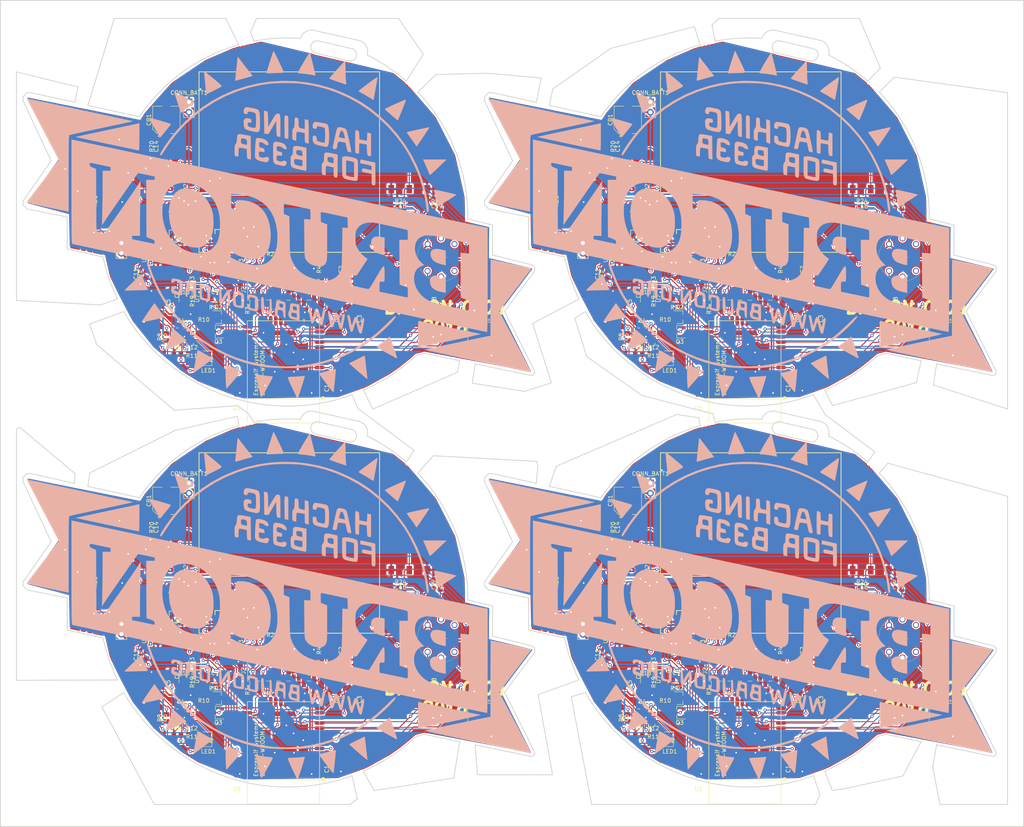
<source format=kicad_pcb>
(kicad_pcb (version 20171130) (host pcbnew "(5.0.0-rc2-100-g6d77e594b)")
  (layers (0 F.Cu signal) (31 B.Cu signal) (34 B.Paste user) (35 F.Paste user) (36 B.SilkS user) (37 F.SilkS user) (38 B.Mask user hide) (39 F.Mask user hide) (44 Edge.Cuts user))
  (net 0 "")
  (net 1 GND)
  (net 2 EN)
  (net 3 "Net-(C2-Pad1)")
  (net 4 "Net-(C3-Pad1)")
  (net 5 +5VUSB)
  (net 6 "Net-(C6-Pad2)")
  (net 7 VBAT)
  (net 8 LCD_BACKLIGHT)
  (net 9 "Net-(D2-Pad2)")
  (net 10 +3.3V)
  (net 11 LCD_RST)
  (net 12 LCD_DIO)
  (net 13 LCD_SCK)
  (net 14 LCD_CS)
  (net 15 "Net-(J2-Pad3)")
  (net 16 "Net-(J2-Pad5)")
  (net 17 D-)
  (net 18 D+)
  (net 19 "Net-(J4-Pad4)")
  (net 20 NCHARGING)
  (net 21 "Net-(LED3-Pad2)")
  (net 22 "Net-(Q2-Pad1)")
  (net 23 "Net-(Q3-Pad1)")
  (net 24 IO0)
  (net 25 CUT3VVBAT)
  (net 26 EN_BACKLIGHT)
  (net 27 "Net-(R3-Pad2)")
  (net 28 "Net-(R6-Pad2)")
  (net 29 "Net-(R8-Pad2)")
  (net 30 DTR)
  (net 31 RTS)
  (net 32 "Net-(R16-Pad2)")
  (net 33 ALC_SENSE)
  (net 34 "Net-(R19-Pad1)")
  (net 35 USBRX)
  (net 36 USBTX)
  (net 37 "Net-(U1-Pad32)")
  (net 38 "Net-(U1-Pad22)")
  (net 39 "Net-(U1-Pad19)")
  (net 40 "Net-(U1-Pad5)")
  (net 41 "Net-(U1-Pad4)")
  (net 42 "Net-(U2-Pad1)")
  (net 43 "Net-(U2-Pad10)")
  (net 44 "Net-(U2-Pad11)")
  (net 45 "Net-(U2-Pad12)")
  (net 46 "Net-(U2-Pad15)")
  (net 47 "Net-(U2-Pad16)")
  (net 48 "Net-(U2-Pad17)")
  (net 49 CTS)
  (net 50 "Net-(U2-Pad22)")
  (net 51 "Net-(U2-Pad24)")
  (net 52 "Net-(U3-Pad6)")
  (net 53 "Net-(J2-Pad7)")
  (net 54 "Net-(J2-Pad9)")
  (net 55 "Net-(J2-Pad11)")
  (net 56 "Net-(U1-Pad21)")
  (net 57 "Net-(U1-Pad20)")
  (net 58 "Net-(U1-Pad18)")
  (net 59 "Net-(U1-Pad17)")
  (net 60 "Net-(LED1-Pad2)")
  (net 61 "Net-(LED1-Pad1)")
  (net 62 "Net-(LED2-Pad1)")
  (net 63 "Net-(LED2-Pad2)")
  (net 64 DIR_UP)
  (net 65 DIR_DOWN)
  (net 66 DIR_LEFT)
  (net 67 BUTTON_A)
  (net 68 BUTTON_B)
  (net 69 DIR_RIGHT)
  (net 70 "Net-(LED4-Pad2)")
  (net 71 "Net-(R2-Pad1)")
  (net 72 HEATER)
  (net 73 "Net-(Q1-Pad3)")
  (net 74 "Net-(R26-Pad2)")
  (net 75 "Net-(U3-PadPAD)")
  (net 76 "Net-(J1-Pad8)")
  (net 77 "Net-(J1-Pad5)")
  (module brucon:FSM4JSMATR (layer F.Cu) (at 214.65 138.01 270)
    (fp_text reference SW_A1 hide)
    (fp_text value SW_SPST)
    (pad 1 smd rect (at 4.05 2.25 270) (size 2.1 1.4) (layers F.Cu F.Paste F.Mask) (net 1 GND) (clearance 0.4))
    (pad 1 smd rect (at -4.05 2.25 270) (size 2.1 1.4) (layers F.Cu F.Paste F.Mask) (net 1 GND) (clearance 0.4))
    (pad 2 smd rect (at -4 -2.25 270) (size 2.1 1.4) (layers F.Cu F.Paste F.Mask) (net 67 BUTTON_A) (clearance 0.4))
    (pad 2 smd rect (at 4.05 -2.25 270) (size 2.1 1.4) (layers F.Cu F.Paste F.Mask) (net 67 BUTTON_A) (clearance 0.4))
  )
  (module brucon:FSM4JSMATR (layer F.Cu) (at 99.65 138.01 270)
    (fp_text reference SW_A1 hide)
    (fp_text value SW_SPST)
    (pad 1 smd rect (at 4.05 2.25 270) (size 2.1 1.4) (layers F.Cu F.Paste F.Mask) (net 1 GND) (clearance 0.4))
    (pad 1 smd rect (at -4.05 2.25 270) (size 2.1 1.4) (layers F.Cu F.Paste F.Mask) (net 1 GND) (clearance 0.4))
    (pad 2 smd rect (at -4 -2.25 270) (size 2.1 1.4) (layers F.Cu F.Paste F.Mask) (net 67 BUTTON_A) (clearance 0.4))
    (pad 2 smd rect (at 4.05 -2.25 270) (size 2.1 1.4) (layers F.Cu F.Paste F.Mask) (net 67 BUTTON_A) (clearance 0.4))
  )
  (module brucon:FSM4JSMATR (layer F.Cu) (at 214.65 43.01 270)
    (fp_text reference SW_A1 hide)
    (fp_text value SW_SPST)
    (pad 1 smd rect (at 4.05 2.25 270) (size 2.1 1.4) (layers F.Cu F.Paste F.Mask) (net 1 GND) (clearance 0.4))
    (pad 1 smd rect (at -4.05 2.25 270) (size 2.1 1.4) (layers F.Cu F.Paste F.Mask) (net 1 GND) (clearance 0.4))
    (pad 2 smd rect (at -4 -2.25 270) (size 2.1 1.4) (layers F.Cu F.Paste F.Mask) (net 67 BUTTON_A) (clearance 0.4))
    (pad 2 smd rect (at 4.05 -2.25 270) (size 2.1 1.4) (layers F.Cu F.Paste F.Mask) (net 67 BUTTON_A) (clearance 0.4))
  )
  (module brucon:FSM4JSMATR (layer F.Cu) (at 145.65 145.01)
    (fp_text reference SW_DOWN1 hide)
    (fp_text value SW_SPST)
    (pad 1 smd rect (at 4.05 2.25) (size 2.1 1.4) (layers F.Cu F.Paste F.Mask) (net 1 GND) (clearance 0.4))
    (pad 1 smd rect (at -4.05 2.25) (size 2.1 1.4) (layers F.Cu F.Paste F.Mask) (net 1 GND) (clearance 0.4))
    (pad 2 smd rect (at -4 -2.25) (size 2.1 1.4) (layers F.Cu F.Paste F.Mask) (net 65 DIR_DOWN) (clearance 0.4))
    (pad 2 smd rect (at 4.05 -2.25) (size 2.1 1.4) (layers F.Cu F.Paste F.Mask) (net 65 DIR_DOWN) (clearance 0.4))
  )
  (module brucon:FSM4JSMATR (layer F.Cu) (at 30.65 145.01)
    (fp_text reference SW_DOWN1 hide)
    (fp_text value SW_SPST)
    (pad 1 smd rect (at 4.05 2.25) (size 2.1 1.4) (layers F.Cu F.Paste F.Mask) (net 1 GND) (clearance 0.4))
    (pad 1 smd rect (at -4.05 2.25) (size 2.1 1.4) (layers F.Cu F.Paste F.Mask) (net 1 GND) (clearance 0.4))
    (pad 2 smd rect (at -4 -2.25) (size 2.1 1.4) (layers F.Cu F.Paste F.Mask) (net 65 DIR_DOWN) (clearance 0.4))
    (pad 2 smd rect (at 4.05 -2.25) (size 2.1 1.4) (layers F.Cu F.Paste F.Mask) (net 65 DIR_DOWN) (clearance 0.4))
  )
  (module brucon:FSM4JSMATR (layer F.Cu) (at 145.65 50.01)
    (fp_text reference SW_DOWN1 hide)
    (fp_text value SW_SPST)
    (pad 1 smd rect (at 4.05 2.25) (size 2.1 1.4) (layers F.Cu F.Paste F.Mask) (net 1 GND) (clearance 0.4))
    (pad 1 smd rect (at -4.05 2.25) (size 2.1 1.4) (layers F.Cu F.Paste F.Mask) (net 1 GND) (clearance 0.4))
    (pad 2 smd rect (at -4 -2.25) (size 2.1 1.4) (layers F.Cu F.Paste F.Mask) (net 65 DIR_DOWN) (clearance 0.4))
    (pad 2 smd rect (at 4.05 -2.25) (size 2.1 1.4) (layers F.Cu F.Paste F.Mask) (net 65 DIR_DOWN) (clearance 0.4))
  )
  (module Resistor_SMD:R_0805_2012Metric (layer F.Cu) (at 151.41 163.25 90)
    (fp_text reference R1 (at 0 -1.65 90) (layer F.SilkS))
    (fp_text value 10k)
    (pad 2 smd rect (at 0.88 0 90) (size 1.12 1.4) (layers F.Cu F.Paste F.Mask) (net 25 CUT3VVBAT))
    (pad 1 smd rect (at -0.88 0 90) (size 1.12 1.4) (layers F.Cu F.Paste F.Mask) (net 2 EN))
  )
  (module Resistor_SMD:R_0805_2012Metric (layer F.Cu) (at 36.41 163.25 90)
    (fp_text reference R1 (at 0 -1.65 90) (layer F.SilkS))
    (fp_text value 10k)
    (pad 2 smd rect (at 0.88 0 90) (size 1.12 1.4) (layers F.Cu F.Paste F.Mask) (net 25 CUT3VVBAT))
    (pad 1 smd rect (at -0.88 0 90) (size 1.12 1.4) (layers F.Cu F.Paste F.Mask) (net 2 EN))
  )
  (module Resistor_SMD:R_0805_2012Metric (layer F.Cu) (at 151.41 68.25 90)
    (fp_text reference R1 (at 0 -1.65 90) (layer F.SilkS))
    (fp_text value 10k)
    (pad 2 smd rect (at 0.88 0 90) (size 1.12 1.4) (layers F.Cu F.Paste F.Mask) (net 25 CUT3VVBAT))
    (pad 1 smd rect (at -0.88 0 90) (size 1.12 1.4) (layers F.Cu F.Paste F.Mask) (net 2 EN))
  )
  (module brucon:DO-214-FM5817 (layer F.Cu) (at 159.37 153.67)
    (fp_text reference D2 (at 0 -2.3) (layer F.SilkS))
    (fp_text value FM5817)
    (pad 1 smd rect (at -1.905 0) (size 1.5 1.7) (layers F.Cu F.Paste F.Mask) (net 8 LCD_BACKLIGHT))
    (pad 2 smd rect (at 1.905 0) (size 1.5 1.7) (layers F.Cu F.Paste F.Mask) (net 9 "Net-(D2-Pad2)"))
  )
  (module brucon:DO-214-FM5817 (layer F.Cu) (at 44.37 153.67)
    (fp_text reference D2 (at 0 -2.3) (layer F.SilkS))
    (fp_text value FM5817)
    (pad 1 smd rect (at -1.905 0) (size 1.5 1.7) (layers F.Cu F.Paste F.Mask) (net 8 LCD_BACKLIGHT))
    (pad 2 smd rect (at 1.905 0) (size 1.5 1.7) (layers F.Cu F.Paste F.Mask) (net 9 "Net-(D2-Pad2)"))
  )
  (module brucon:DO-214-FM5817 (layer F.Cu) (at 159.37 58.67)
    (fp_text reference D2 (at 0 -2.3) (layer F.SilkS))
    (fp_text value FM5817)
    (pad 1 smd rect (at -1.905 0) (size 1.5 1.7) (layers F.Cu F.Paste F.Mask) (net 8 LCD_BACKLIGHT))
    (pad 2 smd rect (at 1.905 0) (size 1.5 1.7) (layers F.Cu F.Paste F.Mask) (net 9 "Net-(D2-Pad2)"))
  )
  (module brucon:1pin (layer F.Cu) (at 145.45 172)
    (fp_text reference tmp_ref16 hide)
    (fp_text value 1pin hide)
    (pad "" np_thru_hole circle (at 0 0) (size 0.6 0.6) (drill 0.6) (layers *.Cu *.Mask))
  )
  (module brucon:1pin (layer F.Cu) (at 30.45 172)
    (fp_text reference tmp_ref16 hide)
    (fp_text value 1pin hide)
    (pad "" np_thru_hole circle (at 0 0) (size 0.6 0.6) (drill 0.6) (layers *.Cu *.Mask))
  )
  (module brucon:1pin (layer F.Cu) (at 145.45 77)
    (fp_text reference tmp_ref16 hide)
    (fp_text value 1pin hide)
    (pad "" np_thru_hole circle (at 0 0) (size 0.6 0.6) (drill 0.6) (layers *.Cu *.Mask))
  )
  (module Inductor_SMD:L_0805_2012Metric (layer F.Cu) (at 158.16 145.99 180)
    (fp_text reference M2 (at 0 -1.65 180) (layer F.SilkS))
    (fp_text value 10uH)
    (pad 1 smd rect (at -0.88 0 180) (size 1.12 1.4) (layers F.Cu F.Paste F.Mask) (net 7 VBAT))
    (pad 2 smd rect (at 0.88 0 180) (size 1.12 1.4) (layers F.Cu F.Paste F.Mask) (net 9 "Net-(D2-Pad2)"))
  )
  (module Inductor_SMD:L_0805_2012Metric (layer F.Cu) (at 43.16 145.99 180)
    (fp_text reference M2 (at 0 -1.65 180) (layer F.SilkS))
    (fp_text value 10uH)
    (pad 1 smd rect (at -0.88 0 180) (size 1.12 1.4) (layers F.Cu F.Paste F.Mask) (net 7 VBAT))
    (pad 2 smd rect (at 0.88 0 180) (size 1.12 1.4) (layers F.Cu F.Paste F.Mask) (net 9 "Net-(D2-Pad2)"))
  )
  (module Inductor_SMD:L_0805_2012Metric (layer F.Cu) (at 158.16 50.99 180)
    (fp_text reference M2 (at 0 -1.65 180) (layer F.SilkS))
    (fp_text value 10uH)
    (pad 1 smd rect (at -0.88 0 180) (size 1.12 1.4) (layers F.Cu F.Paste F.Mask) (net 7 VBAT))
    (pad 2 smd rect (at 0.88 0 180) (size 1.12 1.4) (layers F.Cu F.Paste F.Mask) (net 9 "Net-(D2-Pad2)"))
  )
  (module Resistor_SMD:R_0805_2012Metric (layer F.Cu) (at 153.42 145.55)
    (fp_text reference R26 (at 0 -1.65 90) (layer F.SilkS))
    (fp_text value 30000)
    (pad 1 smd rect (at -0.88 0) (size 1.12 1.4) (layers F.Cu F.Paste F.Mask) (net 7 VBAT))
    (pad 2 smd rect (at 0.88 0) (size 1.12 1.4) (layers F.Cu F.Paste F.Mask) (net 74 "Net-(R26-Pad2)"))
  )
  (module Resistor_SMD:R_0805_2012Metric (layer F.Cu) (at 38.42 145.55)
    (fp_text reference R26 (at 0 -1.65 90) (layer F.SilkS))
    (fp_text value 30000)
    (pad 1 smd rect (at -0.88 0) (size 1.12 1.4) (layers F.Cu F.Paste F.Mask) (net 7 VBAT))
    (pad 2 smd rect (at 0.88 0) (size 1.12 1.4) (layers F.Cu F.Paste F.Mask) (net 74 "Net-(R26-Pad2)"))
  )
  (module Resistor_SMD:R_0805_2012Metric (layer F.Cu) (at 153.42 50.55)
    (fp_text reference R26 (at 0 -1.65 90) (layer F.SilkS))
    (fp_text value 30000)
    (pad 1 smd rect (at -0.88 0) (size 1.12 1.4) (layers F.Cu F.Paste F.Mask) (net 7 VBAT))
    (pad 2 smd rect (at 0.88 0) (size 1.12 1.4) (layers F.Cu F.Paste F.Mask) (net 74 "Net-(R26-Pad2)"))
  )
  (module brucon:1pin (layer F.Cu) (at 144.45 170)
    (fp_text reference tmp_ref16 hide)
    (fp_text value 1pin hide)
    (pad "" np_thru_hole circle (at 0 0) (size 0.6 0.6) (drill 0.6) (layers *.Cu *.Mask))
  )
  (module brucon:1pin (layer F.Cu) (at 29.45 170)
    (fp_text reference tmp_ref16 hide)
    (fp_text value 1pin hide)
    (pad "" np_thru_hole circle (at 0 0) (size 0.6 0.6) (drill 0.6) (layers *.Cu *.Mask))
  )
  (module brucon:1pin (layer F.Cu) (at 144.45 75)
    (fp_text reference tmp_ref16 hide)
    (fp_text value 1pin hide)
    (pad "" np_thru_hole circle (at 0 0) (size 0.6 0.6) (drill 0.6) (layers *.Cu *.Mask))
  )
  (module Capacitor_SMD:C_0805_2012Metric (layer F.Cu) (at 131.04 137.9 90)
    (fp_text reference C17 (at 0 -1.65 90) (layer F.SilkS))
    (fp_text value 1uF)
    (pad 2 smd rect (at 0.88 0 90) (size 1.12 1.4) (layers F.Cu F.Paste F.Mask) (net 1 GND))
    (pad 1 smd rect (at -0.88 0 90) (size 1.12 1.4) (layers F.Cu F.Paste F.Mask) (net 69 DIR_RIGHT))
  )
  (module Capacitor_SMD:C_0805_2012Metric (layer F.Cu) (at 16.04 137.9 90)
    (fp_text reference C17 (at 0 -1.65 90) (layer F.SilkS))
    (fp_text value 1uF)
    (pad 2 smd rect (at 0.88 0 90) (size 1.12 1.4) (layers F.Cu F.Paste F.Mask) (net 1 GND))
    (pad 1 smd rect (at -0.88 0 90) (size 1.12 1.4) (layers F.Cu F.Paste F.Mask) (net 69 DIR_RIGHT))
  )
  (module Capacitor_SMD:C_0805_2012Metric (layer F.Cu) (at 131.04 42.9 90)
    (fp_text reference C17 (at 0 -1.65 90) (layer F.SilkS))
    (fp_text value 1uF)
    (pad 2 smd rect (at 0.88 0 90) (size 1.12 1.4) (layers F.Cu F.Paste F.Mask) (net 1 GND))
    (pad 1 smd rect (at -0.88 0 90) (size 1.12 1.4) (layers F.Cu F.Paste F.Mask) (net 69 DIR_RIGHT))
  )
  (module brucon:1pin (layer F.Cu) (at 204 192.85 270)
    (fp_text reference tmp_ref16 hide)
    (fp_text value 1pin hide)
    (pad "" np_thru_hole circle (at 0 0 270) (size 0.6 0.6) (drill 0.6) (layers *.Cu *.Mask))
  )
  (module brucon:1pin (layer F.Cu) (at 89.05 192.85 270)
    (fp_text reference tmp_ref16 hide)
    (fp_text value 1pin hide)
    (pad "" np_thru_hole circle (at 0 0 270) (size 0.6 0.6) (drill 0.6) (layers *.Cu *.Mask))
  )
  (module brucon:1pin (layer F.Cu) (at 136.35 121.1)
    (fp_text reference tmp_ref16 hide)
    (fp_text value 1pin hide)
    (pad "" np_thru_hole circle (at 0 0) (size 0.6 0.6) (drill 0.6) (layers *.Cu *.Mask))
  )
  (module brucon:1pin (layer F.Cu) (at 21.35 121.1)
    (fp_text reference tmp_ref16 hide)
    (fp_text value 1pin hide)
    (pad "" np_thru_hole circle (at 0 0) (size 0.6 0.6) (drill 0.6) (layers *.Cu *.Mask))
  )
  (module brucon:1pin (layer F.Cu) (at 136.35 26.1)
    (fp_text reference tmp_ref16 hide)
    (fp_text value 1pin hide)
    (pad "" np_thru_hole circle (at 0 0) (size 0.6 0.6) (drill 0.6) (layers *.Cu *.Mask))
  )
  (module brucon:1pin (layer F.Cu) (at 205 192.45 270)
    (fp_text reference tmp_ref16 hide)
    (fp_text value 1pin hide)
    (pad "" np_thru_hole circle (at 0 0 270) (size 0.6 0.6) (drill 0.6) (layers *.Cu *.Mask))
  )
  (module brucon:1pin (layer F.Cu) (at 90 192.45 270)
    (fp_text reference tmp_ref16 hide)
    (fp_text value 1pin hide)
    (pad "" np_thru_hole circle (at 0 0 270) (size 0.6 0.6) (drill 0.6) (layers *.Cu *.Mask))
  )
  (module brucon:1pin (layer F.Cu) (at 205 97.45 270)
    (fp_text reference tmp_ref16 hide)
    (fp_text value 1pin hide)
    (pad "" np_thru_hole circle (at 0 0 270) (size 0.6 0.6) (drill 0.6) (layers *.Cu *.Mask))
  )
  (module Resistor_SMD:R_0805_2012Metric (layer F.Cu) (at 171.89 163.22)
    (fp_text reference R14 (at 0 -1.65) (layer F.SilkS))
    (fp_text value 10.0k)
    (pad 2 smd rect (at 0.88 0) (size 1.12 1.4) (layers F.Cu F.Paste F.Mask) (net 10 +3.3V))
    (pad 1 smd rect (at -0.88 0) (size 1.12 1.4) (layers F.Cu F.Paste F.Mask) (net 20 NCHARGING))
  )
  (module Resistor_SMD:R_0805_2012Metric (layer F.Cu) (at 56.89 163.22)
    (fp_text reference R14 (at 0 -1.65) (layer F.SilkS))
    (fp_text value 10.0k)
    (pad 2 smd rect (at 0.88 0) (size 1.12 1.4) (layers F.Cu F.Paste F.Mask) (net 10 +3.3V))
    (pad 1 smd rect (at -0.88 0) (size 1.12 1.4) (layers F.Cu F.Paste F.Mask) (net 20 NCHARGING))
  )
  (module Resistor_SMD:R_0805_2012Metric (layer F.Cu) (at 171.89 68.22)
    (fp_text reference R14 (at 0 -1.65) (layer F.SilkS))
    (fp_text value 10.0k)
    (pad 2 smd rect (at 0.88 0) (size 1.12 1.4) (layers F.Cu F.Paste F.Mask) (net 10 +3.3V))
    (pad 1 smd rect (at -0.88 0) (size 1.12 1.4) (layers F.Cu F.Paste F.Mask) (net 20 NCHARGING))
  )
  (module Package_TO_SOT_SMD:SOT-23-5 (layer F.Cu) (at 161.13 169.34 270)
    (fp_text reference U7 (at 0 -2.9 270) (layer F.SilkS))
    (fp_text value MCP73831)
    (pad 5 smd rect (at 1.1 -0.95 270) (size 1.06 0.65) (layers F.Cu F.Paste F.Mask) (net 34 "Net-(R19-Pad1)"))
    (pad 4 smd rect (at 1.1 0.95 270) (size 1.06 0.65) (layers F.Cu F.Paste F.Mask) (net 5 +5VUSB))
    (pad 3 smd rect (at -1.1 0.95 270) (size 1.06 0.65) (layers F.Cu F.Paste F.Mask) (net 7 VBAT))
    (pad 2 smd rect (at -1.1 0 270) (size 1.06 0.65) (layers F.Cu F.Paste F.Mask) (net 1 GND))
    (pad 1 smd rect (at -1.1 -0.95 270) (size 1.06 0.65) (layers F.Cu F.Paste F.Mask) (net 20 NCHARGING))
  )
  (module Package_TO_SOT_SMD:SOT-23-5 (layer F.Cu) (at 46.13 169.34 270)
    (fp_text reference U7 (at 0 -2.9 270) (layer F.SilkS))
    (fp_text value MCP73831)
    (pad 5 smd rect (at 1.1 -0.95 270) (size 1.06 0.65) (layers F.Cu F.Paste F.Mask) (net 34 "Net-(R19-Pad1)"))
    (pad 4 smd rect (at 1.1 0.95 270) (size 1.06 0.65) (layers F.Cu F.Paste F.Mask) (net 5 +5VUSB))
    (pad 3 smd rect (at -1.1 0.95 270) (size 1.06 0.65) (layers F.Cu F.Paste F.Mask) (net 7 VBAT))
    (pad 2 smd rect (at -1.1 0 270) (size 1.06 0.65) (layers F.Cu F.Paste F.Mask) (net 1 GND))
    (pad 1 smd rect (at -1.1 -0.95 270) (size 1.06 0.65) (layers F.Cu F.Paste F.Mask) (net 20 NCHARGING))
  )
  (module Package_TO_SOT_SMD:SOT-23-5 (layer F.Cu) (at 161.13 74.34 270)
    (fp_text reference U7 (at 0 -2.9 270) (layer F.SilkS))
    (fp_text value MCP73831)
    (pad 5 smd rect (at 1.1 -0.95 270) (size 1.06 0.65) (layers F.Cu F.Paste F.Mask) (net 34 "Net-(R19-Pad1)"))
    (pad 4 smd rect (at 1.1 0.95 270) (size 1.06 0.65) (layers F.Cu F.Paste F.Mask) (net 5 +5VUSB))
    (pad 3 smd rect (at -1.1 0.95 270) (size 1.06 0.65) (layers F.Cu F.Paste F.Mask) (net 7 VBAT))
    (pad 2 smd rect (at -1.1 0 270) (size 1.06 0.65) (layers F.Cu F.Paste F.Mask) (net 1 GND))
    (pad 1 smd rect (at -1.1 -0.95 270) (size 1.06 0.65) (layers F.Cu F.Paste F.Mask) (net 20 NCHARGING))
  )
  (module brucon:1pin (layer F.Cu) (at 230.85 185.2 270)
    (fp_text reference tmp_ref16 hide)
    (fp_text value 1pin hide)
    (pad "" np_thru_hole circle (at 0 0 270) (size 0.6 0.6) (drill 0.6) (layers *.Cu *.Mask))
  )
  (module brucon:1pin (layer F.Cu) (at 115.85 185.2 270)
    (fp_text reference tmp_ref16 hide)
    (fp_text value 1pin hide)
    (pad "" np_thru_hole circle (at 0 0 270) (size 0.6 0.6) (drill 0.6) (layers *.Cu *.Mask))
  )
  (module brucon:1pin (layer F.Cu) (at 230.8 90.15 270)
    (fp_text reference tmp_ref16 hide)
    (fp_text value 1pin hide)
    (pad "" np_thru_hole circle (at 0 0 270) (size 0.6 0.6) (drill 0.6) (layers *.Cu *.Mask))
  )
  (module Capacitor_SMD:C_0805_2012Metric (layer F.Cu) (at 154.33 178.92 270)
    (fp_text reference C6 (at 0 -1.65 270) (layer F.SilkS))
    (fp_text value 4.7uF)
    (pad 1 smd rect (at -0.88 0 270) (size 1.12 1.4) (layers F.Cu F.Paste F.Mask) (net 1 GND))
    (pad 2 smd rect (at 0.88 0 270) (size 1.12 1.4) (layers F.Cu F.Paste F.Mask) (net 6 "Net-(C6-Pad2)"))
  )
  (module Capacitor_SMD:C_0805_2012Metric (layer F.Cu) (at 39.33 178.92 270)
    (fp_text reference C6 (at 0 -1.65 270) (layer F.SilkS))
    (fp_text value 4.7uF)
    (pad 1 smd rect (at -0.88 0 270) (size 1.12 1.4) (layers F.Cu F.Paste F.Mask) (net 1 GND))
    (pad 2 smd rect (at 0.88 0 270) (size 1.12 1.4) (layers F.Cu F.Paste F.Mask) (net 6 "Net-(C6-Pad2)"))
  )
  (module Capacitor_SMD:C_0805_2012Metric (layer F.Cu) (at 154.33 83.92 270)
    (fp_text reference C6 (at 0 -1.65 270) (layer F.SilkS))
    (fp_text value 4.7uF)
    (pad 1 smd rect (at -0.88 0 270) (size 1.12 1.4) (layers F.Cu F.Paste F.Mask) (net 1 GND))
    (pad 2 smd rect (at 0.88 0 270) (size 1.12 1.4) (layers F.Cu F.Paste F.Mask) (net 6 "Net-(C6-Pad2)"))
  )
  (module Capacitor_SMD:C_0805_2012Metric (layer F.Cu) (at 157.36 168.29 270)
    (fp_text reference C7 (at 0 -1.65 270) (layer F.SilkS))
    (fp_text value 0.1uF)
    (pad 2 smd rect (at 0.88 0 270) (size 1.12 1.4) (layers F.Cu F.Paste F.Mask) (net 6 "Net-(C6-Pad2)"))
    (pad 1 smd rect (at -0.88 0 270) (size 1.12 1.4) (layers F.Cu F.Paste F.Mask) (net 1 GND))
  )
  (module Capacitor_SMD:C_0805_2012Metric (layer F.Cu) (at 42.36 168.29 270)
    (fp_text reference C7 (at 0 -1.65 270) (layer F.SilkS))
    (fp_text value 0.1uF)
    (pad 2 smd rect (at 0.88 0 270) (size 1.12 1.4) (layers F.Cu F.Paste F.Mask) (net 6 "Net-(C6-Pad2)"))
    (pad 1 smd rect (at -0.88 0 270) (size 1.12 1.4) (layers F.Cu F.Paste F.Mask) (net 1 GND))
  )
  (module Capacitor_SMD:C_0805_2012Metric (layer F.Cu) (at 157.36 73.29 270)
    (fp_text reference C7 (at 0 -1.65 270) (layer F.SilkS))
    (fp_text value 0.1uF)
    (pad 2 smd rect (at 0.88 0 270) (size 1.12 1.4) (layers F.Cu F.Paste F.Mask) (net 6 "Net-(C6-Pad2)"))
    (pad 1 smd rect (at -0.88 0 270) (size 1.12 1.4) (layers F.Cu F.Paste F.Mask) (net 1 GND))
  )
  (module brucon:FSM4JSMATR (layer F.Cu) (at 205.42 162.13)
    (fp_text reference SW_RESET1 hide)
    (fp_text value SW_SPST)
    (pad 1 smd rect (at 4.05 2.25) (size 2.1 1.4) (layers F.Cu F.Paste F.Mask) (net 1 GND) (clearance 0.4))
    (pad 1 smd rect (at -4.05 2.25) (size 2.1 1.4) (layers F.Cu F.Paste F.Mask) (net 1 GND) (clearance 0.4))
    (pad 2 smd rect (at -4 -2.25) (size 2.1 1.4) (layers F.Cu F.Paste F.Mask) (net 3 "Net-(C2-Pad1)") (clearance 0.4))
    (pad 2 smd rect (at 4.05 -2.25) (size 2.1 1.4) (layers F.Cu F.Paste F.Mask) (net 3 "Net-(C2-Pad1)") (clearance 0.4))
  )
  (module brucon:FSM4JSMATR (layer F.Cu) (at 90.42 162.13)
    (fp_text reference SW_RESET1 hide)
    (fp_text value SW_SPST)
    (pad 1 smd rect (at 4.05 2.25) (size 2.1 1.4) (layers F.Cu F.Paste F.Mask) (net 1 GND) (clearance 0.4))
    (pad 1 smd rect (at -4.05 2.25) (size 2.1 1.4) (layers F.Cu F.Paste F.Mask) (net 1 GND) (clearance 0.4))
    (pad 2 smd rect (at -4 -2.25) (size 2.1 1.4) (layers F.Cu F.Paste F.Mask) (net 3 "Net-(C2-Pad1)") (clearance 0.4))
    (pad 2 smd rect (at 4.05 -2.25) (size 2.1 1.4) (layers F.Cu F.Paste F.Mask) (net 3 "Net-(C2-Pad1)") (clearance 0.4))
  )
  (module brucon:FSM4JSMATR (layer F.Cu) (at 205.42 67.13)
    (fp_text reference SW_RESET1 hide)
    (fp_text value SW_SPST)
    (pad 1 smd rect (at 4.05 2.25) (size 2.1 1.4) (layers F.Cu F.Paste F.Mask) (net 1 GND) (clearance 0.4))
    (pad 1 smd rect (at -4.05 2.25) (size 2.1 1.4) (layers F.Cu F.Paste F.Mask) (net 1 GND) (clearance 0.4))
    (pad 2 smd rect (at -4 -2.25) (size 2.1 1.4) (layers F.Cu F.Paste F.Mask) (net 3 "Net-(C2-Pad1)") (clearance 0.4))
    (pad 2 smd rect (at 4.05 -2.25) (size 2.1 1.4) (layers F.Cu F.Paste F.Mask) (net 3 "Net-(C2-Pad1)") (clearance 0.4))
  )
  (module brucon:1pin (layer F.Cu) (at 144.9 171)
    (fp_text reference tmp_ref16 hide)
    (fp_text value 1pin hide)
    (pad "" np_thru_hole circle (at 0 0) (size 0.6 0.6) (drill 0.6) (layers *.Cu *.Mask))
  )
  (module brucon:1pin (layer F.Cu) (at 29.9 171)
    (fp_text reference tmp_ref16 hide)
    (fp_text value 1pin hide)
    (pad "" np_thru_hole circle (at 0 0) (size 0.6 0.6) (drill 0.6) (layers *.Cu *.Mask))
  )
  (module brucon:1pin (layer F.Cu) (at 144.85 76.05)
    (fp_text reference tmp_ref16 hide)
    (fp_text value 1pin hide)
    (pad "" np_thru_hole circle (at 0 0) (size 0.6 0.6) (drill 0.6) (layers *.Cu *.Mask))
  )
  (module Capacitor_SMD:C_0805_2012Metric (layer F.Cu) (at 197.98 191.68 90)
    (fp_text reference C1 (at 0 -1.65 90) (layer F.SilkS))
    (fp_text value 1uF)
    (pad 1 smd rect (at -0.88 0 90) (size 1.12 1.4) (layers F.Cu F.Paste F.Mask) (net 1 GND))
    (pad 2 smd rect (at 0.88 0 90) (size 1.12 1.4) (layers F.Cu F.Paste F.Mask) (net 2 EN))
  )
  (module Capacitor_SMD:C_0805_2012Metric (layer F.Cu) (at 82.98 191.68 90)
    (fp_text reference C1 (at 0 -1.65 90) (layer F.SilkS))
    (fp_text value 1uF)
    (pad 1 smd rect (at -0.88 0 90) (size 1.12 1.4) (layers F.Cu F.Paste F.Mask) (net 1 GND))
    (pad 2 smd rect (at 0.88 0 90) (size 1.12 1.4) (layers F.Cu F.Paste F.Mask) (net 2 EN))
  )
  (module Capacitor_SMD:C_0805_2012Metric (layer F.Cu) (at 197.98 96.68 90)
    (fp_text reference C1 (at 0 -1.65 90) (layer F.SilkS))
    (fp_text value 1uF)
    (pad 1 smd rect (at -0.88 0 90) (size 1.12 1.4) (layers F.Cu F.Paste F.Mask) (net 1 GND))
    (pad 2 smd rect (at 0.88 0 90) (size 1.12 1.4) (layers F.Cu F.Paste F.Mask) (net 2 EN))
  )
  (module Connector_PinHeader_2.54mm:PinHeader_2x07_P2.54mm_Vertical_SMD (layer F.Cu) (at 185.55 167.14 90)
    (fp_text reference J2 (at 0 -9.95 90) (layer F.SilkS))
    (fp_text value Conn_JTAG)
    (pad 14 smd rect (at 2.525 7.62 90) (size 3.15 1) (layers F.Cu F.Mask) (net 1 GND))
    (pad 13 smd rect (at -2.525 7.62 90) (size 3.15 1) (layers F.Cu F.Mask) (net 1 GND))
    (pad 12 smd rect (at 2.525 5.08 90) (size 3.15 1) (layers F.Cu F.Mask) (net 1 GND))
    (pad 11 smd rect (at -2.525 5.08 90) (size 3.15 1) (layers F.Cu F.Mask) (net 55 "Net-(J2-Pad11)"))
    (pad 10 smd rect (at 2.525 2.54 90) (size 3.15 1) (layers F.Cu F.Mask) (net 1 GND))
    (pad 9 smd rect (at -2.525 2.54 90) (size 3.15 1) (layers F.Cu F.Mask) (net 54 "Net-(J2-Pad9)"))
    (pad 8 smd rect (at 2.525 0 90) (size 3.15 1) (layers F.Cu F.Mask) (net 1 GND))
    (pad 7 smd rect (at -2.525 0 90) (size 3.15 1) (layers F.Cu F.Mask) (net 53 "Net-(J2-Pad7)"))
    (pad 6 smd rect (at 2.525 -2.54 90) (size 3.15 1) (layers F.Cu F.Mask) (net 1 GND))
    (pad 5 smd rect (at -2.525 -2.54 90) (size 3.15 1) (layers F.Cu F.Mask) (net 16 "Net-(J2-Pad5)"))
    (pad 4 smd rect (at 2.525 -5.08 90) (size 3.15 1) (layers F.Cu F.Mask) (net 1 GND))
    (pad 3 smd rect (at -2.525 -5.08 90) (size 3.15 1) (layers F.Cu F.Mask) (net 15 "Net-(J2-Pad3)"))
    (pad 2 smd rect (at 2.525 -7.62 90) (size 3.15 1) (layers F.Cu F.Mask) (net 1 GND))
    (pad 1 smd rect (at -2.525 -7.62 90) (size 3.15 1) (layers F.Cu F.Mask) (net 2 EN))
  )
  (module Connector_PinHeader_2.54mm:PinHeader_2x07_P2.54mm_Vertical_SMD (layer F.Cu) (at 70.55 167.14 90)
    (fp_text reference J2 (at 0 -9.95 90) (layer F.SilkS))
    (fp_text value Conn_JTAG)
    (pad 14 smd rect (at 2.525 7.62 90) (size 3.15 1) (layers F.Cu F.Mask) (net 1 GND))
    (pad 13 smd rect (at -2.525 7.62 90) (size 3.15 1) (layers F.Cu F.Mask) (net 1 GND))
    (pad 12 smd rect (at 2.525 5.08 90) (size 3.15 1) (layers F.Cu F.Mask) (net 1 GND))
    (pad 11 smd rect (at -2.525 5.08 90) (size 3.15 1) (layers F.Cu F.Mask) (net 55 "Net-(J2-Pad11)"))
    (pad 10 smd rect (at 2.525 2.54 90) (size 3.15 1) (layers F.Cu F.Mask) (net 1 GND))
    (pad 9 smd rect (at -2.525 2.54 90) (size 3.15 1) (layers F.Cu F.Mask) (net 54 "Net-(J2-Pad9)"))
    (pad 8 smd rect (at 2.525 0 90) (size 3.15 1) (layers F.Cu F.Mask) (net 1 GND))
    (pad 7 smd rect (at -2.525 0 90) (size 3.15 1) (layers F.Cu F.Mask) (net 53 "Net-(J2-Pad7)"))
    (pad 6 smd rect (at 2.525 -2.54 90) (size 3.15 1) (layers F.Cu F.Mask) (net 1 GND))
    (pad 5 smd rect (at -2.525 -2.54 90) (size 3.15 1) (layers F.Cu F.Mask) (net 16 "Net-(J2-Pad5)"))
    (pad 4 smd rect (at 2.525 -5.08 90) (size 3.15 1) (layers F.Cu F.Mask) (net 1 GND))
    (pad 3 smd rect (at -2.525 -5.08 90) (size 3.15 1) (layers F.Cu F.Mask) (net 15 "Net-(J2-Pad3)"))
    (pad 2 smd rect (at 2.525 -7.62 90) (size 3.15 1) (layers F.Cu F.Mask) (net 1 GND))
    (pad 1 smd rect (at -2.525 -7.62 90) (size 3.15 1) (layers F.Cu F.Mask) (net 2 EN))
  )
  (module Connector_PinHeader_2.54mm:PinHeader_2x07_P2.54mm_Vertical_SMD (layer F.Cu) (at 185.55 72.14 90)
    (fp_text reference J2 (at 0 -9.95 90) (layer F.SilkS))
    (fp_text value Conn_JTAG)
    (pad 14 smd rect (at 2.525 7.62 90) (size 3.15 1) (layers F.Cu F.Mask) (net 1 GND))
    (pad 13 smd rect (at -2.525 7.62 90) (size 3.15 1) (layers F.Cu F.Mask) (net 1 GND))
    (pad 12 smd rect (at 2.525 5.08 90) (size 3.15 1) (layers F.Cu F.Mask) (net 1 GND))
    (pad 11 smd rect (at -2.525 5.08 90) (size 3.15 1) (layers F.Cu F.Mask) (net 55 "Net-(J2-Pad11)"))
    (pad 10 smd rect (at 2.525 2.54 90) (size 3.15 1) (layers F.Cu F.Mask) (net 1 GND))
    (pad 9 smd rect (at -2.525 2.54 90) (size 3.15 1) (layers F.Cu F.Mask) (net 54 "Net-(J2-Pad9)"))
    (pad 8 smd rect (at 2.525 0 90) (size 3.15 1) (layers F.Cu F.Mask) (net 1 GND))
    (pad 7 smd rect (at -2.525 0 90) (size 3.15 1) (layers F.Cu F.Mask) (net 53 "Net-(J2-Pad7)"))
    (pad 6 smd rect (at 2.525 -2.54 90) (size 3.15 1) (layers F.Cu F.Mask) (net 1 GND))
    (pad 5 smd rect (at -2.525 -2.54 90) (size 3.15 1) (layers F.Cu F.Mask) (net 16 "Net-(J2-Pad5)"))
    (pad 4 smd rect (at 2.525 -5.08 90) (size 3.15 1) (layers F.Cu F.Mask) (net 1 GND))
    (pad 3 smd rect (at -2.525 -5.08 90) (size 3.15 1) (layers F.Cu F.Mask) (net 15 "Net-(J2-Pad3)"))
    (pad 2 smd rect (at 2.525 -7.62 90) (size 3.15 1) (layers F.Cu F.Mask) (net 1 GND))
    (pad 1 smd rect (at -2.525 -7.62 90) (size 3.15 1) (layers F.Cu F.Mask) (net 2 EN))
  )
  (module Capacitor_SMD:C_0805_2012Metric (layer F.Cu) (at 160 173.23 180)
    (fp_text reference C4 (at 0 -1.65 180) (layer F.SilkS))
    (fp_text value 4.7uF)
    (pad 1 smd rect (at -0.88 0 180) (size 1.12 1.4) (layers F.Cu F.Paste F.Mask) (net 1 GND))
    (pad 2 smd rect (at 0.88 0 180) (size 1.12 1.4) (layers F.Cu F.Paste F.Mask) (net 5 +5VUSB))
  )
  (module Capacitor_SMD:C_0805_2012Metric (layer F.Cu) (at 45 173.23 180)
    (fp_text reference C4 (at 0 -1.65 180) (layer F.SilkS))
    (fp_text value 4.7uF)
    (pad 1 smd rect (at -0.88 0 180) (size 1.12 1.4) (layers F.Cu F.Paste F.Mask) (net 1 GND))
    (pad 2 smd rect (at 0.88 0 180) (size 1.12 1.4) (layers F.Cu F.Paste F.Mask) (net 5 +5VUSB))
  )
  (module Capacitor_SMD:C_0805_2012Metric (layer F.Cu) (at 160 78.23 180)
    (fp_text reference C4 (at 0 -1.65 180) (layer F.SilkS))
    (fp_text value 4.7uF)
    (pad 1 smd rect (at -0.88 0 180) (size 1.12 1.4) (layers F.Cu F.Paste F.Mask) (net 1 GND))
    (pad 2 smd rect (at 0.88 0 180) (size 1.12 1.4) (layers F.Cu F.Paste F.Mask) (net 5 +5VUSB))
  )
  (module Capacitor_SMD:CP_Elec_6.3x5.4_Nichicon (layer F.Cu) (at 156.36 124.79 90)
    (fp_text reference CP1 (at 0 -4.35 90) (layer F.SilkS))
    (fp_text value 100u-6.3v)
    (pad 2 smd rect (at 2.7 0 90) (size 3.5 1.6) (layers F.Cu F.Paste F.Mask) (net 1 GND))
    (pad 1 smd rect (at -2.7 0 90) (size 3.5 1.6) (layers F.Cu F.Paste F.Mask) (net 7 VBAT))
  )
  (module Capacitor_SMD:CP_Elec_6.3x5.4_Nichicon (layer F.Cu) (at 41.36 124.79 90)
    (fp_text reference CP1 (at 0 -4.35 90) (layer F.SilkS))
    (fp_text value 100u-6.3v)
    (pad 2 smd rect (at 2.7 0 90) (size 3.5 1.6) (layers F.Cu F.Paste F.Mask) (net 1 GND))
    (pad 1 smd rect (at -2.7 0 90) (size 3.5 1.6) (layers F.Cu F.Paste F.Mask) (net 7 VBAT))
  )
  (module Capacitor_SMD:CP_Elec_6.3x5.4_Nichicon (layer F.Cu) (at 156.36 29.79 90)
    (fp_text reference CP1 (at 0 -4.35 90) (layer F.SilkS))
    (fp_text value 100u-6.3v)
    (pad 2 smd rect (at 2.7 0 90) (size 3.5 1.6) (layers F.Cu F.Paste F.Mask) (net 1 GND))
    (pad 1 smd rect (at -2.7 0 90) (size 3.5 1.6) (layers F.Cu F.Paste F.Mask) (net 7 VBAT))
  )
  (module brucon:1pin (layer F.Cu) (at 176.7 105.45)
    (fp_text reference tmp_ref16 hide)
    (fp_text value 1pin hide)
    (pad "" np_thru_hole circle (at 0 0) (size 0.6 0.6) (drill 0.6) (layers *.Cu *.Mask))
  )
  (module brucon:1pin (layer F.Cu) (at 61.7 105.45)
    (fp_text reference tmp_ref16 hide)
    (fp_text value 1pin hide)
    (pad "" np_thru_hole circle (at 0 0) (size 0.6 0.6) (drill 0.6) (layers *.Cu *.Mask))
  )
  (module brucon:1pin (layer F.Cu) (at 176.75 10.45)
    (fp_text reference tmp_ref16 hide)
    (fp_text value 1pin hide)
    (pad "" np_thru_hole circle (at 0 0) (size 0.6 0.6) (drill 0.6) (layers *.Cu *.Mask))
  )
  (module LED_SMD:LED_0603_1608Metric (layer F.Cu) (at 164.25 165.57 90)
    (fp_text reference LED3 (at 0 -1.45 90) (layer F.SilkS))
    (fp_text value LED)
    (pad 2 smd rect (at 0.8 0 90) (size 0.82 1) (layers F.Cu F.Paste F.Mask) (net 21 "Net-(LED3-Pad2)"))
    (pad 1 smd rect (at -0.8 0 90) (size 0.82 1) (layers F.Cu F.Paste F.Mask) (net 20 NCHARGING))
  )
  (module LED_SMD:LED_0603_1608Metric (layer F.Cu) (at 49.25 165.57 90)
    (fp_text reference LED3 (at 0 -1.45 90) (layer F.SilkS))
    (fp_text value LED)
    (pad 2 smd rect (at 0.8 0 90) (size 0.82 1) (layers F.Cu F.Paste F.Mask) (net 21 "Net-(LED3-Pad2)"))
    (pad 1 smd rect (at -0.8 0 90) (size 0.82 1) (layers F.Cu F.Paste F.Mask) (net 20 NCHARGING))
  )
  (module LED_SMD:LED_0603_1608Metric (layer F.Cu) (at 164.25 70.57 90)
    (fp_text reference LED3 (at 0 -1.45 90) (layer F.SilkS))
    (fp_text value LED)
    (pad 2 smd rect (at 0.8 0 90) (size 0.82 1) (layers F.Cu F.Paste F.Mask) (net 21 "Net-(LED3-Pad2)"))
    (pad 1 smd rect (at -0.8 0 90) (size 0.82 1) (layers F.Cu F.Paste F.Mask) (net 20 NCHARGING))
  )
  (module brucon:1pin (layer F.Cu) (at 134 120.55)
    (fp_text reference tmp_ref16 hide)
    (fp_text value 1pin hide)
    (pad "" np_thru_hole circle (at 0 0) (size 0.6 0.6) (drill 0.6) (layers *.Cu *.Mask))
  )
  (module brucon:1pin (layer F.Cu) (at 19 120.55)
    (fp_text reference tmp_ref16 hide)
    (fp_text value 1pin hide)
    (pad "" np_thru_hole circle (at 0 0) (size 0.6 0.6) (drill 0.6) (layers *.Cu *.Mask))
  )
  (module brucon:1pin (layer F.Cu) (at 134 25.55)
    (fp_text reference tmp_ref16 hide)
    (fp_text value 1pin hide)
    (pad "" np_thru_hole circle (at 0 0) (size 0.6 0.6) (drill 0.6) (layers *.Cu *.Mask))
  )
  (module Resistor_SMD:R_0805_2012Metric (layer F.Cu) (at 154.36 131.41 90)
    (fp_text reference R20 (at 0 -1.65 90) (layer F.SilkS))
    (fp_text value 10.0k)
    (pad 2 smd rect (at 0.88 0 90) (size 1.12 1.4) (layers F.Cu F.Paste F.Mask) (net 64 DIR_UP))
    (pad 1 smd rect (at -0.88 0 90) (size 1.12 1.4) (layers F.Cu F.Paste F.Mask) (net 10 +3.3V))
  )
  (module Resistor_SMD:R_0805_2012Metric (layer F.Cu) (at 39.36 131.41 90)
    (fp_text reference R20 (at 0 -1.65 90) (layer F.SilkS))
    (fp_text value 10.0k)
    (pad 2 smd rect (at 0.88 0 90) (size 1.12 1.4) (layers F.Cu F.Paste F.Mask) (net 64 DIR_UP))
    (pad 1 smd rect (at -0.88 0 90) (size 1.12 1.4) (layers F.Cu F.Paste F.Mask) (net 10 +3.3V))
  )
  (module Resistor_SMD:R_0805_2012Metric (layer F.Cu) (at 154.36 36.41 90)
    (fp_text reference R20 (at 0 -1.65 90) (layer F.SilkS))
    (fp_text value 10.0k)
    (pad 2 smd rect (at 0.88 0 90) (size 1.12 1.4) (layers F.Cu F.Paste F.Mask) (net 64 DIR_UP))
    (pad 1 smd rect (at -0.88 0 90) (size 1.12 1.4) (layers F.Cu F.Paste F.Mask) (net 10 +3.3V))
  )
  (module Capacitor_SMD:C_0805_2012Metric (layer F.Cu) (at 147.15 163.22 270)
    (fp_text reference C11 (at 0 -1.65 270) (layer F.SilkS))
    (fp_text value 4.7uF)
    (pad 2 smd rect (at 0.88 0 270) (size 1.12 1.4) (layers F.Cu F.Paste F.Mask) (net 1 GND))
    (pad 1 smd rect (at -0.88 0 270) (size 1.12 1.4) (layers F.Cu F.Paste F.Mask) (net 7 VBAT))
  )
  (module Capacitor_SMD:C_0805_2012Metric (layer F.Cu) (at 32.15 163.22 270)
    (fp_text reference C11 (at 0 -1.65 270) (layer F.SilkS))
    (fp_text value 4.7uF)
    (pad 2 smd rect (at 0.88 0 270) (size 1.12 1.4) (layers F.Cu F.Paste F.Mask) (net 1 GND))
    (pad 1 smd rect (at -0.88 0 270) (size 1.12 1.4) (layers F.Cu F.Paste F.Mask) (net 7 VBAT))
  )
  (module Capacitor_SMD:C_0805_2012Metric (layer F.Cu) (at 147.15 68.22 270)
    (fp_text reference C11 (at 0 -1.65 270) (layer F.SilkS))
    (fp_text value 4.7uF)
    (pad 2 smd rect (at 0.88 0 270) (size 1.12 1.4) (layers F.Cu F.Paste F.Mask) (net 1 GND))
    (pad 1 smd rect (at -0.88 0 270) (size 1.12 1.4) (layers F.Cu F.Paste F.Mask) (net 7 VBAT))
  )
  (module brucon:FSM4JSMATR (layer F.Cu) (at 223.65 138.01 270)
    (fp_text reference SW_B1 hide)
    (fp_text value SW_SPST)
    (pad 1 smd rect (at 4.05 2.25 270) (size 2.1 1.4) (layers F.Cu F.Paste F.Mask) (net 1 GND) (clearance 0.4))
    (pad 1 smd rect (at -4.05 2.25 270) (size 2.1 1.4) (layers F.Cu F.Paste F.Mask) (net 1 GND) (clearance 0.4))
    (pad 2 smd rect (at -4 -2.25 270) (size 2.1 1.4) (layers F.Cu F.Paste F.Mask) (net 68 BUTTON_B) (clearance 0.4))
    (pad 2 smd rect (at 4.05 -2.25 270) (size 2.1 1.4) (layers F.Cu F.Paste F.Mask) (net 68 BUTTON_B) (clearance 0.4))
  )
  (module brucon:FSM4JSMATR (layer F.Cu) (at 108.65 138.01 270)
    (fp_text reference SW_B1 hide)
    (fp_text value SW_SPST)
    (pad 1 smd rect (at 4.05 2.25 270) (size 2.1 1.4) (layers F.Cu F.Paste F.Mask) (net 1 GND) (clearance 0.4))
    (pad 1 smd rect (at -4.05 2.25 270) (size 2.1 1.4) (layers F.Cu F.Paste F.Mask) (net 1 GND) (clearance 0.4))
    (pad 2 smd rect (at -4 -2.25 270) (size 2.1 1.4) (layers F.Cu F.Paste F.Mask) (net 68 BUTTON_B) (clearance 0.4))
    (pad 2 smd rect (at 4.05 -2.25 270) (size 2.1 1.4) (layers F.Cu F.Paste F.Mask) (net 68 BUTTON_B) (clearance 0.4))
  )
  (module brucon:FSM4JSMATR (layer F.Cu) (at 223.65 43.01 270)
    (fp_text reference SW_B1 hide)
    (fp_text value SW_SPST)
    (pad 1 smd rect (at 4.05 2.25 270) (size 2.1 1.4) (layers F.Cu F.Paste F.Mask) (net 1 GND) (clearance 0.4))
    (pad 1 smd rect (at -4.05 2.25 270) (size 2.1 1.4) (layers F.Cu F.Paste F.Mask) (net 1 GND) (clearance 0.4))
    (pad 2 smd rect (at -4 -2.25 270) (size 2.1 1.4) (layers F.Cu F.Paste F.Mask) (net 68 BUTTON_B) (clearance 0.4))
    (pad 2 smd rect (at 4.05 -2.25 270) (size 2.1 1.4) (layers F.Cu F.Paste F.Mask) (net 68 BUTTON_B) (clearance 0.4))
  )
  (module brucon:1pin (layer F.Cu) (at 218.65 117.45)
    (fp_text reference tmp_ref16 hide)
    (fp_text value 1pin hide)
    (pad "" np_thru_hole circle (at 0 0) (size 0.6 0.6) (drill 0.6) (layers *.Cu *.Mask))
  )
  (module brucon:1pin (layer F.Cu) (at 103.65 117.45)
    (fp_text reference tmp_ref16 hide)
    (fp_text value 1pin hide)
    (pad "" np_thru_hole circle (at 0 0) (size 0.6 0.6) (drill 0.6) (layers *.Cu *.Mask))
  )
  (module brucon:1pin (layer F.Cu) (at 218.65 22.45)
    (fp_text reference tmp_ref16 hide)
    (fp_text value 1pin hide)
    (pad "" np_thru_hole circle (at 0 0) (size 0.6 0.6) (drill 0.6) (layers *.Cu *.Mask))
  )
  (module Connector_PinHeader_2.54mm:PinHeader_1x02_P2.54mm_Vertical (layer F.Cu) (at 145.16 155.49)
    (fp_text reference J3 (at 0 -2.33) (layer F.SilkS))
    (fp_text value Conn_01x02)
    (pad 2 thru_hole oval (at 0 2.54) (size 1.7 1.7) (drill 1) (layers *.Cu *.Mask) (net 5 +5VUSB))
    (pad 1 thru_hole rect (at 0 0) (size 1.7 1.7) (drill 1) (layers *.Cu *.Mask) (net 1 GND))
  )
  (module Connector_PinHeader_2.54mm:PinHeader_1x02_P2.54mm_Vertical (layer F.Cu) (at 30.16 155.49)
    (fp_text reference J3 (at 0 -2.33) (layer F.SilkS))
    (fp_text value Conn_01x02)
    (pad 2 thru_hole oval (at 0 2.54) (size 1.7 1.7) (drill 1) (layers *.Cu *.Mask) (net 5 +5VUSB))
    (pad 1 thru_hole rect (at 0 0) (size 1.7 1.7) (drill 1) (layers *.Cu *.Mask) (net 1 GND))
  )
  (module Connector_PinHeader_2.54mm:PinHeader_1x02_P2.54mm_Vertical (layer F.Cu) (at 145.16 60.49)
    (fp_text reference J3 (at 0 -2.33) (layer F.SilkS))
    (fp_text value Conn_01x02)
    (pad 2 thru_hole oval (at 0 2.54) (size 1.7 1.7) (drill 1) (layers *.Cu *.Mask) (net 5 +5VUSB))
    (pad 1 thru_hole rect (at 0 0) (size 1.7 1.7) (drill 1) (layers *.Cu *.Mask) (net 1 GND))
  )
  (module brucon:1pin (layer F.Cu) (at 231.8 185.4 270)
    (fp_text reference tmp_ref16 hide)
    (fp_text value 1pin hide)
    (pad "" np_thru_hole circle (at 0 0 270) (size 0.6 0.6) (drill 0.6) (layers *.Cu *.Mask))
  )
  (module brucon:1pin (layer F.Cu) (at 116.8 185.45 270)
    (fp_text reference tmp_ref16 hide)
    (fp_text value 1pin hide)
    (pad "" np_thru_hole circle (at 0 0 270) (size 0.6 0.6) (drill 0.6) (layers *.Cu *.Mask))
  )
  (module brucon:1pin (layer F.Cu) (at 231.8 90.35 270)
    (fp_text reference tmp_ref16 hide)
    (fp_text value 1pin hide)
    (pad "" np_thru_hole circle (at 0 0 270) (size 0.6 0.6) (drill 0.6) (layers *.Cu *.Mask))
  )
  (module brucon:1pin (layer F.Cu) (at 134.8 120.75)
    (fp_text reference tmp_ref16 hide)
    (fp_text value 1pin hide)
    (pad "" np_thru_hole circle (at 0 0) (size 0.6 0.6) (drill 0.6) (layers *.Cu *.Mask))
  )
  (module brucon:1pin (layer F.Cu) (at 19.8 120.75)
    (fp_text reference tmp_ref16 hide)
    (fp_text value 1pin hide)
    (pad "" np_thru_hole circle (at 0 0) (size 0.6 0.6) (drill 0.6) (layers *.Cu *.Mask))
  )
  (module brucon:1pin (layer F.Cu) (at 134.8 25.75)
    (fp_text reference tmp_ref16 hide)
    (fp_text value 1pin hide)
    (pad "" np_thru_hole circle (at 0 0) (size 0.6 0.6) (drill 0.6) (layers *.Cu *.Mask))
  )
  (module Resistor_SMD:R_0805_2012Metric (layer F.Cu) (at 221.45 170.33 270)
    (fp_text reference R18 (at 0 -1.65 270) (layer F.SilkS))
    (fp_text value 10M)
    (pad 2 smd rect (at 0.88 0 270) (size 1.12 1.4) (layers F.Cu F.Paste F.Mask) (net 1 GND))
    (pad 1 smd rect (at -0.88 0 270) (size 1.12 1.4) (layers F.Cu F.Paste F.Mask) (net 33 ALC_SENSE))
  )
  (module Resistor_SMD:R_0805_2012Metric (layer F.Cu) (at 106.45 170.33 270)
    (fp_text reference R18 (at 0 -1.65 270) (layer F.SilkS))
    (fp_text value 10M)
    (pad 2 smd rect (at 0.88 0 270) (size 1.12 1.4) (layers F.Cu F.Paste F.Mask) (net 1 GND))
    (pad 1 smd rect (at -0.88 0 270) (size 1.12 1.4) (layers F.Cu F.Paste F.Mask) (net 33 ALC_SENSE))
  )
  (module Resistor_SMD:R_0805_2012Metric (layer F.Cu) (at 221.45 75.33 270)
    (fp_text reference R18 (at 0 -1.65 270) (layer F.SilkS))
    (fp_text value 10M)
    (pad 2 smd rect (at 0.88 0 270) (size 1.12 1.4) (layers F.Cu F.Paste F.Mask) (net 1 GND))
    (pad 1 smd rect (at -0.88 0 270) (size 1.12 1.4) (layers F.Cu F.Paste F.Mask) (net 33 ALC_SENSE))
  )
  (module Connector_USB:USB_Micro-B_Molex_47346-0001 (layer F.Cu) (at 136.863085 155.5012 348)
    (fp_text reference J4 (at 0 -3.3 168) (layer F.SilkS))
    (fp_text value USB_B_Micro)
    (pad 6 smd rect (at 0.84 1.2 348) (size 1.175 1.9) (layers F.Cu F.Paste F.Mask) (net 1 GND))
    (pad 6 smd rect (at -0.84 1.2 348) (size 1.175 1.9) (layers F.Cu F.Paste F.Mask) (net 1 GND))
    (pad 6 smd rect (at 2.909999 1.2 348) (size 2.375 1.9) (layers F.Cu F.Paste F.Mask) (net 1 GND))
    (pad 6 smd rect (at -2.91 1.2 348) (size 2.375 1.9) (layers F.Cu F.Paste F.Mask) (net 1 GND))
    (pad 6 smd rect (at 2.4625 -1.1 348) (size 1.475 2.1) (layers F.Cu F.Paste F.Mask) (net 1 GND))
    (pad 6 smd rect (at -2.4625 -1.1 348) (size 1.475 2.1) (layers F.Cu F.Paste F.Mask) (net 1 GND))
    (pad 5 smd rect (at 1.3 -1.46 348) (size 0.45 1.38) (layers F.Cu F.Paste F.Mask) (net 1 GND))
    (pad 4 smd rect (at 0.65 -1.46 348) (size 0.45 1.38) (layers F.Cu F.Paste F.Mask) (net 19 "Net-(J4-Pad4)"))
    (pad 3 smd rect (at 0 -1.459999 348) (size 0.45 1.38) (layers F.Cu F.Paste F.Mask) (net 18 D+))
    (pad 2 smd rect (at -0.65 -1.46 348) (size 0.45 1.38) (layers F.Cu F.Paste F.Mask) (net 17 D-))
    (pad 1 smd rect (at -1.3 -1.46 348) (size 0.45 1.38) (layers F.Cu F.Paste F.Mask) (net 5 +5VUSB))
  )
  (module Connector_USB:USB_Micro-B_Molex_47346-0001 (layer F.Cu) (at 21.863085 155.5012 348)
    (fp_text reference J4 (at 0 -3.3 168) (layer F.SilkS))
    (fp_text value USB_B_Micro)
    (pad 6 smd rect (at 0.84 1.2 348) (size 1.175 1.9) (layers F.Cu F.Paste F.Mask) (net 1 GND))
    (pad 6 smd rect (at -0.84 1.2 348) (size 1.175 1.9) (layers F.Cu F.Paste F.Mask) (net 1 GND))
    (pad 6 smd rect (at 2.909999 1.2 348) (size 2.375 1.9) (layers F.Cu F.Paste F.Mask) (net 1 GND))
    (pad 6 smd rect (at -2.91 1.2 348) (size 2.375 1.9) (layers F.Cu F.Paste F.Mask) (net 1 GND))
    (pad 6 smd rect (at 2.4625 -1.1 348) (size 1.475 2.1) (layers F.Cu F.Paste F.Mask) (net 1 GND))
    (pad 6 smd rect (at -2.4625 -1.1 348) (size 1.475 2.1) (layers F.Cu F.Paste F.Mask) (net 1 GND))
    (pad 5 smd rect (at 1.3 -1.46 348) (size 0.45 1.38) (layers F.Cu F.Paste F.Mask) (net 1 GND))
    (pad 4 smd rect (at 0.65 -1.46 348) (size 0.45 1.38) (layers F.Cu F.Paste F.Mask) (net 19 "Net-(J4-Pad4)"))
    (pad 3 smd rect (at 0 -1.459999 348) (size 0.45 1.38) (layers F.Cu F.Paste F.Mask) (net 18 D+))
    (pad 2 smd rect (at -0.65 -1.46 348) (size 0.45 1.38) (layers F.Cu F.Paste F.Mask) (net 17 D-))
    (pad 1 smd rect (at -1.3 -1.46 348) (size 0.45 1.38) (layers F.Cu F.Paste F.Mask) (net 5 +5VUSB))
  )
  (module Connector_USB:USB_Micro-B_Molex_47346-0001 (layer F.Cu) (at 136.863085 60.5012 348)
    (fp_text reference J4 (at 0 -3.3 168) (layer F.SilkS))
    (fp_text value USB_B_Micro)
    (pad 6 smd rect (at 0.84 1.2 348) (size 1.175 1.9) (layers F.Cu F.Paste F.Mask) (net 1 GND))
    (pad 6 smd rect (at -0.84 1.2 348) (size 1.175 1.9) (layers F.Cu F.Paste F.Mask) (net 1 GND))
    (pad 6 smd rect (at 2.909999 1.2 348) (size 2.375 1.9) (layers F.Cu F.Paste F.Mask) (net 1 GND))
    (pad 6 smd rect (at -2.91 1.2 348) (size 2.375 1.9) (layers F.Cu F.Paste F.Mask) (net 1 GND))
    (pad 6 smd rect (at 2.4625 -1.1 348) (size 1.475 2.1) (layers F.Cu F.Paste F.Mask) (net 1 GND))
    (pad 6 smd rect (at -2.4625 -1.1 348) (size 1.475 2.1) (layers F.Cu F.Paste F.Mask) (net 1 GND))
    (pad 5 smd rect (at 1.3 -1.46 348) (size 0.45 1.38) (layers F.Cu F.Paste F.Mask) (net 1 GND))
    (pad 4 smd rect (at 0.65 -1.46 348) (size 0.45 1.38) (layers F.Cu F.Paste F.Mask) (net 19 "Net-(J4-Pad4)"))
    (pad 3 smd rect (at 0 -1.459999 348) (size 0.45 1.38) (layers F.Cu F.Paste F.Mask) (net 18 D+))
    (pad 2 smd rect (at -0.65 -1.46 348) (size 0.45 1.38) (layers F.Cu F.Paste F.Mask) (net 17 D-))
    (pad 1 smd rect (at -1.3 -1.46 348) (size 0.45 1.38) (layers F.Cu F.Paste F.Mask) (net 5 +5VUSB))
  )
  (module Package_TO_SOT_SMD:SOT-23 (layer F.Cu) (at 227.12 172.17 180)
    (fp_text reference Q1 (at 0 -2.5 180) (layer F.SilkS))
    (fp_text value 2N7002)
    (pad 3 smd rect (at 1 0 180) (size 0.9 0.8) (layers F.Cu F.Paste F.Mask) (net 73 "Net-(Q1-Pad3)"))
    (pad 2 smd rect (at -1 0.95 180) (size 0.9 0.8) (layers F.Cu F.Paste F.Mask) (net 1 GND))
    (pad 1 smd rect (at -1 -0.95 180) (size 0.9 0.8) (layers F.Cu F.Paste F.Mask) (net 72 HEATER))
  )
  (module Package_TO_SOT_SMD:SOT-23 (layer F.Cu) (at 112.12 172.17 180)
    (fp_text reference Q1 (at 0 -2.5 180) (layer F.SilkS))
    (fp_text value 2N7002)
    (pad 3 smd rect (at 1 0 180) (size 0.9 0.8) (layers F.Cu F.Paste F.Mask) (net 73 "Net-(Q1-Pad3)"))
    (pad 2 smd rect (at -1 0.95 180) (size 0.9 0.8) (layers F.Cu F.Paste F.Mask) (net 1 GND))
    (pad 1 smd rect (at -1 -0.95 180) (size 0.9 0.8) (layers F.Cu F.Paste F.Mask) (net 72 HEATER))
  )
  (module Package_TO_SOT_SMD:SOT-23 (layer F.Cu) (at 227.12 77.17 180)
    (fp_text reference Q1 (at 0 -2.5 180) (layer F.SilkS))
    (fp_text value 2N7002)
    (pad 3 smd rect (at 1 0 180) (size 0.9 0.8) (layers F.Cu F.Paste F.Mask) (net 73 "Net-(Q1-Pad3)"))
    (pad 2 smd rect (at -1 0.95 180) (size 0.9 0.8) (layers F.Cu F.Paste F.Mask) (net 1 GND))
    (pad 1 smd rect (at -1 -0.95 180) (size 0.9 0.8) (layers F.Cu F.Paste F.Mask) (net 72 HEATER))
  )
  (module brucon:1pin (layer F.Cu) (at 216.5 115.45)
    (fp_text reference tmp_ref16 hide)
    (fp_text value 1pin hide)
    (pad "" np_thru_hole circle (at 0 0) (size 0.6 0.6) (drill 0.6) (layers *.Cu *.Mask))
  )
  (module brucon:1pin (layer F.Cu) (at 101.5 115.45)
    (fp_text reference tmp_ref16 hide)
    (fp_text value 1pin hide)
    (pad "" np_thru_hole circle (at 0 0) (size 0.6 0.6) (drill 0.6) (layers *.Cu *.Mask))
  )
  (module brucon:1pin (layer F.Cu) (at 216.5 20.45)
    (fp_text reference tmp_ref16 hide)
    (fp_text value 1pin hide)
    (pad "" np_thru_hole circle (at 0 0) (size 0.6 0.6) (drill 0.6) (layers *.Cu *.Mask))
  )
  (module Fiducial:Fiducial_1mm_Dia_2mm_Outer (layer F.Cu) (at 203.3 188.6)
    (fp_text reference REF** hide)
    (fp_text value Fiducial_1mm_Dia_2mm_Outer)
    (pad ~ smd circle (at 0 0) (size 1 1) (layers F.Cu F.Mask) (clearance 0.5))
  )
  (module Fiducial:Fiducial_1mm_Dia_2mm_Outer (layer F.Cu) (at 88.3 188.6)
    (fp_text reference REF** hide)
    (fp_text value Fiducial_1mm_Dia_2mm_Outer)
    (pad ~ smd circle (at 0 0) (size 1 1) (layers F.Cu F.Mask) (clearance 0.5))
  )
  (module Fiducial:Fiducial_1mm_Dia_2mm_Outer (layer F.Cu) (at 203.3 93.6)
    (fp_text reference REF** hide)
    (fp_text value Fiducial_1mm_Dia_2mm_Outer)
    (pad ~ smd circle (at 0 0) (size 1 1) (layers F.Cu F.Mask) (clearance 0.5))
  )
  (module Capacitor_SMD:C_0805_2012Metric (layer F.Cu) (at 139.2 145.01 90)
    (fp_text reference C15 (at 0 -1.65 90) (layer F.SilkS))
    (fp_text value 1uF)
    (pad 2 smd rect (at 0.88 0 90) (size 1.12 1.4) (layers F.Cu F.Paste F.Mask) (net 1 GND))
    (pad 1 smd rect (at -0.88 0 90) (size 1.12 1.4) (layers F.Cu F.Paste F.Mask) (net 65 DIR_DOWN))
  )
  (module Capacitor_SMD:C_0805_2012Metric (layer F.Cu) (at 24.2 145.01 90)
    (fp_text reference C15 (at 0 -1.65 90) (layer F.SilkS))
    (fp_text value 1uF)
    (pad 2 smd rect (at 0.88 0 90) (size 1.12 1.4) (layers F.Cu F.Paste F.Mask) (net 1 GND))
    (pad 1 smd rect (at -0.88 0 90) (size 1.12 1.4) (layers F.Cu F.Paste F.Mask) (net 65 DIR_DOWN))
  )
  (module Capacitor_SMD:C_0805_2012Metric (layer F.Cu) (at 139.2 50.01 90)
    (fp_text reference C15 (at 0 -1.65 90) (layer F.SilkS))
    (fp_text value 1uF)
    (pad 2 smd rect (at 0.88 0 90) (size 1.12 1.4) (layers F.Cu F.Paste F.Mask) (net 1 GND))
    (pad 1 smd rect (at -0.88 0 90) (size 1.12 1.4) (layers F.Cu F.Paste F.Mask) (net 65 DIR_DOWN))
  )
  (module brucon:FSM4JSMATR (layer F.Cu) (at 205.45 169.21 180)
    (fp_text reference SW_PROG1 hide)
    (fp_text value SW_SPST)
    (pad 1 smd rect (at 4.05 2.25 180) (size 2.1 1.4) (layers F.Cu F.Paste F.Mask) (net 1 GND) (clearance 0.4))
    (pad 1 smd rect (at -4.05 2.25 180) (size 2.1 1.4) (layers F.Cu F.Paste F.Mask) (net 1 GND) (clearance 0.4))
    (pad 2 smd rect (at -4 -2.25 180) (size 2.1 1.4) (layers F.Cu F.Paste F.Mask) (net 4 "Net-(C3-Pad1)") (clearance 0.4))
    (pad 2 smd rect (at 4.05 -2.25 180) (size 2.1 1.4) (layers F.Cu F.Paste F.Mask) (net 4 "Net-(C3-Pad1)") (clearance 0.4))
  )
  (module brucon:FSM4JSMATR (layer F.Cu) (at 90.45 169.21 180)
    (fp_text reference SW_PROG1 hide)
    (fp_text value SW_SPST)
    (pad 1 smd rect (at 4.05 2.25 180) (size 2.1 1.4) (layers F.Cu F.Paste F.Mask) (net 1 GND) (clearance 0.4))
    (pad 1 smd rect (at -4.05 2.25 180) (size 2.1 1.4) (layers F.Cu F.Paste F.Mask) (net 1 GND) (clearance 0.4))
    (pad 2 smd rect (at -4 -2.25 180) (size 2.1 1.4) (layers F.Cu F.Paste F.Mask) (net 4 "Net-(C3-Pad1)") (clearance 0.4))
    (pad 2 smd rect (at 4.05 -2.25 180) (size 2.1 1.4) (layers F.Cu F.Paste F.Mask) (net 4 "Net-(C3-Pad1)") (clearance 0.4))
  )
  (module brucon:FSM4JSMATR (layer F.Cu) (at 205.45 74.21 180)
    (fp_text reference SW_PROG1 hide)
    (fp_text value SW_SPST)
    (pad 1 smd rect (at 4.05 2.25 180) (size 2.1 1.4) (layers F.Cu F.Paste F.Mask) (net 1 GND) (clearance 0.4))
    (pad 1 smd rect (at -4.05 2.25 180) (size 2.1 1.4) (layers F.Cu F.Paste F.Mask) (net 1 GND) (clearance 0.4))
    (pad 2 smd rect (at -4 -2.25 180) (size 2.1 1.4) (layers F.Cu F.Paste F.Mask) (net 4 "Net-(C3-Pad1)") (clearance 0.4))
    (pad 2 smd rect (at 4.05 -2.25 180) (size 2.1 1.4) (layers F.Cu F.Paste F.Mask) (net 4 "Net-(C3-Pad1)") (clearance 0.4))
  )
  (module brucon:1pin (layer F.Cu) (at 175.75 105.7)
    (fp_text reference tmp_ref16 hide)
    (fp_text value 1pin hide)
    (pad "" np_thru_hole circle (at 0 0) (size 0.6 0.6) (drill 0.6) (layers *.Cu *.Mask))
  )
  (module brucon:1pin (layer F.Cu) (at 60.75 105.7)
    (fp_text reference tmp_ref16 hide)
    (fp_text value 1pin hide)
    (pad "" np_thru_hole circle (at 0 0) (size 0.6 0.6) (drill 0.6) (layers *.Cu *.Mask))
  )
  (module brucon:1pin (layer F.Cu) (at 175.8 10.7)
    (fp_text reference tmp_ref16 hide)
    (fp_text value 1pin hide)
    (pad "" np_thru_hole circle (at 0 0) (size 0.6 0.6) (drill 0.6) (layers *.Cu *.Mask))
  )
  (module Resistor_SMD:R_0805_2012Metric (layer F.Cu) (at 223.75 146.79)
    (fp_text reference R25 (at 0 -1.65) (layer F.SilkS))
    (fp_text value 10.0k)
    (pad 1 smd rect (at -0.88 0) (size 1.12 1.4) (layers F.Cu F.Paste F.Mask) (net 10 +3.3V))
    (pad 2 smd rect (at 0.88 0) (size 1.12 1.4) (layers F.Cu F.Paste F.Mask) (net 68 BUTTON_B))
  )
  (module Resistor_SMD:R_0805_2012Metric (layer F.Cu) (at 108.75 146.79)
    (fp_text reference R25 (at 0 -1.65) (layer F.SilkS))
    (fp_text value 10.0k)
    (pad 1 smd rect (at -0.88 0) (size 1.12 1.4) (layers F.Cu F.Paste F.Mask) (net 10 +3.3V))
    (pad 2 smd rect (at 0.88 0) (size 1.12 1.4) (layers F.Cu F.Paste F.Mask) (net 68 BUTTON_B))
  )
  (module Resistor_SMD:R_0805_2012Metric (layer F.Cu) (at 223.75 51.79)
    (fp_text reference R25 (at 0 -1.65) (layer F.SilkS))
    (fp_text value 10.0k)
    (pad 1 smd rect (at -0.88 0) (size 1.12 1.4) (layers F.Cu F.Paste F.Mask) (net 10 +3.3V))
    (pad 2 smd rect (at 0.88 0) (size 1.12 1.4) (layers F.Cu F.Paste F.Mask) (net 68 BUTTON_B))
  )
  (module Resistor_SMD:R_0805_2012Metric (layer F.Cu) (at 132.98 137.88 270)
    (fp_text reference R23 (at 0 -1.65 270) (layer F.SilkS))
    (fp_text value 10.0k)
    (pad 1 smd rect (at -0.88 0 270) (size 1.12 1.4) (layers F.Cu F.Paste F.Mask) (net 10 +3.3V))
    (pad 2 smd rect (at 0.88 0 270) (size 1.12 1.4) (layers F.Cu F.Paste F.Mask) (net 69 DIR_RIGHT))
  )
  (module Resistor_SMD:R_0805_2012Metric (layer F.Cu) (at 17.98 137.88 270)
    (fp_text reference R23 (at 0 -1.65 270) (layer F.SilkS))
    (fp_text value 10.0k)
    (pad 1 smd rect (at -0.88 0 270) (size 1.12 1.4) (layers F.Cu F.Paste F.Mask) (net 10 +3.3V))
    (pad 2 smd rect (at 0.88 0 270) (size 1.12 1.4) (layers F.Cu F.Paste F.Mask) (net 69 DIR_RIGHT))
  )
  (module Resistor_SMD:R_0805_2012Metric (layer F.Cu) (at 132.98 42.88 270)
    (fp_text reference R23 (at 0 -1.65 270) (layer F.SilkS))
    (fp_text value 10.0k)
    (pad 1 smd rect (at -0.88 0 270) (size 1.12 1.4) (layers F.Cu F.Paste F.Mask) (net 10 +3.3V))
    (pad 2 smd rect (at 0.88 0 270) (size 1.12 1.4) (layers F.Cu F.Paste F.Mask) (net 69 DIR_RIGHT))
  )
  (module Capacitor_SMD:C_0805_2012Metric (layer F.Cu) (at 168.46 169.35)
    (fp_text reference C9 (at 0 -1.65) (layer F.SilkS))
    (fp_text value 2.2uF)
    (pad 1 smd rect (at -0.88 0) (size 1.12 1.4) (layers F.Cu F.Paste F.Mask) (net 7 VBAT))
    (pad 2 smd rect (at 0.88 0) (size 1.12 1.4) (layers F.Cu F.Paste F.Mask) (net 1 GND))
  )
  (module Capacitor_SMD:C_0805_2012Metric (layer F.Cu) (at 53.46 169.35)
    (fp_text reference C9 (at 0 -1.65) (layer F.SilkS))
    (fp_text value 2.2uF)
    (pad 1 smd rect (at -0.88 0) (size 1.12 1.4) (layers F.Cu F.Paste F.Mask) (net 7 VBAT))
    (pad 2 smd rect (at 0.88 0) (size 1.12 1.4) (layers F.Cu F.Paste F.Mask) (net 1 GND))
  )
  (module Capacitor_SMD:C_0805_2012Metric (layer F.Cu) (at 168.46 74.35)
    (fp_text reference C9 (at 0 -1.65) (layer F.SilkS))
    (fp_text value 2.2uF)
    (pad 1 smd rect (at -0.88 0) (size 1.12 1.4) (layers F.Cu F.Paste F.Mask) (net 7 VBAT))
    (pad 2 smd rect (at 0.88 0) (size 1.12 1.4) (layers F.Cu F.Paste F.Mask) (net 1 GND))
  )
  (module brucon:1pin (layer F.Cu) (at 174.85 105.9)
    (fp_text reference tmp_ref16 hide)
    (fp_text value 1pin hide)
    (pad "" np_thru_hole circle (at 0 0) (size 0.6 0.6) (drill 0.6) (layers *.Cu *.Mask))
  )
  (module brucon:1pin (layer F.Cu) (at 59.85 105.9)
    (fp_text reference tmp_ref16 hide)
    (fp_text value 1pin hide)
    (pad "" np_thru_hole circle (at 0 0) (size 0.6 0.6) (drill 0.6) (layers *.Cu *.Mask))
  )
  (module brucon:1pin (layer F.Cu) (at 174.85 10.9)
    (fp_text reference tmp_ref16 hide)
    (fp_text value 1pin hide)
    (pad "" np_thru_hole circle (at 0 0) (size 0.6 0.6) (drill 0.6) (layers *.Cu *.Mask))
  )
  (module Package_TO_SOT_SMD:SOT-23 (layer F.Cu) (at 169.33 173.98)
    (fp_text reference Q2 (at 0 -2.5) (layer F.SilkS))
    (fp_text value BT3904)
    (pad 1 smd rect (at -1 -0.95) (size 0.9 0.8) (layers F.Cu F.Paste F.Mask) (net 22 "Net-(Q2-Pad1)"))
    (pad 2 smd rect (at -1 0.95) (size 0.9 0.8) (layers F.Cu F.Paste F.Mask) (net 31 RTS))
    (pad 3 smd rect (at 1 0) (size 0.9 0.8) (layers F.Cu F.Paste F.Mask) (net 2 EN))
  )
  (module Package_TO_SOT_SMD:SOT-23 (layer F.Cu) (at 54.33 173.98)
    (fp_text reference Q2 (at 0 -2.5) (layer F.SilkS))
    (fp_text value BT3904)
    (pad 1 smd rect (at -1 -0.95) (size 0.9 0.8) (layers F.Cu F.Paste F.Mask) (net 22 "Net-(Q2-Pad1)"))
    (pad 2 smd rect (at -1 0.95) (size 0.9 0.8) (layers F.Cu F.Paste F.Mask) (net 31 RTS))
    (pad 3 smd rect (at 1 0) (size 0.9 0.8) (layers F.Cu F.Paste F.Mask) (net 2 EN))
  )
  (module Package_TO_SOT_SMD:SOT-23 (layer F.Cu) (at 169.33 78.98)
    (fp_text reference Q2 (at 0 -2.5) (layer F.SilkS))
    (fp_text value BT3904)
    (pad 1 smd rect (at -1 -0.95) (size 0.9 0.8) (layers F.Cu F.Paste F.Mask) (net 22 "Net-(Q2-Pad1)"))
    (pad 2 smd rect (at -1 0.95) (size 0.9 0.8) (layers F.Cu F.Paste F.Mask) (net 31 RTS))
    (pad 3 smd rect (at 1 0) (size 0.9 0.8) (layers F.Cu F.Paste F.Mask) (net 2 EN))
  )
  (module CSK:DFN6-3.6x2.15mmP0.95 (layer F.Cu) (at 167.81 160.41 90)
    (fp_text reference U3 (at 0.05 7.2 90) (layer F.SilkS))
    (fp_text value NCP5661)
    (pad 5 smd rect (at 1.35 0 90) (size 0.83 0.5) (layers F.Cu F.Paste F.Mask) (net 10 +3.3V))
    (pad 4 smd rect (at 1.35 0.95 90) (size 0.83 0.5) (layers F.Cu F.Paste F.Mask) (net 1 GND))
    (pad 6 smd rect (at 1.35 -0.95 90) (size 0.83 0.5) (layers F.Cu F.Paste F.Mask) (net 52 "Net-(U3-Pad6)"))
    (pad 2 smd rect (at -1.35 0 90) (size 0.83 0.5) (layers F.Cu F.Paste F.Mask) (net 7 VBAT))
    (pad 3 smd rect (at -1.35 0.95 90) (size 0.83 0.5) (layers F.Cu F.Paste F.Mask) (net 7 VBAT))
    (pad 1 smd rect (at -1.35 -0.95 90) (size 0.83 0.5) (layers F.Cu F.Paste F.Mask) (net 25 CUT3VVBAT))
    (pad PAD smd rect (at 0 0 90) (size 1.35 2.15) (layers F.Cu F.Paste F.Mask) (net 75 "Net-(U3-PadPAD)"))
  )
  (module CSK:DFN6-3.6x2.15mmP0.95 (layer F.Cu) (at 52.81 160.41 90)
    (fp_text reference U3 (at 0.05 7.2 90) (layer F.SilkS))
    (fp_text value NCP5661)
    (pad 5 smd rect (at 1.35 0 90) (size 0.83 0.5) (layers F.Cu F.Paste F.Mask) (net 10 +3.3V))
    (pad 4 smd rect (at 1.35 0.95 90) (size 0.83 0.5) (layers F.Cu F.Paste F.Mask) (net 1 GND))
    (pad 6 smd rect (at 1.35 -0.95 90) (size 0.83 0.5) (layers F.Cu F.Paste F.Mask) (net 52 "Net-(U3-Pad6)"))
    (pad 2 smd rect (at -1.35 0 90) (size 0.83 0.5) (layers F.Cu F.Paste F.Mask) (net 7 VBAT))
    (pad 3 smd rect (at -1.35 0.95 90) (size 0.83 0.5) (layers F.Cu F.Paste F.Mask) (net 7 VBAT))
    (pad 1 smd rect (at -1.35 -0.95 90) (size 0.83 0.5) (layers F.Cu F.Paste F.Mask) (net 25 CUT3VVBAT))
    (pad PAD smd rect (at 0 0 90) (size 1.35 2.15) (layers F.Cu F.Paste F.Mask) (net 75 "Net-(U3-PadPAD)"))
  )
  (module CSK:DFN6-3.6x2.15mmP0.95 (layer F.Cu) (at 167.81 65.41 90)
    (fp_text reference U3 (at 0.05 7.2 90) (layer F.SilkS))
    (fp_text value NCP5661)
    (pad 5 smd rect (at 1.35 0 90) (size 0.83 0.5) (layers F.Cu F.Paste F.Mask) (net 10 +3.3V))
    (pad 4 smd rect (at 1.35 0.95 90) (size 0.83 0.5) (layers F.Cu F.Paste F.Mask) (net 1 GND))
    (pad 6 smd rect (at 1.35 -0.95 90) (size 0.83 0.5) (layers F.Cu F.Paste F.Mask) (net 52 "Net-(U3-Pad6)"))
    (pad 2 smd rect (at -1.35 0 90) (size 0.83 0.5) (layers F.Cu F.Paste F.Mask) (net 7 VBAT))
    (pad 3 smd rect (at -1.35 0.95 90) (size 0.83 0.5) (layers F.Cu F.Paste F.Mask) (net 7 VBAT))
    (pad 1 smd rect (at -1.35 -0.95 90) (size 0.83 0.5) (layers F.Cu F.Paste F.Mask) (net 25 CUT3VVBAT))
    (pad PAD smd rect (at 0 0 90) (size 1.35 2.15) (layers F.Cu F.Paste F.Mask) (net 75 "Net-(U3-PadPAD)"))
  )
  (module Package_DFN_QFN:QFN-24-1EP_4x4mm_P0.5mm_EP2.6x2.6mm (layer F.Cu) (at 160.97 178.84)
    (fp_text reference U2 (at 0 -3.375) (layer F.SilkS))
    (fp_text value CP2102N-A01-GQFN24)
    (pad 25 smd rect (at 0 0) (size 2.6 2.6) (layers F.Cu F.Mask) (net 1 GND))
    (pad 24 smd rect (at -1.25 -1.95 90) (size 0.85 0.3) (layers F.Cu F.Paste F.Mask) (net 51 "Net-(U2-Pad24)"))
    (pad 23 smd rect (at -0.75 -1.95 90) (size 0.85 0.3) (layers F.Cu F.Paste F.Mask) (net 30 DTR))
    (pad 22 smd rect (at -0.25 -1.95 90) (size 0.85 0.3) (layers F.Cu F.Paste F.Mask) (net 50 "Net-(U2-Pad22)"))
    (pad 21 smd rect (at 0.25 -1.95 90) (size 0.85 0.3) (layers F.Cu F.Paste F.Mask) (net 36 USBTX))
    (pad 20 smd rect (at 0.75 -1.95 90) (size 0.85 0.3) (layers F.Cu F.Paste F.Mask) (net 35 USBRX))
    (pad 19 smd rect (at 1.25 -1.95 90) (size 0.85 0.3) (layers F.Cu F.Paste F.Mask) (net 31 RTS))
    (pad 18 smd rect (at 1.95 -1.25) (size 0.85 0.3) (layers F.Cu F.Paste F.Mask) (net 49 CTS))
    (pad 17 smd rect (at 1.95 -0.75) (size 0.85 0.3) (layers F.Cu F.Paste F.Mask) (net 48 "Net-(U2-Pad17)"))
    (pad 16 smd rect (at 1.95 -0.25) (size 0.85 0.3) (layers F.Cu F.Paste F.Mask) (net 47 "Net-(U2-Pad16)"))
    (pad 15 smd rect (at 1.95 0.25) (size 0.85 0.3) (layers F.Cu F.Paste F.Mask) (net 46 "Net-(U2-Pad15)"))
    (pad 14 smd rect (at 1.95 0.75) (size 0.85 0.3) (layers F.Cu F.Paste F.Mask) (net 62 "Net-(LED2-Pad1)"))
    (pad 13 smd rect (at 1.95 1.25) (size 0.85 0.3) (layers F.Cu F.Paste F.Mask) (net 61 "Net-(LED1-Pad1)"))
    (pad 12 smd rect (at 1.25 1.95 90) (size 0.85 0.3) (layers F.Cu F.Paste F.Mask) (net 45 "Net-(U2-Pad12)"))
    (pad 11 smd rect (at 0.75 1.95 90) (size 0.85 0.3) (layers F.Cu F.Paste F.Mask) (net 44 "Net-(U2-Pad11)"))
    (pad 10 smd rect (at 0.25 1.95 90) (size 0.85 0.3) (layers F.Cu F.Paste F.Mask) (net 43 "Net-(U2-Pad10)"))
    (pad 9 smd rect (at -0.25 1.95 90) (size 0.85 0.3) (layers F.Cu F.Paste F.Mask) (net 29 "Net-(R8-Pad2)"))
    (pad 8 smd rect (at -0.75 1.95 90) (size 0.85 0.3) (layers F.Cu F.Paste F.Mask) (net 28 "Net-(R6-Pad2)"))
    (pad 7 smd rect (at -1.25 1.95 90) (size 0.85 0.3) (layers F.Cu F.Paste F.Mask) (net 5 +5VUSB))
    (pad 6 smd rect (at -1.95 1.25) (size 0.85 0.3) (layers F.Cu F.Paste F.Mask) (net 6 "Net-(C6-Pad2)"))
    (pad 5 smd rect (at -1.95 0.75) (size 0.85 0.3) (layers F.Cu F.Paste F.Mask) (net 6 "Net-(C6-Pad2)"))
    (pad 4 smd rect (at -1.95 0.25) (size 0.85 0.3) (layers F.Cu F.Paste F.Mask) (net 17 D-))
    (pad 3 smd rect (at -1.95 -0.25) (size 0.85 0.3) (layers F.Cu F.Paste F.Mask) (net 18 D+))
    (pad 2 smd rect (at -1.95 -0.75) (size 0.85 0.3) (layers F.Cu F.Paste F.Mask) (net 1 GND))
    (pad 1 smd rect (at -1.95 -1.25) (size 0.85 0.3) (layers F.Cu F.Paste F.Mask) (net 42 "Net-(U2-Pad1)"))
  )
  (module Package_DFN_QFN:QFN-24-1EP_4x4mm_P0.5mm_EP2.6x2.6mm (layer F.Cu) (at 45.97 178.84)
    (fp_text reference U2 (at 0 -3.375) (layer F.SilkS))
    (fp_text value CP2102N-A01-GQFN24)
    (pad 25 smd rect (at 0 0) (size 2.6 2.6) (layers F.Cu F.Mask) (net 1 GND))
    (pad 24 smd rect (at -1.25 -1.95 90) (size 0.85 0.3) (layers F.Cu F.Paste F.Mask) (net 51 "Net-(U2-Pad24)"))
    (pad 23 smd rect (at -0.75 -1.95 90) (size 0.85 0.3) (layers F.Cu F.Paste F.Mask) (net 30 DTR))
    (pad 22 smd rect (at -0.25 -1.95 90) (size 0.85 0.3) (layers F.Cu F.Paste F.Mask) (net 50 "Net-(U2-Pad22)"))
    (pad 21 smd rect (at 0.25 -1.95 90) (size 0.85 0.3) (layers F.Cu F.Paste F.Mask) (net 36 USBTX))
    (pad 20 smd rect (at 0.75 -1.95 90) (size 0.85 0.3) (layers F.Cu F.Paste F.Mask) (net 35 USBRX))
    (pad 19 smd rect (at 1.25 -1.95 90) (size 0.85 0.3) (layers F.Cu F.Paste F.Mask) (net 31 RTS))
    (pad 18 smd rect (at 1.95 -1.25) (size 0.85 0.3) (layers F.Cu F.Paste F.Mask) (net 49 CTS))
    (pad 17 smd rect (at 1.95 -0.75) (size 0.85 0.3) (layers F.Cu F.Paste F.Mask) (net 48 "Net-(U2-Pad17)"))
    (pad 16 smd rect (at 1.95 -0.25) (size 0.85 0.3) (layers F.Cu F.Paste F.Mask) (net 47 "Net-(U2-Pad16)"))
    (pad 15 smd rect (at 1.95 0.25) (size 0.85 0.3) (layers F.Cu F.Paste F.Mask) (net 46 "Net-(U2-Pad15)"))
    (pad 14 smd rect (at 1.95 0.75) (size 0.85 0.3) (layers F.Cu F.Paste F.Mask) (net 62 "Net-(LED2-Pad1)"))
    (pad 13 smd rect (at 1.95 1.25) (size 0.85 0.3) (layers F.Cu F.Paste F.Mask) (net 61 "Net-(LED1-Pad1)"))
    (pad 12 smd rect (at 1.25 1.95 90) (size 0.85 0.3) (layers F.Cu F.Paste F.Mask) (net 45 "Net-(U2-Pad12)"))
    (pad 11 smd rect (at 0.75 1.95 90) (size 0.85 0.3) (layers F.Cu F.Paste F.Mask) (net 44 "Net-(U2-Pad11)"))
    (pad 10 smd rect (at 0.25 1.95 90) (size 0.85 0.3) (layers F.Cu F.Paste F.Mask) (net 43 "Net-(U2-Pad10)"))
    (pad 9 smd rect (at -0.25 1.95 90) (size 0.85 0.3) (layers F.Cu F.Paste F.Mask) (net 29 "Net-(R8-Pad2)"))
    (pad 8 smd rect (at -0.75 1.95 90) (size 0.85 0.3) (layers F.Cu F.Paste F.Mask) (net 28 "Net-(R6-Pad2)"))
    (pad 7 smd rect (at -1.25 1.95 90) (size 0.85 0.3) (layers F.Cu F.Paste F.Mask) (net 5 +5VUSB))
    (pad 6 smd rect (at -1.95 1.25) (size 0.85 0.3) (layers F.Cu F.Paste F.Mask) (net 6 "Net-(C6-Pad2)"))
    (pad 5 smd rect (at -1.95 0.75) (size 0.85 0.3) (layers F.Cu F.Paste F.Mask) (net 6 "Net-(C6-Pad2)"))
    (pad 4 smd rect (at -1.95 0.25) (size 0.85 0.3) (layers F.Cu F.Paste F.Mask) (net 17 D-))
    (pad 3 smd rect (at -1.95 -0.25) (size 0.85 0.3) (layers F.Cu F.Paste F.Mask) (net 18 D+))
    (pad 2 smd rect (at -1.95 -0.75) (size 0.85 0.3) (layers F.Cu F.Paste F.Mask) (net 1 GND))
    (pad 1 smd rect (at -1.95 -1.25) (size 0.85 0.3) (layers F.Cu F.Paste F.Mask) (net 42 "Net-(U2-Pad1)"))
  )
  (module Package_DFN_QFN:QFN-24-1EP_4x4mm_P0.5mm_EP2.6x2.6mm (layer F.Cu) (at 160.97 83.84)
    (fp_text reference U2 (at 0 -3.375) (layer F.SilkS))
    (fp_text value CP2102N-A01-GQFN24)
    (pad 25 smd rect (at 0 0) (size 2.6 2.6) (layers F.Cu F.Mask) (net 1 GND))
    (pad 24 smd rect (at -1.25 -1.95 90) (size 0.85 0.3) (layers F.Cu F.Paste F.Mask) (net 51 "Net-(U2-Pad24)"))
    (pad 23 smd rect (at -0.75 -1.95 90) (size 0.85 0.3) (layers F.Cu F.Paste F.Mask) (net 30 DTR))
    (pad 22 smd rect (at -0.25 -1.95 90) (size 0.85 0.3) (layers F.Cu F.Paste F.Mask) (net 50 "Net-(U2-Pad22)"))
    (pad 21 smd rect (at 0.25 -1.95 90) (size 0.85 0.3) (layers F.Cu F.Paste F.Mask) (net 36 USBTX))
    (pad 20 smd rect (at 0.75 -1.95 90) (size 0.85 0.3) (layers F.Cu F.Paste F.Mask) (net 35 USBRX))
    (pad 19 smd rect (at 1.25 -1.95 90) (size 0.85 0.3) (layers F.Cu F.Paste F.Mask) (net 31 RTS))
    (pad 18 smd rect (at 1.95 -1.25) (size 0.85 0.3) (layers F.Cu F.Paste F.Mask) (net 49 CTS))
    (pad 17 smd rect (at 1.95 -0.75) (size 0.85 0.3) (layers F.Cu F.Paste F.Mask) (net 48 "Net-(U2-Pad17)"))
    (pad 16 smd rect (at 1.95 -0.25) (size 0.85 0.3) (layers F.Cu F.Paste F.Mask) (net 47 "Net-(U2-Pad16)"))
    (pad 15 smd rect (at 1.95 0.25) (size 0.85 0.3) (layers F.Cu F.Paste F.Mask) (net 46 "Net-(U2-Pad15)"))
    (pad 14 smd rect (at 1.95 0.75) (size 0.85 0.3) (layers F.Cu F.Paste F.Mask) (net 62 "Net-(LED2-Pad1)"))
    (pad 13 smd rect (at 1.95 1.25) (size 0.85 0.3) (layers F.Cu F.Paste F.Mask) (net 61 "Net-(LED1-Pad1)"))
    (pad 12 smd rect (at 1.25 1.95 90) (size 0.85 0.3) (layers F.Cu F.Paste F.Mask) (net 45 "Net-(U2-Pad12)"))
    (pad 11 smd rect (at 0.75 1.95 90) (size 0.85 0.3) (layers F.Cu F.Paste F.Mask) (net 44 "Net-(U2-Pad11)"))
    (pad 10 smd rect (at 0.25 1.95 90) (size 0.85 0.3) (layers F.Cu F.Paste F.Mask) (net 43 "Net-(U2-Pad10)"))
    (pad 9 smd rect (at -0.25 1.95 90) (size 0.85 0.3) (layers F.Cu F.Paste F.Mask) (net 29 "Net-(R8-Pad2)"))
    (pad 8 smd rect (at -0.75 1.95 90) (size 0.85 0.3) (layers F.Cu F.Paste F.Mask) (net 28 "Net-(R6-Pad2)"))
    (pad 7 smd rect (at -1.25 1.95 90) (size 0.85 0.3) (layers F.Cu F.Paste F.Mask) (net 5 +5VUSB))
    (pad 6 smd rect (at -1.95 1.25) (size 0.85 0.3) (layers F.Cu F.Paste F.Mask) (net 6 "Net-(C6-Pad2)"))
    (pad 5 smd rect (at -1.95 0.75) (size 0.85 0.3) (layers F.Cu F.Paste F.Mask) (net 6 "Net-(C6-Pad2)"))
    (pad 4 smd rect (at -1.95 0.25) (size 0.85 0.3) (layers F.Cu F.Paste F.Mask) (net 17 D-))
    (pad 3 smd rect (at -1.95 -0.25) (size 0.85 0.3) (layers F.Cu F.Paste F.Mask) (net 18 D+))
    (pad 2 smd rect (at -1.95 -0.75) (size 0.85 0.3) (layers F.Cu F.Paste F.Mask) (net 1 GND))
    (pad 1 smd rect (at -1.95 -1.25) (size 0.85 0.3) (layers F.Cu F.Paste F.Mask) (net 42 "Net-(U2-Pad1)"))
  )
  (module Capacitor_SMD:C_0805_2012Metric (layer F.Cu) (at 157.83 156.54)
    (fp_text reference C13 (at 0 -1.65) (layer F.SilkS))
    (fp_text value 10uF)
    (pad 1 smd rect (at -0.88 0) (size 1.12 1.4) (layers F.Cu F.Paste F.Mask) (net 8 LCD_BACKLIGHT))
    (pad 2 smd rect (at 0.88 0) (size 1.12 1.4) (layers F.Cu F.Paste F.Mask) (net 1 GND))
  )
  (module Capacitor_SMD:C_0805_2012Metric (layer F.Cu) (at 42.83 156.54)
    (fp_text reference C13 (at 0 -1.65) (layer F.SilkS))
    (fp_text value 10uF)
    (pad 1 smd rect (at -0.88 0) (size 1.12 1.4) (layers F.Cu F.Paste F.Mask) (net 8 LCD_BACKLIGHT))
    (pad 2 smd rect (at 0.88 0) (size 1.12 1.4) (layers F.Cu F.Paste F.Mask) (net 1 GND))
  )
  (module Capacitor_SMD:C_0805_2012Metric (layer F.Cu) (at 157.83 61.54)
    (fp_text reference C13 (at 0 -1.65) (layer F.SilkS))
    (fp_text value 10uF)
    (pad 1 smd rect (at -0.88 0) (size 1.12 1.4) (layers F.Cu F.Paste F.Mask) (net 8 LCD_BACKLIGHT))
    (pad 2 smd rect (at 0.88 0) (size 1.12 1.4) (layers F.Cu F.Paste F.Mask) (net 1 GND))
  )
  (module Package_TO_SOT_SMD:SOT-23 (layer F.Cu) (at 169.31 177.6 180)
    (fp_text reference Q3 (at 0 -2.5 180) (layer F.SilkS))
    (fp_text value BT3904)
    (pad 3 smd rect (at 1 0 180) (size 0.9 0.8) (layers F.Cu F.Paste F.Mask) (net 24 IO0))
    (pad 2 smd rect (at -1 0.95 180) (size 0.9 0.8) (layers F.Cu F.Paste F.Mask) (net 30 DTR))
    (pad 1 smd rect (at -1 -0.95 180) (size 0.9 0.8) (layers F.Cu F.Paste F.Mask) (net 23 "Net-(Q3-Pad1)"))
  )
  (module Package_TO_SOT_SMD:SOT-23 (layer F.Cu) (at 54.31 177.6 180)
    (fp_text reference Q3 (at 0 -2.5 180) (layer F.SilkS))
    (fp_text value BT3904)
    (pad 3 smd rect (at 1 0 180) (size 0.9 0.8) (layers F.Cu F.Paste F.Mask) (net 24 IO0))
    (pad 2 smd rect (at -1 0.95 180) (size 0.9 0.8) (layers F.Cu F.Paste F.Mask) (net 30 DTR))
    (pad 1 smd rect (at -1 -0.95 180) (size 0.9 0.8) (layers F.Cu F.Paste F.Mask) (net 23 "Net-(Q3-Pad1)"))
  )
  (module Package_TO_SOT_SMD:SOT-23 (layer F.Cu) (at 169.31 82.6 180)
    (fp_text reference Q3 (at 0 -2.5 180) (layer F.SilkS))
    (fp_text value BT3904)
    (pad 3 smd rect (at 1 0 180) (size 0.9 0.8) (layers F.Cu F.Paste F.Mask) (net 24 IO0))
    (pad 2 smd rect (at -1 0.95 180) (size 0.9 0.8) (layers F.Cu F.Paste F.Mask) (net 30 DTR))
    (pad 1 smd rect (at -1 -0.95 180) (size 0.9 0.8) (layers F.Cu F.Paste F.Mask) (net 23 "Net-(Q3-Pad1)"))
  )
  (module Resistor_SMD:R_0805_2012Metric (layer F.Cu) (at 154.9 152.81 90)
    (fp_text reference R16 (at 0 -1.65 90) (layer F.SilkS))
    (fp_text value "9.0k 1%")
    (pad 1 smd rect (at -0.88 0 90) (size 1.12 1.4) (layers F.Cu F.Paste F.Mask) (net 8 LCD_BACKLIGHT))
    (pad 2 smd rect (at 0.88 0 90) (size 1.12 1.4) (layers F.Cu F.Paste F.Mask) (net 32 "Net-(R16-Pad2)"))
  )
  (module Resistor_SMD:R_0805_2012Metric (layer F.Cu) (at 39.9 152.81 90)
    (fp_text reference R16 (at 0 -1.65 90) (layer F.SilkS))
    (fp_text value "9.0k 1%")
    (pad 1 smd rect (at -0.88 0 90) (size 1.12 1.4) (layers F.Cu F.Paste F.Mask) (net 8 LCD_BACKLIGHT))
    (pad 2 smd rect (at 0.88 0 90) (size 1.12 1.4) (layers F.Cu F.Paste F.Mask) (net 32 "Net-(R16-Pad2)"))
  )
  (module Resistor_SMD:R_0805_2012Metric (layer F.Cu) (at 154.9 57.81 90)
    (fp_text reference R16 (at 0 -1.65 90) (layer F.SilkS))
    (fp_text value "9.0k 1%")
    (pad 1 smd rect (at -0.88 0 90) (size 1.12 1.4) (layers F.Cu F.Paste F.Mask) (net 8 LCD_BACKLIGHT))
    (pad 2 smd rect (at 0.88 0 90) (size 1.12 1.4) (layers F.Cu F.Paste F.Mask) (net 32 "Net-(R16-Pad2)"))
  )
  (module Resistor_SMD:R_0805_2012Metric (layer F.Cu) (at 200.71 174.35 90)
    (fp_text reference R5 (at 0 -1.65 90) (layer F.SilkS))
    (fp_text value 470R)
    (pad 2 smd rect (at 0.88 0 90) (size 1.12 1.4) (layers F.Cu F.Paste F.Mask) (net 4 "Net-(C3-Pad1)"))
    (pad 1 smd rect (at -0.88 0 90) (size 1.12 1.4) (layers F.Cu F.Paste F.Mask) (net 24 IO0))
  )
  (module Resistor_SMD:R_0805_2012Metric (layer F.Cu) (at 85.71 174.35 90)
    (fp_text reference R5 (at 0 -1.65 90) (layer F.SilkS))
    (fp_text value 470R)
    (pad 2 smd rect (at 0.88 0 90) (size 1.12 1.4) (layers F.Cu F.Paste F.Mask) (net 4 "Net-(C3-Pad1)"))
    (pad 1 smd rect (at -0.88 0 90) (size 1.12 1.4) (layers F.Cu F.Paste F.Mask) (net 24 IO0))
  )
  (module Resistor_SMD:R_0805_2012Metric (layer F.Cu) (at 200.71 79.35 90)
    (fp_text reference R5 (at 0 -1.65 90) (layer F.SilkS))
    (fp_text value 470R)
    (pad 2 smd rect (at 0.88 0 90) (size 1.12 1.4) (layers F.Cu F.Paste F.Mask) (net 4 "Net-(C3-Pad1)"))
    (pad 1 smd rect (at -0.88 0 90) (size 1.12 1.4) (layers F.Cu F.Paste F.Mask) (net 24 IO0))
  )
  (module "DF23C-10DS-0.5V(51):DF23C-10DS-0.5V(51)" (layer F.Cu) (at 170.97 154.69 90)
    (fp_text reference J1 hide)
    (fp_text value "Hirose DF23C-10DS-0.5" hide)
    (pad 10 smd rect (at 1 -2.75 90) (size 0.25 1.1) (layers F.Cu F.Paste F.Mask) (net 10 +3.3V))
    (pad 9 smd rect (at 1 2.75 90) (size 0.25 1.1) (layers F.Cu F.Paste F.Mask) (net 14 LCD_CS))
    (pad 8 smd rect (at 0.5 -2.75 90) (size 0.25 1.1) (layers F.Cu F.Paste F.Mask) (net 76 "Net-(J1-Pad8)"))
    (pad 7 smd rect (at 0.5 2.75 90) (size 0.25 1.1) (layers F.Cu F.Paste F.Mask) (net 13 LCD_SCK))
    (pad 6 smd rect (at 0 -2.75 90) (size 0.25 1.1) (layers F.Cu F.Paste F.Mask) (net 1 GND))
    (pad 5 smd rect (at 0 2.75 90) (size 0.25 1.1) (layers F.Cu F.Paste F.Mask) (net 77 "Net-(J1-Pad5)"))
    (pad 4 smd rect (at -0.5 -2.75 90) (size 0.25 1.1) (layers F.Cu F.Paste F.Mask) (net 1 GND))
    (pad 3 smd rect (at -0.5 2.75 90) (size 0.25 1.1) (layers F.Cu F.Paste F.Mask) (net 11 LCD_RST))
    (pad 2 smd rect (at -1 -2.75 90) (size 0.25 1.1) (layers F.Cu F.Paste F.Mask) (net 8 LCD_BACKLIGHT))
    (pad 1 smd rect (at -1 2.75 90) (size 0.25 1.1) (layers F.Cu F.Paste F.Mask) (net 10 +3.3V))
  )
  (module "DF23C-10DS-0.5V(51):DF23C-10DS-0.5V(51)" (layer F.Cu) (at 55.97 154.69 90)
    (fp_text reference J1 hide)
    (fp_text value "Hirose DF23C-10DS-0.5" hide)
    (pad 10 smd rect (at 1 -2.75 90) (size 0.25 1.1) (layers F.Cu F.Paste F.Mask) (net 10 +3.3V))
    (pad 9 smd rect (at 1 2.75 90) (size 0.25 1.1) (layers F.Cu F.Paste F.Mask) (net 14 LCD_CS))
    (pad 8 smd rect (at 0.5 -2.75 90) (size 0.25 1.1) (layers F.Cu F.Paste F.Mask) (net 76 "Net-(J1-Pad8)"))
    (pad 7 smd rect (at 0.5 2.75 90) (size 0.25 1.1) (layers F.Cu F.Paste F.Mask) (net 13 LCD_SCK))
    (pad 6 smd rect (at 0 -2.75 90) (size 0.25 1.1) (layers F.Cu F.Paste F.Mask) (net 1 GND))
    (pad 5 smd rect (at 0 2.75 90) (size 0.25 1.1) (layers F.Cu F.Paste F.Mask) (net 77 "Net-(J1-Pad5)"))
    (pad 4 smd rect (at -0.5 -2.75 90) (size 0.25 1.1) (layers F.Cu F.Paste F.Mask) (net 1 GND))
    (pad 3 smd rect (at -0.5 2.75 90) (size 0.25 1.1) (layers F.Cu F.Paste F.Mask) (net 11 LCD_RST))
    (pad 2 smd rect (at -1 -2.75 90) (size 0.25 1.1) (layers F.Cu F.Paste F.Mask) (net 8 LCD_BACKLIGHT))
    (pad 1 smd rect (at -1 2.75 90) (size 0.25 1.1) (layers F.Cu F.Paste F.Mask) (net 10 +3.3V))
  )
  (module "DF23C-10DS-0.5V(51):DF23C-10DS-0.5V(51)" (layer F.Cu) (at 170.97 59.69 90)
    (fp_text reference J1 hide)
    (fp_text value "Hirose DF23C-10DS-0.5" hide)
    (pad 10 smd rect (at 1 -2.75 90) (size 0.25 1.1) (layers F.Cu F.Paste F.Mask) (net 10 +3.3V))
    (pad 9 smd rect (at 1 2.75 90) (size 0.25 1.1) (layers F.Cu F.Paste F.Mask) (net 14 LCD_CS))
    (pad 8 smd rect (at 0.5 -2.75 90) (size 0.25 1.1) (layers F.Cu F.Paste F.Mask) (net 76 "Net-(J1-Pad8)"))
    (pad 7 smd rect (at 0.5 2.75 90) (size 0.25 1.1) (layers F.Cu F.Paste F.Mask) (net 13 LCD_SCK))
    (pad 6 smd rect (at 0 -2.75 90) (size 0.25 1.1) (layers F.Cu F.Paste F.Mask) (net 1 GND))
    (pad 5 smd rect (at 0 2.75 90) (size 0.25 1.1) (layers F.Cu F.Paste F.Mask) (net 77 "Net-(J1-Pad5)"))
    (pad 4 smd rect (at -0.5 -2.75 90) (size 0.25 1.1) (layers F.Cu F.Paste F.Mask) (net 1 GND))
    (pad 3 smd rect (at -0.5 2.75 90) (size 0.25 1.1) (layers F.Cu F.Paste F.Mask) (net 11 LCD_RST))
    (pad 2 smd rect (at -1 -2.75 90) (size 0.25 1.1) (layers F.Cu F.Paste F.Mask) (net 8 LCD_BACKLIGHT))
    (pad 1 smd rect (at -1 2.75 90) (size 0.25 1.1) (layers F.Cu F.Paste F.Mask) (net 10 +3.3V))
  )
  (module Resistor_SMD:R_0805_2012Metric (layer F.Cu) (at 136.93 145.06 270)
    (fp_text reference R21 (at 0 -1.65 270) (layer F.SilkS))
    (fp_text value 10.0k)
    (pad 1 smd rect (at -0.88 0 270) (size 1.12 1.4) (layers F.Cu F.Paste F.Mask) (net 10 +3.3V))
    (pad 2 smd rect (at 0.88 0 270) (size 1.12 1.4) (layers F.Cu F.Paste F.Mask) (net 65 DIR_DOWN))
  )
  (module Resistor_SMD:R_0805_2012Metric (layer F.Cu) (at 21.93 145.06 270)
    (fp_text reference R21 (at 0 -1.65 270) (layer F.SilkS))
    (fp_text value 10.0k)
    (pad 1 smd rect (at -0.88 0 270) (size 1.12 1.4) (layers F.Cu F.Paste F.Mask) (net 10 +3.3V))
    (pad 2 smd rect (at 0.88 0 270) (size 1.12 1.4) (layers F.Cu F.Paste F.Mask) (net 65 DIR_DOWN))
  )
  (module Resistor_SMD:R_0805_2012Metric (layer F.Cu) (at 136.93 50.06 270)
    (fp_text reference R21 (at 0 -1.65 270) (layer F.SilkS))
    (fp_text value 10.0k)
    (pad 1 smd rect (at -0.88 0 270) (size 1.12 1.4) (layers F.Cu F.Paste F.Mask) (net 10 +3.3V))
    (pad 2 smd rect (at 0.88 0 270) (size 1.12 1.4) (layers F.Cu F.Paste F.Mask) (net 65 DIR_DOWN))
  )
  (module Resistor_SMD:R_0805_2012Metric (layer F.Cu) (at 156.36 178.92 90)
    (fp_text reference R8 (at 0 -1.65 90) (layer F.SilkS))
    (fp_text value "1.0k 1%")
    (pad 1 smd rect (at -0.88 0 90) (size 1.12 1.4) (layers F.Cu F.Paste F.Mask) (net 6 "Net-(C6-Pad2)"))
    (pad 2 smd rect (at 0.88 0 90) (size 1.12 1.4) (layers F.Cu F.Paste F.Mask) (net 29 "Net-(R8-Pad2)"))
  )
  (module Resistor_SMD:R_0805_2012Metric (layer F.Cu) (at 41.36 178.92 90)
    (fp_text reference R8 (at 0 -1.65 90) (layer F.SilkS))
    (fp_text value "1.0k 1%")
    (pad 1 smd rect (at -0.88 0 90) (size 1.12 1.4) (layers F.Cu F.Paste F.Mask) (net 6 "Net-(C6-Pad2)"))
    (pad 2 smd rect (at 0.88 0 90) (size 1.12 1.4) (layers F.Cu F.Paste F.Mask) (net 29 "Net-(R8-Pad2)"))
  )
  (module Resistor_SMD:R_0805_2012Metric (layer F.Cu) (at 156.36 83.92 90)
    (fp_text reference R8 (at 0 -1.65 90) (layer F.SilkS))
    (fp_text value "1.0k 1%")
    (pad 1 smd rect (at -0.88 0 90) (size 1.12 1.4) (layers F.Cu F.Paste F.Mask) (net 6 "Net-(C6-Pad2)"))
    (pad 2 smd rect (at 0.88 0 90) (size 1.12 1.4) (layers F.Cu F.Paste F.Mask) (net 29 "Net-(R8-Pad2)"))
  )
  (module Resistor_SMD:R_0805_2012Metric (layer F.Cu) (at 160.76 166.09 180)
    (fp_text reference R13 (at 0 -1.65 180) (layer F.SilkS))
    (fp_text value 150R)
    (pad 1 smd rect (at -0.88 0 180) (size 1.12 1.4) (layers F.Cu F.Paste F.Mask) (net 21 "Net-(LED3-Pad2)"))
    (pad 2 smd rect (at 0.88 0 180) (size 1.12 1.4) (layers F.Cu F.Paste F.Mask) (net 5 +5VUSB))
  )
  (module Resistor_SMD:R_0805_2012Metric (layer F.Cu) (at 45.76 166.09 180)
    (fp_text reference R13 (at 0 -1.65 180) (layer F.SilkS))
    (fp_text value 150R)
    (pad 1 smd rect (at -0.88 0 180) (size 1.12 1.4) (layers F.Cu F.Paste F.Mask) (net 21 "Net-(LED3-Pad2)"))
    (pad 2 smd rect (at 0.88 0 180) (size 1.12 1.4) (layers F.Cu F.Paste F.Mask) (net 5 +5VUSB))
  )
  (module Resistor_SMD:R_0805_2012Metric (layer F.Cu) (at 160.76 71.09 180)
    (fp_text reference R13 (at 0 -1.65 180) (layer F.SilkS))
    (fp_text value 150R)
    (pad 1 smd rect (at -0.88 0 180) (size 1.12 1.4) (layers F.Cu F.Paste F.Mask) (net 21 "Net-(LED3-Pad2)"))
    (pad 2 smd rect (at 0.88 0 180) (size 1.12 1.4) (layers F.Cu F.Paste F.Mask) (net 5 +5VUSB))
  )
  (module brucon:1pin (layer F.Cu) (at 135.6 120.95)
    (fp_text reference tmp_ref16 hide)
    (fp_text value 1pin hide)
    (pad "" np_thru_hole circle (at 0 0) (size 0.6 0.6) (drill 0.6) (layers *.Cu *.Mask))
  )
  (module brucon:1pin (layer F.Cu) (at 20.6 120.95)
    (fp_text reference tmp_ref16 hide)
    (fp_text value 1pin hide)
    (pad "" np_thru_hole circle (at 0 0) (size 0.6 0.6) (drill 0.6) (layers *.Cu *.Mask))
  )
  (module brucon:1pin (layer F.Cu) (at 135.6 25.95)
    (fp_text reference tmp_ref16 hide)
    (fp_text value 1pin hide)
    (pad "" np_thru_hole circle (at 0 0) (size 0.6 0.6) (drill 0.6) (layers *.Cu *.Mask))
  )
  (module LED_SMD:LED_0603_1608Metric (layer F.Cu) (at 166.28 183.16 180)
    (fp_text reference LED2 (at 0 -1.45 180) (layer F.SilkS))
    (fp_text value LED)
    (pad 2 smd rect (at 0.8 0 180) (size 0.82 1) (layers F.Cu F.Paste F.Mask) (net 63 "Net-(LED2-Pad2)"))
    (pad 1 smd rect (at -0.8 0 180) (size 0.82 1) (layers F.Cu F.Paste F.Mask) (net 62 "Net-(LED2-Pad1)"))
  )
  (module LED_SMD:LED_0603_1608Metric (layer F.Cu) (at 51.28 183.16 180)
    (fp_text reference LED2 (at 0 -1.45 180) (layer F.SilkS))
    (fp_text value LED)
    (pad 2 smd rect (at 0.8 0 180) (size 0.82 1) (layers F.Cu F.Paste F.Mask) (net 63 "Net-(LED2-Pad2)"))
    (pad 1 smd rect (at -0.8 0 180) (size 0.82 1) (layers F.Cu F.Paste F.Mask) (net 62 "Net-(LED2-Pad1)"))
  )
  (module LED_SMD:LED_0603_1608Metric (layer F.Cu) (at 166.28 88.16 180)
    (fp_text reference LED2 (at 0 -1.45 180) (layer F.SilkS))
    (fp_text value LED)
    (pad 2 smd rect (at 0.8 0 180) (size 0.82 1) (layers F.Cu F.Paste F.Mask) (net 63 "Net-(LED2-Pad2)"))
    (pad 1 smd rect (at -0.8 0 180) (size 0.82 1) (layers F.Cu F.Paste F.Mask) (net 62 "Net-(LED2-Pad1)"))
  )
  (module Resistor_SMD:R_0805_2012Metric (layer F.Cu) (at 174.97 172.29 270)
    (fp_text reference R3 (at 0 -1.65 270) (layer F.SilkS))
    (fp_text value 10k)
    (pad 2 smd rect (at 0.88 0 270) (size 1.12 1.4) (layers F.Cu F.Paste F.Mask) (net 27 "Net-(R3-Pad2)"))
    (pad 1 smd rect (at -0.88 0 270) (size 1.12 1.4) (layers F.Cu F.Paste F.Mask) (net 1 GND))
  )
  (module Resistor_SMD:R_0805_2012Metric (layer F.Cu) (at 59.97 172.29 270)
    (fp_text reference R3 (at 0 -1.65 270) (layer F.SilkS))
    (fp_text value 10k)
    (pad 2 smd rect (at 0.88 0 270) (size 1.12 1.4) (layers F.Cu F.Paste F.Mask) (net 27 "Net-(R3-Pad2)"))
    (pad 1 smd rect (at -0.88 0 270) (size 1.12 1.4) (layers F.Cu F.Paste F.Mask) (net 1 GND))
  )
  (module Resistor_SMD:R_0805_2012Metric (layer F.Cu) (at 174.97 77.29 270)
    (fp_text reference R3 (at 0 -1.65 270) (layer F.SilkS))
    (fp_text value 10k)
    (pad 2 smd rect (at 0.88 0 270) (size 1.12 1.4) (layers F.Cu F.Paste F.Mask) (net 27 "Net-(R3-Pad2)"))
    (pad 1 smd rect (at -0.88 0 270) (size 1.12 1.4) (layers F.Cu F.Paste F.Mask) (net 1 GND))
  )
  (module brucon:1pin (layer F.Cu) (at 217.3 116.15)
    (fp_text reference tmp_ref16 hide)
    (fp_text value 1pin hide)
    (pad "" np_thru_hole circle (at 0 0) (size 0.6 0.6) (drill 0.6) (layers *.Cu *.Mask))
  )
  (module brucon:1pin (layer F.Cu) (at 102.25 116)
    (fp_text reference tmp_ref16 hide)
    (fp_text value 1pin hide)
    (pad "" np_thru_hole circle (at 0 0) (size 0.6 0.6) (drill 0.6) (layers *.Cu *.Mask))
  )
  (module brucon:1pin (layer F.Cu) (at 217.25 21.1)
    (fp_text reference tmp_ref16 hide)
    (fp_text value 1pin hide)
    (pad "" np_thru_hole circle (at 0 0) (size 0.6 0.6) (drill 0.6) (layers *.Cu *.Mask))
  )
  (module Resistor_SMD:R_0805_2012Metric (layer F.Cu) (at 165.73 174)
    (fp_text reference R9 (at 2.2 -2.42) (layer F.SilkS))
    (fp_text value "1.0k 1%")
    (pad 1 smd rect (at -0.88 0) (size 1.12 1.4) (layers F.Cu F.Paste F.Mask) (net 30 DTR))
    (pad 2 smd rect (at 0.88 0) (size 1.12 1.4) (layers F.Cu F.Paste F.Mask) (net 22 "Net-(Q2-Pad1)"))
  )
  (module Resistor_SMD:R_0805_2012Metric (layer F.Cu) (at 50.73 174)
    (fp_text reference R9 (at 2.2 -2.42) (layer F.SilkS))
    (fp_text value "1.0k 1%")
    (pad 1 smd rect (at -0.88 0) (size 1.12 1.4) (layers F.Cu F.Paste F.Mask) (net 30 DTR))
    (pad 2 smd rect (at 0.88 0) (size 1.12 1.4) (layers F.Cu F.Paste F.Mask) (net 22 "Net-(Q2-Pad1)"))
  )
  (module Resistor_SMD:R_0805_2012Metric (layer F.Cu) (at 165.73 79)
    (fp_text reference R9 (at 2.2 -2.42) (layer F.SilkS))
    (fp_text value "1.0k 1%")
    (pad 1 smd rect (at -0.88 0) (size 1.12 1.4) (layers F.Cu F.Paste F.Mask) (net 30 DTR))
    (pad 2 smd rect (at 0.88 0) (size 1.12 1.4) (layers F.Cu F.Paste F.Mask) (net 22 "Net-(Q2-Pad1)"))
  )
  (module Resistor_SMD:R_0805_2012Metric (layer F.Cu) (at 165.68 176.25)
    (fp_text reference R10 (at 0 -1.65) (layer F.SilkS))
    (fp_text value "1.0k 1%")
    (pad 2 smd rect (at 0.88 0) (size 1.12 1.4) (layers F.Cu F.Paste F.Mask) (net 23 "Net-(Q3-Pad1)"))
    (pad 1 smd rect (at -0.88 0) (size 1.12 1.4) (layers F.Cu F.Paste F.Mask) (net 31 RTS))
  )
  (module Resistor_SMD:R_0805_2012Metric (layer F.Cu) (at 50.68 176.25)
    (fp_text reference R10 (at 0 -1.65) (layer F.SilkS))
    (fp_text value "1.0k 1%")
    (pad 2 smd rect (at 0.88 0) (size 1.12 1.4) (layers F.Cu F.Paste F.Mask) (net 23 "Net-(Q3-Pad1)"))
    (pad 1 smd rect (at -0.88 0) (size 1.12 1.4) (layers F.Cu F.Paste F.Mask) (net 31 RTS))
  )
  (module Resistor_SMD:R_0805_2012Metric (layer F.Cu) (at 165.68 81.25)
    (fp_text reference R10 (at 0 -1.65) (layer F.SilkS))
    (fp_text value "1.0k 1%")
    (pad 2 smd rect (at 0.88 0) (size 1.12 1.4) (layers F.Cu F.Paste F.Mask) (net 23 "Net-(Q3-Pad1)"))
    (pad 1 smd rect (at -0.88 0) (size 1.12 1.4) (layers F.Cu F.Paste F.Mask) (net 31 RTS))
  )
  (module Resistor_SMD:R_0805_2012Metric (layer F.Cu) (at 162.73 183.17)
    (fp_text reference R12 (at 0 -1.65) (layer F.SilkS))
    (fp_text value 75R)
    (pad 2 smd rect (at 0.88 0) (size 1.12 1.4) (layers F.Cu F.Paste F.Mask) (net 63 "Net-(LED2-Pad2)"))
    (pad 1 smd rect (at -0.88 0) (size 1.12 1.4) (layers F.Cu F.Paste F.Mask) (net 6 "Net-(C6-Pad2)"))
  )
  (module Resistor_SMD:R_0805_2012Metric (layer F.Cu) (at 47.73 183.17)
    (fp_text reference R12 (at 0 -1.65) (layer F.SilkS))
    (fp_text value 75R)
    (pad 2 smd rect (at 0.88 0) (size 1.12 1.4) (layers F.Cu F.Paste F.Mask) (net 63 "Net-(LED2-Pad2)"))
    (pad 1 smd rect (at -0.88 0) (size 1.12 1.4) (layers F.Cu F.Paste F.Mask) (net 6 "Net-(C6-Pad2)"))
  )
  (module Resistor_SMD:R_0805_2012Metric (layer F.Cu) (at 162.73 88.17)
    (fp_text reference R12 (at 0 -1.65) (layer F.SilkS))
    (fp_text value 75R)
    (pad 2 smd rect (at 0.88 0) (size 1.12 1.4) (layers F.Cu F.Paste F.Mask) (net 63 "Net-(LED2-Pad2)"))
    (pad 1 smd rect (at -0.88 0) (size 1.12 1.4) (layers F.Cu F.Paste F.Mask) (net 6 "Net-(C6-Pad2)"))
  )
  (module LED_SMD:LED_0603_1608Metric (layer F.Cu) (at 166.25 185.3 180)
    (fp_text reference LED1 (at -0.578333 -1.9875 180) (layer F.SilkS))
    (fp_text value LED)
    (pad 1 smd rect (at -0.8 0 180) (size 0.82 1) (layers F.Cu F.Paste F.Mask) (net 61 "Net-(LED1-Pad1)"))
    (pad 2 smd rect (at 0.8 0 180) (size 0.82 1) (layers F.Cu F.Paste F.Mask) (net 60 "Net-(LED1-Pad2)"))
  )
  (module LED_SMD:LED_0603_1608Metric (layer F.Cu) (at 51.25 185.3 180)
    (fp_text reference LED1 (at -0.578333 -1.9875 180) (layer F.SilkS))
    (fp_text value LED)
    (pad 1 smd rect (at -0.8 0 180) (size 0.82 1) (layers F.Cu F.Paste F.Mask) (net 61 "Net-(LED1-Pad1)"))
    (pad 2 smd rect (at 0.8 0 180) (size 0.82 1) (layers F.Cu F.Paste F.Mask) (net 60 "Net-(LED1-Pad2)"))
  )
  (module LED_SMD:LED_0603_1608Metric (layer F.Cu) (at 166.25 90.3 180)
    (fp_text reference LED1 (at -0.578333 -1.9875 180) (layer F.SilkS))
    (fp_text value LED)
    (pad 1 smd rect (at -0.8 0 180) (size 0.82 1) (layers F.Cu F.Paste F.Mask) (net 61 "Net-(LED1-Pad1)"))
    (pad 2 smd rect (at 0.8 0 180) (size 0.82 1) (layers F.Cu F.Paste F.Mask) (net 60 "Net-(LED1-Pad2)"))
  )
  (module Fiducial:Fiducial_1mm_Dia_2mm_Outer (layer F.Cu) (at 134.2 125.2)
    (fp_text reference REF** hide)
    (fp_text value Fiducial_1mm_Dia_2mm_Outer)
    (pad ~ smd circle (at 0 0) (size 1 1) (layers F.Cu F.Mask) (clearance 0.5))
  )
  (module Fiducial:Fiducial_1mm_Dia_2mm_Outer (layer F.Cu) (at 19.2 125.2)
    (fp_text reference REF** hide)
    (fp_text value Fiducial_1mm_Dia_2mm_Outer)
    (pad ~ smd circle (at 0 0) (size 1 1) (layers F.Cu F.Mask) (clearance 0.5))
  )
  (module Fiducial:Fiducial_1mm_Dia_2mm_Outer (layer F.Cu) (at 134.2 30.2)
    (fp_text reference REF** hide)
    (fp_text value Fiducial_1mm_Dia_2mm_Outer)
    (pad ~ smd circle (at 0 0) (size 1 1) (layers F.Cu F.Mask) (clearance 0.5))
  )
  (module Resistor_SMD:R_0805_2012Metric (layer F.Cu) (at 162.7 185.26)
    (fp_text reference R11 (at 0 -1.65) (layer F.SilkS))
    (fp_text value 75R)
    (pad 1 smd rect (at -0.88 0) (size 1.12 1.4) (layers F.Cu F.Paste F.Mask) (net 6 "Net-(C6-Pad2)"))
    (pad 2 smd rect (at 0.88 0) (size 1.12 1.4) (layers F.Cu F.Paste F.Mask) (net 60 "Net-(LED1-Pad2)"))
  )
  (module Resistor_SMD:R_0805_2012Metric (layer F.Cu) (at 47.7 185.26)
    (fp_text reference R11 (at 0 -1.65) (layer F.SilkS))
    (fp_text value 75R)
    (pad 1 smd rect (at -0.88 0) (size 1.12 1.4) (layers F.Cu F.Paste F.Mask) (net 6 "Net-(C6-Pad2)"))
    (pad 2 smd rect (at 0.88 0) (size 1.12 1.4) (layers F.Cu F.Paste F.Mask) (net 60 "Net-(LED1-Pad2)"))
  )
  (module Resistor_SMD:R_0805_2012Metric (layer F.Cu) (at 162.7 90.26)
    (fp_text reference R11 (at 0 -1.65) (layer F.SilkS))
    (fp_text value 75R)
    (pad 1 smd rect (at -0.88 0) (size 1.12 1.4) (layers F.Cu F.Paste F.Mask) (net 6 "Net-(C6-Pad2)"))
    (pad 2 smd rect (at 0.88 0) (size 1.12 1.4) (layers F.Cu F.Paste F.Mask) (net 60 "Net-(LED1-Pad2)"))
  )
  (module Resistor_SMD:R_0805_2012Metric (layer F.Cu) (at 154.91 149.16 90)
    (fp_text reference R17 (at 0 -1.65 90) (layer F.SilkS))
    (fp_text value "1.0k 1%")
    (pad 1 smd rect (at -0.88 0 90) (size 1.12 1.4) (layers F.Cu F.Paste F.Mask) (net 32 "Net-(R16-Pad2)"))
    (pad 2 smd rect (at 0.88 0 90) (size 1.12 1.4) (layers F.Cu F.Paste F.Mask) (net 1 GND))
  )
  (module Resistor_SMD:R_0805_2012Metric (layer F.Cu) (at 39.91 149.16 90)
    (fp_text reference R17 (at 0 -1.65 90) (layer F.SilkS))
    (fp_text value "1.0k 1%")
    (pad 1 smd rect (at -0.88 0 90) (size 1.12 1.4) (layers F.Cu F.Paste F.Mask) (net 32 "Net-(R16-Pad2)"))
    (pad 2 smd rect (at 0.88 0 90) (size 1.12 1.4) (layers F.Cu F.Paste F.Mask) (net 1 GND))
  )
  (module Resistor_SMD:R_0805_2012Metric (layer F.Cu) (at 154.91 54.16 90)
    (fp_text reference R17 (at 0 -1.65 90) (layer F.SilkS))
    (fp_text value "1.0k 1%")
    (pad 1 smd rect (at -0.88 0 90) (size 1.12 1.4) (layers F.Cu F.Paste F.Mask) (net 32 "Net-(R16-Pad2)"))
    (pad 2 smd rect (at 0.88 0 90) (size 1.12 1.4) (layers F.Cu F.Paste F.Mask) (net 1 GND))
  )
  (module Capacitor_SMD:C_0805_2012Metric (layer F.Cu) (at 134.81 150.09 180)
    (fp_text reference C10 (at 0 -1.65 180) (layer F.SilkS))
    (fp_text value 4.7uF)
    (pad 1 smd rect (at -0.88 0 180) (size 1.12 1.4) (layers F.Cu F.Paste F.Mask) (net 5 +5VUSB))
    (pad 2 smd rect (at 0.88 0 180) (size 1.12 1.4) (layers F.Cu F.Paste F.Mask) (net 1 GND))
  )
  (module Capacitor_SMD:C_0805_2012Metric (layer F.Cu) (at 19.81 150.09 180)
    (fp_text reference C10 (at 0 -1.65 180) (layer F.SilkS))
    (fp_text value 4.7uF)
    (pad 1 smd rect (at -0.88 0 180) (size 1.12 1.4) (layers F.Cu F.Paste F.Mask) (net 5 +5VUSB))
    (pad 2 smd rect (at 0.88 0 180) (size 1.12 1.4) (layers F.Cu F.Paste F.Mask) (net 1 GND))
  )
  (module Capacitor_SMD:C_0805_2012Metric (layer F.Cu) (at 134.81 55.09 180)
    (fp_text reference C10 (at 0 -1.65 180) (layer F.SilkS))
    (fp_text value 4.7uF)
    (pad 1 smd rect (at -0.88 0 180) (size 1.12 1.4) (layers F.Cu F.Paste F.Mask) (net 5 +5VUSB))
    (pad 2 smd rect (at 0.88 0 180) (size 1.12 1.4) (layers F.Cu F.Paste F.Mask) (net 1 GND))
  )
  (module SparkFun-Sensors:MQ-3 (layer B.Cu) (at 224.81 159.11 270)
    (fp_text reference U6 (at 0 0 270) (layer B.SilkS) (effects (font (size 1.524 1.524)) (justify mirror)))
    (fp_text value GAS_SENSOR hide)
    (pad HB thru_hole circle (at 4.7498 0 270) (size 1.524 1.524) (drill 1.016) (layers *.Cu *.Mask) (net 73 "Net-(Q1-Pad3)"))
    (pad HA thru_hole circle (at -4.7498 0 270) (size 1.524 1.524) (drill 1.016) (layers *.Cu *.Mask) (net 7 VBAT))
    (pad B2 thru_hole circle (at 3.34772 -3.34772 270) (size 1.524 1.524) (drill 1.016) (layers *.Cu *.Mask))
    (pad B1 thru_hole circle (at 3.34772 3.34772 270) (size 1.524 1.524) (drill 1.016) (layers *.Cu *.Mask) (net 33 ALC_SENSE))
    (pad A2 thru_hole circle (at -3.34772 -3.34772 270) (size 1.524 1.524) (drill 1.016) (layers *.Cu *.Mask))
    (pad A1 thru_hole circle (at -3.34772 3.34772 270) (size 1.524 1.524) (drill 1.016) (layers *.Cu *.Mask) (net 10 +3.3V))
  )
  (module SparkFun-Sensors:MQ-3 (layer B.Cu) (at 109.81 159.11 270)
    (fp_text reference U6 (at 0 0 270) (layer B.SilkS) (effects (font (size 1.524 1.524)) (justify mirror)))
    (fp_text value GAS_SENSOR hide)
    (pad HB thru_hole circle (at 4.7498 0 270) (size 1.524 1.524) (drill 1.016) (layers *.Cu *.Mask) (net 73 "Net-(Q1-Pad3)"))
    (pad HA thru_hole circle (at -4.7498 0 270) (size 1.524 1.524) (drill 1.016) (layers *.Cu *.Mask) (net 7 VBAT))
    (pad B2 thru_hole circle (at 3.34772 -3.34772 270) (size 1.524 1.524) (drill 1.016) (layers *.Cu *.Mask))
    (pad B1 thru_hole circle (at 3.34772 3.34772 270) (size 1.524 1.524) (drill 1.016) (layers *.Cu *.Mask) (net 33 ALC_SENSE))
    (pad A2 thru_hole circle (at -3.34772 -3.34772 270) (size 1.524 1.524) (drill 1.016) (layers *.Cu *.Mask))
    (pad A1 thru_hole circle (at -3.34772 3.34772 270) (size 1.524 1.524) (drill 1.016) (layers *.Cu *.Mask) (net 10 +3.3V))
  )
  (module SparkFun-Sensors:MQ-3 (layer B.Cu) (at 224.81 64.11 270)
    (fp_text reference U6 (at 0 0 270) (layer B.SilkS) (effects (font (size 1.524 1.524)) (justify mirror)))
    (fp_text value GAS_SENSOR hide)
    (pad HB thru_hole circle (at 4.7498 0 270) (size 1.524 1.524) (drill 1.016) (layers *.Cu *.Mask) (net 73 "Net-(Q1-Pad3)"))
    (pad HA thru_hole circle (at -4.7498 0 270) (size 1.524 1.524) (drill 1.016) (layers *.Cu *.Mask) (net 7 VBAT))
    (pad B2 thru_hole circle (at 3.34772 -3.34772 270) (size 1.524 1.524) (drill 1.016) (layers *.Cu *.Mask))
    (pad B1 thru_hole circle (at 3.34772 3.34772 270) (size 1.524 1.524) (drill 1.016) (layers *.Cu *.Mask) (net 33 ALC_SENSE))
    (pad A2 thru_hole circle (at -3.34772 -3.34772 270) (size 1.524 1.524) (drill 1.016) (layers *.Cu *.Mask))
    (pad A1 thru_hole circle (at -3.34772 3.34772 270) (size 1.524 1.524) (drill 1.016) (layers *.Cu *.Mask) (net 10 +3.3V))
  )
  (module Connector_PinHeader_2.54mm:PinHeader_1x02_P2.54mm_Vertical (layer F.Cu) (at 161.99 120.35)
    (fp_text reference CONN_BATT1 (at 0 -2.33) (layer F.SilkS))
    (fp_text value Conn_01x02)
    (pad 1 thru_hole rect (at 0 0) (size 1.7 1.7) (drill 1) (layers *.Cu *.Mask) (net 1 GND))
    (pad 2 thru_hole oval (at 0 2.54) (size 1.7 1.7) (drill 1) (layers *.Cu *.Mask) (net 7 VBAT))
  )
  (module Connector_PinHeader_2.54mm:PinHeader_1x02_P2.54mm_Vertical (layer F.Cu) (at 46.99 120.35)
    (fp_text reference CONN_BATT1 (at 0 -2.33) (layer F.SilkS))
    (fp_text value Conn_01x02)
    (pad 1 thru_hole rect (at 0 0) (size 1.7 1.7) (drill 1) (layers *.Cu *.Mask) (net 1 GND))
    (pad 2 thru_hole oval (at 0 2.54) (size 1.7 1.7) (drill 1) (layers *.Cu *.Mask) (net 7 VBAT))
  )
  (module Connector_PinHeader_2.54mm:PinHeader_1x02_P2.54mm_Vertical (layer F.Cu) (at 161.99 25.35)
    (fp_text reference CONN_BATT1 (at 0 -2.33) (layer F.SilkS))
    (fp_text value Conn_01x02)
    (pad 1 thru_hole rect (at 0 0) (size 1.7 1.7) (drill 1) (layers *.Cu *.Mask) (net 1 GND))
    (pad 2 thru_hole oval (at 0 2.54) (size 1.7 1.7) (drill 1) (layers *.Cu *.Mask) (net 7 VBAT))
  )
  (module brucon:FSM4JSMATR (layer F.Cu) (at 150.86 137.97)
    (fp_text reference SW_LEFT1 hide)
    (fp_text value SW_SPST)
    (pad 1 smd rect (at 4.05 2.25) (size 2.1 1.4) (layers F.Cu F.Paste F.Mask) (net 1 GND) (clearance 0.4))
    (pad 1 smd rect (at -4.05 2.25) (size 2.1 1.4) (layers F.Cu F.Paste F.Mask) (net 1 GND) (clearance 0.4))
    (pad 2 smd rect (at -4 -2.25) (size 2.1 1.4) (layers F.Cu F.Paste F.Mask) (net 66 DIR_LEFT) (clearance 0.4))
    (pad 2 smd rect (at 4.05 -2.25) (size 2.1 1.4) (layers F.Cu F.Paste F.Mask) (net 66 DIR_LEFT) (clearance 0.4))
  )
  (module brucon:FSM4JSMATR (layer F.Cu) (at 35.86 137.97)
    (fp_text reference SW_LEFT1 hide)
    (fp_text value SW_SPST)
    (pad 1 smd rect (at 4.05 2.25) (size 2.1 1.4) (layers F.Cu F.Paste F.Mask) (net 1 GND) (clearance 0.4))
    (pad 1 smd rect (at -4.05 2.25) (size 2.1 1.4) (layers F.Cu F.Paste F.Mask) (net 1 GND) (clearance 0.4))
    (pad 2 smd rect (at -4 -2.25) (size 2.1 1.4) (layers F.Cu F.Paste F.Mask) (net 66 DIR_LEFT) (clearance 0.4))
    (pad 2 smd rect (at 4.05 -2.25) (size 2.1 1.4) (layers F.Cu F.Paste F.Mask) (net 66 DIR_LEFT) (clearance 0.4))
  )
  (module brucon:FSM4JSMATR (layer F.Cu) (at 150.86 42.97)
    (fp_text reference SW_LEFT1 hide)
    (fp_text value SW_SPST)
    (pad 1 smd rect (at 4.05 2.25) (size 2.1 1.4) (layers F.Cu F.Paste F.Mask) (net 1 GND) (clearance 0.4))
    (pad 1 smd rect (at -4.05 2.25) (size 2.1 1.4) (layers F.Cu F.Paste F.Mask) (net 1 GND) (clearance 0.4))
    (pad 2 smd rect (at -4 -2.25) (size 2.1 1.4) (layers F.Cu F.Paste F.Mask) (net 66 DIR_LEFT) (clearance 0.4))
    (pad 2 smd rect (at 4.05 -2.25) (size 2.1 1.4) (layers F.Cu F.Paste F.Mask) (net 66 DIR_LEFT) (clearance 0.4))
  )
  (module LED_SMD:LED_0603_1608Metric (layer F.Cu) (at 185.86 159.79 180)
    (fp_text reference LED4 (at 0 -1.45 180) (layer F.SilkS))
    (fp_text value LED)
    (pad 2 smd rect (at 0.8 0 180) (size 0.82 1) (layers F.Cu F.Paste F.Mask) (net 70 "Net-(LED4-Pad2)"))
    (pad 1 smd rect (at -0.8 0 180) (size 0.82 1) (layers F.Cu F.Paste F.Mask) (net 1 GND))
  )
  (module LED_SMD:LED_0603_1608Metric (layer F.Cu) (at 70.86 159.79 180)
    (fp_text reference LED4 (at 0 -1.45 180) (layer F.SilkS))
    (fp_text value LED)
    (pad 2 smd rect (at 0.8 0 180) (size 0.82 1) (layers F.Cu F.Paste F.Mask) (net 70 "Net-(LED4-Pad2)"))
    (pad 1 smd rect (at -0.8 0 180) (size 0.82 1) (layers F.Cu F.Paste F.Mask) (net 1 GND))
  )
  (module LED_SMD:LED_0603_1608Metric (layer F.Cu) (at 185.86 64.79 180)
    (fp_text reference LED4 (at 0 -1.45 180) (layer F.SilkS))
    (fp_text value LED)
    (pad 2 smd rect (at 0.8 0 180) (size 0.82 1) (layers F.Cu F.Paste F.Mask) (net 70 "Net-(LED4-Pad2)"))
    (pad 1 smd rect (at -0.8 0 180) (size 0.82 1) (layers F.Cu F.Paste F.Mask) (net 1 GND))
  )
  (module Resistor_SMD:R_0805_2012Metric (layer F.Cu) (at 159.1 183.18)
    (fp_text reference R6 (at 0 -1.65) (layer F.SilkS))
    (fp_text value 22.1k)
    (pad 2 smd rect (at 0.88 0) (size 1.12 1.4) (layers F.Cu F.Paste F.Mask) (net 28 "Net-(R6-Pad2)"))
    (pad 1 smd rect (at -0.88 0) (size 1.12 1.4) (layers F.Cu F.Paste F.Mask) (net 5 +5VUSB))
  )
  (module Resistor_SMD:R_0805_2012Metric (layer F.Cu) (at 44.1 183.18)
    (fp_text reference R6 (at 0 -1.65) (layer F.SilkS))
    (fp_text value 22.1k)
    (pad 2 smd rect (at 0.88 0) (size 1.12 1.4) (layers F.Cu F.Paste F.Mask) (net 28 "Net-(R6-Pad2)"))
    (pad 1 smd rect (at -0.88 0) (size 1.12 1.4) (layers F.Cu F.Paste F.Mask) (net 5 +5VUSB))
  )
  (module Resistor_SMD:R_0805_2012Metric (layer F.Cu) (at 159.1 88.18)
    (fp_text reference R6 (at 0 -1.65) (layer F.SilkS))
    (fp_text value 22.1k)
    (pad 2 smd rect (at 0.88 0) (size 1.12 1.4) (layers F.Cu F.Paste F.Mask) (net 28 "Net-(R6-Pad2)"))
    (pad 1 smd rect (at -0.88 0) (size 1.12 1.4) (layers F.Cu F.Paste F.Mask) (net 5 +5VUSB))
  )
  (module Resistor_SMD:R_0805_2012Metric (layer F.Cu) (at 164.48 170 90)
    (fp_text reference R19 (at 0 -1.65 90) (layer F.SilkS))
    (fp_text value 2.0k)
    (pad 1 smd rect (at -0.88 0 90) (size 1.12 1.4) (layers F.Cu F.Paste F.Mask) (net 34 "Net-(R19-Pad1)"))
    (pad 2 smd rect (at 0.88 0 90) (size 1.12 1.4) (layers F.Cu F.Paste F.Mask) (net 1 GND))
  )
  (module Resistor_SMD:R_0805_2012Metric (layer F.Cu) (at 49.48 170 90)
    (fp_text reference R19 (at 0 -1.65 90) (layer F.SilkS))
    (fp_text value 2.0k)
    (pad 1 smd rect (at -0.88 0 90) (size 1.12 1.4) (layers F.Cu F.Paste F.Mask) (net 34 "Net-(R19-Pad1)"))
    (pad 2 smd rect (at 0.88 0 90) (size 1.12 1.4) (layers F.Cu F.Paste F.Mask) (net 1 GND))
  )
  (module Resistor_SMD:R_0805_2012Metric (layer F.Cu) (at 164.48 75 90)
    (fp_text reference R19 (at 0 -1.65 90) (layer F.SilkS))
    (fp_text value 2.0k)
    (pad 1 smd rect (at -0.88 0 90) (size 1.12 1.4) (layers F.Cu F.Paste F.Mask) (net 34 "Net-(R19-Pad1)"))
    (pad 2 smd rect (at 0.88 0 90) (size 1.12 1.4) (layers F.Cu F.Paste F.Mask) (net 1 GND))
  )
  (module Resistor_SMD:R_0805_2012Metric (layer F.Cu) (at 164.62 187.48)
    (fp_text reference R7 (at 0 -1.65) (layer F.SilkS))
    (fp_text value 47.5k)
    (pad 1 smd rect (at -0.88 0) (size 1.12 1.4) (layers F.Cu F.Paste F.Mask) (net 28 "Net-(R6-Pad2)"))
    (pad 2 smd rect (at 0.88 0) (size 1.12 1.4) (layers F.Cu F.Paste F.Mask) (net 1 GND))
  )
  (module Resistor_SMD:R_0805_2012Metric (layer F.Cu) (at 49.62 187.48)
    (fp_text reference R7 (at 0 -1.65) (layer F.SilkS))
    (fp_text value 47.5k)
    (pad 1 smd rect (at -0.88 0) (size 1.12 1.4) (layers F.Cu F.Paste F.Mask) (net 28 "Net-(R6-Pad2)"))
    (pad 2 smd rect (at 0.88 0) (size 1.12 1.4) (layers F.Cu F.Paste F.Mask) (net 1 GND))
  )
  (module Resistor_SMD:R_0805_2012Metric (layer F.Cu) (at 164.62 92.48)
    (fp_text reference R7 (at 0 -1.65) (layer F.SilkS))
    (fp_text value 47.5k)
    (pad 1 smd rect (at -0.88 0) (size 1.12 1.4) (layers F.Cu F.Paste F.Mask) (net 28 "Net-(R6-Pad2)"))
    (pad 2 smd rect (at 0.88 0) (size 1.12 1.4) (layers F.Cu F.Paste F.Mask) (net 1 GND))
  )
  (module Resistor_SMD:R_0805_2012Metric (layer F.Cu) (at 159.57 141.15 270)
    (fp_text reference R22 (at 0 -1.65 270) (layer F.SilkS))
    (fp_text value 470R)
    (pad 2 smd rect (at 0.88 0 270) (size 1.12 1.4) (layers F.Cu F.Paste F.Mask) (net 66 DIR_LEFT))
    (pad 1 smd rect (at -0.88 0 270) (size 1.12 1.4) (layers F.Cu F.Paste F.Mask) (net 10 +3.3V))
  )
  (module Resistor_SMD:R_0805_2012Metric (layer F.Cu) (at 44.57 141.15 270)
    (fp_text reference R22 (at 0 -1.65 270) (layer F.SilkS))
    (fp_text value 470R)
    (pad 2 smd rect (at 0.88 0 270) (size 1.12 1.4) (layers F.Cu F.Paste F.Mask) (net 66 DIR_LEFT))
    (pad 1 smd rect (at -0.88 0 270) (size 1.12 1.4) (layers F.Cu F.Paste F.Mask) (net 10 +3.3V))
  )
  (module Resistor_SMD:R_0805_2012Metric (layer F.Cu) (at 159.57 46.15 270)
    (fp_text reference R22 (at 0 -1.65 270) (layer F.SilkS))
    (fp_text value 470R)
    (pad 2 smd rect (at 0.88 0 270) (size 1.12 1.4) (layers F.Cu F.Paste F.Mask) (net 66 DIR_LEFT))
    (pad 1 smd rect (at -0.88 0 270) (size 1.12 1.4) (layers F.Cu F.Paste F.Mask) (net 10 +3.3V))
  )
  (module brucon:brucon-Large-bw (layer B.Cu) (at 184.5 151.03 180)
    (fp_text reference G*** hide)
    (fp_text value LOGO hide)
  )
  (module brucon:brucon-Large-bw (layer B.Cu) (at 69.5 151.03 180)
    (fp_text reference G*** hide)
    (fp_text value LOGO hide)
  )
  (module brucon:brucon-Large-bw (layer B.Cu) (at 184.5 56.03 180)
    (fp_text reference G*** hide)
    (fp_text value LOGO hide)
  )
  (module ESP32-footprints-Lib:ESP32-WROOM (layer F.Cu) (at 185.54 187.64)
    (fp_text reference U1 (at -11.557 9.017) (layer F.SilkS))
    (fp_text value ESP32-WROOM)
    (fp_text user ESP32-WROOM (at -5.207 0.254 90) (layer F.SilkS))
    (fp_text user "Espressif Systems" (at -6.858 -0.889 90) (layer F.SilkS))
    (pad 39 smd rect (at 0.3 -2.45) (size 6 6) (layers F.Cu F.Paste F.Mask) (net 1 GND))
    (pad 1 smd oval (at 9 5.25) (size 2.5 0.9) (layers F.Cu F.Paste F.Mask) (net 1 GND))
    (pad 2 smd oval (at 9 3.98) (size 2.5 0.9) (layers F.Cu F.Paste F.Mask) (net 10 +3.3V))
    (pad 3 smd oval (at 9 2.71) (size 2.5 0.9) (layers F.Cu F.Paste F.Mask) (net 2 EN))
    (pad 4 smd oval (at 9 1.44) (size 2.5 0.9) (layers F.Cu F.Paste F.Mask) (net 41 "Net-(U1-Pad4)"))
    (pad 5 smd oval (at 9 0.17) (size 2.5 0.9) (layers F.Cu F.Paste F.Mask) (net 40 "Net-(U1-Pad5)"))
    (pad 6 smd oval (at 9 -1.1) (size 2.5 0.9) (layers F.Cu F.Paste F.Mask) (net 20 NCHARGING))
    (pad 7 smd oval (at 9 -2.37) (size 2.5 0.9) (layers F.Cu F.Paste F.Mask) (net 33 ALC_SENSE))
    (pad 8 smd oval (at 9 -3.64) (size 2.5 0.9) (layers F.Cu F.Paste F.Mask) (net 74 "Net-(R26-Pad2)"))
    (pad 9 smd oval (at 9 -4.91) (size 2.5 0.9) (layers F.Cu F.Paste F.Mask) (net 66 DIR_LEFT))
    (pad 10 smd oval (at 9 -6.18) (size 2.5 0.9) (layers F.Cu F.Paste F.Mask) (net 65 DIR_DOWN))
    (pad 11 smd oval (at 9 -7.45) (size 2.5 0.9) (layers F.Cu F.Paste F.Mask) (net 69 DIR_RIGHT))
    (pad 12 smd oval (at 9 -8.72) (size 2.5 0.9) (layers F.Cu F.Paste F.Mask) (net 64 DIR_UP))
    (pad 13 smd oval (at 9 -9.99) (size 2.5 0.9) (layers F.Cu F.Paste F.Mask) (net 15 "Net-(J2-Pad3)"))
    (pad 14 smd oval (at 9 -11.26) (size 2.5 0.9) (layers F.Cu F.Paste F.Mask) (net 53 "Net-(J2-Pad7)"))
    (pad 15 smd oval (at 5.715 -12.75) (size 0.9 2.5) (layers F.Cu F.Paste F.Mask) (net 1 GND))
    (pad 16 smd oval (at 4.445 -12.75) (size 0.9 2.5) (layers F.Cu F.Paste F.Mask) (net 54 "Net-(J2-Pad9)"))
    (pad 17 smd oval (at 3.175 -12.75) (size 0.9 2.5) (layers F.Cu F.Paste F.Mask) (net 59 "Net-(U1-Pad17)"))
    (pad 18 smd oval (at 1.905 -12.75) (size 0.9 2.5) (layers F.Cu F.Paste F.Mask) (net 58 "Net-(U1-Pad18)"))
    (pad 19 smd oval (at 0.635 -12.75) (size 0.9 2.5) (layers F.Cu F.Paste F.Mask) (net 39 "Net-(U1-Pad19)"))
    (pad 20 smd oval (at -0.635 -12.75) (size 0.9 2.5) (layers F.Cu F.Paste F.Mask) (net 57 "Net-(U1-Pad20)"))
    (pad 21 smd oval (at -1.905 -12.75) (size 0.9 2.5) (layers F.Cu F.Paste F.Mask) (net 56 "Net-(U1-Pad21)"))
    (pad 22 smd oval (at -3.175 -12.75) (size 0.9 2.5) (layers F.Cu F.Paste F.Mask) (net 38 "Net-(U1-Pad22)"))
    (pad 23 smd oval (at -4.445 -12.75) (size 0.9 2.5) (layers F.Cu F.Paste F.Mask) (net 16 "Net-(J2-Pad5)"))
    (pad 24 smd oval (at -5.715 -12.75) (size 0.9 2.5) (layers F.Cu F.Paste F.Mask) (net 27 "Net-(R3-Pad2)"))
    (pad 25 smd oval (at -9 -11.26) (size 2.5 0.9) (layers F.Cu F.Paste F.Mask) (net 24 IO0))
    (pad 26 smd oval (at -9 -9.99) (size 2.5 0.9) (layers F.Cu F.Paste F.Mask) (net 72 HEATER))
    (pad 27 smd oval (at -9 -8.72) (size 2.5 0.9) (layers F.Cu F.Paste F.Mask) (net 67 BUTTON_A))
    (pad 28 smd oval (at -9 -7.45) (size 2.5 0.9) (layers F.Cu F.Paste F.Mask) (net 68 BUTTON_B))
    (pad 29 smd oval (at -9 -6.18) (size 2.5 0.9) (layers F.Cu F.Paste F.Mask) (net 71 "Net-(R2-Pad1)"))
    (pad 30 smd oval (at -9 -4.91) (size 2.5 0.9) (layers F.Cu F.Paste F.Mask) (net 11 LCD_RST))
    (pad 31 smd oval (at -9 -3.64) (size 2.5 0.9) (layers F.Cu F.Paste F.Mask) (net 13 LCD_SCK))
    (pad 32 smd oval (at -9 -2.37) (size 2.5 0.9) (layers F.Cu F.Paste F.Mask) (net 37 "Net-(U1-Pad32)"))
    (pad 33 smd oval (at -9 -1.1) (size 2.5 0.9) (layers F.Cu F.Paste F.Mask) (net 26 EN_BACKLIGHT))
    (pad 34 smd oval (at -9 0.17) (size 2.5 0.9) (layers F.Cu F.Paste F.Mask) (net 36 USBTX))
    (pad 35 smd oval (at -9 1.44) (size 2.5 0.9) (layers F.Cu F.Paste F.Mask) (net 35 USBRX))
    (pad 36 smd oval (at -9 2.71) (size 2.5 0.9) (layers F.Cu F.Paste F.Mask) (net 14 LCD_CS))
    (pad 37 smd oval (at -9 3.98) (size 2.5 0.9) (layers F.Cu F.Paste F.Mask) (net 12 LCD_DIO))
    (pad 38 smd oval (at -9 5.25) (size 2.5 0.9) (layers F.Cu F.Paste F.Mask) (net 1 GND))
  )
  (module ESP32-footprints-Lib:ESP32-WROOM (layer F.Cu) (at 70.54 187.64)
    (fp_text reference U1 (at -11.557 9.017) (layer F.SilkS))
    (fp_text value ESP32-WROOM)
    (fp_text user ESP32-WROOM (at -5.207 0.254 90) (layer F.SilkS))
    (fp_text user "Espressif Systems" (at -6.858 -0.889 90) (layer F.SilkS))
    (pad 39 smd rect (at 0.3 -2.45) (size 6 6) (layers F.Cu F.Paste F.Mask) (net 1 GND))
    (pad 1 smd oval (at 9 5.25) (size 2.5 0.9) (layers F.Cu F.Paste F.Mask) (net 1 GND))
    (pad 2 smd oval (at 9 3.98) (size 2.5 0.9) (layers F.Cu F.Paste F.Mask) (net 10 +3.3V))
    (pad 3 smd oval (at 9 2.71) (size 2.5 0.9) (layers F.Cu F.Paste F.Mask) (net 2 EN))
    (pad 4 smd oval (at 9 1.44) (size 2.5 0.9) (layers F.Cu F.Paste F.Mask) (net 41 "Net-(U1-Pad4)"))
    (pad 5 smd oval (at 9 0.17) (size 2.5 0.9) (layers F.Cu F.Paste F.Mask) (net 40 "Net-(U1-Pad5)"))
    (pad 6 smd oval (at 9 -1.1) (size 2.5 0.9) (layers F.Cu F.Paste F.Mask) (net 20 NCHARGING))
    (pad 7 smd oval (at 9 -2.37) (size 2.5 0.9) (layers F.Cu F.Paste F.Mask) (net 33 ALC_SENSE))
    (pad 8 smd oval (at 9 -3.64) (size 2.5 0.9) (layers F.Cu F.Paste F.Mask) (net 74 "Net-(R26-Pad2)"))
    (pad 9 smd oval (at 9 -4.91) (size 2.5 0.9) (layers F.Cu F.Paste F.Mask) (net 66 DIR_LEFT))
    (pad 10 smd oval (at 9 -6.18) (size 2.5 0.9) (layers F.Cu F.Paste F.Mask) (net 65 DIR_DOWN))
    (pad 11 smd oval (at 9 -7.45) (size 2.5 0.9) (layers F.Cu F.Paste F.Mask) (net 69 DIR_RIGHT))
    (pad 12 smd oval (at 9 -8.72) (size 2.5 0.9) (layers F.Cu F.Paste F.Mask) (net 64 DIR_UP))
    (pad 13 smd oval (at 9 -9.99) (size 2.5 0.9) (layers F.Cu F.Paste F.Mask) (net 15 "Net-(J2-Pad3)"))
    (pad 14 smd oval (at 9 -11.26) (size 2.5 0.9) (layers F.Cu F.Paste F.Mask) (net 53 "Net-(J2-Pad7)"))
    (pad 15 smd oval (at 5.715 -12.75) (size 0.9 2.5) (layers F.Cu F.Paste F.Mask) (net 1 GND))
    (pad 16 smd oval (at 4.445 -12.75) (size 0.9 2.5) (layers F.Cu F.Paste F.Mask) (net 54 "Net-(J2-Pad9)"))
    (pad 17 smd oval (at 3.175 -12.75) (size 0.9 2.5) (layers F.Cu F.Paste F.Mask) (net 59 "Net-(U1-Pad17)"))
    (pad 18 smd oval (at 1.905 -12.75) (size 0.9 2.5) (layers F.Cu F.Paste F.Mask) (net 58 "Net-(U1-Pad18)"))
    (pad 19 smd oval (at 0.635 -12.75) (size 0.9 2.5) (layers F.Cu F.Paste F.Mask) (net 39 "Net-(U1-Pad19)"))
    (pad 20 smd oval (at -0.635 -12.75) (size 0.9 2.5) (layers F.Cu F.Paste F.Mask) (net 57 "Net-(U1-Pad20)"))
    (pad 21 smd oval (at -1.905 -12.75) (size 0.9 2.5) (layers F.Cu F.Paste F.Mask) (net 56 "Net-(U1-Pad21)"))
    (pad 22 smd oval (at -3.175 -12.75) (size 0.9 2.5) (layers F.Cu F.Paste F.Mask) (net 38 "Net-(U1-Pad22)"))
    (pad 23 smd oval (at -4.445 -12.75) (size 0.9 2.5) (layers F.Cu F.Paste F.Mask) (net 16 "Net-(J2-Pad5)"))
    (pad 24 smd oval (at -5.715 -12.75) (size 0.9 2.5) (layers F.Cu F.Paste F.Mask) (net 27 "Net-(R3-Pad2)"))
    (pad 25 smd oval (at -9 -11.26) (size 2.5 0.9) (layers F.Cu F.Paste F.Mask) (net 24 IO0))
    (pad 26 smd oval (at -9 -9.99) (size 2.5 0.9) (layers F.Cu F.Paste F.Mask) (net 72 HEATER))
    (pad 27 smd oval (at -9 -8.72) (size 2.5 0.9) (layers F.Cu F.Paste F.Mask) (net 67 BUTTON_A))
    (pad 28 smd oval (at -9 -7.45) (size 2.5 0.9) (layers F.Cu F.Paste F.Mask) (net 68 BUTTON_B))
    (pad 29 smd oval (at -9 -6.18) (size 2.5 0.9) (layers F.Cu F.Paste F.Mask) (net 71 "Net-(R2-Pad1)"))
    (pad 30 smd oval (at -9 -4.91) (size 2.5 0.9) (layers F.Cu F.Paste F.Mask) (net 11 LCD_RST))
    (pad 31 smd oval (at -9 -3.64) (size 2.5 0.9) (layers F.Cu F.Paste F.Mask) (net 13 LCD_SCK))
    (pad 32 smd oval (at -9 -2.37) (size 2.5 0.9) (layers F.Cu F.Paste F.Mask) (net 37 "Net-(U1-Pad32)"))
    (pad 33 smd oval (at -9 -1.1) (size 2.5 0.9) (layers F.Cu F.Paste F.Mask) (net 26 EN_BACKLIGHT))
    (pad 34 smd oval (at -9 0.17) (size 2.5 0.9) (layers F.Cu F.Paste F.Mask) (net 36 USBTX))
    (pad 35 smd oval (at -9 1.44) (size 2.5 0.9) (layers F.Cu F.Paste F.Mask) (net 35 USBRX))
    (pad 36 smd oval (at -9 2.71) (size 2.5 0.9) (layers F.Cu F.Paste F.Mask) (net 14 LCD_CS))
    (pad 37 smd oval (at -9 3.98) (size 2.5 0.9) (layers F.Cu F.Paste F.Mask) (net 12 LCD_DIO))
    (pad 38 smd oval (at -9 5.25) (size 2.5 0.9) (layers F.Cu F.Paste F.Mask) (net 1 GND))
  )
  (module ESP32-footprints-Lib:ESP32-WROOM (layer F.Cu) (at 185.54 92.64)
    (fp_text reference U1 (at -11.557 9.017) (layer F.SilkS))
    (fp_text value ESP32-WROOM)
    (fp_text user ESP32-WROOM (at -5.207 0.254 90) (layer F.SilkS))
    (fp_text user "Espressif Systems" (at -6.858 -0.889 90) (layer F.SilkS))
    (pad 39 smd rect (at 0.3 -2.45) (size 6 6) (layers F.Cu F.Paste F.Mask) (net 1 GND))
    (pad 1 smd oval (at 9 5.25) (size 2.5 0.9) (layers F.Cu F.Paste F.Mask) (net 1 GND))
    (pad 2 smd oval (at 9 3.98) (size 2.5 0.9) (layers F.Cu F.Paste F.Mask) (net 10 +3.3V))
    (pad 3 smd oval (at 9 2.71) (size 2.5 0.9) (layers F.Cu F.Paste F.Mask) (net 2 EN))
    (pad 4 smd oval (at 9 1.44) (size 2.5 0.9) (layers F.Cu F.Paste F.Mask) (net 41 "Net-(U1-Pad4)"))
    (pad 5 smd oval (at 9 0.17) (size 2.5 0.9) (layers F.Cu F.Paste F.Mask) (net 40 "Net-(U1-Pad5)"))
    (pad 6 smd oval (at 9 -1.1) (size 2.5 0.9) (layers F.Cu F.Paste F.Mask) (net 20 NCHARGING))
    (pad 7 smd oval (at 9 -2.37) (size 2.5 0.9) (layers F.Cu F.Paste F.Mask) (net 33 ALC_SENSE))
    (pad 8 smd oval (at 9 -3.64) (size 2.5 0.9) (layers F.Cu F.Paste F.Mask) (net 74 "Net-(R26-Pad2)"))
    (pad 9 smd oval (at 9 -4.91) (size 2.5 0.9) (layers F.Cu F.Paste F.Mask) (net 66 DIR_LEFT))
    (pad 10 smd oval (at 9 -6.18) (size 2.5 0.9) (layers F.Cu F.Paste F.Mask) (net 65 DIR_DOWN))
    (pad 11 smd oval (at 9 -7.45) (size 2.5 0.9) (layers F.Cu F.Paste F.Mask) (net 69 DIR_RIGHT))
    (pad 12 smd oval (at 9 -8.72) (size 2.5 0.9) (layers F.Cu F.Paste F.Mask) (net 64 DIR_UP))
    (pad 13 smd oval (at 9 -9.99) (size 2.5 0.9) (layers F.Cu F.Paste F.Mask) (net 15 "Net-(J2-Pad3)"))
    (pad 14 smd oval (at 9 -11.26) (size 2.5 0.9) (layers F.Cu F.Paste F.Mask) (net 53 "Net-(J2-Pad7)"))
    (pad 15 smd oval (at 5.715 -12.75) (size 0.9 2.5) (layers F.Cu F.Paste F.Mask) (net 1 GND))
    (pad 16 smd oval (at 4.445 -12.75) (size 0.9 2.5) (layers F.Cu F.Paste F.Mask) (net 54 "Net-(J2-Pad9)"))
    (pad 17 smd oval (at 3.175 -12.75) (size 0.9 2.5) (layers F.Cu F.Paste F.Mask) (net 59 "Net-(U1-Pad17)"))
    (pad 18 smd oval (at 1.905 -12.75) (size 0.9 2.5) (layers F.Cu F.Paste F.Mask) (net 58 "Net-(U1-Pad18)"))
    (pad 19 smd oval (at 0.635 -12.75) (size 0.9 2.5) (layers F.Cu F.Paste F.Mask) (net 39 "Net-(U1-Pad19)"))
    (pad 20 smd oval (at -0.635 -12.75) (size 0.9 2.5) (layers F.Cu F.Paste F.Mask) (net 57 "Net-(U1-Pad20)"))
    (pad 21 smd oval (at -1.905 -12.75) (size 0.9 2.5) (layers F.Cu F.Paste F.Mask) (net 56 "Net-(U1-Pad21)"))
    (pad 22 smd oval (at -3.175 -12.75) (size 0.9 2.5) (layers F.Cu F.Paste F.Mask) (net 38 "Net-(U1-Pad22)"))
    (pad 23 smd oval (at -4.445 -12.75) (size 0.9 2.5) (layers F.Cu F.Paste F.Mask) (net 16 "Net-(J2-Pad5)"))
    (pad 24 smd oval (at -5.715 -12.75) (size 0.9 2.5) (layers F.Cu F.Paste F.Mask) (net 27 "Net-(R3-Pad2)"))
    (pad 25 smd oval (at -9 -11.26) (size 2.5 0.9) (layers F.Cu F.Paste F.Mask) (net 24 IO0))
    (pad 26 smd oval (at -9 -9.99) (size 2.5 0.9) (layers F.Cu F.Paste F.Mask) (net 72 HEATER))
    (pad 27 smd oval (at -9 -8.72) (size 2.5 0.9) (layers F.Cu F.Paste F.Mask) (net 67 BUTTON_A))
    (pad 28 smd oval (at -9 -7.45) (size 2.5 0.9) (layers F.Cu F.Paste F.Mask) (net 68 BUTTON_B))
    (pad 29 smd oval (at -9 -6.18) (size 2.5 0.9) (layers F.Cu F.Paste F.Mask) (net 71 "Net-(R2-Pad1)"))
    (pad 30 smd oval (at -9 -4.91) (size 2.5 0.9) (layers F.Cu F.Paste F.Mask) (net 11 LCD_RST))
    (pad 31 smd oval (at -9 -3.64) (size 2.5 0.9) (layers F.Cu F.Paste F.Mask) (net 13 LCD_SCK))
    (pad 32 smd oval (at -9 -2.37) (size 2.5 0.9) (layers F.Cu F.Paste F.Mask) (net 37 "Net-(U1-Pad32)"))
    (pad 33 smd oval (at -9 -1.1) (size 2.5 0.9) (layers F.Cu F.Paste F.Mask) (net 26 EN_BACKLIGHT))
    (pad 34 smd oval (at -9 0.17) (size 2.5 0.9) (layers F.Cu F.Paste F.Mask) (net 36 USBTX))
    (pad 35 smd oval (at -9 1.44) (size 2.5 0.9) (layers F.Cu F.Paste F.Mask) (net 35 USBRX))
    (pad 36 smd oval (at -9 2.71) (size 2.5 0.9) (layers F.Cu F.Paste F.Mask) (net 14 LCD_CS))
    (pad 37 smd oval (at -9 3.98) (size 2.5 0.9) (layers F.Cu F.Paste F.Mask) (net 12 LCD_DIO))
    (pad 38 smd oval (at -9 5.25) (size 2.5 0.9) (layers F.Cu F.Paste F.Mask) (net 1 GND))
  )
  (module Capacitor_SMD:C_0805_2012Metric (layer F.Cu) (at 155.17 170.41 270)
    (fp_text reference C5 (at 0 -1.65 270) (layer F.SilkS))
    (fp_text value 0.1uF)
    (pad 2 smd rect (at 0.88 0 270) (size 1.12 1.4) (layers F.Cu F.Paste F.Mask) (net 5 +5VUSB))
    (pad 1 smd rect (at -0.88 0 270) (size 1.12 1.4) (layers F.Cu F.Paste F.Mask) (net 1 GND))
  )
  (module Capacitor_SMD:C_0805_2012Metric (layer F.Cu) (at 40.17 170.41 270)
    (fp_text reference C5 (at 0 -1.65 270) (layer F.SilkS))
    (fp_text value 0.1uF)
    (pad 2 smd rect (at 0.88 0 270) (size 1.12 1.4) (layers F.Cu F.Paste F.Mask) (net 5 +5VUSB))
    (pad 1 smd rect (at -0.88 0 270) (size 1.12 1.4) (layers F.Cu F.Paste F.Mask) (net 1 GND))
  )
  (module Capacitor_SMD:C_0805_2012Metric (layer F.Cu) (at 155.17 75.41 270)
    (fp_text reference C5 (at 0 -1.65 270) (layer F.SilkS))
    (fp_text value 0.1uF)
    (pad 2 smd rect (at 0.88 0 270) (size 1.12 1.4) (layers F.Cu F.Paste F.Mask) (net 5 +5VUSB))
    (pad 1 smd rect (at -0.88 0 270) (size 1.12 1.4) (layers F.Cu F.Paste F.Mask) (net 1 GND))
  )
  (module brucon:FSM4JSMATR (layer F.Cu) (at 139.83 137.97)
    (fp_text reference SW_RIGHT1 hide)
    (fp_text value SW_SPST)
    (pad 1 smd rect (at 4.05 2.25) (size 2.1 1.4) (layers F.Cu F.Paste F.Mask) (net 1 GND) (clearance 0.4))
    (pad 1 smd rect (at -4.05 2.25) (size 2.1 1.4) (layers F.Cu F.Paste F.Mask) (net 1 GND) (clearance 0.4))
    (pad 2 smd rect (at -4 -2.25) (size 2.1 1.4) (layers F.Cu F.Paste F.Mask) (net 69 DIR_RIGHT) (clearance 0.4))
    (pad 2 smd rect (at 4.05 -2.25) (size 2.1 1.4) (layers F.Cu F.Paste F.Mask) (net 69 DIR_RIGHT) (clearance 0.4))
  )
  (module brucon:FSM4JSMATR (layer F.Cu) (at 24.83 137.97)
    (fp_text reference SW_RIGHT1 hide)
    (fp_text value SW_SPST)
    (pad 1 smd rect (at 4.05 2.25) (size 2.1 1.4) (layers F.Cu F.Paste F.Mask) (net 1 GND) (clearance 0.4))
    (pad 1 smd rect (at -4.05 2.25) (size 2.1 1.4) (layers F.Cu F.Paste F.Mask) (net 1 GND) (clearance 0.4))
    (pad 2 smd rect (at -4 -2.25) (size 2.1 1.4) (layers F.Cu F.Paste F.Mask) (net 69 DIR_RIGHT) (clearance 0.4))
    (pad 2 smd rect (at 4.05 -2.25) (size 2.1 1.4) (layers F.Cu F.Paste F.Mask) (net 69 DIR_RIGHT) (clearance 0.4))
  )
  (module brucon:FSM4JSMATR (layer F.Cu) (at 139.83 42.97)
    (fp_text reference SW_RIGHT1 hide)
    (fp_text value SW_SPST)
    (pad 1 smd rect (at 4.05 2.25) (size 2.1 1.4) (layers F.Cu F.Paste F.Mask) (net 1 GND) (clearance 0.4))
    (pad 1 smd rect (at -4.05 2.25) (size 2.1 1.4) (layers F.Cu F.Paste F.Mask) (net 1 GND) (clearance 0.4))
    (pad 2 smd rect (at -4 -2.25) (size 2.1 1.4) (layers F.Cu F.Paste F.Mask) (net 69 DIR_RIGHT) (clearance 0.4))
    (pad 2 smd rect (at 4.05 -2.25) (size 2.1 1.4) (layers F.Cu F.Paste F.Mask) (net 69 DIR_RIGHT) (clearance 0.4))
  )
  (module Capacitor_SMD:CP_Elec_6.3x5.4_Nichicon (layer F.Cu) (at 234.91 178.71 270)
    (fp_text reference CP2 (at 0 -4.35 270) (layer F.SilkS))
    (fp_text value 100u)
    (pad 1 smd rect (at -2.7 0 270) (size 3.5 1.6) (layers F.Cu F.Paste F.Mask) (net 10 +3.3V))
    (pad 2 smd rect (at 2.7 0 270) (size 3.5 1.6) (layers F.Cu F.Paste F.Mask) (net 1 GND))
  )
  (module Capacitor_SMD:CP_Elec_6.3x5.4_Nichicon (layer F.Cu) (at 119.91 178.71 270)
    (fp_text reference CP2 (at 0 -4.35 270) (layer F.SilkS))
    (fp_text value 100u)
    (pad 1 smd rect (at -2.7 0 270) (size 3.5 1.6) (layers F.Cu F.Paste F.Mask) (net 10 +3.3V))
    (pad 2 smd rect (at 2.7 0 270) (size 3.5 1.6) (layers F.Cu F.Paste F.Mask) (net 1 GND))
  )
  (module Capacitor_SMD:CP_Elec_6.3x5.4_Nichicon (layer F.Cu) (at 234.91 83.71 270)
    (fp_text reference CP2 (at 0 -4.35 270) (layer F.SilkS))
    (fp_text value 100u)
    (pad 1 smd rect (at -2.7 0 270) (size 3.5 1.6) (layers F.Cu F.Paste F.Mask) (net 10 +3.3V))
    (pad 2 smd rect (at 2.7 0 270) (size 3.5 1.6) (layers F.Cu F.Paste F.Mask) (net 1 GND))
  )
  (module brucon:1pin (layer F.Cu) (at 204.05 97.9 270)
    (fp_text reference tmp_ref16 hide)
    (fp_text value 1pin hide)
    (pad "" np_thru_hole circle (at 0 0 270) (size 0.6 0.6) (drill 0.6) (layers *.Cu *.Mask))
  )
  (module brucon:1pin (layer F.Cu) (at 229.9 184.95 270)
    (fp_text reference tmp_ref16 hide)
    (fp_text value 1pin hide)
    (pad "" np_thru_hole circle (at 0 0 270) (size 0.6 0.6) (drill 0.6) (layers *.Cu *.Mask))
  )
  (module brucon:1pin (layer F.Cu) (at 114.9 184.95 270)
    (fp_text reference tmp_ref16 hide)
    (fp_text value 1pin hide)
    (pad "" np_thru_hole circle (at 0 0 270) (size 0.6 0.6) (drill 0.6) (layers *.Cu *.Mask))
  )
  (module brucon:1pin (layer F.Cu) (at 229.9 89.95 270)
    (fp_text reference tmp_ref16 hide)
    (fp_text value 1pin hide)
    (pad "" np_thru_hole circle (at 0 0 270) (size 0.6 0.6) (drill 0.6) (layers *.Cu *.Mask))
  )
  (module Resistor_SMD:R_0805_2012Metric (layer F.Cu) (at 214.73 146.68)
    (fp_text reference R24 (at 0 -1.65) (layer F.SilkS))
    (fp_text value 10.0k)
    (pad 2 smd rect (at 0.88 0) (size 1.12 1.4) (layers F.Cu F.Paste F.Mask) (net 67 BUTTON_A))
    (pad 1 smd rect (at -0.88 0) (size 1.12 1.4) (layers F.Cu F.Paste F.Mask) (net 10 +3.3V))
  )
  (module Resistor_SMD:R_0805_2012Metric (layer F.Cu) (at 99.73 146.68)
    (fp_text reference R24 (at 0 -1.65) (layer F.SilkS))
    (fp_text value 10.0k)
    (pad 2 smd rect (at 0.88 0) (size 1.12 1.4) (layers F.Cu F.Paste F.Mask) (net 67 BUTTON_A))
    (pad 1 smd rect (at -0.88 0) (size 1.12 1.4) (layers F.Cu F.Paste F.Mask) (net 10 +3.3V))
  )
  (module Resistor_SMD:R_0805_2012Metric (layer F.Cu) (at 214.73 51.68)
    (fp_text reference R24 (at 0 -1.65) (layer F.SilkS))
    (fp_text value 10.0k)
    (pad 2 smd rect (at 0.88 0) (size 1.12 1.4) (layers F.Cu F.Paste F.Mask) (net 67 BUTTON_A))
    (pad 1 smd rect (at -0.88 0) (size 1.12 1.4) (layers F.Cu F.Paste F.Mask) (net 10 +3.3V))
  )
  (module Capacitor_SMD:C_0805_2012Metric (layer F.Cu) (at 202.85 174.37 270)
    (fp_text reference C3 (at 0 -1.65 270) (layer F.SilkS))
    (fp_text value 1uF)
    (pad 2 smd rect (at 0.88 0 270) (size 1.12 1.4) (layers F.Cu F.Paste F.Mask) (net 1 GND))
    (pad 1 smd rect (at -0.88 0 270) (size 1.12 1.4) (layers F.Cu F.Paste F.Mask) (net 4 "Net-(C3-Pad1)"))
  )
  (module Capacitor_SMD:C_0805_2012Metric (layer F.Cu) (at 87.85 174.37 270)
    (fp_text reference C3 (at 0 -1.65 270) (layer F.SilkS))
    (fp_text value 1uF)
    (pad 2 smd rect (at 0.88 0 270) (size 1.12 1.4) (layers F.Cu F.Paste F.Mask) (net 1 GND))
    (pad 1 smd rect (at -0.88 0 270) (size 1.12 1.4) (layers F.Cu F.Paste F.Mask) (net 4 "Net-(C3-Pad1)"))
  )
  (module Capacitor_SMD:C_0805_2012Metric (layer F.Cu) (at 202.85 79.37 270)
    (fp_text reference C3 (at 0 -1.65 270) (layer F.SilkS))
    (fp_text value 1uF)
    (pad 2 smd rect (at 0.88 0 270) (size 1.12 1.4) (layers F.Cu F.Paste F.Mask) (net 1 GND))
    (pad 1 smd rect (at -0.88 0 270) (size 1.12 1.4) (layers F.Cu F.Paste F.Mask) (net 4 "Net-(C3-Pad1)"))
  )
  (module Capacitor_SMD:C_0805_2012Metric (layer F.Cu) (at 223.76 144.66 180)
    (fp_text reference C19 (at 0 -1.65 180) (layer F.SilkS))
    (fp_text value 1uF)
    (pad 2 smd rect (at 0.88 0 180) (size 1.12 1.4) (layers F.Cu F.Paste F.Mask) (net 1 GND))
    (pad 1 smd rect (at -0.88 0 180) (size 1.12 1.4) (layers F.Cu F.Paste F.Mask) (net 68 BUTTON_B))
  )
  (module Capacitor_SMD:C_0805_2012Metric (layer F.Cu) (at 108.76 144.66 180)
    (fp_text reference C19 (at 0 -1.65 180) (layer F.SilkS))
    (fp_text value 1uF)
    (pad 2 smd rect (at 0.88 0 180) (size 1.12 1.4) (layers F.Cu F.Paste F.Mask) (net 1 GND))
    (pad 1 smd rect (at -0.88 0 180) (size 1.12 1.4) (layers F.Cu F.Paste F.Mask) (net 68 BUTTON_B))
  )
  (module Capacitor_SMD:C_0805_2012Metric (layer F.Cu) (at 223.76 49.66 180)
    (fp_text reference C19 (at 0 -1.65 180) (layer F.SilkS))
    (fp_text value 1uF)
    (pad 2 smd rect (at 0.88 0 180) (size 1.12 1.4) (layers F.Cu F.Paste F.Mask) (net 1 GND))
    (pad 1 smd rect (at -0.88 0 180) (size 1.12 1.4) (layers F.Cu F.Paste F.Mask) (net 68 BUTTON_B))
  )
  (module brucon:FSM4JSMATR (layer F.Cu) (at 145.65 131.01 180)
    (fp_text reference SW_UP1 hide)
    (fp_text value SW_SPST)
    (pad 1 smd rect (at 4.05 2.25 180) (size 2.1 1.4) (layers F.Cu F.Paste F.Mask) (net 1 GND) (clearance 0.4))
    (pad 1 smd rect (at -4.05 2.25 180) (size 2.1 1.4) (layers F.Cu F.Paste F.Mask) (net 1 GND) (clearance 0.4))
    (pad 2 smd rect (at -4 -2.25 180) (size 2.1 1.4) (layers F.Cu F.Paste F.Mask) (net 64 DIR_UP) (clearance 0.4))
    (pad 2 smd rect (at 4.05 -2.25 180) (size 2.1 1.4) (layers F.Cu F.Paste F.Mask) (net 64 DIR_UP) (clearance 0.4))
  )
  (module brucon:FSM4JSMATR (layer F.Cu) (at 30.65 131.01 180)
    (fp_text reference SW_UP1 hide)
    (fp_text value SW_SPST)
    (pad 1 smd rect (at 4.05 2.25 180) (size 2.1 1.4) (layers F.Cu F.Paste F.Mask) (net 1 GND) (clearance 0.4))
    (pad 1 smd rect (at -4.05 2.25 180) (size 2.1 1.4) (layers F.Cu F.Paste F.Mask) (net 1 GND) (clearance 0.4))
    (pad 2 smd rect (at -4 -2.25 180) (size 2.1 1.4) (layers F.Cu F.Paste F.Mask) (net 64 DIR_UP) (clearance 0.4))
    (pad 2 smd rect (at 4.05 -2.25 180) (size 2.1 1.4) (layers F.Cu F.Paste F.Mask) (net 64 DIR_UP) (clearance 0.4))
  )
  (module brucon:FSM4JSMATR (layer F.Cu) (at 145.65 36.01 180)
    (fp_text reference SW_UP1 hide)
    (fp_text value SW_SPST)
    (pad 1 smd rect (at 4.05 2.25 180) (size 2.1 1.4) (layers F.Cu F.Paste F.Mask) (net 1 GND) (clearance 0.4))
    (pad 1 smd rect (at -4.05 2.25 180) (size 2.1 1.4) (layers F.Cu F.Paste F.Mask) (net 1 GND) (clearance 0.4))
    (pad 2 smd rect (at -4 -2.25 180) (size 2.1 1.4) (layers F.Cu F.Paste F.Mask) (net 64 DIR_UP) (clearance 0.4))
    (pad 2 smd rect (at 4.05 -2.25 180) (size 2.1 1.4) (layers F.Cu F.Paste F.Mask) (net 64 DIR_UP) (clearance 0.4))
  )
  (module Capacitor_SMD:C_0805_2012Metric (layer F.Cu) (at 214.76 144.67 180)
    (fp_text reference C18 (at 0 -1.65 180) (layer F.SilkS))
    (fp_text value 1uF)
    (pad 1 smd rect (at -0.88 0 180) (size 1.12 1.4) (layers F.Cu F.Paste F.Mask) (net 67 BUTTON_A))
    (pad 2 smd rect (at 0.88 0 180) (size 1.12 1.4) (layers F.Cu F.Paste F.Mask) (net 1 GND))
  )
  (module Capacitor_SMD:C_0805_2012Metric (layer F.Cu) (at 99.76 144.67 180)
    (fp_text reference C18 (at 0 -1.65 180) (layer F.SilkS))
    (fp_text value 1uF)
    (pad 1 smd rect (at -0.88 0 180) (size 1.12 1.4) (layers F.Cu F.Paste F.Mask) (net 67 BUTTON_A))
    (pad 2 smd rect (at 0.88 0 180) (size 1.12 1.4) (layers F.Cu F.Paste F.Mask) (net 1 GND))
  )
  (module Capacitor_SMD:C_0805_2012Metric (layer F.Cu) (at 214.76 49.67 180)
    (fp_text reference C18 (at 0 -1.65 180) (layer F.SilkS))
    (fp_text value 1uF)
    (pad 1 smd rect (at -0.88 0 180) (size 1.12 1.4) (layers F.Cu F.Paste F.Mask) (net 67 BUTTON_A))
    (pad 2 smd rect (at 0.88 0 180) (size 1.12 1.4) (layers F.Cu F.Paste F.Mask) (net 1 GND))
  )
  (module Capacitor_SMD:C_0805_2012Metric (layer F.Cu) (at 198.24 162.12 270)
    (fp_text reference C2 (at 0 -1.65 270) (layer F.SilkS))
    (fp_text value 1uF)
    (pad 2 smd rect (at 0.88 0 270) (size 1.12 1.4) (layers F.Cu F.Paste F.Mask) (net 1 GND))
    (pad 1 smd rect (at -0.88 0 270) (size 1.12 1.4) (layers F.Cu F.Paste F.Mask) (net 3 "Net-(C2-Pad1)"))
  )
  (module Capacitor_SMD:C_0805_2012Metric (layer F.Cu) (at 83.24 162.12 270)
    (fp_text reference C2 (at 0 -1.65 270) (layer F.SilkS))
    (fp_text value 1uF)
    (pad 2 smd rect (at 0.88 0 270) (size 1.12 1.4) (layers F.Cu F.Paste F.Mask) (net 1 GND))
    (pad 1 smd rect (at -0.88 0 270) (size 1.12 1.4) (layers F.Cu F.Paste F.Mask) (net 3 "Net-(C2-Pad1)"))
  )
  (module Capacitor_SMD:C_0805_2012Metric (layer F.Cu) (at 198.24 67.12 270)
    (fp_text reference C2 (at 0 -1.65 270) (layer F.SilkS))
    (fp_text value 1uF)
    (pad 2 smd rect (at 0.88 0 270) (size 1.12 1.4) (layers F.Cu F.Paste F.Mask) (net 1 GND))
    (pad 1 smd rect (at -0.88 0 270) (size 1.12 1.4) (layers F.Cu F.Paste F.Mask) (net 3 "Net-(C2-Pad1)"))
  )
  (module Capacitor_SMD:C_0805_2012Metric (layer F.Cu) (at 157.33 141.14 90)
    (fp_text reference C16 (at 0 -1.65 90) (layer F.SilkS))
    (fp_text value 1uF)
    (pad 1 smd rect (at -0.88 0 90) (size 1.12 1.4) (layers F.Cu F.Paste F.Mask) (net 66 DIR_LEFT))
    (pad 2 smd rect (at 0.88 0 90) (size 1.12 1.4) (layers F.Cu F.Paste F.Mask) (net 1 GND))
  )
  (module Capacitor_SMD:C_0805_2012Metric (layer F.Cu) (at 42.33 141.14 90)
    (fp_text reference C16 (at 0 -1.65 90) (layer F.SilkS))
    (fp_text value 1uF)
    (pad 1 smd rect (at -0.88 0 90) (size 1.12 1.4) (layers F.Cu F.Paste F.Mask) (net 66 DIR_LEFT))
    (pad 2 smd rect (at 0.88 0 90) (size 1.12 1.4) (layers F.Cu F.Paste F.Mask) (net 1 GND))
  )
  (module Capacitor_SMD:C_0805_2012Metric (layer F.Cu) (at 157.33 46.14 90)
    (fp_text reference C16 (at 0 -1.65 90) (layer F.SilkS))
    (fp_text value 1uF)
    (pad 1 smd rect (at -0.88 0 90) (size 1.12 1.4) (layers F.Cu F.Paste F.Mask) (net 66 DIR_LEFT))
    (pad 2 smd rect (at 0.88 0 90) (size 1.12 1.4) (layers F.Cu F.Paste F.Mask) (net 1 GND))
  )
  (module Resistor_SMD:R_0805_2012Metric (layer F.Cu) (at 196.09 162.13 90)
    (fp_text reference R4 (at 0 -1.65 90) (layer F.SilkS))
    (fp_text value 470R)
    (pad 2 smd rect (at 0.88 0 90) (size 1.12 1.4) (layers F.Cu F.Paste F.Mask) (net 3 "Net-(C2-Pad1)"))
    (pad 1 smd rect (at -0.88 0 90) (size 1.12 1.4) (layers F.Cu F.Paste F.Mask) (net 2 EN))
  )
  (module Resistor_SMD:R_0805_2012Metric (layer F.Cu) (at 81.09 162.13 90)
    (fp_text reference R4 (at 0 -1.65 90) (layer F.SilkS))
    (fp_text value 470R)
    (pad 2 smd rect (at 0.88 0 90) (size 1.12 1.4) (layers F.Cu F.Paste F.Mask) (net 3 "Net-(C2-Pad1)"))
    (pad 1 smd rect (at -0.88 0 90) (size 1.12 1.4) (layers F.Cu F.Paste F.Mask) (net 2 EN))
  )
  (module Resistor_SMD:R_0805_2012Metric (layer F.Cu) (at 196.09 67.13 90)
    (fp_text reference R4 (at 0 -1.65 90) (layer F.SilkS))
    (fp_text value 470R)
    (pad 2 smd rect (at 0.88 0 90) (size 1.12 1.4) (layers F.Cu F.Paste F.Mask) (net 3 "Net-(C2-Pad1)"))
    (pad 1 smd rect (at -0.88 0 90) (size 1.12 1.4) (layers F.Cu F.Paste F.Mask) (net 2 EN))
  )
  (module brucon:1pin (layer F.Cu) (at 203.05 193.2 270)
    (fp_text reference tmp_ref16 hide)
    (fp_text value 1pin hide)
    (pad "" np_thru_hole circle (at 0 0 270) (size 0.6 0.6) (drill 0.6) (layers *.Cu *.Mask))
  )
  (module brucon:1pin (layer F.Cu) (at 88.05 193.2 270)
    (fp_text reference tmp_ref16 hide)
    (fp_text value 1pin hide)
    (pad "" np_thru_hole circle (at 0 0 270) (size 0.6 0.6) (drill 0.6) (layers *.Cu *.Mask))
  )
  (module brucon:1pin (layer F.Cu) (at 203.05 98.2 270)
    (fp_text reference tmp_ref16 hide)
    (fp_text value 1pin hide)
    (pad "" np_thru_hole circle (at 0 0 270) (size 0.6 0.6) (drill 0.6) (layers *.Cu *.Mask))
  )
  (module Resistor_SMD:R_0805_2012Metric (layer F.Cu) (at 153.41 143.27 180)
    (fp_text reference R27 (at 0 -1.65 180) (layer F.SilkS))
    (fp_text value 47000)
    (pad 2 smd rect (at 0.88 0 180) (size 1.12 1.4) (layers F.Cu F.Paste F.Mask) (net 1 GND))
    (pad 1 smd rect (at -0.88 0 180) (size 1.12 1.4) (layers F.Cu F.Paste F.Mask) (net 74 "Net-(R26-Pad2)"))
  )
  (module Resistor_SMD:R_0805_2012Metric (layer F.Cu) (at 38.41 143.27 180)
    (fp_text reference R27 (at 0 -1.65 180) (layer F.SilkS))
    (fp_text value 47000)
    (pad 2 smd rect (at 0.88 0 180) (size 1.12 1.4) (layers F.Cu F.Paste F.Mask) (net 1 GND))
    (pad 1 smd rect (at -0.88 0 180) (size 1.12 1.4) (layers F.Cu F.Paste F.Mask) (net 74 "Net-(R26-Pad2)"))
  )
  (module Resistor_SMD:R_0805_2012Metric (layer F.Cu) (at 153.41 48.27 180)
    (fp_text reference R27 (at 0 -1.65 180) (layer F.SilkS))
    (fp_text value 47000)
    (pad 2 smd rect (at 0.88 0 180) (size 1.12 1.4) (layers F.Cu F.Paste F.Mask) (net 1 GND))
    (pad 1 smd rect (at -0.88 0 180) (size 1.12 1.4) (layers F.Cu F.Paste F.Mask) (net 74 "Net-(R26-Pad2)"))
  )
  (module Package_TO_SOT_SMD:SOT-23-5 (layer F.Cu) (at 158.35 149.28)
    (fp_text reference U5 (at 0 -2.9) (layer F.SilkS))
    (fp_text value MIC2288YD5)
    (pad 5 smd rect (at 1.1 -0.95) (size 1.06 0.65) (layers F.Cu F.Paste F.Mask) (net 7 VBAT))
    (pad 4 smd rect (at 1.1 0.95) (size 1.06 0.65) (layers F.Cu F.Paste F.Mask) (net 26 EN_BACKLIGHT))
    (pad 3 smd rect (at -1.1 0.95) (size 1.06 0.65) (layers F.Cu F.Paste F.Mask) (net 32 "Net-(R16-Pad2)"))
    (pad 2 smd rect (at -1.1 0) (size 1.06 0.65) (layers F.Cu F.Paste F.Mask) (net 1 GND))
    (pad 1 smd rect (at -1.1 -0.95) (size 1.06 0.65) (layers F.Cu F.Paste F.Mask) (net 9 "Net-(D2-Pad2)"))
  )
  (module Package_TO_SOT_SMD:SOT-23-5 (layer F.Cu) (at 43.35 149.28)
    (fp_text reference U5 (at 0 -2.9) (layer F.SilkS))
    (fp_text value MIC2288YD5)
    (pad 5 smd rect (at 1.1 -0.95) (size 1.06 0.65) (layers F.Cu F.Paste F.Mask) (net 7 VBAT))
    (pad 4 smd rect (at 1.1 0.95) (size 1.06 0.65) (layers F.Cu F.Paste F.Mask) (net 26 EN_BACKLIGHT))
    (pad 3 smd rect (at -1.1 0.95) (size 1.06 0.65) (layers F.Cu F.Paste F.Mask) (net 32 "Net-(R16-Pad2)"))
    (pad 2 smd rect (at -1.1 0) (size 1.06 0.65) (layers F.Cu F.Paste F.Mask) (net 1 GND))
    (pad 1 smd rect (at -1.1 -0.95) (size 1.06 0.65) (layers F.Cu F.Paste F.Mask) (net 9 "Net-(D2-Pad2)"))
  )
  (module Package_TO_SOT_SMD:SOT-23-5 (layer F.Cu) (at 158.35 54.28)
    (fp_text reference U5 (at 0 -2.9) (layer F.SilkS))
    (fp_text value MIC2288YD5)
    (pad 5 smd rect (at 1.1 -0.95) (size 1.06 0.65) (layers F.Cu F.Paste F.Mask) (net 7 VBAT))
    (pad 4 smd rect (at 1.1 0.95) (size 1.06 0.65) (layers F.Cu F.Paste F.Mask) (net 26 EN_BACKLIGHT))
    (pad 3 smd rect (at -1.1 0.95) (size 1.06 0.65) (layers F.Cu F.Paste F.Mask) (net 32 "Net-(R16-Pad2)"))
    (pad 2 smd rect (at -1.1 0) (size 1.06 0.65) (layers F.Cu F.Paste F.Mask) (net 1 GND))
    (pad 1 smd rect (at -1.1 -0.95) (size 1.06 0.65) (layers F.Cu F.Paste F.Mask) (net 9 "Net-(D2-Pad2)"))
  )
  (module brucon:1pin (layer F.Cu) (at 177.65 105.25)
    (fp_text reference tmp_ref16 hide)
    (fp_text value 1pin hide)
    (pad "" np_thru_hole circle (at 0 0) (size 0.6 0.6) (drill 0.6) (layers *.Cu *.Mask))
  )
  (module brucon:1pin (layer F.Cu) (at 62.65 105.25)
    (fp_text reference tmp_ref16 hide)
    (fp_text value 1pin hide)
    (pad "" np_thru_hole circle (at 0 0) (size 0.6 0.6) (drill 0.6) (layers *.Cu *.Mask))
  )
  (module brucon:1pin (layer F.Cu) (at 177.65 10.25)
    (fp_text reference tmp_ref16 hide)
    (fp_text value 1pin hide)
    (pad "" np_thru_hole circle (at 0 0) (size 0.6 0.6) (drill 0.6) (layers *.Cu *.Mask))
  )
  (module brucon:1pin (layer F.Cu) (at 218 116.75)
    (fp_text reference tmp_ref16 hide)
    (fp_text value 1pin hide)
    (pad "" np_thru_hole circle (at 0 0) (size 0.6 0.6) (drill 0.6) (layers *.Cu *.Mask))
  )
  (module brucon:1pin (layer F.Cu) (at 103.05 116.65)
    (fp_text reference tmp_ref16 hide)
    (fp_text value 1pin hide)
    (pad "" np_thru_hole circle (at 0 0) (size 0.6 0.6) (drill 0.6) (layers *.Cu *.Mask))
  )
  (module brucon:1pin (layer F.Cu) (at 217.95 21.75)
    (fp_text reference tmp_ref16 hide)
    (fp_text value 1pin hide)
    (pad "" np_thru_hole circle (at 0 0) (size 0.6 0.6) (drill 0.6) (layers *.Cu *.Mask))
  )
  (module brucon:1pin (layer F.Cu) (at 232.8 185.6 270)
    (fp_text reference tmp_ref16 hide)
    (fp_text value 1pin hide)
    (pad "" np_thru_hole circle (at 0 0 270) (size 0.6 0.6) (drill 0.6) (layers *.Cu *.Mask))
  )
  (module brucon:1pin (layer F.Cu) (at 117.8 185.6 270)
    (fp_text reference tmp_ref16 hide)
    (fp_text value 1pin hide)
    (pad "" np_thru_hole circle (at 0 0 270) (size 0.6 0.6) (drill 0.6) (layers *.Cu *.Mask))
  )
  (module brucon:1pin (layer F.Cu) (at 232.8 90.6 270)
    (fp_text reference tmp_ref16 hide)
    (fp_text value 1pin hide)
    (pad "" np_thru_hole circle (at 0 0 270) (size 0.6 0.6) (drill 0.6) (layers *.Cu *.Mask))
  )
  (module Capacitor_SMD:C_0805_2012Metric (layer F.Cu) (at 152.2 131.41 270)
    (fp_text reference C14 (at 0 -1.65 270) (layer F.SilkS))
    (fp_text value 1uF)
    (pad 1 smd rect (at -0.88 0 270) (size 1.12 1.4) (layers F.Cu F.Paste F.Mask) (net 64 DIR_UP))
    (pad 2 smd rect (at 0.88 0 270) (size 1.12 1.4) (layers F.Cu F.Paste F.Mask) (net 1 GND))
  )
  (module Capacitor_SMD:C_0805_2012Metric (layer F.Cu) (at 37.2 131.41 270)
    (fp_text reference C14 (at 0 -1.65 270) (layer F.SilkS))
    (fp_text value 1uF)
    (pad 1 smd rect (at -0.88 0 270) (size 1.12 1.4) (layers F.Cu F.Paste F.Mask) (net 64 DIR_UP))
    (pad 2 smd rect (at 0.88 0 270) (size 1.12 1.4) (layers F.Cu F.Paste F.Mask) (net 1 GND))
  )
  (module Capacitor_SMD:C_0805_2012Metric (layer F.Cu) (at 152.2 36.41 270)
    (fp_text reference C14 (at 0 -1.65 270) (layer F.SilkS))
    (fp_text value 1uF)
    (pad 1 smd rect (at -0.88 0 270) (size 1.12 1.4) (layers F.Cu F.Paste F.Mask) (net 64 DIR_UP))
    (pad 2 smd rect (at 0.88 0 270) (size 1.12 1.4) (layers F.Cu F.Paste F.Mask) (net 1 GND))
  )
  (module Package_TO_SOT_SMD:SOT-23 (layer F.Cu) (at 153.33 159.39 90)
    (fp_text reference U8 (at 0 -2.5 90) (layer F.SilkS))
    (fp_text value MCP112-315)
    (pad 3 smd rect (at 1 0 90) (size 0.9 0.8) (layers F.Cu F.Paste F.Mask) (net 7 VBAT))
    (pad 2 smd rect (at -1 0.95 90) (size 0.9 0.8) (layers F.Cu F.Paste F.Mask) (net 1 GND))
    (pad 1 smd rect (at -1 -0.95 90) (size 0.9 0.8) (layers F.Cu F.Paste F.Mask) (net 25 CUT3VVBAT))
  )
  (module Package_TO_SOT_SMD:SOT-23 (layer F.Cu) (at 38.33 159.39 90)
    (fp_text reference U8 (at 0 -2.5 90) (layer F.SilkS))
    (fp_text value MCP112-315)
    (pad 3 smd rect (at 1 0 90) (size 0.9 0.8) (layers F.Cu F.Paste F.Mask) (net 7 VBAT))
    (pad 2 smd rect (at -1 0.95 90) (size 0.9 0.8) (layers F.Cu F.Paste F.Mask) (net 1 GND))
    (pad 1 smd rect (at -1 -0.95 90) (size 0.9 0.8) (layers F.Cu F.Paste F.Mask) (net 25 CUT3VVBAT))
  )
  (module Package_TO_SOT_SMD:SOT-23 (layer F.Cu) (at 153.33 64.39 90)
    (fp_text reference U8 (at 0 -2.5 90) (layer F.SilkS))
    (fp_text value MCP112-315)
    (pad 3 smd rect (at 1 0 90) (size 0.9 0.8) (layers F.Cu F.Paste F.Mask) (net 7 VBAT))
    (pad 2 smd rect (at -1 0.95 90) (size 0.9 0.8) (layers F.Cu F.Paste F.Mask) (net 1 GND))
    (pad 1 smd rect (at -1 -0.95 90) (size 0.9 0.8) (layers F.Cu F.Paste F.Mask) (net 25 CUT3VVBAT))
  )
  (module Resistor_SMD:R_0805_2012Metric (layer F.Cu) (at 182.263513 159.908988)
    (fp_text reference R2 (at 0 -1.65) (layer F.SilkS))
    (fp_text value 75R)
    (pad 2 smd rect (at 0.88 0) (size 1.12 1.4) (layers F.Cu F.Paste F.Mask) (net 70 "Net-(LED4-Pad2)"))
    (pad 1 smd rect (at -0.88 0) (size 1.12 1.4) (layers F.Cu F.Paste F.Mask) (net 71 "Net-(R2-Pad1)"))
  )
  (module Resistor_SMD:R_0805_2012Metric (layer F.Cu) (at 67.263513 159.908988)
    (fp_text reference R2 (at 0 -1.65) (layer F.SilkS))
    (fp_text value 75R)
    (pad 2 smd rect (at 0.88 0) (size 1.12 1.4) (layers F.Cu F.Paste F.Mask) (net 70 "Net-(LED4-Pad2)"))
    (pad 1 smd rect (at -0.88 0) (size 1.12 1.4) (layers F.Cu F.Paste F.Mask) (net 71 "Net-(R2-Pad1)"))
  )
  (module Resistor_SMD:R_0805_2012Metric (layer F.Cu) (at 182.263513 64.908988)
    (fp_text reference R2 (at 0 -1.65) (layer F.SilkS))
    (fp_text value 75R)
    (pad 2 smd rect (at 0.88 0) (size 1.12 1.4) (layers F.Cu F.Paste F.Mask) (net 70 "Net-(LED4-Pad2)"))
    (pad 1 smd rect (at -0.88 0) (size 1.12 1.4) (layers F.Cu F.Paste F.Mask) (net 71 "Net-(R2-Pad1)"))
  )
  (module Fiducial:Fiducial_1mm_Dia_2mm_Outer (layer F.Cu) (at 217.8 123.45)
    (fp_text reference REF** hide)
    (fp_text value Fiducial_1mm_Dia_2mm_Outer)
    (pad ~ smd circle (at 0 0) (size 1 1) (layers F.Cu F.Mask) (clearance 0.5))
  )
  (module Fiducial:Fiducial_1mm_Dia_2mm_Outer (layer F.Cu) (at 102.8 123.45)
    (fp_text reference REF** hide)
    (fp_text value Fiducial_1mm_Dia_2mm_Outer)
    (pad ~ smd circle (at 0 0) (size 1 1) (layers F.Cu F.Mask) (clearance 0.5))
  )
  (module Fiducial:Fiducial_1mm_Dia_2mm_Outer (layer F.Cu) (at 217.8 28.45)
    (fp_text reference REF** hide)
    (fp_text value Fiducial_1mm_Dia_2mm_Outer)
    (pad ~ smd circle (at 0 0) (size 1 1) (layers F.Cu F.Mask) (clearance 0.5))
  )
  (module brucon:1pin (layer F.Cu) (at 29.95 76.05)
    (fp_text reference tmp_ref16 hide)
    (fp_text value 1pin hide)
    (pad "" np_thru_hole circle (at 0 0) (size 0.6 0.6) (drill 0.6) (layers *.Cu *.Mask))
  )
  (module brucon:1pin (layer F.Cu) (at 29.45 75)
    (fp_text reference tmp_ref16 hide)
    (fp_text value 1pin hide)
    (pad "" np_thru_hole circle (at 0 0) (size 0.6 0.6) (drill 0.6) (layers *.Cu *.Mask))
  )
  (module brucon:1pin (layer F.Cu) (at 30.45 77)
    (fp_text reference tmp_ref16 hide)
    (fp_text value 1pin hide)
    (pad "" np_thru_hole circle (at 0 0) (size 0.6 0.6) (drill 0.6) (layers *.Cu *.Mask))
  )
  (module brucon:1pin (layer F.Cu) (at 90 97.45 270)
    (fp_text reference tmp_ref16 hide)
    (fp_text value 1pin hide)
    (pad "" np_thru_hole circle (at 0 0 270) (size 0.6 0.6) (drill 0.6) (layers *.Cu *.Mask))
  )
  (module brucon:1pin (layer F.Cu) (at 89 97.85 270)
    (fp_text reference tmp_ref16 hide)
    (fp_text value 1pin hide)
    (pad "" np_thru_hole circle (at 0 0 270) (size 0.6 0.6) (drill 0.6) (layers *.Cu *.Mask))
  )
  (module brucon:1pin (layer F.Cu) (at 88.05 98.2 270)
    (fp_text reference tmp_ref16 hide)
    (fp_text value 1pin hide)
    (pad "" np_thru_hole circle (at 0 0 270) (size 0.6 0.6) (drill 0.6) (layers *.Cu *.Mask))
  )
  (module brucon:1pin (layer F.Cu) (at 114.9 89.95 270)
    (fp_text reference tmp_ref16 hide)
    (fp_text value 1pin hide)
    (pad "" np_thru_hole circle (at 0 0 270) (size 0.6 0.6) (drill 0.6) (layers *.Cu *.Mask))
  )
  (module brucon:1pin (layer F.Cu) (at 117.8 90.6 270)
    (fp_text reference tmp_ref16 hide)
    (fp_text value 1pin hide)
    (pad "" np_thru_hole circle (at 0 0 270) (size 0.6 0.6) (drill 0.6) (layers *.Cu *.Mask))
  )
  (module brucon:1pin (layer F.Cu) (at 116.8 90.4 270)
    (fp_text reference tmp_ref16 hide)
    (fp_text value 1pin hide)
    (pad "" np_thru_hole circle (at 0 0 270) (size 0.6 0.6) (drill 0.6) (layers *.Cu *.Mask))
  )
  (module brucon:1pin (layer F.Cu) (at 115.8 90.15 270)
    (fp_text reference tmp_ref16 hide)
    (fp_text value 1pin hide)
    (pad "" np_thru_hole circle (at 0 0 270) (size 0.6 0.6) (drill 0.6) (layers *.Cu *.Mask))
  )
  (module brucon:1pin (layer F.Cu) (at 102.9 21.75)
    (fp_text reference tmp_ref16 hide)
    (fp_text value 1pin hide)
    (pad "" np_thru_hole circle (at 0 0) (size 0.6 0.6) (drill 0.6) (layers *.Cu *.Mask))
  )
  (module brucon:1pin (layer F.Cu) (at 102.2 21.1)
    (fp_text reference tmp_ref16 hide)
    (fp_text value 1pin hide)
    (pad "" np_thru_hole circle (at 0 0) (size 0.6 0.6) (drill 0.6) (layers *.Cu *.Mask))
  )
  (module brucon:1pin (layer F.Cu) (at 101.5 20.45)
    (fp_text reference tmp_ref16 hide)
    (fp_text value 1pin hide)
    (pad "" np_thru_hole circle (at 0 0) (size 0.6 0.6) (drill 0.6) (layers *.Cu *.Mask))
  )
  (module brucon:1pin (layer F.Cu) (at 103.65 22.45)
    (fp_text reference tmp_ref16 hide)
    (fp_text value 1pin hide)
    (pad "" np_thru_hole circle (at 0 0) (size 0.6 0.6) (drill 0.6) (layers *.Cu *.Mask))
  )
  (module brucon:1pin (layer F.Cu) (at 60.7 10.7)
    (fp_text reference tmp_ref16 hide)
    (fp_text value 1pin hide)
    (pad "" np_thru_hole circle (at 0 0) (size 0.6 0.6) (drill 0.6) (layers *.Cu *.Mask))
  )
  (module brucon:1pin (layer F.Cu) (at 62.65 10.25)
    (fp_text reference tmp_ref16 hide)
    (fp_text value 1pin hide)
    (pad "" np_thru_hole circle (at 0 0) (size 0.6 0.6) (drill 0.6) (layers *.Cu *.Mask))
  )
  (module brucon:1pin (layer F.Cu) (at 59.85 10.9)
    (fp_text reference tmp_ref16 hide)
    (fp_text value 1pin hide)
    (pad "" np_thru_hole circle (at 0 0) (size 0.6 0.6) (drill 0.6) (layers *.Cu *.Mask))
  )
  (module brucon:1pin (layer F.Cu) (at 61.65 10.45)
    (fp_text reference tmp_ref16 hide)
    (fp_text value 1pin hide)
    (pad "" np_thru_hole circle (at 0 0) (size 0.6 0.6) (drill 0.6) (layers *.Cu *.Mask))
  )
  (module brucon:1pin (layer F.Cu) (at 21.35 26.1)
    (fp_text reference tmp_ref16 hide)
    (fp_text value 1pin hide)
    (pad "" np_thru_hole circle (at 0 0) (size 0.6 0.6) (drill 0.6) (layers *.Cu *.Mask))
  )
  (module brucon:1pin (layer F.Cu) (at 20.6 25.95)
    (fp_text reference tmp_ref16 hide)
    (fp_text value 1pin hide)
    (pad "" np_thru_hole circle (at 0 0) (size 0.6 0.6) (drill 0.6) (layers *.Cu *.Mask))
  )
  (module brucon:1pin (layer F.Cu) (at 19.8 25.75)
    (fp_text reference tmp_ref16 hide)
    (fp_text value 1pin hide)
    (pad "" np_thru_hole circle (at 0 0) (size 0.6 0.6) (drill 0.6) (layers *.Cu *.Mask))
  )
  (module Fiducial:Fiducial_1mm_Dia_2mm_Outer (layer F.Cu) (at 88.3 93.6)
    (fp_text reference REF** hide)
    (fp_text value Fiducial_1mm_Dia_2mm_Outer)
    (pad ~ smd circle (at 0 0) (size 1 1) (layers F.Cu F.Mask) (clearance 0.5))
  )
  (module Fiducial:Fiducial_1mm_Dia_2mm_Outer (layer F.Cu) (at 19.2 30.2)
    (fp_text reference REF** hide)
    (fp_text value Fiducial_1mm_Dia_2mm_Outer)
    (pad ~ smd circle (at 0 0) (size 1 1) (layers F.Cu F.Mask) (clearance 0.5))
  )
  (module Connector_PinHeader_2.54mm:PinHeader_2x07_P2.54mm_Vertical_SMD (layer F.Cu) (at 70.55 72.14 90)
    (fp_text reference J2 (at 0 -9.95 90) (layer F.SilkS))
    (fp_text value Conn_JTAG)
    (pad 1 smd rect (at -2.525 -7.62 90) (size 3.15 1) (layers F.Cu F.Mask) (net 2 EN))
    (pad 2 smd rect (at 2.525 -7.62 90) (size 3.15 1) (layers F.Cu F.Mask) (net 1 GND))
    (pad 3 smd rect (at -2.525 -5.08 90) (size 3.15 1) (layers F.Cu F.Mask) (net 15 "Net-(J2-Pad3)"))
    (pad 4 smd rect (at 2.525 -5.08 90) (size 3.15 1) (layers F.Cu F.Mask) (net 1 GND))
    (pad 5 smd rect (at -2.525 -2.54 90) (size 3.15 1) (layers F.Cu F.Mask) (net 16 "Net-(J2-Pad5)"))
    (pad 6 smd rect (at 2.525 -2.54 90) (size 3.15 1) (layers F.Cu F.Mask) (net 1 GND))
    (pad 7 smd rect (at -2.525 0 90) (size 3.15 1) (layers F.Cu F.Mask) (net 53 "Net-(J2-Pad7)"))
    (pad 8 smd rect (at 2.525 0 90) (size 3.15 1) (layers F.Cu F.Mask) (net 1 GND))
    (pad 9 smd rect (at -2.525 2.54 90) (size 3.15 1) (layers F.Cu F.Mask) (net 54 "Net-(J2-Pad9)"))
    (pad 10 smd rect (at 2.525 2.54 90) (size 3.15 1) (layers F.Cu F.Mask) (net 1 GND))
    (pad 11 smd rect (at -2.525 5.08 90) (size 3.15 1) (layers F.Cu F.Mask) (net 55 "Net-(J2-Pad11)"))
    (pad 12 smd rect (at 2.525 5.08 90) (size 3.15 1) (layers F.Cu F.Mask) (net 1 GND))
    (pad 13 smd rect (at -2.525 7.62 90) (size 3.15 1) (layers F.Cu F.Mask) (net 1 GND))
    (pad 14 smd rect (at 2.525 7.62 90) (size 3.15 1) (layers F.Cu F.Mask) (net 1 GND))
  )
  (module Resistor_SMD:R_0805_2012Metric (layer F.Cu) (at 56.89 68.22)
    (fp_text reference R14 (at 0 -1.65) (layer F.SilkS))
    (fp_text value 10.0k)
    (pad 1 smd rect (at -0.88 0) (size 1.12 1.4) (layers F.Cu F.Paste F.Mask) (net 20 NCHARGING))
    (pad 2 smd rect (at 0.88 0) (size 1.12 1.4) (layers F.Cu F.Paste F.Mask) (net 10 +3.3V))
  )
  (module SparkFun-Sensors:MQ-3 (layer B.Cu) (at 109.81 64.11 270)
    (fp_text reference U6 (at 0 0 270) (layer B.SilkS) (effects (font (size 1.524 1.524)) (justify mirror)))
    (fp_text value GAS_SENSOR hide)
    (pad A1 thru_hole circle (at -3.34772 3.34772 270) (size 1.524 1.524) (drill 1.016) (layers *.Cu *.Mask) (net 10 +3.3V))
    (pad A2 thru_hole circle (at -3.34772 -3.34772 270) (size 1.524 1.524) (drill 1.016) (layers *.Cu *.Mask))
    (pad B1 thru_hole circle (at 3.34772 3.34772 270) (size 1.524 1.524) (drill 1.016) (layers *.Cu *.Mask) (net 33 ALC_SENSE))
    (pad B2 thru_hole circle (at 3.34772 -3.34772 270) (size 1.524 1.524) (drill 1.016) (layers *.Cu *.Mask))
    (pad HA thru_hole circle (at -4.7498 0 270) (size 1.524 1.524) (drill 1.016) (layers *.Cu *.Mask) (net 7 VBAT))
    (pad HB thru_hole circle (at 4.7498 0 270) (size 1.524 1.524) (drill 1.016) (layers *.Cu *.Mask) (net 73 "Net-(Q1-Pad3)"))
  )
  (module brucon:FSM4JSMATR (layer F.Cu) (at 99.65 43.01 270)
    (fp_text reference SW_A1 hide)
    (fp_text value SW_SPST)
    (pad 2 smd rect (at 4.05 -2.25 270) (size 2.1 1.4) (layers F.Cu F.Paste F.Mask) (net 67 BUTTON_A) (clearance 0.4))
    (pad 2 smd rect (at -4 -2.25 270) (size 2.1 1.4) (layers F.Cu F.Paste F.Mask) (net 67 BUTTON_A) (clearance 0.4))
    (pad 1 smd rect (at -4.05 2.25 270) (size 2.1 1.4) (layers F.Cu F.Paste F.Mask) (net 1 GND) (clearance 0.4))
    (pad 1 smd rect (at 4.05 2.25 270) (size 2.1 1.4) (layers F.Cu F.Paste F.Mask) (net 1 GND) (clearance 0.4))
  )
  (module brucon:FSM4JSMATR (layer F.Cu) (at 30.65 50.01)
    (fp_text reference SW_DOWN1 hide)
    (fp_text value SW_SPST)
    (pad 2 smd rect (at 4.05 -2.25) (size 2.1 1.4) (layers F.Cu F.Paste F.Mask) (net 65 DIR_DOWN) (clearance 0.4))
    (pad 2 smd rect (at -4 -2.25) (size 2.1 1.4) (layers F.Cu F.Paste F.Mask) (net 65 DIR_DOWN) (clearance 0.4))
    (pad 1 smd rect (at -4.05 2.25) (size 2.1 1.4) (layers F.Cu F.Paste F.Mask) (net 1 GND) (clearance 0.4))
    (pad 1 smd rect (at 4.05 2.25) (size 2.1 1.4) (layers F.Cu F.Paste F.Mask) (net 1 GND) (clearance 0.4))
  )
  (module brucon:FSM4JSMATR (layer F.Cu) (at 35.86 42.97)
    (fp_text reference SW_LEFT1 hide)
    (fp_text value SW_SPST)
    (pad 2 smd rect (at 4.05 -2.25) (size 2.1 1.4) (layers F.Cu F.Paste F.Mask) (net 66 DIR_LEFT) (clearance 0.4))
    (pad 2 smd rect (at -4 -2.25) (size 2.1 1.4) (layers F.Cu F.Paste F.Mask) (net 66 DIR_LEFT) (clearance 0.4))
    (pad 1 smd rect (at -4.05 2.25) (size 2.1 1.4) (layers F.Cu F.Paste F.Mask) (net 1 GND) (clearance 0.4))
    (pad 1 smd rect (at 4.05 2.25) (size 2.1 1.4) (layers F.Cu F.Paste F.Mask) (net 1 GND) (clearance 0.4))
  )
  (module brucon:FSM4JSMATR (layer F.Cu) (at 90.45 74.21 180)
    (fp_text reference SW_PROG1 hide)
    (fp_text value SW_SPST)
    (pad 2 smd rect (at 4.05 -2.25 180) (size 2.1 1.4) (layers F.Cu F.Paste F.Mask) (net 4 "Net-(C3-Pad1)") (clearance 0.4))
    (pad 2 smd rect (at -4 -2.25 180) (size 2.1 1.4) (layers F.Cu F.Paste F.Mask) (net 4 "Net-(C3-Pad1)") (clearance 0.4))
    (pad 1 smd rect (at -4.05 2.25 180) (size 2.1 1.4) (layers F.Cu F.Paste F.Mask) (net 1 GND) (clearance 0.4))
    (pad 1 smd rect (at 4.05 2.25 180) (size 2.1 1.4) (layers F.Cu F.Paste F.Mask) (net 1 GND) (clearance 0.4))
  )
  (module brucon:FSM4JSMATR (layer F.Cu) (at 108.65 43.01 270)
    (fp_text reference SW_B1 hide)
    (fp_text value SW_SPST)
    (pad 2 smd rect (at 4.05 -2.25 270) (size 2.1 1.4) (layers F.Cu F.Paste F.Mask) (net 68 BUTTON_B) (clearance 0.4))
    (pad 2 smd rect (at -4 -2.25 270) (size 2.1 1.4) (layers F.Cu F.Paste F.Mask) (net 68 BUTTON_B) (clearance 0.4))
    (pad 1 smd rect (at -4.05 2.25 270) (size 2.1 1.4) (layers F.Cu F.Paste F.Mask) (net 1 GND) (clearance 0.4))
    (pad 1 smd rect (at 4.05 2.25 270) (size 2.1 1.4) (layers F.Cu F.Paste F.Mask) (net 1 GND) (clearance 0.4))
  )
  (module brucon:FSM4JSMATR (layer F.Cu) (at 30.65 36.01 180)
    (fp_text reference SW_UP1 hide)
    (fp_text value SW_SPST)
    (pad 2 smd rect (at 4.05 -2.25 180) (size 2.1 1.4) (layers F.Cu F.Paste F.Mask) (net 64 DIR_UP) (clearance 0.4))
    (pad 2 smd rect (at -4 -2.25 180) (size 2.1 1.4) (layers F.Cu F.Paste F.Mask) (net 64 DIR_UP) (clearance 0.4))
    (pad 1 smd rect (at -4.05 2.25 180) (size 2.1 1.4) (layers F.Cu F.Paste F.Mask) (net 1 GND) (clearance 0.4))
    (pad 1 smd rect (at 4.05 2.25 180) (size 2.1 1.4) (layers F.Cu F.Paste F.Mask) (net 1 GND) (clearance 0.4))
  )
  (module brucon:FSM4JSMATR (layer F.Cu) (at 24.83 42.97)
    (fp_text reference SW_RIGHT1 hide)
    (fp_text value SW_SPST)
    (pad 2 smd rect (at 4.05 -2.25) (size 2.1 1.4) (layers F.Cu F.Paste F.Mask) (net 69 DIR_RIGHT) (clearance 0.4))
    (pad 2 smd rect (at -4 -2.25) (size 2.1 1.4) (layers F.Cu F.Paste F.Mask) (net 69 DIR_RIGHT) (clearance 0.4))
    (pad 1 smd rect (at -4.05 2.25) (size 2.1 1.4) (layers F.Cu F.Paste F.Mask) (net 1 GND) (clearance 0.4))
    (pad 1 smd rect (at 4.05 2.25) (size 2.1 1.4) (layers F.Cu F.Paste F.Mask) (net 1 GND) (clearance 0.4))
  )
  (module brucon:FSM4JSMATR (layer F.Cu) (at 90.42 67.13)
    (fp_text reference SW_RESET1 hide)
    (fp_text value SW_SPST)
    (pad 2 smd rect (at 4.05 -2.25) (size 2.1 1.4) (layers F.Cu F.Paste F.Mask) (net 3 "Net-(C2-Pad1)") (clearance 0.4))
    (pad 2 smd rect (at -4 -2.25) (size 2.1 1.4) (layers F.Cu F.Paste F.Mask) (net 3 "Net-(C2-Pad1)") (clearance 0.4))
    (pad 1 smd rect (at -4.05 2.25) (size 2.1 1.4) (layers F.Cu F.Paste F.Mask) (net 1 GND) (clearance 0.4))
    (pad 1 smd rect (at 4.05 2.25) (size 2.1 1.4) (layers F.Cu F.Paste F.Mask) (net 1 GND) (clearance 0.4))
  )
  (module Resistor_SMD:R_0805_2012Metric (layer F.Cu) (at 106.45 75.33 270)
    (fp_text reference R18 (at 0 -1.65 270) (layer F.SilkS))
    (fp_text value 10M)
    (pad 1 smd rect (at -0.88 0 270) (size 1.12 1.4) (layers F.Cu F.Paste F.Mask) (net 33 ALC_SENSE))
    (pad 2 smd rect (at 0.88 0 270) (size 1.12 1.4) (layers F.Cu F.Paste F.Mask) (net 1 GND))
  )
  (module ESP32-footprints-Lib:ESP32-WROOM (layer F.Cu) (at 70.54 92.64)
    (fp_text reference U1 (at -11.557 9.017) (layer F.SilkS))
    (fp_text value ESP32-WROOM)
    (fp_text user "Espressif Systems" (at -6.858 -0.889 90) (layer F.SilkS))
    (fp_text user ESP32-WROOM (at -5.207 0.254 90) (layer F.SilkS))
    (pad 38 smd oval (at -9 5.25) (size 2.5 0.9) (layers F.Cu F.Paste F.Mask) (net 1 GND))
    (pad 37 smd oval (at -9 3.98) (size 2.5 0.9) (layers F.Cu F.Paste F.Mask) (net 12 LCD_DIO))
    (pad 36 smd oval (at -9 2.71) (size 2.5 0.9) (layers F.Cu F.Paste F.Mask) (net 14 LCD_CS))
    (pad 35 smd oval (at -9 1.44) (size 2.5 0.9) (layers F.Cu F.Paste F.Mask) (net 35 USBRX))
    (pad 34 smd oval (at -9 0.17) (size 2.5 0.9) (layers F.Cu F.Paste F.Mask) (net 36 USBTX))
    (pad 33 smd oval (at -9 -1.1) (size 2.5 0.9) (layers F.Cu F.Paste F.Mask) (net 26 EN_BACKLIGHT))
    (pad 32 smd oval (at -9 -2.37) (size 2.5 0.9) (layers F.Cu F.Paste F.Mask) (net 37 "Net-(U1-Pad32)"))
    (pad 31 smd oval (at -9 -3.64) (size 2.5 0.9) (layers F.Cu F.Paste F.Mask) (net 13 LCD_SCK))
    (pad 30 smd oval (at -9 -4.91) (size 2.5 0.9) (layers F.Cu F.Paste F.Mask) (net 11 LCD_RST))
    (pad 29 smd oval (at -9 -6.18) (size 2.5 0.9) (layers F.Cu F.Paste F.Mask) (net 71 "Net-(R2-Pad1)"))
    (pad 28 smd oval (at -9 -7.45) (size 2.5 0.9) (layers F.Cu F.Paste F.Mask) (net 68 BUTTON_B))
    (pad 27 smd oval (at -9 -8.72) (size 2.5 0.9) (layers F.Cu F.Paste F.Mask) (net 67 BUTTON_A))
    (pad 26 smd oval (at -9 -9.99) (size 2.5 0.9) (layers F.Cu F.Paste F.Mask) (net 72 HEATER))
    (pad 25 smd oval (at -9 -11.26) (size 2.5 0.9) (layers F.Cu F.Paste F.Mask) (net 24 IO0))
    (pad 24 smd oval (at -5.715 -12.75) (size 0.9 2.5) (layers F.Cu F.Paste F.Mask) (net 27 "Net-(R3-Pad2)"))
    (pad 23 smd oval (at -4.445 -12.75) (size 0.9 2.5) (layers F.Cu F.Paste F.Mask) (net 16 "Net-(J2-Pad5)"))
    (pad 22 smd oval (at -3.175 -12.75) (size 0.9 2.5) (layers F.Cu F.Paste F.Mask) (net 38 "Net-(U1-Pad22)"))
    (pad 21 smd oval (at -1.905 -12.75) (size 0.9 2.5) (layers F.Cu F.Paste F.Mask) (net 56 "Net-(U1-Pad21)"))
    (pad 20 smd oval (at -0.635 -12.75) (size 0.9 2.5) (layers F.Cu F.Paste F.Mask) (net 57 "Net-(U1-Pad20)"))
    (pad 19 smd oval (at 0.635 -12.75) (size 0.9 2.5) (layers F.Cu F.Paste F.Mask) (net 39 "Net-(U1-Pad19)"))
    (pad 18 smd oval (at 1.905 -12.75) (size 0.9 2.5) (layers F.Cu F.Paste F.Mask) (net 58 "Net-(U1-Pad18)"))
    (pad 17 smd oval (at 3.175 -12.75) (size 0.9 2.5) (layers F.Cu F.Paste F.Mask) (net 59 "Net-(U1-Pad17)"))
    (pad 16 smd oval (at 4.445 -12.75) (size 0.9 2.5) (layers F.Cu F.Paste F.Mask) (net 54 "Net-(J2-Pad9)"))
    (pad 15 smd oval (at 5.715 -12.75) (size 0.9 2.5) (layers F.Cu F.Paste F.Mask) (net 1 GND))
    (pad 14 smd oval (at 9 -11.26) (size 2.5 0.9) (layers F.Cu F.Paste F.Mask) (net 53 "Net-(J2-Pad7)"))
    (pad 13 smd oval (at 9 -9.99) (size 2.5 0.9) (layers F.Cu F.Paste F.Mask) (net 15 "Net-(J2-Pad3)"))
    (pad 12 smd oval (at 9 -8.72) (size 2.5 0.9) (layers F.Cu F.Paste F.Mask) (net 64 DIR_UP))
    (pad 11 smd oval (at 9 -7.45) (size 2.5 0.9) (layers F.Cu F.Paste F.Mask) (net 69 DIR_RIGHT))
    (pad 10 smd oval (at 9 -6.18) (size 2.5 0.9) (layers F.Cu F.Paste F.Mask) (net 65 DIR_DOWN))
    (pad 9 smd oval (at 9 -4.91) (size 2.5 0.9) (layers F.Cu F.Paste F.Mask) (net 66 DIR_LEFT))
    (pad 8 smd oval (at 9 -3.64) (size 2.5 0.9) (layers F.Cu F.Paste F.Mask) (net 74 "Net-(R26-Pad2)"))
    (pad 7 smd oval (at 9 -2.37) (size 2.5 0.9) (layers F.Cu F.Paste F.Mask) (net 33 ALC_SENSE))
    (pad 6 smd oval (at 9 -1.1) (size 2.5 0.9) (layers F.Cu F.Paste F.Mask) (net 20 NCHARGING))
    (pad 5 smd oval (at 9 0.17) (size 2.5 0.9) (layers F.Cu F.Paste F.Mask) (net 40 "Net-(U1-Pad5)"))
    (pad 4 smd oval (at 9 1.44) (size 2.5 0.9) (layers F.Cu F.Paste F.Mask) (net 41 "Net-(U1-Pad4)"))
    (pad 3 smd oval (at 9 2.71) (size 2.5 0.9) (layers F.Cu F.Paste F.Mask) (net 2 EN))
    (pad 2 smd oval (at 9 3.98) (size 2.5 0.9) (layers F.Cu F.Paste F.Mask) (net 10 +3.3V))
    (pad 1 smd oval (at 9 5.25) (size 2.5 0.9) (layers F.Cu F.Paste F.Mask) (net 1 GND))
    (pad 39 smd rect (at 0.3 -2.45) (size 6 6) (layers F.Cu F.Paste F.Mask) (net 1 GND))
  )
  (module Package_TO_SOT_SMD:SOT-23 (layer F.Cu) (at 112.12 77.17 180)
    (fp_text reference Q1 (at 0 -2.5 180) (layer F.SilkS))
    (fp_text value 2N7002)
    (pad 1 smd rect (at -1 -0.95 180) (size 0.9 0.8) (layers F.Cu F.Paste F.Mask) (net 72 HEATER))
    (pad 2 smd rect (at -1 0.95 180) (size 0.9 0.8) (layers F.Cu F.Paste F.Mask) (net 1 GND))
    (pad 3 smd rect (at 1 0 180) (size 0.9 0.8) (layers F.Cu F.Paste F.Mask) (net 73 "Net-(Q1-Pad3)"))
  )
  (module brucon:DO-214-FM5817 (layer F.Cu) (at 44.37 58.67)
    (fp_text reference D2 (at 0 -2.3) (layer F.SilkS))
    (fp_text value FM5817)
    (pad 2 smd rect (at 1.905 0) (size 1.5 1.7) (layers F.Cu F.Paste F.Mask) (net 9 "Net-(D2-Pad2)"))
    (pad 1 smd rect (at -1.905 0) (size 1.5 1.7) (layers F.Cu F.Paste F.Mask) (net 8 LCD_BACKLIGHT))
  )
  (module Capacitor_SMD:C_0805_2012Metric (layer F.Cu) (at 40.17 75.41 270)
    (fp_text reference C5 (at 0 -1.65 270) (layer F.SilkS))
    (fp_text value 0.1uF)
    (pad 1 smd rect (at -0.88 0 270) (size 1.12 1.4) (layers F.Cu F.Paste F.Mask) (net 1 GND))
    (pad 2 smd rect (at 0.88 0 270) (size 1.12 1.4) (layers F.Cu F.Paste F.Mask) (net 5 +5VUSB))
  )
  (module Capacitor_SMD:C_0805_2012Metric (layer F.Cu) (at 108.76 49.66 180)
    (fp_text reference C19 (at 0 -1.65 180) (layer F.SilkS))
    (fp_text value 1uF)
    (pad 1 smd rect (at -0.88 0 180) (size 1.12 1.4) (layers F.Cu F.Paste F.Mask) (net 68 BUTTON_B))
    (pad 2 smd rect (at 0.88 0 180) (size 1.12 1.4) (layers F.Cu F.Paste F.Mask) (net 1 GND))
  )
  (module Capacitor_SMD:C_0805_2012Metric (layer F.Cu) (at 24.2 50.01 90)
    (fp_text reference C15 (at 0 -1.65 90) (layer F.SilkS))
    (fp_text value 1uF)
    (pad 1 smd rect (at -0.88 0 90) (size 1.12 1.4) (layers F.Cu F.Paste F.Mask) (net 65 DIR_DOWN))
    (pad 2 smd rect (at 0.88 0 90) (size 1.12 1.4) (layers F.Cu F.Paste F.Mask) (net 1 GND))
  )
  (module Resistor_SMD:R_0805_2012Metric (layer F.Cu) (at 50.73 79)
    (fp_text reference R9 (at 2.2 -2.42) (layer F.SilkS))
    (fp_text value "1.0k 1%")
    (pad 2 smd rect (at 0.88 0) (size 1.12 1.4) (layers F.Cu F.Paste F.Mask) (net 22 "Net-(Q2-Pad1)"))
    (pad 1 smd rect (at -0.88 0) (size 1.12 1.4) (layers F.Cu F.Paste F.Mask) (net 30 DTR))
  )
  (module Resistor_SMD:R_0805_2012Metric (layer F.Cu) (at 41.36 83.92 90)
    (fp_text reference R8 (at 0 -1.65 90) (layer F.SilkS))
    (fp_text value "1.0k 1%")
    (pad 2 smd rect (at 0.88 0 90) (size 1.12 1.4) (layers F.Cu F.Paste F.Mask) (net 29 "Net-(R8-Pad2)"))
    (pad 1 smd rect (at -0.88 0 90) (size 1.12 1.4) (layers F.Cu F.Paste F.Mask) (net 6 "Net-(C6-Pad2)"))
  )
  (module Package_TO_SOT_SMD:SOT-23-5 (layer F.Cu) (at 43.35 54.28)
    (fp_text reference U5 (at 0 -2.9) (layer F.SilkS))
    (fp_text value MIC2288YD5)
    (pad 1 smd rect (at -1.1 -0.95) (size 1.06 0.65) (layers F.Cu F.Paste F.Mask) (net 9 "Net-(D2-Pad2)"))
    (pad 2 smd rect (at -1.1 0) (size 1.06 0.65) (layers F.Cu F.Paste F.Mask) (net 1 GND))
    (pad 3 smd rect (at -1.1 0.95) (size 1.06 0.65) (layers F.Cu F.Paste F.Mask) (net 32 "Net-(R16-Pad2)"))
    (pad 4 smd rect (at 1.1 0.95) (size 1.06 0.65) (layers F.Cu F.Paste F.Mask) (net 26 EN_BACKLIGHT))
    (pad 5 smd rect (at 1.1 -0.95) (size 1.06 0.65) (layers F.Cu F.Paste F.Mask) (net 7 VBAT))
  )
  (module Capacitor_SMD:C_0805_2012Metric (layer F.Cu) (at 87.85 79.37 270)
    (fp_text reference C3 (at 0 -1.65 270) (layer F.SilkS))
    (fp_text value 1uF)
    (pad 1 smd rect (at -0.88 0 270) (size 1.12 1.4) (layers F.Cu F.Paste F.Mask) (net 4 "Net-(C3-Pad1)"))
    (pad 2 smd rect (at 0.88 0 270) (size 1.12 1.4) (layers F.Cu F.Paste F.Mask) (net 1 GND))
  )
  (module "DF23C-10DS-0.5V(51):DF23C-10DS-0.5V(51)" (layer F.Cu) (at 55.97 59.69 90)
    (fp_text reference J1 hide)
    (fp_text value "Hirose DF23C-10DS-0.5" hide)
    (pad 1 smd rect (at -1 2.75 90) (size 0.25 1.1) (layers F.Cu F.Paste F.Mask) (net 10 +3.3V))
    (pad 2 smd rect (at -1 -2.75 90) (size 0.25 1.1) (layers F.Cu F.Paste F.Mask) (net 8 LCD_BACKLIGHT))
    (pad 3 smd rect (at -0.5 2.75 90) (size 0.25 1.1) (layers F.Cu F.Paste F.Mask) (net 11 LCD_RST))
    (pad 4 smd rect (at -0.5 -2.75 90) (size 0.25 1.1) (layers F.Cu F.Paste F.Mask) (net 1 GND))
    (pad 5 smd rect (at 0 2.75 90) (size 0.25 1.1) (layers F.Cu F.Paste F.Mask) (net 77 "Net-(J1-Pad5)"))
    (pad 6 smd rect (at 0 -2.75 90) (size 0.25 1.1) (layers F.Cu F.Paste F.Mask) (net 1 GND))
    (pad 7 smd rect (at 0.5 2.75 90) (size 0.25 1.1) (layers F.Cu F.Paste F.Mask) (net 13 LCD_SCK))
    (pad 8 smd rect (at 0.5 -2.75 90) (size 0.25 1.1) (layers F.Cu F.Paste F.Mask) (net 76 "Net-(J1-Pad8)"))
    (pad 9 smd rect (at 1 2.75 90) (size 0.25 1.1) (layers F.Cu F.Paste F.Mask) (net 14 LCD_CS))
    (pad 10 smd rect (at 1 -2.75 90) (size 0.25 1.1) (layers F.Cu F.Paste F.Mask) (net 10 +3.3V))
  )
  (module Capacitor_SMD:C_0805_2012Metric (layer F.Cu) (at 16.04 42.9 90)
    (fp_text reference C17 (at 0 -1.65 90) (layer F.SilkS))
    (fp_text value 1uF)
    (pad 1 smd rect (at -0.88 0 90) (size 1.12 1.4) (layers F.Cu F.Paste F.Mask) (net 69 DIR_RIGHT))
    (pad 2 smd rect (at 0.88 0 90) (size 1.12 1.4) (layers F.Cu F.Paste F.Mask) (net 1 GND))
  )
  (module Resistor_SMD:R_0805_2012Metric (layer F.Cu) (at 39.91 54.16 90)
    (fp_text reference R17 (at 0 -1.65 90) (layer F.SilkS))
    (fp_text value "1.0k 1%")
    (pad 2 smd rect (at 0.88 0 90) (size 1.12 1.4) (layers F.Cu F.Paste F.Mask) (net 1 GND))
    (pad 1 smd rect (at -0.88 0 90) (size 1.12 1.4) (layers F.Cu F.Paste F.Mask) (net 32 "Net-(R16-Pad2)"))
  )
  (module Resistor_SMD:R_0805_2012Metric (layer F.Cu) (at 47.7 90.26)
    (fp_text reference R11 (at 0 -1.65) (layer F.SilkS))
    (fp_text value 75R)
    (pad 2 smd rect (at 0.88 0) (size 1.12 1.4) (layers F.Cu F.Paste F.Mask) (net 60 "Net-(LED1-Pad2)"))
    (pad 1 smd rect (at -0.88 0) (size 1.12 1.4) (layers F.Cu F.Paste F.Mask) (net 6 "Net-(C6-Pad2)"))
  )
  (module Resistor_SMD:R_0805_2012Metric (layer F.Cu) (at 99.73 51.68)
    (fp_text reference R24 (at 0 -1.65) (layer F.SilkS))
    (fp_text value 10.0k)
    (pad 1 smd rect (at -0.88 0) (size 1.12 1.4) (layers F.Cu F.Paste F.Mask) (net 10 +3.3V))
    (pad 2 smd rect (at 0.88 0) (size 1.12 1.4) (layers F.Cu F.Paste F.Mask) (net 67 BUTTON_A))
  )
  (module Inductor_SMD:L_0805_2012Metric (layer F.Cu) (at 43.16 50.99 180)
    (fp_text reference M2 (at 0 -1.65 180) (layer F.SilkS))
    (fp_text value 10uH)
    (pad 2 smd rect (at 0.88 0 180) (size 1.12 1.4) (layers F.Cu F.Paste F.Mask) (net 9 "Net-(D2-Pad2)"))
    (pad 1 smd rect (at -0.88 0 180) (size 1.12 1.4) (layers F.Cu F.Paste F.Mask) (net 7 VBAT))
  )
  (module Package_TO_SOT_SMD:SOT-23 (layer F.Cu) (at 38.33 64.39 90)
    (fp_text reference U8 (at 0 -2.5 90) (layer F.SilkS))
    (fp_text value MCP112-315)
    (pad 1 smd rect (at -1 -0.95 90) (size 0.9 0.8) (layers F.Cu F.Paste F.Mask) (net 25 CUT3VVBAT))
    (pad 2 smd rect (at -1 0.95 90) (size 0.9 0.8) (layers F.Cu F.Paste F.Mask) (net 1 GND))
    (pad 3 smd rect (at 1 0 90) (size 0.9 0.8) (layers F.Cu F.Paste F.Mask) (net 7 VBAT))
  )
  (module Resistor_SMD:R_0805_2012Metric (layer F.Cu) (at 85.71 79.35 90)
    (fp_text reference R5 (at 0 -1.65 90) (layer F.SilkS))
    (fp_text value 470R)
    (pad 1 smd rect (at -0.88 0 90) (size 1.12 1.4) (layers F.Cu F.Paste F.Mask) (net 24 IO0))
    (pad 2 smd rect (at 0.88 0 90) (size 1.12 1.4) (layers F.Cu F.Paste F.Mask) (net 4 "Net-(C3-Pad1)"))
  )
  (module Resistor_SMD:R_0805_2012Metric (layer F.Cu) (at 21.93 50.06 270)
    (fp_text reference R21 (at 0 -1.65 270) (layer F.SilkS))
    (fp_text value 10.0k)
    (pad 2 smd rect (at 0.88 0 270) (size 1.12 1.4) (layers F.Cu F.Paste F.Mask) (net 65 DIR_DOWN))
    (pad 1 smd rect (at -0.88 0 270) (size 1.12 1.4) (layers F.Cu F.Paste F.Mask) (net 10 +3.3V))
  )
  (module Resistor_SMD:R_0805_2012Metric (layer F.Cu) (at 17.98 42.88 270)
    (fp_text reference R23 (at 0 -1.65 270) (layer F.SilkS))
    (fp_text value 10.0k)
    (pad 2 smd rect (at 0.88 0 270) (size 1.12 1.4) (layers F.Cu F.Paste F.Mask) (net 69 DIR_RIGHT))
    (pad 1 smd rect (at -0.88 0 270) (size 1.12 1.4) (layers F.Cu F.Paste F.Mask) (net 10 +3.3V))
  )
  (module LED_SMD:LED_0603_1608Metric (layer F.Cu) (at 51.28 88.16 180)
    (fp_text reference LED2 (at 0 -1.45 180) (layer F.SilkS))
    (fp_text value LED)
    (pad 1 smd rect (at -0.8 0 180) (size 0.82 1) (layers F.Cu F.Paste F.Mask) (net 62 "Net-(LED2-Pad1)"))
    (pad 2 smd rect (at 0.8 0 180) (size 0.82 1) (layers F.Cu F.Paste F.Mask) (net 63 "Net-(LED2-Pad2)"))
  )
  (module Capacitor_SMD:C_0805_2012Metric (layer F.Cu) (at 82.98 96.68 90)
    (fp_text reference C1 (at 0 -1.65 90) (layer F.SilkS))
    (fp_text value 1uF)
    (pad 2 smd rect (at 0.88 0 90) (size 1.12 1.4) (layers F.Cu F.Paste F.Mask) (net 2 EN))
    (pad 1 smd rect (at -0.88 0 90) (size 1.12 1.4) (layers F.Cu F.Paste F.Mask) (net 1 GND))
  )
  (module Connector_PinHeader_2.54mm:PinHeader_1x02_P2.54mm_Vertical (layer F.Cu) (at 30.16 60.49)
    (fp_text reference J3 (at 0 -2.33) (layer F.SilkS))
    (fp_text value Conn_01x02)
    (pad 1 thru_hole rect (at 0 0) (size 1.7 1.7) (drill 1) (layers *.Cu *.Mask) (net 1 GND))
    (pad 2 thru_hole oval (at 0 2.54) (size 1.7 1.7) (drill 1) (layers *.Cu *.Mask) (net 5 +5VUSB))
  )
  (module Resistor_SMD:R_0805_2012Metric (layer F.Cu) (at 108.75 51.79)
    (fp_text reference R25 (at 0 -1.65) (layer F.SilkS))
    (fp_text value 10.0k)
    (pad 2 smd rect (at 0.88 0) (size 1.12 1.4) (layers F.Cu F.Paste F.Mask) (net 68 BUTTON_B))
    (pad 1 smd rect (at -0.88 0) (size 1.12 1.4) (layers F.Cu F.Paste F.Mask) (net 10 +3.3V))
  )
  (module Resistor_SMD:R_0805_2012Metric (layer F.Cu) (at 45.76 71.09 180)
    (fp_text reference R13 (at 0 -1.65 180) (layer F.SilkS))
    (fp_text value 150R)
    (pad 2 smd rect (at 0.88 0 180) (size 1.12 1.4) (layers F.Cu F.Paste F.Mask) (net 5 +5VUSB))
    (pad 1 smd rect (at -0.88 0 180) (size 1.12 1.4) (layers F.Cu F.Paste F.Mask) (net 21 "Net-(LED3-Pad2)"))
  )
  (module Capacitor_SMD:C_0805_2012Metric (layer F.Cu) (at 37.2 36.41 270)
    (fp_text reference C14 (at 0 -1.65 270) (layer F.SilkS))
    (fp_text value 1uF)
    (pad 2 smd rect (at 0.88 0 270) (size 1.12 1.4) (layers F.Cu F.Paste F.Mask) (net 1 GND))
    (pad 1 smd rect (at -0.88 0 270) (size 1.12 1.4) (layers F.Cu F.Paste F.Mask) (net 64 DIR_UP))
  )
  (module Resistor_SMD:R_0805_2012Metric (layer F.Cu) (at 39.9 57.81 90)
    (fp_text reference R16 (at 0 -1.65 90) (layer F.SilkS))
    (fp_text value "9.0k 1%")
    (pad 2 smd rect (at 0.88 0 90) (size 1.12 1.4) (layers F.Cu F.Paste F.Mask) (net 32 "Net-(R16-Pad2)"))
    (pad 1 smd rect (at -0.88 0 90) (size 1.12 1.4) (layers F.Cu F.Paste F.Mask) (net 8 LCD_BACKLIGHT))
  )
  (module Resistor_SMD:R_0805_2012Metric (layer F.Cu) (at 49.48 75 90)
    (fp_text reference R19 (at 0 -1.65 90) (layer F.SilkS))
    (fp_text value 2.0k)
    (pad 2 smd rect (at 0.88 0 90) (size 1.12 1.4) (layers F.Cu F.Paste F.Mask) (net 1 GND))
    (pad 1 smd rect (at -0.88 0 90) (size 1.12 1.4) (layers F.Cu F.Paste F.Mask) (net 34 "Net-(R19-Pad1)"))
  )
  (module Capacitor_SMD:C_0805_2012Metric (layer F.Cu) (at 45 78.23 180)
    (fp_text reference C4 (at 0 -1.65 180) (layer F.SilkS))
    (fp_text value 4.7uF)
    (pad 2 smd rect (at 0.88 0 180) (size 1.12 1.4) (layers F.Cu F.Paste F.Mask) (net 5 +5VUSB))
    (pad 1 smd rect (at -0.88 0 180) (size 1.12 1.4) (layers F.Cu F.Paste F.Mask) (net 1 GND))
  )
  (module Resistor_SMD:R_0805_2012Metric (layer F.Cu) (at 47.73 88.17)
    (fp_text reference R12 (at 0 -1.65) (layer F.SilkS))
    (fp_text value 75R)
    (pad 1 smd rect (at -0.88 0) (size 1.12 1.4) (layers F.Cu F.Paste F.Mask) (net 6 "Net-(C6-Pad2)"))
    (pad 2 smd rect (at 0.88 0) (size 1.12 1.4) (layers F.Cu F.Paste F.Mask) (net 63 "Net-(LED2-Pad2)"))
  )
  (module LED_SMD:LED_0603_1608Metric (layer F.Cu) (at 51.25 90.3 180)
    (fp_text reference LED1 (at -0.578333 -1.9875 180) (layer F.SilkS))
    (fp_text value LED)
    (pad 2 smd rect (at 0.8 0 180) (size 0.82 1) (layers F.Cu F.Paste F.Mask) (net 60 "Net-(LED1-Pad2)"))
    (pad 1 smd rect (at -0.8 0 180) (size 0.82 1) (layers F.Cu F.Paste F.Mask) (net 61 "Net-(LED1-Pad1)"))
  )
  (module Resistor_SMD:R_0805_2012Metric (layer F.Cu) (at 49.62 92.48)
    (fp_text reference R7 (at 0 -1.65) (layer F.SilkS))
    (fp_text value 47.5k)
    (pad 2 smd rect (at 0.88 0) (size 1.12 1.4) (layers F.Cu F.Paste F.Mask) (net 1 GND))
    (pad 1 smd rect (at -0.88 0) (size 1.12 1.4) (layers F.Cu F.Paste F.Mask) (net 28 "Net-(R6-Pad2)"))
  )
  (module Capacitor_SMD:C_0805_2012Metric (layer F.Cu) (at 42.33 46.14 90)
    (fp_text reference C16 (at 0 -1.65 90) (layer F.SilkS))
    (fp_text value 1uF)
    (pad 2 smd rect (at 0.88 0 90) (size 1.12 1.4) (layers F.Cu F.Paste F.Mask) (net 1 GND))
    (pad 1 smd rect (at -0.88 0 90) (size 1.12 1.4) (layers F.Cu F.Paste F.Mask) (net 66 DIR_LEFT))
  )
  (module Resistor_SMD:R_0805_2012Metric (layer F.Cu) (at 44.57 46.15 270)
    (fp_text reference R22 (at 0 -1.65 270) (layer F.SilkS))
    (fp_text value 470R)
    (pad 1 smd rect (at -0.88 0 270) (size 1.12 1.4) (layers F.Cu F.Paste F.Mask) (net 10 +3.3V))
    (pad 2 smd rect (at 0.88 0 270) (size 1.12 1.4) (layers F.Cu F.Paste F.Mask) (net 66 DIR_LEFT))
  )
  (module Capacitor_SMD:C_0805_2012Metric (layer F.Cu) (at 42.36 73.29 270)
    (fp_text reference C7 (at 0 -1.65 270) (layer F.SilkS))
    (fp_text value 0.1uF)
    (pad 1 smd rect (at -0.88 0 270) (size 1.12 1.4) (layers F.Cu F.Paste F.Mask) (net 1 GND))
    (pad 2 smd rect (at 0.88 0 270) (size 1.12 1.4) (layers F.Cu F.Paste F.Mask) (net 6 "Net-(C6-Pad2)"))
  )
  (module Package_TO_SOT_SMD:SOT-23 (layer F.Cu) (at 54.33 78.98)
    (fp_text reference Q2 (at 0 -2.5) (layer F.SilkS))
    (fp_text value BT3904)
    (pad 3 smd rect (at 1 0) (size 0.9 0.8) (layers F.Cu F.Paste F.Mask) (net 2 EN))
    (pad 2 smd rect (at -1 0.95) (size 0.9 0.8) (layers F.Cu F.Paste F.Mask) (net 31 RTS))
    (pad 1 smd rect (at -1 -0.95) (size 0.9 0.8) (layers F.Cu F.Paste F.Mask) (net 22 "Net-(Q2-Pad1)"))
  )
  (module Resistor_SMD:R_0805_2012Metric (layer F.Cu) (at 44.1 88.18)
    (fp_text reference R6 (at 0 -1.65) (layer F.SilkS))
    (fp_text value 22.1k)
    (pad 1 smd rect (at -0.88 0) (size 1.12 1.4) (layers F.Cu F.Paste F.Mask) (net 5 +5VUSB))
    (pad 2 smd rect (at 0.88 0) (size 1.12 1.4) (layers F.Cu F.Paste F.Mask) (net 28 "Net-(R6-Pad2)"))
  )
  (module Connector_PinHeader_2.54mm:PinHeader_1x02_P2.54mm_Vertical (layer F.Cu) (at 46.99 25.35)
    (fp_text reference CONN_BATT1 (at 0 -2.33) (layer F.SilkS))
    (fp_text value Conn_01x02)
    (pad 2 thru_hole oval (at 0 2.54) (size 1.7 1.7) (drill 1) (layers *.Cu *.Mask) (net 7 VBAT))
    (pad 1 thru_hole rect (at 0 0) (size 1.7 1.7) (drill 1) (layers *.Cu *.Mask) (net 1 GND))
  )
  (module Capacitor_SMD:C_0805_2012Metric (layer F.Cu) (at 99.76 49.67 180)
    (fp_text reference C18 (at 0 -1.65 180) (layer F.SilkS))
    (fp_text value 1uF)
    (pad 2 smd rect (at 0.88 0 180) (size 1.12 1.4) (layers F.Cu F.Paste F.Mask) (net 1 GND))
    (pad 1 smd rect (at -0.88 0 180) (size 1.12 1.4) (layers F.Cu F.Paste F.Mask) (net 67 BUTTON_A))
  )
  (module Resistor_SMD:R_0805_2012Metric (layer F.Cu) (at 50.68 81.25)
    (fp_text reference R10 (at 0 -1.65) (layer F.SilkS))
    (fp_text value "1.0k 1%")
    (pad 1 smd rect (at -0.88 0) (size 1.12 1.4) (layers F.Cu F.Paste F.Mask) (net 31 RTS))
    (pad 2 smd rect (at 0.88 0) (size 1.12 1.4) (layers F.Cu F.Paste F.Mask) (net 23 "Net-(Q3-Pad1)"))
  )
  (module Resistor_SMD:R_0805_2012Metric (layer F.Cu) (at 59.97 77.29 270)
    (fp_text reference R3 (at 0 -1.65 270) (layer F.SilkS))
    (fp_text value 10k)
    (pad 1 smd rect (at -0.88 0 270) (size 1.12 1.4) (layers F.Cu F.Paste F.Mask) (net 1 GND))
    (pad 2 smd rect (at 0.88 0 270) (size 1.12 1.4) (layers F.Cu F.Paste F.Mask) (net 27 "Net-(R3-Pad2)"))
  )
  (module Capacitor_SMD:C_0805_2012Metric (layer F.Cu) (at 39.33 83.92 270)
    (fp_text reference C6 (at 0 -1.65 270) (layer F.SilkS))
    (fp_text value 4.7uF)
    (pad 2 smd rect (at 0.88 0 270) (size 1.12 1.4) (layers F.Cu F.Paste F.Mask) (net 6 "Net-(C6-Pad2)"))
    (pad 1 smd rect (at -0.88 0 270) (size 1.12 1.4) (layers F.Cu F.Paste F.Mask) (net 1 GND))
  )
  (module Connector_USB:USB_Micro-B_Molex_47346-0001 (layer F.Cu) (at 21.863085 60.5012 348)
    (fp_text reference J4 (at 0 -3.3 168) (layer F.SilkS))
    (fp_text value USB_B_Micro)
    (pad 1 smd rect (at -1.3 -1.46 348) (size 0.45 1.38) (layers F.Cu F.Paste F.Mask) (net 5 +5VUSB))
    (pad 2 smd rect (at -0.65 -1.46 348) (size 0.45 1.38) (layers F.Cu F.Paste F.Mask) (net 17 D-))
    (pad 3 smd rect (at 0 -1.459999 348) (size 0.45 1.38) (layers F.Cu F.Paste F.Mask) (net 18 D+))
    (pad 4 smd rect (at 0.65 -1.46 348) (size 0.45 1.38) (layers F.Cu F.Paste F.Mask) (net 19 "Net-(J4-Pad4)"))
    (pad 5 smd rect (at 1.3 -1.46 348) (size 0.45 1.38) (layers F.Cu F.Paste F.Mask) (net 1 GND))
    (pad 6 smd rect (at -2.4625 -1.1 348) (size 1.475 2.1) (layers F.Cu F.Paste F.Mask) (net 1 GND))
    (pad 6 smd rect (at 2.4625 -1.1 348) (size 1.475 2.1) (layers F.Cu F.Paste F.Mask) (net 1 GND))
    (pad 6 smd rect (at -2.91 1.2 348) (size 2.375 1.9) (layers F.Cu F.Paste F.Mask) (net 1 GND))
    (pad 6 smd rect (at 2.909999 1.2 348) (size 2.375 1.9) (layers F.Cu F.Paste F.Mask) (net 1 GND))
    (pad 6 smd rect (at -0.84 1.2 348) (size 1.175 1.9) (layers F.Cu F.Paste F.Mask) (net 1 GND))
    (pad 6 smd rect (at 0.84 1.2 348) (size 1.175 1.9) (layers F.Cu F.Paste F.Mask) (net 1 GND))
  )
  (module LED_SMD:LED_0603_1608Metric (layer F.Cu) (at 49.25 70.57 90)
    (fp_text reference LED3 (at 0 -1.45 90) (layer F.SilkS))
    (fp_text value LED)
    (pad 1 smd rect (at -0.8 0 90) (size 0.82 1) (layers F.Cu F.Paste F.Mask) (net 20 NCHARGING))
    (pad 2 smd rect (at 0.8 0 90) (size 0.82 1) (layers F.Cu F.Paste F.Mask) (net 21 "Net-(LED3-Pad2)"))
  )
  (module Resistor_SMD:R_0805_2012Metric (layer F.Cu) (at 36.41 68.25 90)
    (fp_text reference R1 (at 0 -1.65 90) (layer F.SilkS))
    (fp_text value 10k)
    (pad 1 smd rect (at -0.88 0 90) (size 1.12 1.4) (layers F.Cu F.Paste F.Mask) (net 2 EN))
    (pad 2 smd rect (at 0.88 0 90) (size 1.12 1.4) (layers F.Cu F.Paste F.Mask) (net 25 CUT3VVBAT))
  )
  (module brucon:brucon-Large-bw (layer B.Cu) (at 69.5 56.03 180)
    (fp_text reference G*** hide)
    (fp_text value LOGO hide)
  )
  (module Capacitor_SMD:C_0805_2012Metric (layer F.Cu) (at 32.15 68.22 270)
    (fp_text reference C11 (at 0 -1.65 270) (layer F.SilkS))
    (fp_text value 4.7uF)
    (pad 1 smd rect (at -0.88 0 270) (size 1.12 1.4) (layers F.Cu F.Paste F.Mask) (net 7 VBAT))
    (pad 2 smd rect (at 0.88 0 270) (size 1.12 1.4) (layers F.Cu F.Paste F.Mask) (net 1 GND))
  )
  (module Capacitor_SMD:C_0805_2012Metric (layer F.Cu) (at 53.46 74.35)
    (fp_text reference C9 (at 0 -1.65) (layer F.SilkS))
    (fp_text value 2.2uF)
    (pad 2 smd rect (at 0.88 0) (size 1.12 1.4) (layers F.Cu F.Paste F.Mask) (net 1 GND))
    (pad 1 smd rect (at -0.88 0) (size 1.12 1.4) (layers F.Cu F.Paste F.Mask) (net 7 VBAT))
  )
  (module Resistor_SMD:R_0805_2012Metric (layer F.Cu) (at 39.36 36.41 90)
    (fp_text reference R20 (at 0 -1.65 90) (layer F.SilkS))
    (fp_text value 10.0k)
    (pad 1 smd rect (at -0.88 0 90) (size 1.12 1.4) (layers F.Cu F.Paste F.Mask) (net 10 +3.3V))
    (pad 2 smd rect (at 0.88 0 90) (size 1.12 1.4) (layers F.Cu F.Paste F.Mask) (net 64 DIR_UP))
  )
  (module Capacitor_SMD:C_0805_2012Metric (layer F.Cu) (at 83.24 67.12 270)
    (fp_text reference C2 (at 0 -1.65 270) (layer F.SilkS))
    (fp_text value 1uF)
    (pad 1 smd rect (at -0.88 0 270) (size 1.12 1.4) (layers F.Cu F.Paste F.Mask) (net 3 "Net-(C2-Pad1)"))
    (pad 2 smd rect (at 0.88 0 270) (size 1.12 1.4) (layers F.Cu F.Paste F.Mask) (net 1 GND))
  )
  (module CSK:DFN6-3.6x2.15mmP0.95 (layer F.Cu) (at 52.81 65.41 90)
    (fp_text reference U3 (at 0.05 7.2 90) (layer F.SilkS))
    (fp_text value NCP5661)
    (pad PAD smd rect (at 0 0 90) (size 1.35 2.15) (layers F.Cu F.Paste F.Mask) (net 75 "Net-(U3-PadPAD)"))
    (pad 1 smd rect (at -1.35 -0.95 90) (size 0.83 0.5) (layers F.Cu F.Paste F.Mask) (net 25 CUT3VVBAT))
    (pad 3 smd rect (at -1.35 0.95 90) (size 0.83 0.5) (layers F.Cu F.Paste F.Mask) (net 7 VBAT))
    (pad 2 smd rect (at -1.35 0 90) (size 0.83 0.5) (layers F.Cu F.Paste F.Mask) (net 7 VBAT))
    (pad 6 smd rect (at 1.35 -0.95 90) (size 0.83 0.5) (layers F.Cu F.Paste F.Mask) (net 52 "Net-(U3-Pad6)"))
    (pad 4 smd rect (at 1.35 0.95 90) (size 0.83 0.5) (layers F.Cu F.Paste F.Mask) (net 1 GND))
    (pad 5 smd rect (at 1.35 0 90) (size 0.83 0.5) (layers F.Cu F.Paste F.Mask) (net 10 +3.3V))
  )
  (module Package_TO_SOT_SMD:SOT-23-5 (layer F.Cu) (at 46.13 74.34 270)
    (fp_text reference U7 (at 0 -2.9 270) (layer F.SilkS))
    (fp_text value MCP73831)
    (pad 1 smd rect (at -1.1 -0.95 270) (size 1.06 0.65) (layers F.Cu F.Paste F.Mask) (net 20 NCHARGING))
    (pad 2 smd rect (at -1.1 0 270) (size 1.06 0.65) (layers F.Cu F.Paste F.Mask) (net 1 GND))
    (pad 3 smd rect (at -1.1 0.95 270) (size 1.06 0.65) (layers F.Cu F.Paste F.Mask) (net 7 VBAT))
    (pad 4 smd rect (at 1.1 0.95 270) (size 1.06 0.65) (layers F.Cu F.Paste F.Mask) (net 5 +5VUSB))
    (pad 5 smd rect (at 1.1 -0.95 270) (size 1.06 0.65) (layers F.Cu F.Paste F.Mask) (net 34 "Net-(R19-Pad1)"))
  )
  (module Resistor_SMD:R_0805_2012Metric (layer F.Cu) (at 81.09 67.13 90)
    (fp_text reference R4 (at 0 -1.65 90) (layer F.SilkS))
    (fp_text value 470R)
    (pad 1 smd rect (at -0.88 0 90) (size 1.12 1.4) (layers F.Cu F.Paste F.Mask) (net 2 EN))
    (pad 2 smd rect (at 0.88 0 90) (size 1.12 1.4) (layers F.Cu F.Paste F.Mask) (net 3 "Net-(C2-Pad1)"))
  )
  (module Package_DFN_QFN:QFN-24-1EP_4x4mm_P0.5mm_EP2.6x2.6mm (layer F.Cu) (at 45.97 83.84)
    (fp_text reference U2 (at 0 -3.375) (layer F.SilkS))
    (fp_text value CP2102N-A01-GQFN24)
    (pad 1 smd rect (at -1.95 -1.25) (size 0.85 0.3) (layers F.Cu F.Paste F.Mask) (net 42 "Net-(U2-Pad1)"))
    (pad 2 smd rect (at -1.95 -0.75) (size 0.85 0.3) (layers F.Cu F.Paste F.Mask) (net 1 GND))
    (pad 3 smd rect (at -1.95 -0.25) (size 0.85 0.3) (layers F.Cu F.Paste F.Mask) (net 18 D+))
    (pad 4 smd rect (at -1.95 0.25) (size 0.85 0.3) (layers F.Cu F.Paste F.Mask) (net 17 D-))
    (pad 5 smd rect (at -1.95 0.75) (size 0.85 0.3) (layers F.Cu F.Paste F.Mask) (net 6 "Net-(C6-Pad2)"))
    (pad 6 smd rect (at -1.95 1.25) (size 0.85 0.3) (layers F.Cu F.Paste F.Mask) (net 6 "Net-(C6-Pad2)"))
    (pad 7 smd rect (at -1.25 1.95 90) (size 0.85 0.3) (layers F.Cu F.Paste F.Mask) (net 5 +5VUSB))
    (pad 8 smd rect (at -0.75 1.95 90) (size 0.85 0.3) (layers F.Cu F.Paste F.Mask) (net 28 "Net-(R6-Pad2)"))
    (pad 9 smd rect (at -0.25 1.95 90) (size 0.85 0.3) (layers F.Cu F.Paste F.Mask) (net 29 "Net-(R8-Pad2)"))
    (pad 10 smd rect (at 0.25 1.95 90) (size 0.85 0.3) (layers F.Cu F.Paste F.Mask) (net 43 "Net-(U2-Pad10)"))
    (pad 11 smd rect (at 0.75 1.95 90) (size 0.85 0.3) (layers F.Cu F.Paste F.Mask) (net 44 "Net-(U2-Pad11)"))
    (pad 12 smd rect (at 1.25 1.95 90) (size 0.85 0.3) (layers F.Cu F.Paste F.Mask) (net 45 "Net-(U2-Pad12)"))
    (pad 13 smd rect (at 1.95 1.25) (size 0.85 0.3) (layers F.Cu F.Paste F.Mask) (net 61 "Net-(LED1-Pad1)"))
    (pad 14 smd rect (at 1.95 0.75) (size 0.85 0.3) (layers F.Cu F.Paste F.Mask) (net 62 "Net-(LED2-Pad1)"))
    (pad 15 smd rect (at 1.95 0.25) (size 0.85 0.3) (layers F.Cu F.Paste F.Mask) (net 46 "Net-(U2-Pad15)"))
    (pad 16 smd rect (at 1.95 -0.25) (size 0.85 0.3) (layers F.Cu F.Paste F.Mask) (net 47 "Net-(U2-Pad16)"))
    (pad 17 smd rect (at 1.95 -0.75) (size 0.85 0.3) (layers F.Cu F.Paste F.Mask) (net 48 "Net-(U2-Pad17)"))
    (pad 18 smd rect (at 1.95 -1.25) (size 0.85 0.3) (layers F.Cu F.Paste F.Mask) (net 49 CTS))
    (pad 19 smd rect (at 1.25 -1.95 90) (size 0.85 0.3) (layers F.Cu F.Paste F.Mask) (net 31 RTS))
    (pad 20 smd rect (at 0.75 -1.95 90) (size 0.85 0.3) (layers F.Cu F.Paste F.Mask) (net 35 USBRX))
    (pad 21 smd rect (at 0.25 -1.95 90) (size 0.85 0.3) (layers F.Cu F.Paste F.Mask) (net 36 USBTX))
    (pad 22 smd rect (at -0.25 -1.95 90) (size 0.85 0.3) (layers F.Cu F.Paste F.Mask) (net 50 "Net-(U2-Pad22)"))
    (pad 23 smd rect (at -0.75 -1.95 90) (size 0.85 0.3) (layers F.Cu F.Paste F.Mask) (net 30 DTR))
    (pad 24 smd rect (at -1.25 -1.95 90) (size 0.85 0.3) (layers F.Cu F.Paste F.Mask) (net 51 "Net-(U2-Pad24)"))
    (pad 25 smd rect (at 0 0) (size 2.6 2.6) (layers F.Cu F.Mask) (net 1 GND))
  )
  (module Capacitor_SMD:C_0805_2012Metric (layer F.Cu) (at 42.83 61.54)
    (fp_text reference C13 (at 0 -1.65) (layer F.SilkS))
    (fp_text value 10uF)
    (pad 2 smd rect (at 0.88 0) (size 1.12 1.4) (layers F.Cu F.Paste F.Mask) (net 1 GND))
    (pad 1 smd rect (at -0.88 0) (size 1.12 1.4) (layers F.Cu F.Paste F.Mask) (net 8 LCD_BACKLIGHT))
  )
  (module Capacitor_SMD:C_0805_2012Metric (layer F.Cu) (at 19.81 55.09 180)
    (fp_text reference C10 (at 0 -1.65 180) (layer F.SilkS))
    (fp_text value 4.7uF)
    (pad 2 smd rect (at 0.88 0 180) (size 1.12 1.4) (layers F.Cu F.Paste F.Mask) (net 1 GND))
    (pad 1 smd rect (at -0.88 0 180) (size 1.12 1.4) (layers F.Cu F.Paste F.Mask) (net 5 +5VUSB))
  )
  (module Package_TO_SOT_SMD:SOT-23 (layer F.Cu) (at 54.31 82.6 180)
    (fp_text reference Q3 (at 0 -2.5 180) (layer F.SilkS))
    (fp_text value BT3904)
    (pad 1 smd rect (at -1 -0.95 180) (size 0.9 0.8) (layers F.Cu F.Paste F.Mask) (net 23 "Net-(Q3-Pad1)"))
    (pad 2 smd rect (at -1 0.95 180) (size 0.9 0.8) (layers F.Cu F.Paste F.Mask) (net 30 DTR))
    (pad 3 smd rect (at 1 0 180) (size 0.9 0.8) (layers F.Cu F.Paste F.Mask) (net 24 IO0))
  )
  (module Capacitor_SMD:CP_Elec_6.3x5.4_Nichicon (layer F.Cu) (at 41.36 29.79 90)
    (fp_text reference CP1 (at 0 -4.35 90) (layer F.SilkS))
    (fp_text value 100u-6.3v)
    (pad 1 smd rect (at -2.7 0 90) (size 3.5 1.6) (layers F.Cu F.Paste F.Mask) (net 7 VBAT))
    (pad 2 smd rect (at 2.7 0 90) (size 3.5 1.6) (layers F.Cu F.Paste F.Mask) (net 1 GND))
  )
  (module LED_SMD:LED_0603_1608Metric (layer F.Cu) (at 70.86 64.79 180)
    (fp_text reference LED4 (at 0 -1.45 180) (layer F.SilkS))
    (fp_text value LED)
    (pad 1 smd rect (at -0.8 0 180) (size 0.82 1) (layers F.Cu F.Paste F.Mask) (net 1 GND))
    (pad 2 smd rect (at 0.8 0 180) (size 0.82 1) (layers F.Cu F.Paste F.Mask) (net 70 "Net-(LED4-Pad2)"))
  )
  (module Resistor_SMD:R_0805_2012Metric (layer F.Cu) (at 67.263513 64.908988)
    (fp_text reference R2 (at 0 -1.65) (layer F.SilkS))
    (fp_text value 75R)
    (pad 1 smd rect (at -0.88 0) (size 1.12 1.4) (layers F.Cu F.Paste F.Mask) (net 71 "Net-(R2-Pad1)"))
    (pad 2 smd rect (at 0.88 0) (size 1.12 1.4) (layers F.Cu F.Paste F.Mask) (net 70 "Net-(LED4-Pad2)"))
  )
  (module Capacitor_SMD:CP_Elec_6.3x5.4_Nichicon (layer F.Cu) (at 119.91 83.71 270)
    (fp_text reference CP2 (at 0 -4.35 270) (layer F.SilkS))
    (fp_text value 100u)
    (pad 2 smd rect (at 2.7 0 270) (size 3.5 1.6) (layers F.Cu F.Paste F.Mask) (net 1 GND))
    (pad 1 smd rect (at -2.7 0 270) (size 3.5 1.6) (layers F.Cu F.Paste F.Mask) (net 10 +3.3V))
  )
  (module Resistor_SMD:R_0805_2012Metric (layer F.Cu) (at 38.42 50.55)
    (fp_text reference R26 (at 0 -1.65 90) (layer F.SilkS))
    (fp_text value 30000)
    (pad 2 smd rect (at 0.88 0) (size 1.12 1.4) (layers F.Cu F.Paste F.Mask) (net 74 "Net-(R26-Pad2)"))
    (pad 1 smd rect (at -0.88 0) (size 1.12 1.4) (layers F.Cu F.Paste F.Mask) (net 7 VBAT))
  )
  (module Resistor_SMD:R_0805_2012Metric (layer F.Cu) (at 38.41 48.27 180)
    (fp_text reference R27 (at 0 -1.65 180) (layer F.SilkS))
    (fp_text value 47000)
    (pad 1 smd rect (at -0.88 0 180) (size 1.12 1.4) (layers F.Cu F.Paste F.Mask) (net 74 "Net-(R26-Pad2)"))
    (pad 2 smd rect (at 0.88 0 180) (size 1.12 1.4) (layers F.Cu F.Paste F.Mask) (net 1 GND))
  )
  (module Fiducial:Fiducial_1mm_Dia_2mm_Outer (layer F.Cu) (at 102.8 28.45)
    (fp_text reference REF** hide)
    (fp_text value Fiducial_1mm_Dia_2mm_Outer)
    (pad ~ smd circle (at 0 0) (size 1 1) (layers F.Cu F.Mask) (clearance 0.5))
  )
  (module brucon:1pin (layer F.Cu) (at 19 25.55)
    (fp_text reference tmp_ref16 hide)
    (fp_text value 1pin hide)
    (pad "" np_thru_hole circle (at 0 0) (size 0.6 0.6) (drill 0.6) (layers *.Cu *.Mask))
  )
  (gr_line (start 61.85 103.1) (end 59.1 101.05) (layer Edge.Cuts) (width 0.2))
  (gr_line (start 168.55 103.25) (end 174.05 104.1) (layer Edge.Cuts) (width 0.2))
  (gr_line (start 137.65 22.1) (end 152.15 11.95) (layer Edge.Cuts) (width 0.2))
  (gr_line (start 4.8 106.45) (end 4 106.9) (layer Edge.Cuts) (width 0.2))
  (gr_line (start 18.55 117.95) (end 4.8 106.45) (layer Edge.Cuts) (width 0.2))
  (gr_line (start 18.5 120.45) (end 18.55 117.95) (layer Edge.Cuts) (width 0.2))
  (gr_line (start 24 85.85) (end 22.25 80.7) (layer Edge.Cuts) (width 0.2))
  (gr_line (start 43.35 102.2) (end 24 85.85) (layer Edge.Cuts) (width 0.2))
  (gr_line (start 59.05 101.05) (end 43.35 102.2) (layer Edge.Cuts) (width 0.2))
  (gr_line (start 63.135888 105.180148) (end 61.85 103.1) (layer Edge.Cuts) (width 0.2))
  (gr_line (start 59.05 103.7) (end 59.376046 106.075747) (layer Edge.Cuts) (width 0.2))
  (gr_line (start 43.5 107.25) (end 59.05 103.7) (layer Edge.Cuts) (width 0.2))
  (gr_line (start 22.3 117.8) (end 43.5 107.25) (layer Edge.Cuts) (width 0.2))
  (gr_line (start 21.8 121.2) (end 22.3 117.8) (layer Edge.Cuts) (width 0.2))
  (gr_line (start 24.95 75.95) (end 29.19228 74.462186) (layer Edge.Cuts) (width 0.2))
  (gr_line (start 30.75 77.6) (end 22.25 80.7) (layer Edge.Cuts) (width 0.2))
  (gr_line (start 4 74.8) (end 24.95 75.95) (layer Edge.Cuts) (width 0.2))
  (gr_line (start 29.192796 169.462186) (end 4 169.55) (layer Edge.Cuts) (width 0.2))
  (gr_line (start 25.3 176.2) (end 30.75 172.6) (layer Edge.Cuts) (width 0.2))
  (gr_line (start 38.35 200.5) (end 25.3 176.2) (layer Edge.Cuts) (width 0.2))
  (gr_line (start 88.95 199.15) (end 87.65 193.35) (layer Edge.Cuts) (width 0.2))
  (gr_line (start 87.1 200.5) (end 88.95 199.15) (layer Edge.Cuts) (width 0.2))
  (gr_line (start 93.1 197.05) (end 90.45 192.15) (layer Edge.Cuts) (width 0.2))
  (gr_line (start 113 193.9) (end 93.1 197.05) (layer Edge.Cuts) (width 0.2))
  (gr_line (start 114.45 184.85) (end 113 193.9) (layer Edge.Cuts) (width 0.2))
  (gr_line (start 118.9 193.1) (end 118.3 185.65) (layer Edge.Cuts) (width 0.2))
  (gr_line (start 147.35 200.5) (end 203.15 200.5) (layer Edge.Cuts) (width 0.2))
  (gr_line (start 137.6 193.1) (end 118.85 193.1) (layer Edge.Cuts) (width 0.2))
  (gr_line (start 134 173.1) (end 137.6 193.1) (layer Edge.Cuts) (width 0.2))
  (gr_line (start 144.2 169.45) (end 134 173.1) (layer Edge.Cuts) (width 0.2))
  (gr_line (start 142.25 173.65) (end 147.35 200.5) (layer Edge.Cuts) (width 0.2))
  (gr_line (start 145.75 172.6) (end 142.25 173.65) (layer Edge.Cuts) (width 0.2))
  (gr_line (start 204.25 198.05) (end 203.15 200.5) (layer Edge.Cuts) (width 0.2))
  (gr_line (start 202.65 193.35) (end 204.25 198.05) (layer Edge.Cuts) (width 0.2))
  (gr_line (start 207.3 197) (end 205.45751 192.16121) (layer Edge.Cuts) (width 0.2))
  (gr_line (start 210.2 196.6) (end 207.3 197) (layer Edge.Cuts) (width 0.2))
  (gr_line (start 224.9 193.4) (end 210.2 196.6) (layer Edge.Cuts) (width 0.2))
  (gr_line (start 229.45 184.85) (end 224.9 193.4) (layer Edge.Cuts) (width 0.2))
  (gr_line (start 232.35 191.2) (end 233.3 185.6) (layer Edge.Cuts) (width 0.2))
  (gr_line (start 234.15 200.5) (end 232.35 191.2) (layer Edge.Cuts) (width 0.2))
  (gr_line (start 221.15 115.4) (end 251 123.65) (layer Edge.Cuts) (width 0.2))
  (gr_line (start 219.030362 117.883092) (end 221.15 115.4) (layer Edge.Cuts) (width 0.2))
  (gr_line (start 217.9 112.55) (end 216.154238 115.139205) (layer Edge.Cuts) (width 0.2))
  (gr_line (start 205.55 103.3) (end 217.9 112.55) (layer Edge.Cuts) (width 0.2))
  (gr_line (start 202.629041 98.34804) (end 205.55 103.3) (layer Edge.Cuts) (width 0.2))
  (gr_line (start 207.35 101.05) (end 205.45751 97.16121) (layer Edge.Cuts) (width 0.2))
  (gr_line (start 228.3 95.3) (end 207.35 101.05) (layer Edge.Cuts) (width 0.2))
  (gr_line (start 229.45 89.85) (end 228.3 95.3) (layer Edge.Cuts) (width 0.2))
  (gr_line (start 232.55 95.9) (end 233.3 90.6) (layer Edge.Cuts) (width 0.2))
  (gr_line (start 251 101.9) (end 232.55 95.9) (layer Edge.Cuts) (width 0.2))
  (gr_line (start 222.8 19.15) (end 251 23) (layer Edge.Cuts) (width 0.2))
  (gr_line (start 219.030362 22.883093) (end 222.8 19.15) (layer Edge.Cuts) (width 0.2))
  (gr_line (start 219.3 16.85) (end 216.154238 20.139205) (layer Edge.Cuts) (width 0.2))
  (gr_line (start 214.05 4.5) (end 219.3 16.85) (layer Edge.Cuts) (width 0.2))
  (gr_line (start 177.35 6.1) (end 178.13588 10.180148) (layer Edge.Cuts) (width 0.2))
  (gr_line (start 179.1 4.5) (end 177.35 6.1) (layer Edge.Cuts) (width 0.2))
  (gr_line (start 172.95 6.55) (end 174.376046 11.075747) (layer Edge.Cuts) (width 0.2))
  (gr_line (start 152.15 11.95) (end 172.95 6.55) (layer Edge.Cuts) (width 0.2))
  (gr_line (start 136.8 26.2) (end 137.65 22.1) (layer Edge.Cuts) (width 0.2))
  (gr_line (start 108.5 18.5) (end 104.030362 22.883093) (layer Edge.Cuts) (width 0.2))
  (gr_line (start 121.3 18.15) (end 108.5 18.5) (layer Edge.Cuts) (width 0.2))
  (gr_line (start 134.8 19.35) (end 121.3 18.15) (layer Edge.Cuts) (width 0.2))
  (gr_line (start 133.55 25.4) (end 134.8 19.35) (layer Edge.Cuts) (width 0.2))
  (gr_line (start 105.4 13.4) (end 101.154238 20.139205) (layer Edge.Cuts) (width 0.2))
  (gr_line (start 99.2 4.5) (end 105.4 13.4) (layer Edge.Cuts) (width 0.2))
  (gr_line (start 62.35 7.9) (end 63.13588 10.180148) (layer Edge.Cuts) (width 0.2))
  (gr_line (start 63.8 4.5) (end 62.35 7.9) (layer Edge.Cuts) (width 0.2))
  (gr_line (start 56.2 4.5) (end 59.376046 11.075747) (layer Edge.Cuts) (width 0.2))
  (gr_line (start 21.8 26.2) (end 28.4 4.5) (layer Edge.Cuts) (width 0.2))
  (gr_line (start 19.35 21.6) (end 4 17.85) (layer Edge.Cuts) (width 0.2))
  (gr_line (start 18.55 25.4) (end 19.35 21.6) (layer Edge.Cuts) (width 0.2))
  (gr_line (start 117.6 95.45) (end 118.3 90.65) (layer Edge.Cuts) (width 0.2))
  (gr_line (start 130.55 97.5) (end 117.6 95.45) (layer Edge.Cuts) (width 0.2))
  (gr_line (start 137.3 95.4) (end 130.55 97.5) (layer Edge.Cuts) (width 0.2))
  (gr_line (start 132.65 80.55) (end 137.3 95.4) (layer Edge.Cuts) (width 0.2))
  (gr_line (start 144.2 74.45) (end 132.65 80.55) (layer Edge.Cuts) (width 0.2))
  (gr_line (start 143.15 79.25) (end 145.75 77.6) (layer Edge.Cuts) (width 0.2))
  (gr_line (start 146.1 88.8) (end 143.15 79.25) (layer Edge.Cuts) (width 0.2))
  (gr_line (start 159.95 98.55) (end 146.1 88.8) (layer Edge.Cuts) (width 0.2))
  (gr_line (start 177.6 103.1) (end 159.95 98.55) (layer Edge.Cuts) (width 0.2))
  (gr_line (start 178.15 105.2) (end 177.6 103.1) (layer Edge.Cuts) (width 0.2))
  (gr_line (start 174.05 104.1) (end 174.4 106.05) (layer Edge.Cuts) (width 0.2))
  (gr_line (start 138.55 116.15) (end 168.55 103.25) (layer Edge.Cuts) (width 0.2))
  (gr_line (start 136.8 121.2) (end 138.55 116.15) (layer Edge.Cuts) (width 0.2))
  (gr_line (start 133.95 115.85) (end 133.55 120.4) (layer Edge.Cuts) (width 0.2))
  (gr_line (start 133.65 114.95) (end 133.95 115.85) (layer Edge.Cuts) (width 0.2))
  (gr_line (start 107.85 113.55) (end 133.65 114.95) (layer Edge.Cuts) (width 0.2))
  (gr_line (start 104.05 117.9) (end 107.85 113.55) (layer Edge.Cuts) (width 0.2))
  (gr_line (start 103.1 112.2) (end 101.15 115.15) (layer Edge.Cuts) (width 0.2))
  (gr_line (start 89.15 101.8) (end 103.1 112.2) (layer Edge.Cuts) (width 0.2))
  (gr_line (start 87.65 98.35) (end 89.15 101.8) (layer Edge.Cuts) (width 0.2))
  (gr_line (start 92.8 101.9) (end 90.45 97.15) (layer Edge.Cuts) (width 0.2))
  (gr_line (start 113.85 92.75) (end 92.8 101.9) (layer Edge.Cuts) (width 0.2))
  (gr_line (start 114.45 89.85) (end 113.85 92.75) (layer Edge.Cuts) (width 0.2))
  (gr_line (start 4 106.9) (end 4 169.55) (layer Edge.Cuts) (width 0.2))
  (gr_line (start 38.35 200.5) (end 87.1 200.5) (layer Edge.Cuts) (width 0.2))
  (gr_line (start 234.15 200.5) (end 251 200.5) (layer Edge.Cuts) (width 0.2))
  (gr_line (start 251 123.65) (end 251 200.5) (layer Edge.Cuts) (width 0.2))
  (gr_line (start 251 23) (end 251 101.9) (layer Edge.Cuts) (width 0.2))
  (gr_line (start 179.1 4.5) (end 214.05 4.5) (layer Edge.Cuts) (width 0.2))
  (gr_line (start 63.8 4.5) (end 99.2 4.5) (layer Edge.Cuts) (width 0.2))
  (gr_line (start 127.65 135.01) (end 120.65 120.01) (layer Edge.Cuts) (width 0.2))
  (gr_line (start 12.65 135.01) (end 5.65 120.01) (layer Edge.Cuts) (width 0.2))
  (gr_line (start 127.65 40.01) (end 120.65 25.01) (layer Edge.Cuts) (width 0.2))
  (gr_arc (start 186.587358 148.986371) (end 145.75 172.6) (angle -79.84252026) (layer Edge.Cuts) (width 0.2))
  (gr_arc (start 71.587358 148.986371) (end 30.75 172.6) (angle -79.84252026) (layer Edge.Cuts) (width 0.2))
  (gr_arc (start 186.587358 53.986371) (end 145.75 77.6) (angle -79.84252026) (layer Edge.Cuts) (width 0.2))
  (gr_line (start 120.65 145.01) (end 127.65 135.01) (layer Edge.Cuts) (width 0.2))
  (gr_line (start 5.65 145.01) (end 12.65 135.01) (layer Edge.Cuts) (width 0.2))
  (gr_line (start 120.65 50.01) (end 127.65 40.01) (layer Edge.Cuts) (width 0.2))
  (gr_line (start 131.65 149.01) (end 121.65 147.01) (layer Edge.Cuts) (width 0.2))
  (gr_line (start 16.65 149.01) (end 6.65 147.01) (layer Edge.Cuts) (width 0.2))
  (gr_line (start 131.65 54.01) (end 121.65 52.01) (layer Edge.Cuts) (width 0.2))
  (gr_line (start 136.8 121.2) (end 149.65 124.01) (layer Edge.Cuts) (width 0.2))
  (gr_line (start 21.8 121.2) (end 34.65 124.01) (layer Edge.Cuts) (width 0.2))
  (gr_line (start 136.8 26.2) (end 149.65 29.01) (layer Edge.Cuts) (width 0.2))
  (gr_line (start 247.65 161.01) (end 237.65 158.51) (layer Edge.Cuts) (width 0.2))
  (gr_line (start 132.65 161.01) (end 122.65 158.51) (layer Edge.Cuts) (width 0.2))
  (gr_line (start 247.65 66.01) (end 237.65 63.51) (layer Edge.Cuts) (width 0.2))
  (gr_arc (start 186.53 148.94) (end 231.48 149.49) (angle -44.4) (layer Edge.Cuts) (width 0.2))
  (gr_arc (start 71.53 148.94) (end 116.48 149.49) (angle -44.4) (layer Edge.Cuts) (width 0.2))
  (gr_arc (start 186.53 53.94) (end 231.48 54.49) (angle -44.4) (layer Edge.Cuts) (width 0.2))
  (gr_line (start 202.67 107.05) (end 194.42 105.14) (layer Edge.Cuts) (width 0.2))
  (gr_line (start 87.67 107.05) (end 79.42 105.14) (layer Edge.Cuts) (width 0.2))
  (gr_line (start 202.67 12.05) (end 194.42 10.14) (layer Edge.Cuts) (width 0.2))
  (gr_line (start 164.5 112.81) (end 209.5 112.81) (layer F.SilkS) (width 0.2))
  (gr_line (start 49.5 112.81) (end 94.5 112.81) (layer F.SilkS) (width 0.2))
  (gr_line (start 164.5 17.81) (end 209.5 17.81) (layer F.SilkS) (width 0.2))
  (gr_line (start 247.15 188.51) (end 247.65 188.51) (layer Edge.Cuts) (width 0.2))
  (gr_line (start 132.15 188.51) (end 132.65 188.51) (layer Edge.Cuts) (width 0.2))
  (gr_line (start 247.15 93.51) (end 247.65 93.51) (layer Edge.Cuts) (width 0.2))
  (gr_line (start 237.65 158.51) (end 237.65 151.01) (layer Edge.Cuts) (width 0.2))
  (gr_line (start 122.65 158.51) (end 122.65 151.01) (layer Edge.Cuts) (width 0.2))
  (gr_line (start 237.65 63.51) (end 237.65 56.01) (layer Edge.Cuts) (width 0.2))
  (gr_line (start 209.5 157.81) (end 164.5 157.81) (layer F.SilkS) (width 0.2))
  (gr_line (start 94.5 157.81) (end 49.5 157.81) (layer F.SilkS) (width 0.2))
  (gr_line (start 209.5 62.81) (end 164.5 62.81) (layer F.SilkS) (width 0.2))
  (gr_line (start 247.65 188.51) (end 248.15 188.01) (layer Edge.Cuts) (width 0.2))
  (gr_line (start 132.65 188.51) (end 133.15 188.01) (layer Edge.Cuts) (width 0.2))
  (gr_line (start 247.65 93.51) (end 248.15 93.01) (layer Edge.Cuts) (width 0.2))
  (gr_arc (start 203.64 107.77) (end 204.48 105.01) (angle 90) (layer Edge.Cuts) (width 0.2))
  (gr_arc (start 88.64 107.77) (end 89.48 105.01) (angle 90) (layer Edge.Cuts) (width 0.2))
  (gr_arc (start 203.64 12.77) (end 204.48 10.01) (angle 90) (layer Edge.Cuts) (width 0.2))
  (gr_line (start 209.5 112.81) (end 209.5 157.81) (layer F.SilkS) (width 0.2))
  (gr_line (start 94.5 112.81) (end 94.5 157.81) (layer F.SilkS) (width 0.2))
  (gr_line (start 209.5 17.81) (end 209.5 62.81) (layer F.SilkS) (width 0.2))
  (gr_line (start 248.15 161.51) (end 247.65 161.01) (layer Edge.Cuts) (width 0.2))
  (gr_line (start 133.15 161.51) (end 132.65 161.01) (layer Edge.Cuts) (width 0.2))
  (gr_line (start 248.15 66.51) (end 247.65 66.01) (layer Edge.Cuts) (width 0.2))
  (gr_line (start 120.65 119.01) (end 121.65 118.01) (layer Edge.Cuts) (width 0.2))
  (gr_line (start 5.65 119.01) (end 6.65 118.01) (layer Edge.Cuts) (width 0.2))
  (gr_line (start 120.65 24.01) (end 121.65 23.01) (layer Edge.Cuts) (width 0.2))
  (gr_arc (start 186.65 149.01) (end 149.65 124.01) (angle 40) (layer Edge.Cuts) (width 0.2))
  (gr_arc (start 71.65 149.01) (end 34.65 124.01) (angle 40) (layer Edge.Cuts) (width 0.2))
  (gr_arc (start 186.65 54.01) (end 149.65 29.01) (angle 40) (layer Edge.Cuts) (width 0.2))
  (gr_line (start 248.15 162.51) (end 248.15 162.01) (layer Edge.Cuts) (width 0.2))
  (gr_line (start 133.15 162.51) (end 133.15 162.01) (layer Edge.Cuts) (width 0.2))
  (gr_line (start 248.15 67.51) (end 248.15 67.01) (layer Edge.Cuts) (width 0.2))
  (gr_arc (start 193.92 106.64) (end 193.45 108.15) (angle 180) (layer Edge.Cuts) (width 0.2))
  (gr_arc (start 78.92 106.64) (end 78.45 108.15) (angle 180) (layer Edge.Cuts) (width 0.2))
  (gr_arc (start 193.92 11.64) (end 193.45 13.15) (angle 180) (layer Edge.Cuts) (width 0.2))
  (gr_line (start 131.65 157.01) (end 131.65 149.01) (layer Edge.Cuts) (width 0.2))
  (gr_line (start 16.65 157.01) (end 16.65 149.01) (layer Edge.Cuts) (width 0.2))
  (gr_line (start 131.65 62.01) (end 131.65 54.01) (layer Edge.Cuts) (width 0.2))
  (gr_line (start 220.65 183.01) (end 229.45 184.85) (layer Edge.Cuts) (width 0.2))
  (gr_line (start 105.65 183.01) (end 114.45 184.85) (layer Edge.Cuts) (width 0.2))
  (gr_line (start 220.65 88.01) (end 229.45 89.85) (layer Edge.Cuts) (width 0.2))
  (gr_arc (start 186.587358 149.000001) (end 140.587359 159) (angle -13.5) (layer Edge.Cuts) (width 0.2))
  (gr_arc (start 71.587358 149.000001) (end 25.587359 159) (angle -13.5) (layer Edge.Cuts) (width 0.2))
  (gr_arc (start 186.587358 54.000001) (end 140.587359 64) (angle -13.5) (layer Edge.Cuts) (width 0.2))
  (gr_arc (start 186.48 148.92) (end 206.4 108.61) (angle 15) (layer Edge.Cuts) (width 0.2))
  (gr_arc (start 71.48 148.92) (end 91.4 108.61) (angle 15) (layer Edge.Cuts) (width 0.2))
  (gr_arc (start 186.48 53.92) (end 206.4 13.61) (angle 15) (layer Edge.Cuts) (width 0.2))
  (gr_arc (start 192.53 105.28) (end 189.77 104.47) (angle 90.51408486) (layer Edge.Cuts) (width 0.2))
  (gr_arc (start 77.53 105.28) (end 74.77 104.47) (angle 90.51408486) (layer Edge.Cuts) (width 0.2))
  (gr_arc (start 192.53 10.28) (end 189.77 9.47) (angle 90.51408486) (layer Edge.Cuts) (width 0.2))
  (gr_arc (start 202.19 108.56) (end 201.72 110.07) (angle -180) (layer Edge.Cuts) (width 0.2))
  (gr_arc (start 87.19 108.56) (end 86.72 110.07) (angle -180) (layer Edge.Cuts) (width 0.2))
  (gr_arc (start 202.19 13.56) (end 201.72 15.07) (angle -180) (layer Edge.Cuts) (width 0.2))
  (gr_line (start 122.65 118.01) (end 133.532588 120.428352) (layer Edge.Cuts) (width 0.2))
  (gr_line (start 7.65 118.01) (end 18.5 120.45) (layer Edge.Cuts) (width 0.2))
  (gr_line (start 122.65 23.01) (end 133.532588 25.428352) (layer Edge.Cuts) (width 0.2))
  (gr_arc (start 186.65 149.01) (end 189.77 104.47) (angle -15) (layer Edge.Cuts) (width 0.2))
  (gr_arc (start 71.65 149.01) (end 74.77 104.47) (angle -15) (layer Edge.Cuts) (width 0.2))
  (gr_arc (start 186.65 54.01) (end 189.77 9.47) (angle -15) (layer Edge.Cuts) (width 0.2))
  (gr_line (start 120.65 120.01) (end 120.65 119.01) (layer Edge.Cuts) (width 0.2))
  (gr_line (start 5.65 120.01) (end 5.65 119.01) (layer Edge.Cuts) (width 0.2))
  (gr_line (start 120.65 25.01) (end 120.65 24.01) (layer Edge.Cuts) (width 0.2))
  (gr_line (start 201.72 110.07) (end 193.45 108.15) (layer Edge.Cuts) (width 0.2))
  (gr_line (start 86.72 110.07) (end 78.45 108.15) (layer Edge.Cuts) (width 0.2))
  (gr_line (start 201.72 15.07) (end 193.45 13.15) (layer Edge.Cuts) (width 0.2))
  (gr_line (start 121.65 118.01) (end 122.65 118.01) (layer Edge.Cuts) (width 0.2))
  (gr_line (start 6.65 118.01) (end 7.65 118.01) (layer Edge.Cuts) (width 0.2))
  (gr_line (start 121.65 23.01) (end 122.65 23.01) (layer Edge.Cuts) (width 0.2))
  (gr_line (start 164.5 157.81) (end 164.5 112.81) (layer F.SilkS) (width 0.2))
  (gr_line (start 49.5 157.81) (end 49.5 112.81) (layer F.SilkS) (width 0.2))
  (gr_line (start 164.5 62.81) (end 164.5 17.81) (layer F.SilkS) (width 0.2))
  (gr_line (start 120.65 146.01) (end 120.65 145.01) (layer Edge.Cuts) (width 0.2))
  (gr_line (start 5.65 146.01) (end 5.65 145.01) (layer Edge.Cuts) (width 0.2))
  (gr_line (start 120.65 51.01) (end 120.65 50.01) (layer Edge.Cuts) (width 0.2))
  (gr_line (start 248.15 187.51) (end 240.65 172.51) (layer Edge.Cuts) (width 0.2))
  (gr_line (start 133.15 187.51) (end 125.65 172.51) (layer Edge.Cuts) (width 0.2))
  (gr_line (start 248.15 92.51) (end 240.65 77.51) (layer Edge.Cuts) (width 0.2))
  (gr_line (start 204.48 105.01) (end 193.364731 102.527379) (layer Edge.Cuts) (width 0.2))
  (gr_line (start 89.48 105.01) (end 78.364731 102.527379) (layer Edge.Cuts) (width 0.2))
  (gr_line (start 204.48 10.01) (end 193.364731 7.527379) (layer Edge.Cuts) (width 0.2))
  (gr_line (start 233.282993 185.631941) (end 247.15 188.51) (layer Edge.Cuts) (width 0.2))
  (gr_line (start 118.3 185.65) (end 132.15 188.51) (layer Edge.Cuts) (width 0.2))
  (gr_line (start 233.282993 90.631941) (end 247.15 93.51) (layer Edge.Cuts) (width 0.2))
  (gr_line (start 237.65 151.01) (end 231.48 149.49) (layer Edge.Cuts) (width 0.2))
  (gr_line (start 122.65 151.01) (end 116.48 149.49) (layer Edge.Cuts) (width 0.2))
  (gr_line (start 237.65 56.01) (end 231.48 54.49) (layer Edge.Cuts) (width 0.2))
  (gr_line (start 140.587359 158.98637) (end 131.65 157.01) (layer Edge.Cuts) (width 0.2))
  (gr_line (start 25.587359 158.98637) (end 16.65 157.01) (layer Edge.Cuts) (width 0.2))
  (gr_line (start 140.587359 63.98637) (end 131.65 62.01) (layer Edge.Cuts) (width 0.2))
  (gr_line (start 248.15 162.01) (end 248.15 161.51) (layer Edge.Cuts) (width 0.2))
  (gr_line (start 133.15 162.01) (end 133.15 161.51) (layer Edge.Cuts) (width 0.2))
  (gr_line (start 248.15 67.01) (end 248.15 66.51) (layer Edge.Cuts) (width 0.2))
  (gr_line (start 248.15 188.01) (end 248.15 187.51) (layer Edge.Cuts) (width 0.2))
  (gr_line (start 133.15 188.01) (end 133.15 187.51) (layer Edge.Cuts) (width 0.2))
  (gr_line (start 248.15 93.01) (end 248.15 92.51) (layer Edge.Cuts) (width 0.2))
  (gr_line (start 240.65 172.51) (end 248.15 162.51) (layer Edge.Cuts) (width 0.2))
  (gr_line (start 125.65 172.51) (end 133.15 162.51) (layer Edge.Cuts) (width 0.2))
  (gr_line (start 240.65 77.51) (end 248.15 67.51) (layer Edge.Cuts) (width 0.2))
  (gr_arc (start 186.65 149.01) (end 218.662642 183.52) (angle 19.3) (layer Edge.Cuts) (width 0.2))
  (gr_arc (start 71.65 149.01) (end 103.662642 183.52) (angle 19.3) (layer Edge.Cuts) (width 0.2))
  (gr_arc (start 186.65 54.01) (end 218.662642 88.52) (angle 19.3) (layer Edge.Cuts) (width 0.2))
  (gr_line (start 121.65 147.01) (end 120.65 146.01) (layer Edge.Cuts) (width 0.2))
  (gr_line (start 6.65 147.01) (end 5.65 146.01) (layer Edge.Cuts) (width 0.2))
  (gr_line (start 121.65 52.01) (end 120.65 51.01) (layer Edge.Cuts) (width 0.2))
  (gr_line (start 218.662642 183.52) (end 220.65 183.01) (layer Edge.Cuts) (width 0.2))
  (gr_line (start 103.662642 183.52) (end 105.65 183.01) (layer Edge.Cuts) (width 0.2))
  (gr_line (start 218.662642 88.52) (end 220.65 88.01) (layer Edge.Cuts) (width 0.2))
  (gr_text "BruCON 0x0a\n2018" (at 225.62 174.07) (layer F.SilkS) (effects (font (size 3 3) (thickness 0.75) italic)))
  (gr_text "BruCON 0x0a\n2018" (at 110.62 174.07) (layer F.SilkS) (effects (font (size 3 3) (thickness 0.75) italic)))
  (gr_text "BruCON 0x0a\n2018" (at 225.62 79.07) (layer F.SilkS) (effects (font (size 3 3) (thickness 0.75) italic)))
  (gr_arc (start 71.587358 54.000001) (end 25.587359 64) (angle -13.5) (layer Edge.Cuts) (width 0.2))
  (gr_arc (start 71.587358 53.986371) (end 30.75 77.6) (angle -79.84252026) (layer Edge.Cuts) (width 0.2))
  (gr_line (start 28.4 4.5) (end 56.2 4.5) (layer Edge.Cuts) (width 0.2))
  (gr_line (start 4 17.85) (end 4 74.8) (layer Edge.Cuts) (width 0.2))
  (gr_line (start 118.282993 90.631941) (end 132.15 93.51) (layer Edge.Cuts) (width 0.2))
  (gr_line (start 21.8 26.2) (end 34.65 29.01) (layer Edge.Cuts) (width 0.2))
  (gr_arc (start 71.48 53.92) (end 91.4 13.61) (angle 15) (layer Edge.Cuts) (width 0.2))
  (gr_arc (start 71.65 54.01) (end 74.77 9.47) (angle -15) (layer Edge.Cuts) (width 0.2))
  (gr_line (start 255 0) (end 255 206) (layer Edge.Cuts) (width 0.2))
  (gr_line (start 0 206) (end 255 206) (layer Edge.Cuts) (width 0.2))
  (gr_line (start 0 0) (end 0 206) (layer Edge.Cuts) (width 0.2))
  (gr_line (start 0 0) (end 255 0) (layer Edge.Cuts) (width 0.2))
  (gr_text "BruCON 0x0a\n2018" (at 110.62 79.07) (layer F.SilkS) (effects (font (size 3 3) (thickness 0.75) italic)))
  (gr_line (start 49.5 17.81) (end 94.5 17.81) (layer F.SilkS) (width 0.2))
  (gr_line (start 132.65 66.01) (end 122.65 63.51) (layer Edge.Cuts) (width 0.2))
  (gr_arc (start 77.53 10.28) (end 74.77 9.47) (angle 90.51408486) (layer Edge.Cuts) (width 0.2))
  (gr_line (start 133.15 67.01) (end 133.15 66.51) (layer Edge.Cuts) (width 0.2))
  (gr_line (start 133.15 93.01) (end 133.15 92.51) (layer Edge.Cuts) (width 0.2))
  (gr_arc (start 71.65 54.01) (end 34.65 29.01) (angle 40) (layer Edge.Cuts) (width 0.2))
  (gr_arc (start 78.92 11.64) (end 78.45 13.15) (angle 180) (layer Edge.Cuts) (width 0.2))
  (gr_line (start 49.5 62.81) (end 49.5 17.81) (layer F.SilkS) (width 0.2))
  (gr_line (start 94.5 62.81) (end 49.5 62.81) (layer F.SilkS) (width 0.2))
  (gr_line (start 133.15 92.51) (end 125.65 77.51) (layer Edge.Cuts) (width 0.2))
  (gr_line (start 132.65 93.51) (end 133.15 93.01) (layer Edge.Cuts) (width 0.2))
  (gr_arc (start 71.53 53.94) (end 116.48 54.49) (angle -44.4) (layer Edge.Cuts) (width 0.2))
  (gr_line (start 25.587359 63.98637) (end 16.65 62.01) (layer Edge.Cuts) (width 0.2))
  (gr_line (start 133.15 66.51) (end 132.65 66.01) (layer Edge.Cuts) (width 0.2))
  (gr_line (start 5.65 24.01) (end 6.65 23.01) (layer Edge.Cuts) (width 0.2))
  (gr_line (start 6.65 52.01) (end 5.65 51.01) (layer Edge.Cuts) (width 0.2))
  (gr_line (start 5.65 50.01) (end 12.65 40.01) (layer Edge.Cuts) (width 0.2))
  (gr_line (start 86.72 15.07) (end 78.45 13.15) (layer Edge.Cuts) (width 0.2))
  (gr_line (start 94.5 17.81) (end 94.5 62.81) (layer F.SilkS) (width 0.2))
  (gr_line (start 122.65 63.51) (end 122.65 56.01) (layer Edge.Cuts) (width 0.2))
  (gr_line (start 87.67 12.05) (end 79.42 10.14) (layer Edge.Cuts) (width 0.2))
  (gr_line (start 5.65 51.01) (end 5.65 50.01) (layer Edge.Cuts) (width 0.2))
  (gr_arc (start 71.65 54.01) (end 103.662642 88.52) (angle 19.3) (layer Edge.Cuts) (width 0.2))
  (gr_line (start 12.65 40.01) (end 5.65 25.01) (layer Edge.Cuts) (width 0.2))
  (gr_line (start 103.662642 88.52) (end 105.65 88.01) (layer Edge.Cuts) (width 0.2))
  (gr_line (start 89.48 10.01) (end 78.364731 7.527379) (layer Edge.Cuts) (width 0.2))
  (gr_line (start 5.65 25.01) (end 5.65 24.01) (layer Edge.Cuts) (width 0.2))
  (gr_line (start 105.65 88.01) (end 114.45 89.85) (layer Edge.Cuts) (width 0.2))
  (gr_line (start 16.65 62.01) (end 16.65 54.01) (layer Edge.Cuts) (width 0.2))
  (gr_line (start 16.65 54.01) (end 6.65 52.01) (layer Edge.Cuts) (width 0.2))
  (gr_arc (start 88.64 12.77) (end 89.48 10.01) (angle 90) (layer Edge.Cuts) (width 0.2))
  (gr_line (start 132.15 93.51) (end 132.65 93.51) (layer Edge.Cuts) (width 0.2))
  (gr_arc (start 87.19 13.56) (end 86.72 15.07) (angle -180) (layer Edge.Cuts) (width 0.2))
  (gr_line (start 133.15 67.51) (end 133.15 67.01) (layer Edge.Cuts) (width 0.2))
  (gr_line (start 122.65 56.01) (end 116.48 54.49) (layer Edge.Cuts) (width 0.2))
  (gr_line (start 6.65 23.01) (end 7.65 23.01) (layer Edge.Cuts) (width 0.2))
  (gr_line (start 125.65 77.51) (end 133.15 67.51) (layer Edge.Cuts) (width 0.2))
  (gr_line (start 7.65 23.01) (end 18.532588 25.428352) (layer Edge.Cuts) (width 0.2))
  (segment (start 13.35 28.36) (end 13.33 28.38) (width 0.25) (layer F.Cu) (net 0))
  (segment (start 11.8 28.8) (end 11.8 28.84) (width 0.25) (layer F.Cu) (net 0))
  (segment (start 14.44 28.54) (end 15.17 29.27) (width 0.25) (layer F.Cu) (net 0))
  (segment (start 12.45 27.95) (end 12.45 28.71) (width 0.25) (layer F.Cu) (net 0))
  (segment (start 12.71 27.69) (end 12.45 27.95) (width 0.25) (layer F.Cu) (net 0))
  (segment (start 13.91 28.95) (end 13.91 28.54) (width 0.25) (layer F.Cu) (net 0))
  (segment (start 13.64 27.69) (end 12.71 27.69) (width 0.25) (layer F.Cu) (net 0))
  (segment (start 10.65 29.13) (end 10.65 29) (width 0.25) (layer F.Cu) (net 0))
  (segment (start 10.78 29.26) (end 10.65 29.13) (width 0.25) (layer F.Cu) (net 0))
  (segment (start 11.8 28.84) (end 11.8 27.74) (width 0.25) (layer F.Cu) (net 0))
  (segment (start 14.44 28.54) (end 14.44 27.74) (width 0.25) (layer F.Cu) (net 0))
  (segment (start 15.83 28.62) (end 15.83 27.76) (width 0.25) (layer F.Cu) (net 0))
  (segment (start 11.38 29.26) (end 10.78 29.26) (width 0.25) (layer F.Cu) (net 0))
  (segment (start 13.91 28.54) (end 13.73 28.36) (width 0.25) (layer F.Cu) (net 0))
  (segment (start 12.92 29.18) (end 13.68 29.18) (width 0.25) (layer F.Cu) (net 0))
  (segment (start 15.17 29.27) (end 15.18 29.27) (width 0.25) (layer F.Cu) (net 0))
  (segment (start 13.73 28.36) (end 13.35 28.36) (width 0.25) (layer F.Cu) (net 0))
  (segment (start 15.18 29.27) (end 15.83 28.62) (width 0.25) (layer F.Cu) (net 0))
  (segment (start 13.78 27.85) (end 13.78 27.83) (width 0.25) (layer F.Cu) (net 0))
  (segment (start 13.78 27.83) (end 13.64 27.69) (width 0.25) (layer F.Cu) (net 0))
  (segment (start 12.45 28.71) (end 12.92 29.18) (width 0.25) (layer F.Cu) (net 0))
  (segment (start 13.68 29.18) (end 13.91 28.95) (width 0.25) (layer F.Cu) (net 0))
  (segment (start 11.8 28.84) (end 11.38 29.26) (width 0.25) (layer F.Cu) (net 0))
  (segment (start 126.38 29.26) (end 125.78 29.26) (width 0.25) (layer F.Cu) (net 0))
  (segment (start 11.38 124.26) (end 10.78 124.26) (width 0.25) (layer F.Cu) (net 0))
  (segment (start 126.38 124.26) (end 125.78 124.26) (width 0.25) (layer F.Cu) (net 0))
  (segment (start 126.8 28.84) (end 126.8 27.74) (width 0.25) (layer F.Cu) (net 0))
  (segment (start 11.8 123.84) (end 11.8 122.74) (width 0.25) (layer F.Cu) (net 0))
  (segment (start 126.8 123.84) (end 126.8 122.74) (width 0.25) (layer F.Cu) (net 0))
  (segment (start 128.91 28.95) (end 128.91 28.54) (width 0.25) (layer F.Cu) (net 0))
  (segment (start 13.91 123.95) (end 13.91 123.54) (width 0.25) (layer F.Cu) (net 0))
  (segment (start 128.91 123.95) (end 128.91 123.54) (width 0.25) (layer F.Cu) (net 0))
  (segment (start 127.45 27.95) (end 127.45 28.71) (width 0.25) (layer F.Cu) (net 0))
  (segment (start 12.45 122.95) (end 12.45 123.71) (width 0.25) (layer F.Cu) (net 0))
  (segment (start 127.45 122.95) (end 127.45 123.71) (width 0.25) (layer F.Cu) (net 0))
  (segment (start 128.91 28.54) (end 128.73 28.36) (width 0.25) (layer F.Cu) (net 0))
  (segment (start 13.91 123.54) (end 13.73 123.36) (width 0.25) (layer F.Cu) (net 0))
  (segment (start 128.91 123.54) (end 128.73 123.36) (width 0.25) (layer F.Cu) (net 0))
  (segment (start 128.73 28.36) (end 128.35 28.36) (width 0.25) (layer F.Cu) (net 0))
  (segment (start 13.73 123.36) (end 13.35 123.36) (width 0.25) (layer F.Cu) (net 0))
  (segment (start 128.73 123.36) (end 128.35 123.36) (width 0.25) (layer F.Cu) (net 0))
  (segment (start 125.78 29.26) (end 125.65 29.13) (width 0.25) (layer F.Cu) (net 0))
  (segment (start 10.78 124.26) (end 10.65 124.13) (width 0.25) (layer F.Cu) (net 0))
  (segment (start 125.78 124.26) (end 125.65 124.13) (width 0.25) (layer F.Cu) (net 0))
  (segment (start 128.35 28.36) (end 128.33 28.38) (width 0.25) (layer F.Cu) (net 0))
  (segment (start 13.35 123.36) (end 13.33 123.38) (width 0.25) (layer F.Cu) (net 0))
  (segment (start 128.35 123.36) (end 128.33 123.38) (width 0.25) (layer F.Cu) (net 0))
  (segment (start 130.17 29.27) (end 130.18 29.27) (width 0.25) (layer F.Cu) (net 0))
  (segment (start 15.17 124.27) (end 15.18 124.27) (width 0.25) (layer F.Cu) (net 0))
  (segment (start 130.17 124.27) (end 130.18 124.27) (width 0.25) (layer F.Cu) (net 0))
  (segment (start 130.83 28.62) (end 130.83 27.76) (width 0.25) (layer F.Cu) (net 0))
  (segment (start 15.83 123.62) (end 15.83 122.76) (width 0.25) (layer F.Cu) (net 0))
  (segment (start 130.83 123.62) (end 130.83 122.76) (width 0.25) (layer F.Cu) (net 0))
  (segment (start 128.78 27.85) (end 128.78 27.83) (width 0.25) (layer F.Cu) (net 0))
  (segment (start 13.78 122.85) (end 13.78 122.83) (width 0.25) (layer F.Cu) (net 0))
  (segment (start 128.78 122.85) (end 128.78 122.83) (width 0.25) (layer F.Cu) (net 0))
  (segment (start 127.71 27.69) (end 127.45 27.95) (width 0.25) (layer F.Cu) (net 0))
  (segment (start 12.71 122.69) (end 12.45 122.95) (width 0.25) (layer F.Cu) (net 0))
  (segment (start 127.71 122.69) (end 127.45 122.95) (width 0.25) (layer F.Cu) (net 0))
  (segment (start 128.64 27.69) (end 127.71 27.69) (width 0.25) (layer F.Cu) (net 0))
  (segment (start 13.64 122.69) (end 12.71 122.69) (width 0.25) (layer F.Cu) (net 0))
  (segment (start 128.64 122.69) (end 127.71 122.69) (width 0.25) (layer F.Cu) (net 0))
  (segment (start 128.78 27.83) (end 128.64 27.69) (width 0.25) (layer F.Cu) (net 0))
  (segment (start 13.78 122.83) (end 13.64 122.69) (width 0.25) (layer F.Cu) (net 0))
  (segment (start 128.78 122.83) (end 128.64 122.69) (width 0.25) (layer F.Cu) (net 0))
  (segment (start 129.44 28.54) (end 129.44 27.74) (width 0.25) (layer F.Cu) (net 0))
  (segment (start 14.44 123.54) (end 14.44 122.74) (width 0.25) (layer F.Cu) (net 0))
  (segment (start 129.44 123.54) (end 129.44 122.74) (width 0.25) (layer F.Cu) (net 0))
  (segment (start 125.65 29.13) (end 125.65 29) (width 0.25) (layer F.Cu) (net 0))
  (segment (start 10.65 124.13) (end 10.65 124) (width 0.25) (layer F.Cu) (net 0))
  (segment (start 125.65 124.13) (end 125.65 124) (width 0.25) (layer F.Cu) (net 0))
  (segment (start 128.68 29.18) (end 128.91 28.95) (width 0.25) (layer F.Cu) (net 0))
  (segment (start 13.68 124.18) (end 13.91 123.95) (width 0.25) (layer F.Cu) (net 0))
  (segment (start 128.68 124.18) (end 128.91 123.95) (width 0.25) (layer F.Cu) (net 0))
  (segment (start 129.44 28.54) (end 130.17 29.27) (width 0.25) (layer F.Cu) (net 0))
  (segment (start 14.44 123.54) (end 15.17 124.27) (width 0.25) (layer F.Cu) (net 0))
  (segment (start 129.44 123.54) (end 130.17 124.27) (width 0.25) (layer F.Cu) (net 0))
  (segment (start 126.8 28.84) (end 126.38 29.26) (width 0.25) (layer F.Cu) (net 0))
  (segment (start 11.8 123.84) (end 11.38 124.26) (width 0.25) (layer F.Cu) (net 0))
  (segment (start 126.8 123.84) (end 126.38 124.26) (width 0.25) (layer F.Cu) (net 0))
  (segment (start 127.92 29.18) (end 128.68 29.18) (width 0.25) (layer F.Cu) (net 0))
  (segment (start 12.92 124.18) (end 13.68 124.18) (width 0.25) (layer F.Cu) (net 0))
  (segment (start 127.92 124.18) (end 128.68 124.18) (width 0.25) (layer F.Cu) (net 0))
  (segment (start 130.18 29.27) (end 130.83 28.62) (width 0.25) (layer F.Cu) (net 0))
  (segment (start 15.18 124.27) (end 15.83 123.62) (width 0.25) (layer F.Cu) (net 0))
  (segment (start 130.18 124.27) (end 130.83 123.62) (width 0.25) (layer F.Cu) (net 0))
  (segment (start 126.8 28.8) (end 126.8 28.84) (width 0.25) (layer F.Cu) (net 0))
  (segment (start 11.8 123.8) (end 11.8 123.84) (width 0.25) (layer F.Cu) (net 0))
  (segment (start 126.8 123.8) (end 126.8 123.84) (width 0.25) (layer F.Cu) (net 0))
  (segment (start 127.45 28.71) (end 127.92 29.18) (width 0.25) (layer F.Cu) (net 0))
  (segment (start 12.45 123.71) (end 12.92 124.18) (width 0.25) (layer F.Cu) (net 0))
  (segment (start 127.45 123.71) (end 127.92 124.18) (width 0.25) (layer F.Cu) (net 0))
  (via (at 34.89 70.74) (size 0.8) (drill 0.4) (layers F.Cu B.Cu) (net 1))
  (segment (start 46.13 73.24) (end 46.13 73.865002) (width 0.4) (layer F.Cu) (net 1))
  (via (at 56.84 65.24) (size 0.8) (drill 0.4) (layers F.Cu B.Cu) (net 1))
  (segment (start 48.38 74.12) (end 49.48 74.12) (width 0.4) (layer F.Cu) (net 1))
  (segment (start 61.82 77.16) (end 63.6 77.16) (width 0.4) (layer F.Cu) (net 1))
  (segment (start 19.683099 60.154036) (end 19.683099 58.913255) (width 0.25) (layer F.Cu) (net 1))
  (segment (start 73.52 67) (end 73.27 66.75) (width 0.25) (layer B.Cu) (net 1))
  (segment (start 18.767181 61.069954) (end 19.683099 60.154036) (width 0.25) (layer F.Cu) (net 1))
  (segment (start 36.62 72.47) (end 37.65 72.47) (width 0.4) (layer F.Cu) (net 1))
  (segment (start 39.28 65.39) (end 40.08 65.39) (width 0.4) (layer F.Cu) (net 1))
  (segment (start 44.02 83.09) (end 45.22 83.09) (width 0.25) (layer F.Cu) (net 1))
  (segment (start 34.89 70.74) (end 36.62 72.47) (width 0.4) (layer F.Cu) (net 1))
  (segment (start 77.554315 66.88) (end 77.434315 67) (width 0.25) (layer B.Cu) (net 1))
  (segment (start 41.05 54.28) (end 41.32 54.28) (width 0.4) (layer F.Cu) (net 1))
  (segment (start 64.21 76.55) (end 64.21 71.95) (width 0.4) (layer F.Cu) (net 1))
  (via (at 60.37 74.79) (size 0.8) (drill 0.4) (layers F.Cu B.Cu) (net 1))
  (segment (start 39.91 53.28) (end 40.05 53.28) (width 0.4) (layer F.Cu) (net 1))
  (segment (start 78.17 67.79) (end 78.12 67.74) (width 0.25) (layer F.Cu) (net 1))
  (segment (start 82.65 97.89) (end 82.98 97.56) (width 0.4) (layer F.Cu) (net 1))
  (segment (start 24.032058 59.93722) (end 23.438228 59.34339) (width 0.25) (layer F.Cu) (net 1))
  (segment (start 34.21 70.06) (end 34.89 70.74) (width 0.4) (layer F.Cu) (net 1))
  (via (at 73.27 66.75) (size 0.8) (drill 0.4) (layers F.Cu B.Cu) (net 1))
  (segment (start 34.21 69.1) (end 34.21 70.06) (width 0.4) (layer F.Cu) (net 1))
  (segment (start 77.434315 67) (end 73.52 67) (width 0.25) (layer B.Cu) (net 1))
  (via (at 45.85 83.83) (size 0.8) (drill 0.4) (layers F.Cu B.Cu) (net 1))
  (segment (start 61.07 76.41) (end 61.82 77.16) (width 0.4) (layer F.Cu) (net 1))
  (segment (start 65.47 70.69) (end 65.47 69.615) (width 0.4) (layer F.Cu) (net 1))
  (segment (start 59.97 75.19) (end 60.37 74.79) (width 0.25) (layer F.Cu) (net 1))
  (segment (start 62.93 67.95) (end 64 66.88) (width 0.4) (layer F.Cu) (net 1))
  (segment (start 46.434999 74.170001) (end 48.329999 74.170001) (width 0.4) (layer F.Cu) (net 1))
  (segment (start 24.500476 59.93722) (end 24.032058 59.93722) (width 0.25) (layer F.Cu) (net 1))
  (segment (start 63.6 77.16) (end 64.21 76.55) (width 0.4) (layer F.Cu) (net 1))
  (via (at 59.66 97.89) (size 0.8) (drill 0.4) (layers F.Cu B.Cu) (net 1))
  (segment (start 46.13 73.865002) (end 46.434999 74.170001) (width 0.4) (layer F.Cu) (net 1))
  (segment (start 73.27 69.435) (end 73.09 69.615) (width 0.25) (layer F.Cu) (net 1))
  (segment (start 40.05 53.28) (end 41.05 54.28) (width 0.4) (layer F.Cu) (net 1))
  (segment (start 32.15 69.1) (end 34.21 69.1) (width 0.4) (layer F.Cu) (net 1))
  (segment (start 62.93 69.615) (end 62.93 67.95) (width 0.4) (layer F.Cu) (net 1))
  (via (at 64 66.88) (size 0.8) (drill 0.4) (layers F.Cu B.Cu) (net 1))
  (via (at 54.22 85.17) (size 0.8) (drill 0.4) (layers F.Cu B.Cu) (net 1))
  (segment (start 78.12 66.88) (end 77.554315 66.88) (width 0.25) (layer B.Cu) (net 1))
  (segment (start 45.22 83.09) (end 45.97 83.84) (width 0.25) (layer F.Cu) (net 1))
  (segment (start 59.97 76.41) (end 59.97 75.19) (width 0.25) (layer F.Cu) (net 1))
  (segment (start 41.32 54.28) (end 42.25 54.28) (width 0.4) (layer F.Cu) (net 1))
  (segment (start 64.21 71.95) (end 65.47 70.69) (width 0.4) (layer F.Cu) (net 1))
  (via (at 37.65 72.47) (size 0.8) (drill 0.4) (layers F.Cu B.Cu) (net 1))
  (segment (start 78.17 69.615) (end 78.17 67.79) (width 0.25) (layer F.Cu) (net 1))
  (segment (start 78.12 67.74) (end 78.12 66.88) (width 0.25) (layer F.Cu) (net 1))
  (segment (start 93.57 71.87) (end 95.36 71.87) (width 0.4) (layer F.Cu) (net 1))
  (via (at 78.12 66.88) (size 0.8) (drill 0.4) (layers F.Cu B.Cu) (net 1))
  (segment (start 79.54 97.89) (end 82.65 97.89) (width 0.4) (layer F.Cu) (net 1))
  (segment (start 43.71 61.76) (end 43.71 61.54) (width 0.4) (layer F.Cu) (net 1))
  (segment (start 40.6 64.87) (end 43.71 61.76) (width 0.4) (layer F.Cu) (net 1))
  (segment (start 73.27 66.75) (end 73.27 69.435) (width 0.25) (layer F.Cu) (net 1))
  (segment (start 48.329999 74.170001) (end 48.38 74.12) (width 0.4) (layer F.Cu) (net 1))
  (segment (start 59.97 76.41) (end 61.07 76.41) (width 0.4) (layer F.Cu) (net 1))
  (segment (start 40.08 65.39) (end 40.6 64.87) (width 0.4) (layer F.Cu) (net 1))
  (segment (start 61.54 97.89) (end 59.36 97.89) (width 0.25) (layer F.Cu) (net 1))
  (segment (start 46.69 78.23) (end 46.75 78.29) (width 0.25) (layer F.Cu) (net 1))
  (segment (start 45.88 78.23) (end 46.69 78.23) (width 0.25) (layer F.Cu) (net 1))
  (segment (start 46.75 78.29) (end 47.36 78.29) (width 0.25) (layer F.Cu) (net 1))
  (via (at 54.08 73.29) (size 0.8) (drill 0.4) (layers F.Cu B.Cu) (net 1))
  (segment (start 54.36 74.33) (end 54.34 74.35) (width 0.25) (layer F.Cu) (net 1))
  (segment (start 54.36 73.29) (end 54.36 74.33) (width 0.25) (layer F.Cu) (net 1))
  (via (at 16.14 42) (size 0.8) (drill 0.4) (layers F.Cu B.Cu) (net 1))
  (segment (start 26.65 52.26) (end 34.6 52.26) (width 0.25) (layer F.Cu) (net 1))
  (segment (start 53.76 64.46) (end 53.76 64.06) (width 0.25) (layer F.Cu) (net 1))
  (segment (start 52.81 65.41) (end 53.76 64.46) (width 0.25) (layer F.Cu) (net 1))
  (segment (start 37.65 72.47) (end 37.97 72.79) (width 0.4) (layer F.Cu) (net 1))
  (segment (start 37.97 72.79) (end 38.31 72.79) (width 0.4) (layer F.Cu) (net 1))
  (segment (start 39.04 72.79) (end 38.36 72.79) (width 0.4) (layer F.Cu) (net 1))
  (segment (start 40.03 74.53) (end 40.17 74.53) (width 0.25) (layer F.Cu) (net 1))
  (segment (start 39.04 73.54) (end 40.03 74.53) (width 0.25) (layer F.Cu) (net 1))
  (segment (start 39.04 72.79) (end 39.04 73.54) (width 0.25) (layer F.Cu) (net 1))
  (segment (start 41.48 72.41) (end 42.36 72.41) (width 0.25) (layer F.Cu) (net 1))
  (segment (start 40.17 73.72) (end 41.48 72.41) (width 0.25) (layer F.Cu) (net 1))
  (segment (start 40.17 74.53) (end 40.17 73.72) (width 0.25) (layer F.Cu) (net 1))
  (segment (start 45.25 27.09) (end 46.99 25.35) (width 0.25) (layer F.Cu) (net 1))
  (segment (start 41.36 27.09) (end 45.25 27.09) (width 0.25) (layer F.Cu) (net 1))
  (segment (start 71.66 65.14) (end 71.66 64.79) (width 0.25) (layer F.Cu) (net 1))
  (segment (start 73.27 66.75) (end 71.66 65.14) (width 0.25) (layer F.Cu) (net 1))
  (via (at 75.860002 77.79) (size 0.8) (drill 0.4) (layers F.Cu B.Cu) (net 1))
  (via (at 84.86 97.29) (size 0.8) (drill 0.4) (layers F.Cu B.Cu) (net 1))
  (via (at 77.56 97.89) (size 0.8) (drill 0.4) (layers F.Cu B.Cu) (net 1))
  (via (at 65.96 95.99) (size 0.8) (drill 0.4) (layers F.Cu B.Cu) (net 1))
  (via (at 75.46 89.49) (size 0.8) (drill 0.4) (layers F.Cu B.Cu) (net 1))
  (via (at 71.26 85.79) (size 0.8) (drill 0.4) (layers F.Cu B.Cu) (net 1))
  (via (at 30.36 50.29) (size 0.8) (drill 0.4) (layers F.Cu B.Cu) (net 1))
  (segment (start 46.16 73.21) (end 46.13 73.24) (width 0.25) (layer F.Cu) (net 1))
  (via (at 35.79 80.22) (size 0.8) (drill 0.4) (layers F.Cu B.Cu) (net 1))
  (via (at 44.16 80.09) (size 0.8) (drill 0.4) (layers F.Cu B.Cu) (net 1))
  (via (at 78.96 77.39) (size 0.8) (drill 0.4) (layers F.Cu B.Cu) (net 1))
  (via (at 65.56 82.89) (size 0.8) (drill 0.4) (layers F.Cu B.Cu) (net 1))
  (via (at 53.36 65.39) (size 0.8) (drill 0.4) (layers F.Cu B.Cu) (net 1))
  (via (at 52.26 65.39) (size 0.8) (drill 0.4) (layers F.Cu B.Cu) (net 1))
  (segment (start 77.56 97.89) (end 79.54 97.89) (width 0.25) (layer F.Cu) (net 1))
  (via (at 73.06 87.79) (size 0.8) (drill 0.4) (layers F.Cu B.Cu) (net 1))
  (via (at 73.16 92.59) (size 0.8) (drill 0.4) (layers F.Cu B.Cu) (net 1))
  (via (at 68.36 92.59) (size 0.8) (drill 0.4) (layers F.Cu B.Cu) (net 1))
  (via (at 68.36 87.79) (size 0.8) (drill 0.4) (layers F.Cu B.Cu) (net 1))
  (segment (start 44.637932 62.607932) (end 44.851198 62.607932) (width 0.25) (layer F.Cu) (net 1))
  (via (at 44.851198 62.607932) (size 0.8) (drill 0.4) (layers F.Cu B.Cu) (net 1))
  (segment (start 43.71 61.68) (end 44.637932 62.607932) (width 0.25) (layer F.Cu) (net 1))
  (segment (start 43.71 61.54) (end 43.71 61.68) (width 0.25) (layer F.Cu) (net 1))
  (segment (start 25.331681 61.408319) (end 24.46 62.28) (width 0.25) (layer F.Cu) (net 1))
  (segment (start 25.331681 60.768425) (end 25.331681 61.408319) (width 0.25) (layer F.Cu) (net 1))
  (segment (start 24.500476 59.93722) (end 25.331681 60.768425) (width 0.25) (layer F.Cu) (net 1))
  (via (at 59.29 69.89) (size 0.8) (drill 0.4) (layers F.Cu B.Cu) (net 1))
  (segment (start 37.53 47.32) (end 37.53 48.27) (width 0.25) (layer F.Cu) (net 1))
  (segment (start 37.53 47.205) (end 37.53 47.32) (width 0.25) (layer F.Cu) (net 1))
  (segment (start 39.475 45.26) (end 37.53 47.205) (width 0.25) (layer F.Cu) (net 1))
  (segment (start 39.6 45.26) (end 39.475 45.26) (width 0.25) (layer F.Cu) (net 1))
  (via (at 50.02 63.91) (size 0.8) (drill 0.4) (layers F.Cu B.Cu) (net 1))
  (via (at 58.4 51.90899) (size 0.8) (drill 0.4) (layers F.Cu B.Cu) (net 1))
  (segment (start 24.2 48.32) (end 24.2 49.13) (width 0.25) (layer F.Cu) (net 1))
  (segment (start 24.2 46.91) (end 24.2 48.32) (width 0.25) (layer F.Cu) (net 1))
  (segment (start 31.65 45.26) (end 25.85 45.26) (width 0.25) (layer F.Cu) (net 1))
  (segment (start 25.85 45.26) (end 24.2 46.91) (width 0.25) (layer F.Cu) (net 1))
  (via (at 51.45 60) (size 0.8) (drill 0.4) (layers F.Cu B.Cu) (net 1))
  (segment (start 53.03 60) (end 53.22 60.19) (width 0.25) (layer F.Cu) (net 1))
  (segment (start 51.45 60) (end 53.03 60) (width 0.25) (layer F.Cu) (net 1))
  (segment (start 52.91 60) (end 53.22 59.69) (width 0.25) (layer F.Cu) (net 1))
  (segment (start 51.45 60) (end 52.91 60) (width 0.25) (layer F.Cu) (net 1))
  (via (at 49.86 22.12399) (size 0.8) (drill 0.4) (layers F.Cu B.Cu) (net 1))
  (via (at 44.293142 23.420123) (size 0.8) (drill 0.4) (layers F.Cu B.Cu) (net 1))
  (via (at 29.67 34.72) (size 0.8) (drill 0.4) (layers F.Cu B.Cu) (net 1))
  (via (at 37.41 39.43) (size 0.8) (drill 0.4) (layers F.Cu B.Cu) (net 1))
  (via (at 19.28 47.55) (size 0.8) (drill 0.4) (layers F.Cu B.Cu) (net 1))
  (via (at 100.98 71) (size 0.8) (drill 0.4) (layers F.Cu B.Cu) (net 1))
  (via (at 103.04 77.04) (size 0.8) (drill 0.4) (layers F.Cu B.Cu) (net 1))
  (via (at 49.47 72.77) (size 0.8) (drill 0.4) (layers F.Cu B.Cu) (net 1))
  (segment (start 49.48 72.78) (end 49.47 72.77) (width 0.25) (layer F.Cu) (net 1))
  (segment (start 49.48 74.12) (end 49.48 72.78) (width 0.25) (layer F.Cu) (net 1))
  (via (at 57.39 72.31) (size 0.8) (drill 0.4) (layers F.Cu B.Cu) (net 1))
  (via (at 52.75 76.27) (size 0.8) (drill 0.4) (layers F.Cu B.Cu) (net 1))
  (via (at 47.42 78.26) (size 0.8) (drill 0.4) (layers F.Cu B.Cu) (net 1))
  (via (at 122.38 88.52) (size 0.8) (drill 0.4) (layers F.Cu B.Cu) (net 1))
  (segment (start 141.65 52.26) (end 149.6 52.26) (width 0.25) (layer F.Cu) (net 1))
  (segment (start 26.65 147.26) (end 34.6 147.26) (width 0.25) (layer F.Cu) (net 1))
  (segment (start 141.65 147.26) (end 149.6 147.26) (width 0.25) (layer F.Cu) (net 1))
  (via (at 175.37 74.79) (size 0.8) (drill 0.4) (layers F.Cu B.Cu) (net 1))
  (via (at 60.37 169.79) (size 0.8) (drill 0.4) (layers F.Cu B.Cu) (net 1))
  (via (at 175.37 169.79) (size 0.8) (drill 0.4) (layers F.Cu B.Cu) (net 1))
  (via (at 152.41 39.43) (size 0.8) (drill 0.4) (layers F.Cu B.Cu) (net 1))
  (via (at 37.41 134.43) (size 0.8) (drill 0.4) (layers F.Cu B.Cu) (net 1))
  (via (at 152.41 134.43) (size 0.8) (drill 0.4) (layers F.Cu B.Cu) (net 1))
  (segment (start 152.65 72.47) (end 152.97 72.79) (width 0.4) (layer F.Cu) (net 1))
  (segment (start 37.65 167.47) (end 37.97 167.79) (width 0.4) (layer F.Cu) (net 1))
  (segment (start 152.65 167.47) (end 152.97 167.79) (width 0.4) (layer F.Cu) (net 1))
  (segment (start 139.2 46.91) (end 139.2 48.32) (width 0.25) (layer F.Cu) (net 1))
  (segment (start 24.2 141.91) (end 24.2 143.32) (width 0.25) (layer F.Cu) (net 1))
  (segment (start 139.2 141.91) (end 139.2 143.32) (width 0.25) (layer F.Cu) (net 1))
  (segment (start 161.75 78.29) (end 162.36 78.29) (width 0.25) (layer F.Cu) (net 1))
  (segment (start 46.75 173.29) (end 47.36 173.29) (width 0.25) (layer F.Cu) (net 1))
  (segment (start 161.75 173.29) (end 162.36 173.29) (width 0.25) (layer F.Cu) (net 1))
  (via (at 159.16 80.09) (size 0.8) (drill 0.4) (layers F.Cu B.Cu) (net 1))
  (via (at 44.16 175.09) (size 0.8) (drill 0.4) (layers F.Cu B.Cu) (net 1))
  (via (at 159.16 175.09) (size 0.8) (drill 0.4) (layers F.Cu B.Cu) (net 1))
  (segment (start 178.6 77.16) (end 179.21 76.55) (width 0.4) (layer F.Cu) (net 1))
  (segment (start 63.6 172.16) (end 64.21 171.55) (width 0.4) (layer F.Cu) (net 1))
  (segment (start 178.6 172.16) (end 179.21 171.55) (width 0.4) (layer F.Cu) (net 1))
  (via (at 150.79 80.22) (size 0.8) (drill 0.4) (layers F.Cu B.Cu) (net 1))
  (via (at 35.79 175.22) (size 0.8) (drill 0.4) (layers F.Cu B.Cu) (net 1))
  (via (at 150.79 175.22) (size 0.8) (drill 0.4) (layers F.Cu B.Cu) (net 1))
  (segment (start 140.331681 61.408319) (end 139.46 62.28) (width 0.25) (layer F.Cu) (net 1))
  (segment (start 25.331681 156.408319) (end 24.46 157.28) (width 0.25) (layer F.Cu) (net 1))
  (segment (start 140.331681 156.408319) (end 139.46 157.28) (width 0.25) (layer F.Cu) (net 1))
  (via (at 218.04 77.04) (size 0.8) (drill 0.4) (layers F.Cu B.Cu) (net 1))
  (via (at 103.04 172.04) (size 0.8) (drill 0.4) (layers F.Cu B.Cu) (net 1))
  (via (at 218.04 172.04) (size 0.8) (drill 0.4) (layers F.Cu B.Cu) (net 1))
  (segment (start 152.53 47.205) (end 152.53 47.32) (width 0.25) (layer F.Cu) (net 1))
  (segment (start 37.53 142.205) (end 37.53 142.32) (width 0.25) (layer F.Cu) (net 1))
  (segment (start 152.53 142.205) (end 152.53 142.32) (width 0.25) (layer F.Cu) (net 1))
  (via (at 160.85 83.83) (size 0.8) (drill 0.4) (layers F.Cu B.Cu) (net 1))
  (via (at 45.85 178.83) (size 0.8) (drill 0.4) (layers F.Cu B.Cu) (net 1))
  (via (at 160.85 178.83) (size 0.8) (drill 0.4) (layers F.Cu B.Cu) (net 1))
  (segment (start 154.475 45.26) (end 152.53 47.205) (width 0.25) (layer F.Cu) (net 1))
  (segment (start 39.475 140.26) (end 37.53 142.205) (width 0.25) (layer F.Cu) (net 1))
  (segment (start 154.475 140.26) (end 152.53 142.205) (width 0.25) (layer F.Cu) (net 1))
  (segment (start 154.04 72.79) (end 153.36 72.79) (width 0.4) (layer F.Cu) (net 1))
  (segment (start 39.04 167.79) (end 38.36 167.79) (width 0.4) (layer F.Cu) (net 1))
  (segment (start 154.04 167.79) (end 153.36 167.79) (width 0.4) (layer F.Cu) (net 1))
  (segment (start 139.500476 59.93722) (end 140.331681 60.768425) (width 0.25) (layer F.Cu) (net 1))
  (segment (start 24.500476 154.93722) (end 25.331681 155.768425) (width 0.25) (layer F.Cu) (net 1))
  (segment (start 139.500476 154.93722) (end 140.331681 155.768425) (width 0.25) (layer F.Cu) (net 1))
  (via (at 167.26 65.39) (size 0.8) (drill 0.4) (layers F.Cu B.Cu) (net 1))
  (via (at 52.26 160.39) (size 0.8) (drill 0.4) (layers F.Cu B.Cu) (net 1))
  (via (at 167.26 160.39) (size 0.8) (drill 0.4) (layers F.Cu B.Cu) (net 1))
  (segment (start 174.97 76.41) (end 176.07 76.41) (width 0.4) (layer F.Cu) (net 1))
  (segment (start 59.97 171.41) (end 61.07 171.41) (width 0.4) (layer F.Cu) (net 1))
  (segment (start 174.97 171.41) (end 176.07 171.41) (width 0.4) (layer F.Cu) (net 1))
  (segment (start 169.36 73.29) (end 169.36 74.33) (width 0.25) (layer F.Cu) (net 1))
  (segment (start 54.36 168.29) (end 54.36 169.33) (width 0.25) (layer F.Cu) (net 1))
  (segment (start 169.36 168.29) (end 169.36 169.33) (width 0.25) (layer F.Cu) (net 1))
  (via (at 215.98 71) (size 0.8) (drill 0.4) (layers F.Cu B.Cu) (net 1))
  (via (at 100.98 166) (size 0.8) (drill 0.4) (layers F.Cu B.Cu) (net 1))
  (via (at 215.98 166) (size 0.8) (drill 0.4) (layers F.Cu B.Cu) (net 1))
  (segment (start 186.66 65.14) (end 186.66 64.79) (width 0.25) (layer F.Cu) (net 1))
  (segment (start 71.66 160.14) (end 71.66 159.79) (width 0.25) (layer F.Cu) (net 1))
  (segment (start 186.66 160.14) (end 186.66 159.79) (width 0.25) (layer F.Cu) (net 1))
  (segment (start 159.02 83.09) (end 160.22 83.09) (width 0.25) (layer F.Cu) (net 1))
  (segment (start 44.02 178.09) (end 45.22 178.09) (width 0.25) (layer F.Cu) (net 1))
  (segment (start 159.02 178.09) (end 160.22 178.09) (width 0.25) (layer F.Cu) (net 1))
  (via (at 193.96 77.39) (size 0.8) (drill 0.4) (layers F.Cu B.Cu) (net 1))
  (via (at 78.96 172.39) (size 0.8) (drill 0.4) (layers F.Cu B.Cu) (net 1))
  (via (at 193.96 172.39) (size 0.8) (drill 0.4) (layers F.Cu B.Cu) (net 1))
  (segment (start 146.65 45.26) (end 140.85 45.26) (width 0.25) (layer F.Cu) (net 1))
  (segment (start 31.65 140.26) (end 25.85 140.26) (width 0.25) (layer F.Cu) (net 1))
  (segment (start 146.65 140.26) (end 140.85 140.26) (width 0.25) (layer F.Cu) (net 1))
  (via (at 174.66 97.89) (size 0.8) (drill 0.4) (layers F.Cu B.Cu) (net 1))
  (via (at 59.66 192.89) (size 0.8) (drill 0.4) (layers F.Cu B.Cu) (net 1))
  (via (at 174.66 192.89) (size 0.8) (drill 0.4) (layers F.Cu B.Cu) (net 1))
  (segment (start 188.27 66.75) (end 186.66 65.14) (width 0.25) (layer F.Cu) (net 1))
  (segment (start 73.27 161.75) (end 71.66 160.14) (width 0.25) (layer F.Cu) (net 1))
  (segment (start 188.27 161.75) (end 186.66 160.14) (width 0.25) (layer F.Cu) (net 1))
  (via (at 237.38 88.52) (size 0.8) (drill 0.4) (layers F.Cu B.Cu) (net 1))
  (via (at 122.38 183.52) (size 0.8) (drill 0.4) (layers F.Cu B.Cu) (net 1))
  (via (at 237.38 183.52) (size 0.8) (drill 0.4) (layers F.Cu B.Cu) (net 1))
  (via (at 171.84 65.24) (size 0.8) (drill 0.4) (layers F.Cu B.Cu) (net 1))
  (via (at 56.84 160.24) (size 0.8) (drill 0.4) (layers F.Cu B.Cu) (net 1))
  (via (at 171.84 160.24) (size 0.8) (drill 0.4) (layers F.Cu B.Cu) (net 1))
  (segment (start 168.03 60) (end 168.22 60.19) (width 0.25) (layer F.Cu) (net 1))
  (segment (start 53.03 155) (end 53.22 155.19) (width 0.25) (layer F.Cu) (net 1))
  (segment (start 168.03 155) (end 168.22 155.19) (width 0.25) (layer F.Cu) (net 1))
  (via (at 190.46 89.49) (size 0.8) (drill 0.4) (layers F.Cu B.Cu) (net 1))
  (via (at 75.46 184.49) (size 0.8) (drill 0.4) (layers F.Cu B.Cu) (net 1))
  (via (at 190.46 184.49) (size 0.8) (drill 0.4) (layers F.Cu B.Cu) (net 1))
  (segment (start 167.91 60) (end 168.22 59.69) (width 0.25) (layer F.Cu) (net 1))
  (segment (start 52.91 155) (end 53.22 154.69) (width 0.25) (layer F.Cu) (net 1))
  (segment (start 167.91 155) (end 168.22 154.69) (width 0.25) (layer F.Cu) (net 1))
  (via (at 188.27 66.75) (size 0.8) (drill 0.4) (layers F.Cu B.Cu) (net 1))
  (via (at 73.27 161.75) (size 0.8) (drill 0.4) (layers F.Cu B.Cu) (net 1))
  (via (at 188.27 161.75) (size 0.8) (drill 0.4) (layers F.Cu B.Cu) (net 1))
  (via (at 164.86 22.12399) (size 0.8) (drill 0.4) (layers F.Cu B.Cu) (net 1))
  (via (at 49.86 117.12399) (size 0.8) (drill 0.4) (layers F.Cu B.Cu) (net 1))
  (via (at 164.86 117.12399) (size 0.8) (drill 0.4) (layers F.Cu B.Cu) (net 1))
  (segment (start 155.08 65.39) (end 155.6 64.87) (width 0.4) (layer F.Cu) (net 1))
  (segment (start 40.08 160.39) (end 40.6 159.87) (width 0.4) (layer F.Cu) (net 1))
  (segment (start 155.08 160.39) (end 155.6 159.87) (width 0.4) (layer F.Cu) (net 1))
  (segment (start 166.45 60) (end 167.91 60) (width 0.25) (layer F.Cu) (net 1))
  (segment (start 51.45 155) (end 52.91 155) (width 0.25) (layer F.Cu) (net 1))
  (segment (start 166.45 155) (end 167.91 155) (width 0.25) (layer F.Cu) (net 1))
  (segment (start 193.17 69.615) (end 193.17 67.79) (width 0.25) (layer F.Cu) (net 1))
  (segment (start 78.17 164.615) (end 78.17 162.79) (width 0.25) (layer F.Cu) (net 1))
  (segment (start 193.17 164.615) (end 193.17 162.79) (width 0.25) (layer F.Cu) (net 1))
  (segment (start 156.48 72.41) (end 157.36 72.41) (width 0.25) (layer F.Cu) (net 1))
  (segment (start 41.48 167.41) (end 42.36 167.41) (width 0.25) (layer F.Cu) (net 1))
  (segment (start 156.48 167.41) (end 157.36 167.41) (width 0.25) (layer F.Cu) (net 1))
  (via (at 174.29 69.89) (size 0.8) (drill 0.4) (layers F.Cu B.Cu) (net 1))
  (via (at 59.29 164.89) (size 0.8) (drill 0.4) (layers F.Cu B.Cu) (net 1))
  (via (at 174.29 164.89) (size 0.8) (drill 0.4) (layers F.Cu B.Cu) (net 1))
  (segment (start 155.03 74.53) (end 155.17 74.53) (width 0.25) (layer F.Cu) (net 1))
  (segment (start 40.03 169.53) (end 40.17 169.53) (width 0.25) (layer F.Cu) (net 1))
  (segment (start 155.03 169.53) (end 155.17 169.53) (width 0.25) (layer F.Cu) (net 1))
  (via (at 131.14 42) (size 0.8) (drill 0.4) (layers F.Cu B.Cu) (net 1))
  (via (at 16.14 137) (size 0.8) (drill 0.4) (layers F.Cu B.Cu) (net 1))
  (via (at 131.14 137) (size 0.8) (drill 0.4) (layers F.Cu B.Cu) (net 1))
  (segment (start 139.032058 59.93722) (end 138.438228 59.34339) (width 0.25) (layer F.Cu) (net 1))
  (segment (start 24.032058 154.93722) (end 23.438228 154.34339) (width 0.25) (layer F.Cu) (net 1))
  (segment (start 139.032058 154.93722) (end 138.438228 154.34339) (width 0.25) (layer F.Cu) (net 1))
  (via (at 134.28 47.55) (size 0.8) (drill 0.4) (layers F.Cu B.Cu) (net 1))
  (via (at 19.28 142.55) (size 0.8) (drill 0.4) (layers F.Cu B.Cu) (net 1))
  (via (at 134.28 142.55) (size 0.8) (drill 0.4) (layers F.Cu B.Cu) (net 1))
  (via (at 180.56 82.89) (size 0.8) (drill 0.4) (layers F.Cu B.Cu) (net 1))
  (via (at 65.56 177.89) (size 0.8) (drill 0.4) (layers F.Cu B.Cu) (net 1))
  (via (at 180.56 177.89) (size 0.8) (drill 0.4) (layers F.Cu B.Cu) (net 1))
  (via (at 199.86 97.29) (size 0.8) (drill 0.4) (layers F.Cu B.Cu) (net 1))
  (via (at 84.86 192.29) (size 0.8) (drill 0.4) (layers F.Cu B.Cu) (net 1))
  (via (at 199.86 192.29) (size 0.8) (drill 0.4) (layers F.Cu B.Cu) (net 1))
  (via (at 144.67 34.72) (size 0.8) (drill 0.4) (layers F.Cu B.Cu) (net 1))
  (via (at 29.67 129.72) (size 0.8) (drill 0.4) (layers F.Cu B.Cu) (net 1))
  (via (at 144.67 129.72) (size 0.8) (drill 0.4) (layers F.Cu B.Cu) (net 1))
  (via (at 166.45 60) (size 0.8) (drill 0.4) (layers F.Cu B.Cu) (net 1))
  (via (at 51.45 155) (size 0.8) (drill 0.4) (layers F.Cu B.Cu) (net 1))
  (via (at 166.45 155) (size 0.8) (drill 0.4) (layers F.Cu B.Cu) (net 1))
  (segment (start 155.17 73.72) (end 156.48 72.41) (width 0.25) (layer F.Cu) (net 1))
  (segment (start 40.17 168.72) (end 41.48 167.41) (width 0.25) (layer F.Cu) (net 1))
  (segment (start 155.17 168.72) (end 156.48 167.41) (width 0.25) (layer F.Cu) (net 1))
  (via (at 149.89 70.74) (size 0.8) (drill 0.4) (layers F.Cu B.Cu) (net 1))
  (via (at 34.89 165.74) (size 0.8) (drill 0.4) (layers F.Cu B.Cu) (net 1))
  (via (at 149.89 165.74) (size 0.8) (drill 0.4) (layers F.Cu B.Cu) (net 1))
  (segment (start 179.21 71.95) (end 180.47 70.69) (width 0.4) (layer F.Cu) (net 1))
  (segment (start 64.21 166.95) (end 65.47 165.69) (width 0.4) (layer F.Cu) (net 1))
  (segment (start 179.21 166.95) (end 180.47 165.69) (width 0.4) (layer F.Cu) (net 1))
  (segment (start 154.6 45.26) (end 154.475 45.26) (width 0.25) (layer F.Cu) (net 1))
  (segment (start 39.6 140.26) (end 39.475 140.26) (width 0.25) (layer F.Cu) (net 1))
  (segment (start 154.6 140.26) (end 154.475 140.26) (width 0.25) (layer F.Cu) (net 1))
  (segment (start 188.27 66.75) (end 188.27 69.435) (width 0.25) (layer F.Cu) (net 1))
  (segment (start 73.27 161.75) (end 73.27 164.435) (width 0.25) (layer F.Cu) (net 1))
  (segment (start 188.27 161.75) (end 188.27 164.435) (width 0.25) (layer F.Cu) (net 1))
  (segment (start 155.6 64.87) (end 158.71 61.76) (width 0.4) (layer F.Cu) (net 1))
  (segment (start 40.6 159.87) (end 43.71 156.76) (width 0.4) (layer F.Cu) (net 1))
  (segment (start 155.6 159.87) (end 158.71 156.76) (width 0.4) (layer F.Cu) (net 1))
  (segment (start 140.331681 60.768425) (end 140.331681 61.408319) (width 0.25) (layer F.Cu) (net 1))
  (segment (start 25.331681 155.768425) (end 25.331681 156.408319) (width 0.25) (layer F.Cu) (net 1))
  (segment (start 140.331681 155.768425) (end 140.331681 156.408319) (width 0.25) (layer F.Cu) (net 1))
  (segment (start 174.97 75.19) (end 175.37 74.79) (width 0.25) (layer F.Cu) (net 1))
  (segment (start 59.97 170.19) (end 60.37 169.79) (width 0.25) (layer F.Cu) (net 1))
  (segment (start 174.97 170.19) (end 175.37 169.79) (width 0.25) (layer F.Cu) (net 1))
  (segment (start 151.62 72.47) (end 152.65 72.47) (width 0.4) (layer F.Cu) (net 1))
  (segment (start 36.62 167.47) (end 37.65 167.47) (width 0.4) (layer F.Cu) (net 1))
  (segment (start 151.62 167.47) (end 152.65 167.47) (width 0.4) (layer F.Cu) (net 1))
  (segment (start 167.81 65.41) (end 168.76 64.46) (width 0.25) (layer F.Cu) (net 1))
  (segment (start 52.81 160.41) (end 53.76 159.46) (width 0.25) (layer F.Cu) (net 1))
  (segment (start 167.81 160.41) (end 168.76 159.46) (width 0.25) (layer F.Cu) (net 1))
  (segment (start 149.89 70.74) (end 151.62 72.47) (width 0.4) (layer F.Cu) (net 1))
  (segment (start 34.89 165.74) (end 36.62 167.47) (width 0.4) (layer F.Cu) (net 1))
  (segment (start 149.89 165.74) (end 151.62 167.47) (width 0.4) (layer F.Cu) (net 1))
  (segment (start 180.47 70.69) (end 180.47 69.615) (width 0.4) (layer F.Cu) (net 1))
  (segment (start 65.47 165.69) (end 65.47 164.615) (width 0.4) (layer F.Cu) (net 1))
  (segment (start 180.47 165.69) (end 180.47 164.615) (width 0.4) (layer F.Cu) (net 1))
  (segment (start 176.07 76.41) (end 176.82 77.16) (width 0.4) (layer F.Cu) (net 1))
  (segment (start 61.07 171.41) (end 61.82 172.16) (width 0.4) (layer F.Cu) (net 1))
  (segment (start 176.07 171.41) (end 176.82 172.16) (width 0.4) (layer F.Cu) (net 1))
  (segment (start 154.28 65.39) (end 155.08 65.39) (width 0.4) (layer F.Cu) (net 1))
  (segment (start 39.28 160.39) (end 40.08 160.39) (width 0.4) (layer F.Cu) (net 1))
  (segment (start 154.28 160.39) (end 155.08 160.39) (width 0.4) (layer F.Cu) (net 1))
  (via (at 190.860002 77.79) (size 0.8) (drill 0.4) (layers F.Cu B.Cu) (net 1))
  (via (at 75.860002 172.79) (size 0.8) (drill 0.4) (layers F.Cu B.Cu) (net 1))
  (via (at 190.860002 172.79) (size 0.8) (drill 0.4) (layers F.Cu B.Cu) (net 1))
  (via (at 172.39 72.31) (size 0.8) (drill 0.4) (layers F.Cu B.Cu) (net 1))
  (via (at 57.39 167.31) (size 0.8) (drill 0.4) (layers F.Cu B.Cu) (net 1))
  (via (at 172.39 167.31) (size 0.8) (drill 0.4) (layers F.Cu B.Cu) (net 1))
  (segment (start 139.500476 59.93722) (end 139.032058 59.93722) (width 0.25) (layer F.Cu) (net 1))
  (segment (start 24.500476 154.93722) (end 24.032058 154.93722) (width 0.25) (layer F.Cu) (net 1))
  (segment (start 139.500476 154.93722) (end 139.032058 154.93722) (width 0.25) (layer F.Cu) (net 1))
  (segment (start 154.04 73.54) (end 155.03 74.53) (width 0.25) (layer F.Cu) (net 1))
  (segment (start 39.04 168.54) (end 40.03 169.53) (width 0.25) (layer F.Cu) (net 1))
  (segment (start 154.04 168.54) (end 155.03 169.53) (width 0.25) (layer F.Cu) (net 1))
  (segment (start 161.13 73.865002) (end 161.434999 74.170001) (width 0.4) (layer F.Cu) (net 1))
  (segment (start 46.13 168.865002) (end 46.434999 169.170001) (width 0.4) (layer F.Cu) (net 1))
  (segment (start 161.13 168.865002) (end 161.434999 169.170001) (width 0.4) (layer F.Cu) (net 1))
  (segment (start 168.76 64.46) (end 168.76 64.06) (width 0.25) (layer F.Cu) (net 1))
  (segment (start 53.76 159.46) (end 53.76 159.06) (width 0.25) (layer F.Cu) (net 1))
  (segment (start 168.76 159.46) (end 168.76 159.06) (width 0.25) (layer F.Cu) (net 1))
  (segment (start 155.17 74.53) (end 155.17 73.72) (width 0.25) (layer F.Cu) (net 1))
  (segment (start 40.17 169.53) (end 40.17 168.72) (width 0.25) (layer F.Cu) (net 1))
  (segment (start 155.17 169.53) (end 155.17 168.72) (width 0.25) (layer F.Cu) (net 1))
  (segment (start 147.15 69.1) (end 149.21 69.1) (width 0.4) (layer F.Cu) (net 1))
  (segment (start 32.15 164.1) (end 34.21 164.1) (width 0.4) (layer F.Cu) (net 1))
  (segment (start 147.15 164.1) (end 149.21 164.1) (width 0.4) (layer F.Cu) (net 1))
  (segment (start 188.52 67) (end 188.27 66.75) (width 0.25) (layer B.Cu) (net 1))
  (segment (start 73.52 162) (end 73.27 161.75) (width 0.25) (layer B.Cu) (net 1))
  (segment (start 188.52 162) (end 188.27 161.75) (width 0.25) (layer B.Cu) (net 1))
  (segment (start 155.05 53.28) (end 156.05 54.28) (width 0.4) (layer F.Cu) (net 1))
  (segment (start 40.05 148.28) (end 41.05 149.28) (width 0.4) (layer F.Cu) (net 1))
  (segment (start 155.05 148.28) (end 156.05 149.28) (width 0.4) (layer F.Cu) (net 1))
  (segment (start 134.683099 60.154036) (end 134.683099 58.913255) (width 0.25) (layer F.Cu) (net 1))
  (segment (start 19.683099 155.154036) (end 19.683099 153.913255) (width 0.25) (layer F.Cu) (net 1))
  (segment (start 134.683099 155.154036) (end 134.683099 153.913255) (width 0.25) (layer F.Cu) (net 1))
  (via (at 180.96 95.99) (size 0.8) (drill 0.4) (layers F.Cu B.Cu) (net 1))
  (via (at 65.96 190.99) (size 0.8) (drill 0.4) (layers F.Cu B.Cu) (net 1))
  (via (at 180.96 190.99) (size 0.8) (drill 0.4) (layers F.Cu B.Cu) (net 1))
  (via (at 145.36 50.29) (size 0.8) (drill 0.4) (layers F.Cu B.Cu) (net 1))
  (via (at 30.36 145.29) (size 0.8) (drill 0.4) (layers F.Cu B.Cu) (net 1))
  (via (at 145.36 145.29) (size 0.8) (drill 0.4) (layers F.Cu B.Cu) (net 1))
  (via (at 169.08 73.29) (size 0.8) (drill 0.4) (layers F.Cu B.Cu) (net 1))
  (via (at 54.08 168.29) (size 0.8) (drill 0.4) (layers F.Cu B.Cu) (net 1))
  (via (at 169.08 168.29) (size 0.8) (drill 0.4) (layers F.Cu B.Cu) (net 1))
  (segment (start 161.13 73.24) (end 161.13 73.865002) (width 0.4) (layer F.Cu) (net 1))
  (segment (start 46.13 168.24) (end 46.13 168.865002) (width 0.4) (layer F.Cu) (net 1))
  (segment (start 161.13 168.24) (end 161.13 168.865002) (width 0.4) (layer F.Cu) (net 1))
  (segment (start 140.85 45.26) (end 139.2 46.91) (width 0.25) (layer F.Cu) (net 1))
  (segment (start 25.85 140.26) (end 24.2 141.91) (width 0.25) (layer F.Cu) (net 1))
  (segment (start 140.85 140.26) (end 139.2 141.91) (width 0.25) (layer F.Cu) (net 1))
  (via (at 188.16 92.59) (size 0.8) (drill 0.4) (layers F.Cu B.Cu) (net 1))
  (via (at 73.16 187.59) (size 0.8) (drill 0.4) (layers F.Cu B.Cu) (net 1))
  (via (at 188.16 187.59) (size 0.8) (drill 0.4) (layers F.Cu B.Cu) (net 1))
  (segment (start 152.97 72.79) (end 153.31 72.79) (width 0.4) (layer F.Cu) (net 1))
  (segment (start 37.97 167.79) (end 38.31 167.79) (width 0.4) (layer F.Cu) (net 1))
  (segment (start 152.97 167.79) (end 153.31 167.79) (width 0.4) (layer F.Cu) (net 1))
  (segment (start 177.93 67.95) (end 179 66.88) (width 0.4) (layer F.Cu) (net 1))
  (segment (start 62.93 162.95) (end 64 161.88) (width 0.4) (layer F.Cu) (net 1))
  (segment (start 177.93 162.95) (end 179 161.88) (width 0.4) (layer F.Cu) (net 1))
  (segment (start 177.93 69.615) (end 177.93 67.95) (width 0.4) (layer F.Cu) (net 1))
  (segment (start 62.93 164.615) (end 62.93 162.95) (width 0.4) (layer F.Cu) (net 1))
  (segment (start 177.93 164.615) (end 177.93 162.95) (width 0.4) (layer F.Cu) (net 1))
  (segment (start 188.27 69.435) (end 188.09 69.615) (width 0.25) (layer F.Cu) (net 1))
  (segment (start 73.27 164.435) (end 73.09 164.615) (width 0.25) (layer F.Cu) (net 1))
  (segment (start 188.27 164.435) (end 188.09 164.615) (width 0.25) (layer F.Cu) (net 1))
  (segment (start 193.12 66.88) (end 192.554315 66.88) (width 0.25) (layer B.Cu) (net 1))
  (segment (start 78.12 161.88) (end 77.554315 161.88) (width 0.25) (layer B.Cu) (net 1))
  (segment (start 193.12 161.88) (end 192.554315 161.88) (width 0.25) (layer B.Cu) (net 1))
  (via (at 164.47 72.77) (size 0.8) (drill 0.4) (layers F.Cu B.Cu) (net 1))
  (via (at 49.47 167.77) (size 0.8) (drill 0.4) (layers F.Cu B.Cu) (net 1))
  (via (at 164.47 167.77) (size 0.8) (drill 0.4) (layers F.Cu B.Cu) (net 1))
  (segment (start 149.21 70.06) (end 149.89 70.74) (width 0.4) (layer F.Cu) (net 1))
  (segment (start 34.21 165.06) (end 34.89 165.74) (width 0.4) (layer F.Cu) (net 1))
  (segment (start 149.21 165.06) (end 149.89 165.74) (width 0.4) (layer F.Cu) (net 1))
  (via (at 179 66.88) (size 0.8) (drill 0.4) (layers F.Cu B.Cu) (net 1))
  (via (at 64 161.88) (size 0.8) (drill 0.4) (layers F.Cu B.Cu) (net 1))
  (via (at 179 161.88) (size 0.8) (drill 0.4) (layers F.Cu B.Cu) (net 1))
  (segment (start 160.25 27.09) (end 161.99 25.35) (width 0.25) (layer F.Cu) (net 1))
  (segment (start 45.25 122.09) (end 46.99 120.35) (width 0.25) (layer F.Cu) (net 1))
  (segment (start 160.25 122.09) (end 161.99 120.35) (width 0.25) (layer F.Cu) (net 1))
  (segment (start 161.16 73.21) (end 161.13 73.24) (width 0.25) (layer F.Cu) (net 1))
  (segment (start 46.16 168.21) (end 46.13 168.24) (width 0.25) (layer F.Cu) (net 1))
  (segment (start 161.16 168.21) (end 161.13 168.24) (width 0.25) (layer F.Cu) (net 1))
  (segment (start 158.71 61.68) (end 159.637932 62.607932) (width 0.25) (layer F.Cu) (net 1))
  (segment (start 43.71 156.68) (end 44.637932 157.607932) (width 0.25) (layer F.Cu) (net 1))
  (segment (start 158.71 156.68) (end 159.637932 157.607932) (width 0.25) (layer F.Cu) (net 1))
  (via (at 183.36 92.59) (size 0.8) (drill 0.4) (layers F.Cu B.Cu) (net 1))
  (via (at 68.36 187.59) (size 0.8) (drill 0.4) (layers F.Cu B.Cu) (net 1))
  (via (at 183.36 187.59) (size 0.8) (drill 0.4) (layers F.Cu B.Cu) (net 1))
  (segment (start 164.48 72.78) (end 164.47 72.77) (width 0.25) (layer F.Cu) (net 1))
  (segment (start 49.48 167.78) (end 49.47 167.77) (width 0.25) (layer F.Cu) (net 1))
  (segment (start 164.48 167.78) (end 164.47 167.77) (width 0.25) (layer F.Cu) (net 1))
  (segment (start 192.434315 67) (end 188.52 67) (width 0.25) (layer B.Cu) (net 1))
  (segment (start 77.434315 162) (end 73.52 162) (width 0.25) (layer B.Cu) (net 1))
  (segment (start 192.434315 162) (end 188.52 162) (width 0.25) (layer B.Cu) (net 1))
  (segment (start 160.22 83.09) (end 160.97 83.84) (width 0.25) (layer F.Cu) (net 1))
  (segment (start 45.22 178.09) (end 45.97 178.84) (width 0.25) (layer F.Cu) (net 1))
  (segment (start 160.22 178.09) (end 160.97 178.84) (width 0.25) (layer F.Cu) (net 1))
  (via (at 159.293142 23.420123) (size 0.8) (drill 0.4) (layers F.Cu B.Cu) (net 1))
  (via (at 44.293142 118.420123) (size 0.8) (drill 0.4) (layers F.Cu B.Cu) (net 1))
  (via (at 159.293142 118.420123) (size 0.8) (drill 0.4) (layers F.Cu B.Cu) (net 1))
  (segment (start 154.91 53.28) (end 155.05 53.28) (width 0.4) (layer F.Cu) (net 1))
  (segment (start 39.91 148.28) (end 40.05 148.28) (width 0.4) (layer F.Cu) (net 1))
  (segment (start 154.91 148.28) (end 155.05 148.28) (width 0.4) (layer F.Cu) (net 1))
  (segment (start 158.71 61.54) (end 158.71 61.68) (width 0.25) (layer F.Cu) (net 1))
  (segment (start 43.71 156.54) (end 43.71 156.68) (width 0.25) (layer F.Cu) (net 1))
  (segment (start 158.71 156.54) (end 158.71 156.68) (width 0.25) (layer F.Cu) (net 1))
  (via (at 165.02 63.91) (size 0.8) (drill 0.4) (layers F.Cu B.Cu) (net 1))
  (via (at 50.02 158.91) (size 0.8) (drill 0.4) (layers F.Cu B.Cu) (net 1))
  (via (at 165.02 158.91) (size 0.8) (drill 0.4) (layers F.Cu B.Cu) (net 1))
  (segment (start 208.57 71.87) (end 210.36 71.87) (width 0.4) (layer F.Cu) (net 1))
  (segment (start 93.57 166.87) (end 95.36 166.87) (width 0.4) (layer F.Cu) (net 1))
  (segment (start 208.57 166.87) (end 210.36 166.87) (width 0.4) (layer F.Cu) (net 1))
  (via (at 169.22 85.17) (size 0.8) (drill 0.4) (layers F.Cu B.Cu) (net 1))
  (via (at 54.22 180.17) (size 0.8) (drill 0.4) (layers F.Cu B.Cu) (net 1))
  (via (at 169.22 180.17) (size 0.8) (drill 0.4) (layers F.Cu B.Cu) (net 1))
  (segment (start 192.56 97.89) (end 194.54 97.89) (width 0.25) (layer F.Cu) (net 1))
  (segment (start 77.56 192.89) (end 79.54 192.89) (width 0.25) (layer F.Cu) (net 1))
  (segment (start 192.56 192.89) (end 194.54 192.89) (width 0.25) (layer F.Cu) (net 1))
  (segment (start 152.53 47.32) (end 152.53 48.27) (width 0.25) (layer F.Cu) (net 1))
  (segment (start 37.53 142.32) (end 37.53 143.27) (width 0.25) (layer F.Cu) (net 1))
  (segment (start 152.53 142.32) (end 152.53 143.27) (width 0.25) (layer F.Cu) (net 1))
  (segment (start 197.65 97.89) (end 197.98 97.56) (width 0.4) (layer F.Cu) (net 1))
  (segment (start 82.65 192.89) (end 82.98 192.56) (width 0.4) (layer F.Cu) (net 1))
  (segment (start 197.65 192.89) (end 197.98 192.56) (width 0.4) (layer F.Cu) (net 1))
  (via (at 167.75 76.27) (size 0.8) (drill 0.4) (layers F.Cu B.Cu) (net 1))
  (via (at 52.75 171.27) (size 0.8) (drill 0.4) (layers F.Cu B.Cu) (net 1))
  (via (at 167.75 171.27) (size 0.8) (drill 0.4) (layers F.Cu B.Cu) (net 1))
  (via (at 162.42 78.26) (size 0.8) (drill 0.4) (layers F.Cu B.Cu) (net 1))
  (via (at 47.42 173.26) (size 0.8) (drill 0.4) (layers F.Cu B.Cu) (net 1))
  (via (at 162.42 173.26) (size 0.8) (drill 0.4) (layers F.Cu B.Cu) (net 1))
  (via (at 183.36 87.79) (size 0.8) (drill 0.4) (layers F.Cu B.Cu) (net 1))
  (via (at 68.36 182.79) (size 0.8) (drill 0.4) (layers F.Cu B.Cu) (net 1))
  (via (at 183.36 182.79) (size 0.8) (drill 0.4) (layers F.Cu B.Cu) (net 1))
  (segment (start 193.12 67.74) (end 193.12 66.88) (width 0.25) (layer F.Cu) (net 1))
  (segment (start 78.12 162.74) (end 78.12 161.88) (width 0.25) (layer F.Cu) (net 1))
  (segment (start 193.12 162.74) (end 193.12 161.88) (width 0.25) (layer F.Cu) (net 1))
  (via (at 168.36 65.39) (size 0.8) (drill 0.4) (layers F.Cu B.Cu) (net 1))
  (via (at 53.36 160.39) (size 0.8) (drill 0.4) (layers F.Cu B.Cu) (net 1))
  (via (at 168.36 160.39) (size 0.8) (drill 0.4) (layers F.Cu B.Cu) (net 1))
  (segment (start 156.36 27.09) (end 160.25 27.09) (width 0.25) (layer F.Cu) (net 1))
  (segment (start 41.36 122.09) (end 45.25 122.09) (width 0.25) (layer F.Cu) (net 1))
  (segment (start 156.36 122.09) (end 160.25 122.09) (width 0.25) (layer F.Cu) (net 1))
  (via (at 188.06 87.79) (size 0.8) (drill 0.4) (layers F.Cu B.Cu) (net 1))
  (via (at 73.06 182.79) (size 0.8) (drill 0.4) (layers F.Cu B.Cu) (net 1))
  (via (at 188.06 182.79) (size 0.8) (drill 0.4) (layers F.Cu B.Cu) (net 1))
  (segment (start 176.82 77.16) (end 178.6 77.16) (width 0.4) (layer F.Cu) (net 1))
  (segment (start 61.82 172.16) (end 63.6 172.16) (width 0.4) (layer F.Cu) (net 1))
  (segment (start 176.82 172.16) (end 178.6 172.16) (width 0.4) (layer F.Cu) (net 1))
  (via (at 193.12 66.88) (size 0.8) (drill 0.4) (layers F.Cu B.Cu) (net 1))
  (via (at 78.12 161.88) (size 0.8) (drill 0.4) (layers F.Cu B.Cu) (net 1))
  (via (at 193.12 161.88) (size 0.8) (drill 0.4) (layers F.Cu B.Cu) (net 1))
  (segment (start 161.69 78.23) (end 161.75 78.29) (width 0.25) (layer F.Cu) (net 1))
  (segment (start 46.69 173.23) (end 46.75 173.29) (width 0.25) (layer F.Cu) (net 1))
  (segment (start 161.69 173.23) (end 161.75 173.29) (width 0.25) (layer F.Cu) (net 1))
  (segment (start 194.54 97.89) (end 197.65 97.89) (width 0.4) (layer F.Cu) (net 1))
  (segment (start 79.54 192.89) (end 82.65 192.89) (width 0.4) (layer F.Cu) (net 1))
  (segment (start 194.54 192.89) (end 197.65 192.89) (width 0.4) (layer F.Cu) (net 1))
  (segment (start 192.554315 66.88) (end 192.434315 67) (width 0.25) (layer B.Cu) (net 1))
  (segment (start 77.554315 161.88) (end 77.434315 162) (width 0.25) (layer B.Cu) (net 1))
  (segment (start 192.554315 161.88) (end 192.434315 162) (width 0.25) (layer B.Cu) (net 1))
  (via (at 173.4 51.90899) (size 0.8) (drill 0.4) (layers F.Cu B.Cu) (net 1))
  (via (at 58.4 146.90899) (size 0.8) (drill 0.4) (layers F.Cu B.Cu) (net 1))
  (via (at 173.4 146.90899) (size 0.8) (drill 0.4) (layers F.Cu B.Cu) (net 1))
  (via (at 186.26 85.79) (size 0.8) (drill 0.4) (layers F.Cu B.Cu) (net 1))
  (via (at 71.26 180.79) (size 0.8) (drill 0.4) (layers F.Cu B.Cu) (net 1))
  (via (at 186.26 180.79) (size 0.8) (drill 0.4) (layers F.Cu B.Cu) (net 1))
  (segment (start 160.88 78.23) (end 161.69 78.23) (width 0.25) (layer F.Cu) (net 1))
  (segment (start 45.88 173.23) (end 46.69 173.23) (width 0.25) (layer F.Cu) (net 1))
  (segment (start 160.88 173.23) (end 161.69 173.23) (width 0.25) (layer F.Cu) (net 1))
  (segment (start 176.54 97.89) (end 174.36 97.89) (width 0.25) (layer F.Cu) (net 1))
  (segment (start 61.54 192.89) (end 59.36 192.89) (width 0.25) (layer F.Cu) (net 1))
  (segment (start 176.54 192.89) (end 174.36 192.89) (width 0.25) (layer F.Cu) (net 1))
  (segment (start 179.21 76.55) (end 179.21 71.95) (width 0.4) (layer F.Cu) (net 1))
  (segment (start 64.21 171.55) (end 64.21 166.95) (width 0.4) (layer F.Cu) (net 1))
  (segment (start 179.21 171.55) (end 179.21 166.95) (width 0.4) (layer F.Cu) (net 1))
  (segment (start 193.17 67.79) (end 193.12 67.74) (width 0.25) (layer F.Cu) (net 1))
  (segment (start 78.17 162.79) (end 78.12 162.74) (width 0.25) (layer F.Cu) (net 1))
  (segment (start 193.17 162.79) (end 193.12 162.74) (width 0.25) (layer F.Cu) (net 1))
  (segment (start 169.36 74.33) (end 169.34 74.35) (width 0.25) (layer F.Cu) (net 1))
  (segment (start 54.36 169.33) (end 54.34 169.35) (width 0.25) (layer F.Cu) (net 1))
  (segment (start 169.36 169.33) (end 169.34 169.35) (width 0.25) (layer F.Cu) (net 1))
  (via (at 152.65 72.47) (size 0.8) (drill 0.4) (layers F.Cu B.Cu) (net 1))
  (via (at 37.65 167.47) (size 0.8) (drill 0.4) (layers F.Cu B.Cu) (net 1))
  (via (at 152.65 167.47) (size 0.8) (drill 0.4) (layers F.Cu B.Cu) (net 1))
  (segment (start 154.04 72.79) (end 154.04 73.54) (width 0.25) (layer F.Cu) (net 1))
  (segment (start 39.04 167.79) (end 39.04 168.54) (width 0.25) (layer F.Cu) (net 1))
  (segment (start 154.04 167.79) (end 154.04 168.54) (width 0.25) (layer F.Cu) (net 1))
  (via (at 159.851198 62.607932) (size 0.8) (drill 0.4) (layers F.Cu B.Cu) (net 1))
  (via (at 44.851198 157.607932) (size 0.8) (drill 0.4) (layers F.Cu B.Cu) (net 1))
  (via (at 159.851198 157.607932) (size 0.8) (drill 0.4) (layers F.Cu B.Cu) (net 1))
  (segment (start 149.21 69.1) (end 149.21 70.06) (width 0.4) (layer F.Cu) (net 1))
  (segment (start 34.21 164.1) (end 34.21 165.06) (width 0.4) (layer F.Cu) (net 1))
  (segment (start 149.21 164.1) (end 149.21 165.06) (width 0.4) (layer F.Cu) (net 1))
  (segment (start 163.38 74.12) (end 164.48 74.12) (width 0.4) (layer F.Cu) (net 1))
  (segment (start 48.38 169.12) (end 49.48 169.12) (width 0.4) (layer F.Cu) (net 1))
  (segment (start 163.38 169.12) (end 164.48 169.12) (width 0.4) (layer F.Cu) (net 1))
  (segment (start 156.32 54.28) (end 157.25 54.28) (width 0.4) (layer F.Cu) (net 1))
  (segment (start 41.32 149.28) (end 42.25 149.28) (width 0.4) (layer F.Cu) (net 1))
  (segment (start 156.32 149.28) (end 157.25 149.28) (width 0.4) (layer F.Cu) (net 1))
  (segment (start 163.329999 74.170001) (end 163.38 74.12) (width 0.4) (layer F.Cu) (net 1))
  (segment (start 48.329999 169.170001) (end 48.38 169.12) (width 0.4) (layer F.Cu) (net 1))
  (segment (start 163.329999 169.170001) (end 163.38 169.12) (width 0.4) (layer F.Cu) (net 1))
  (segment (start 156.05 54.28) (end 156.32 54.28) (width 0.4) (layer F.Cu) (net 1))
  (segment (start 41.05 149.28) (end 41.32 149.28) (width 0.4) (layer F.Cu) (net 1))
  (segment (start 156.05 149.28) (end 156.32 149.28) (width 0.4) (layer F.Cu) (net 1))
  (segment (start 164.48 74.12) (end 164.48 72.78) (width 0.25) (layer F.Cu) (net 1))
  (segment (start 49.48 169.12) (end 49.48 167.78) (width 0.25) (layer F.Cu) (net 1))
  (segment (start 164.48 169.12) (end 164.48 167.78) (width 0.25) (layer F.Cu) (net 1))
  (segment (start 166.45 60) (end 168.03 60) (width 0.25) (layer F.Cu) (net 1))
  (segment (start 51.45 155) (end 53.03 155) (width 0.25) (layer F.Cu) (net 1))
  (segment (start 166.45 155) (end 168.03 155) (width 0.25) (layer F.Cu) (net 1))
  (segment (start 174.97 76.41) (end 174.97 75.19) (width 0.25) (layer F.Cu) (net 1))
  (segment (start 59.97 171.41) (end 59.97 170.19) (width 0.25) (layer F.Cu) (net 1))
  (segment (start 174.97 171.41) (end 174.97 170.19) (width 0.25) (layer F.Cu) (net 1))
  (segment (start 139.2 48.32) (end 139.2 49.13) (width 0.25) (layer F.Cu) (net 1))
  (segment (start 24.2 143.32) (end 24.2 144.13) (width 0.25) (layer F.Cu) (net 1))
  (segment (start 139.2 143.32) (end 139.2 144.13) (width 0.25) (layer F.Cu) (net 1))
  (segment (start 133.767181 61.069954) (end 134.683099 60.154036) (width 0.25) (layer F.Cu) (net 1))
  (segment (start 18.767181 156.069954) (end 19.683099 155.154036) (width 0.25) (layer F.Cu) (net 1))
  (segment (start 133.767181 156.069954) (end 134.683099 155.154036) (width 0.25) (layer F.Cu) (net 1))
  (segment (start 158.71 61.76) (end 158.71 61.54) (width 0.4) (layer F.Cu) (net 1))
  (segment (start 43.71 156.76) (end 43.71 156.54) (width 0.4) (layer F.Cu) (net 1))
  (segment (start 158.71 156.76) (end 158.71 156.54) (width 0.4) (layer F.Cu) (net 1))
  (via (at 192.56 97.89) (size 0.8) (drill 0.4) (layers F.Cu B.Cu) (net 1))
  (via (at 77.56 192.89) (size 0.8) (drill 0.4) (layers F.Cu B.Cu) (net 1))
  (via (at 192.56 192.89) (size 0.8) (drill 0.4) (layers F.Cu B.Cu) (net 1))
  (segment (start 161.434999 74.170001) (end 163.329999 74.170001) (width 0.4) (layer F.Cu) (net 1))
  (segment (start 46.434999 169.170001) (end 48.329999 169.170001) (width 0.4) (layer F.Cu) (net 1))
  (segment (start 161.434999 169.170001) (end 163.329999 169.170001) (width 0.4) (layer F.Cu) (net 1))
  (segment (start 159.637932 62.607932) (end 159.851198 62.607932) (width 0.25) (layer F.Cu) (net 1))
  (segment (start 44.637932 157.607932) (end 44.851198 157.607932) (width 0.25) (layer F.Cu) (net 1))
  (segment (start 159.637932 157.607932) (end 159.851198 157.607932) (width 0.25) (layer F.Cu) (net 1))
  (segment (start 36.41 69.13) (end 36.41 70.13) (width 0.25) (layer F.Cu) (net 2))
  (segment (start 55.33 73.494998) (end 53.925002 72.09) (width 0.25) (layer F.Cu) (net 2))
  (segment (start 81.09 68.01) (end 81.09 70.18) (width 0.25) (layer F.Cu) (net 2))
  (segment (start 77.71 94.32) (end 78.74 95.35) (width 0.25) (layer F.Cu) (net 2))
  (segment (start 63.309999 72.000001) (end 62.91 72.4) (width 0.25) (layer B.Cu) (net 2))
  (segment (start 81.09 70.18) (end 65.13 70.18) (width 0.25) (layer B.Cu) (net 2))
  (via (at 62.91 72.4) (size 0.8) (drill 0.4) (layers F.Cu B.Cu) (net 2))
  (segment (start 77.71 80.21) (end 77.71 94.32) (width 0.25) (layer F.Cu) (net 2))
  (segment (start 62.93 72.42) (end 62.91 72.4) (width 0.25) (layer F.Cu) (net 2))
  (segment (start 62.93 74.665) (end 62.93 72.42) (width 0.25) (layer F.Cu) (net 2))
  (segment (start 55.33 78.98) (end 55.33 73.494998) (width 0.25) (layer F.Cu) (net 2))
  (segment (start 81.09 76.83) (end 77.71 80.21) (width 0.25) (layer F.Cu) (net 2))
  (via (at 53.65 72.09) (size 0.8) (drill 0.4) (layers F.Cu B.Cu) (net 2))
  (segment (start 65.13 70.18) (end 63.309999 72.000001) (width 0.25) (layer B.Cu) (net 2))
  (segment (start 36.41 70.13) (end 36.95 70.67) (width 0.25) (layer F.Cu) (net 2))
  (via (at 81.09 70.18) (size 0.8) (drill 0.4) (layers F.Cu B.Cu) (net 2))
  (segment (start 79.54 95.35) (end 82.53 95.35) (width 0.25) (layer F.Cu) (net 2))
  (segment (start 78.74 95.35) (end 79.54 95.35) (width 0.25) (layer F.Cu) (net 2))
  (segment (start 82.53 95.35) (end 82.98 95.8) (width 0.25) (layer F.Cu) (net 2))
  (segment (start 53.925002 72.09) (end 53.65 72.09) (width 0.25) (layer F.Cu) (net 2))
  (via (at 36.95 70.67) (size 0.8) (drill 0.4) (layers F.Cu B.Cu) (net 2))
  (segment (start 81.09 70.18) (end 81.09 76.83) (width 0.25) (layer F.Cu) (net 2))
  (segment (start 52.799191 71.289191) (end 53.65 72.14) (width 0.25) (layer B.Cu) (net 2))
  (segment (start 36.95 70.67) (end 37.569191 71.289191) (width 0.25) (layer B.Cu) (net 2))
  (segment (start 37.569191 71.289191) (end 52.799191 71.289191) (width 0.25) (layer B.Cu) (net 2))
  (segment (start 59.111518 71.213998) (end 61.723998 71.213998) (width 0.25) (layer B.Cu) (net 2))
  (segment (start 54.4 71.39) (end 58.935516 71.39) (width 0.25) (layer B.Cu) (net 2))
  (segment (start 61.723998 71.213998) (end 62.510001 72.000001) (width 0.25) (layer B.Cu) (net 2))
  (segment (start 58.935516 71.39) (end 59.111518 71.213998) (width 0.25) (layer B.Cu) (net 2))
  (segment (start 62.510001 72.000001) (end 62.91 72.4) (width 0.25) (layer B.Cu) (net 2))
  (segment (start 53.66 72.13) (end 54.4 71.39) (width 0.25) (layer B.Cu) (net 2))
  (segment (start 174.111518 71.213998) (end 176.723998 71.213998) (width 0.25) (layer B.Cu) (net 2))
  (segment (start 59.111518 166.213998) (end 61.723998 166.213998) (width 0.25) (layer B.Cu) (net 2))
  (segment (start 174.111518 166.213998) (end 176.723998 166.213998) (width 0.25) (layer B.Cu) (net 2))
  (segment (start 173.935516 71.39) (end 174.111518 71.213998) (width 0.25) (layer B.Cu) (net 2))
  (segment (start 58.935516 166.39) (end 59.111518 166.213998) (width 0.25) (layer B.Cu) (net 2))
  (segment (start 173.935516 166.39) (end 174.111518 166.213998) (width 0.25) (layer B.Cu) (net 2))
  (segment (start 196.09 70.18) (end 196.09 76.83) (width 0.25) (layer F.Cu) (net 2))
  (segment (start 81.09 165.18) (end 81.09 171.83) (width 0.25) (layer F.Cu) (net 2))
  (segment (start 196.09 165.18) (end 196.09 171.83) (width 0.25) (layer F.Cu) (net 2))
  (segment (start 196.09 70.18) (end 180.13 70.18) (width 0.25) (layer B.Cu) (net 2))
  (segment (start 81.09 165.18) (end 65.13 165.18) (width 0.25) (layer B.Cu) (net 2))
  (segment (start 196.09 165.18) (end 180.13 165.18) (width 0.25) (layer B.Cu) (net 2))
  (segment (start 197.53 95.35) (end 197.98 95.8) (width 0.25) (layer F.Cu) (net 2))
  (segment (start 82.53 190.35) (end 82.98 190.8) (width 0.25) (layer F.Cu) (net 2))
  (segment (start 197.53 190.35) (end 197.98 190.8) (width 0.25) (layer F.Cu) (net 2))
  (segment (start 151.41 70.13) (end 151.95 70.67) (width 0.25) (layer F.Cu) (net 2))
  (segment (start 36.41 165.13) (end 36.95 165.67) (width 0.25) (layer F.Cu) (net 2))
  (segment (start 151.41 165.13) (end 151.95 165.67) (width 0.25) (layer F.Cu) (net 2))
  (segment (start 152.569191 71.289191) (end 167.799191 71.289191) (width 0.25) (layer B.Cu) (net 2))
  (segment (start 37.569191 166.289191) (end 52.799191 166.289191) (width 0.25) (layer B.Cu) (net 2))
  (segment (start 152.569191 166.289191) (end 167.799191 166.289191) (width 0.25) (layer B.Cu) (net 2))
  (segment (start 194.54 95.35) (end 197.53 95.35) (width 0.25) (layer F.Cu) (net 2))
  (segment (start 79.54 190.35) (end 82.53 190.35) (width 0.25) (layer F.Cu) (net 2))
  (segment (start 194.54 190.35) (end 197.53 190.35) (width 0.25) (layer F.Cu) (net 2))
  (segment (start 193.74 95.35) (end 194.54 95.35) (width 0.25) (layer F.Cu) (net 2))
  (segment (start 78.74 190.35) (end 79.54 190.35) (width 0.25) (layer F.Cu) (net 2))
  (segment (start 193.74 190.35) (end 194.54 190.35) (width 0.25) (layer F.Cu) (net 2))
  (segment (start 176.723998 71.213998) (end 177.510001 72.000001) (width 0.25) (layer B.Cu) (net 2))
  (segment (start 61.723998 166.213998) (end 62.510001 167.000001) (width 0.25) (layer B.Cu) (net 2))
  (segment (start 176.723998 166.213998) (end 177.510001 167.000001) (width 0.25) (layer B.Cu) (net 2))
  (segment (start 177.93 72.42) (end 177.91 72.4) (width 0.25) (layer F.Cu) (net 2))
  (segment (start 62.93 167.42) (end 62.91 167.4) (width 0.25) (layer F.Cu) (net 2))
  (segment (start 177.93 167.42) (end 177.91 167.4) (width 0.25) (layer F.Cu) (net 2))
  (via (at 151.95 70.67) (size 0.8) (drill 0.4) (layers F.Cu B.Cu) (net 2))
  (via (at 36.95 165.67) (size 0.8) (drill 0.4) (layers F.Cu B.Cu) (net 2))
  (via (at 151.95 165.67) (size 0.8) (drill 0.4) (layers F.Cu B.Cu) (net 2))
  (segment (start 192.71 94.32) (end 193.74 95.35) (width 0.25) (layer F.Cu) (net 2))
  (segment (start 77.71 189.32) (end 78.74 190.35) (width 0.25) (layer F.Cu) (net 2))
  (segment (start 192.71 189.32) (end 193.74 190.35) (width 0.25) (layer F.Cu) (net 2))
  (segment (start 151.41 69.13) (end 151.41 70.13) (width 0.25) (layer F.Cu) (net 2))
  (segment (start 36.41 164.13) (end 36.41 165.13) (width 0.25) (layer F.Cu) (net 2))
  (segment (start 151.41 164.13) (end 151.41 165.13) (width 0.25) (layer F.Cu) (net 2))
  (segment (start 170.33 78.98) (end 170.33 73.494998) (width 0.25) (layer F.Cu) (net 2))
  (segment (start 55.33 173.98) (end 55.33 168.494998) (width 0.25) (layer F.Cu) (net 2))
  (segment (start 170.33 173.98) (end 170.33 168.494998) (width 0.25) (layer F.Cu) (net 2))
  (segment (start 180.13 70.18) (end 178.309999 72.000001) (width 0.25) (layer B.Cu) (net 2))
  (segment (start 65.13 165.18) (end 63.309999 167.000001) (width 0.25) (layer B.Cu) (net 2))
  (segment (start 180.13 165.18) (end 178.309999 167.000001) (width 0.25) (layer B.Cu) (net 2))
  (segment (start 151.95 70.67) (end 152.569191 71.289191) (width 0.25) (layer B.Cu) (net 2))
  (segment (start 36.95 165.67) (end 37.569191 166.289191) (width 0.25) (layer B.Cu) (net 2))
  (segment (start 151.95 165.67) (end 152.569191 166.289191) (width 0.25) (layer B.Cu) (net 2))
  (segment (start 169.4 71.39) (end 173.935516 71.39) (width 0.25) (layer B.Cu) (net 2))
  (segment (start 54.4 166.39) (end 58.935516 166.39) (width 0.25) (layer B.Cu) (net 2))
  (segment (start 169.4 166.39) (end 173.935516 166.39) (width 0.25) (layer B.Cu) (net 2))
  (segment (start 192.71 80.21) (end 192.71 94.32) (width 0.25) (layer F.Cu) (net 2))
  (segment (start 77.71 175.21) (end 77.71 189.32) (width 0.25) (layer F.Cu) (net 2))
  (segment (start 192.71 175.21) (end 192.71 189.32) (width 0.25) (layer F.Cu) (net 2))
  (via (at 196.09 70.18) (size 0.8) (drill 0.4) (layers F.Cu B.Cu) (net 2))
  (via (at 81.09 165.18) (size 0.8) (drill 0.4) (layers F.Cu B.Cu) (net 2))
  (via (at 196.09 165.18) (size 0.8) (drill 0.4) (layers F.Cu B.Cu) (net 2))
  (segment (start 170.33 73.494998) (end 168.925002 72.09) (width 0.25) (layer F.Cu) (net 2))
  (segment (start 55.33 168.494998) (end 53.925002 167.09) (width 0.25) (layer F.Cu) (net 2))
  (segment (start 170.33 168.494998) (end 168.925002 167.09) (width 0.25) (layer F.Cu) (net 2))
  (segment (start 168.925002 72.09) (end 168.65 72.09) (width 0.25) (layer F.Cu) (net 2))
  (segment (start 53.925002 167.09) (end 53.65 167.09) (width 0.25) (layer F.Cu) (net 2))
  (segment (start 168.925002 167.09) (end 168.65 167.09) (width 0.25) (layer F.Cu) (net 2))
  (via (at 177.91 72.4) (size 0.8) (drill 0.4) (layers F.Cu B.Cu) (net 2))
  (via (at 62.91 167.4) (size 0.8) (drill 0.4) (layers F.Cu B.Cu) (net 2))
  (via (at 177.91 167.4) (size 0.8) (drill 0.4) (layers F.Cu B.Cu) (net 2))
  (segment (start 178.309999 72.000001) (end 177.91 72.4) (width 0.25) (layer B.Cu) (net 2))
  (segment (start 63.309999 167.000001) (end 62.91 167.4) (width 0.25) (layer B.Cu) (net 2))
  (segment (start 178.309999 167.000001) (end 177.91 167.4) (width 0.25) (layer B.Cu) (net 2))
  (via (at 168.65 72.09) (size 0.8) (drill 0.4) (layers F.Cu B.Cu) (net 2))
  (via (at 53.65 167.09) (size 0.8) (drill 0.4) (layers F.Cu B.Cu) (net 2))
  (via (at 168.65 167.09) (size 0.8) (drill 0.4) (layers F.Cu B.Cu) (net 2))
  (segment (start 167.799191 71.289191) (end 168.65 72.14) (width 0.25) (layer B.Cu) (net 2))
  (segment (start 52.799191 166.289191) (end 53.65 167.14) (width 0.25) (layer B.Cu) (net 2))
  (segment (start 167.799191 166.289191) (end 168.65 167.14) (width 0.25) (layer B.Cu) (net 2))
  (segment (start 177.510001 72.000001) (end 177.91 72.4) (width 0.25) (layer B.Cu) (net 2))
  (segment (start 62.510001 167.000001) (end 62.91 167.4) (width 0.25) (layer B.Cu) (net 2))
  (segment (start 177.510001 167.000001) (end 177.91 167.4) (width 0.25) (layer B.Cu) (net 2))
  (segment (start 177.93 74.665) (end 177.93 72.42) (width 0.25) (layer F.Cu) (net 2))
  (segment (start 62.93 169.665) (end 62.93 167.42) (width 0.25) (layer F.Cu) (net 2))
  (segment (start 177.93 169.665) (end 177.93 167.42) (width 0.25) (layer F.Cu) (net 2))
  (segment (start 168.66 72.13) (end 169.4 71.39) (width 0.25) (layer B.Cu) (net 2))
  (segment (start 53.66 167.13) (end 54.4 166.39) (width 0.25) (layer B.Cu) (net 2))
  (segment (start 168.66 167.13) (end 169.4 166.39) (width 0.25) (layer B.Cu) (net 2))
  (segment (start 196.09 68.01) (end 196.09 70.18) (width 0.25) (layer F.Cu) (net 2))
  (segment (start 81.09 163.01) (end 81.09 165.18) (width 0.25) (layer F.Cu) (net 2))
  (segment (start 196.09 163.01) (end 196.09 165.18) (width 0.25) (layer F.Cu) (net 2))
  (segment (start 196.09 76.83) (end 192.71 80.21) (width 0.25) (layer F.Cu) (net 2))
  (segment (start 81.09 171.83) (end 77.71 175.21) (width 0.25) (layer F.Cu) (net 2))
  (segment (start 196.09 171.83) (end 192.71 175.21) (width 0.25) (layer F.Cu) (net 2))
  (segment (start 81.09 66.25) (end 83.23 66.25) (width 0.25) (layer F.Cu) (net 3))
  (segment (start 83.23 66.25) (end 83.24 66.24) (width 0.25) (layer F.Cu) (net 3))
  (segment (start 83.935 66.24) (end 83.24 66.24) (width 0.25) (layer F.Cu) (net 3))
  (segment (start 85.53 64.77) (end 85.405 64.77) (width 0.25) (layer F.Cu) (net 3))
  (segment (start 85.405 64.77) (end 83.935 66.24) (width 0.25) (layer F.Cu) (net 3))
  (segment (start 85.53 64.77) (end 93.48 64.77) (width 0.25) (layer F.Cu) (net 3))
  (segment (start 196.09 66.25) (end 198.23 66.25) (width 0.25) (layer F.Cu) (net 3))
  (segment (start 81.09 161.25) (end 83.23 161.25) (width 0.25) (layer F.Cu) (net 3))
  (segment (start 196.09 161.25) (end 198.23 161.25) (width 0.25) (layer F.Cu) (net 3))
  (segment (start 200.405 64.77) (end 198.935 66.24) (width 0.25) (layer F.Cu) (net 3))
  (segment (start 85.405 159.77) (end 83.935 161.24) (width 0.25) (layer F.Cu) (net 3))
  (segment (start 200.405 159.77) (end 198.935 161.24) (width 0.25) (layer F.Cu) (net 3))
  (segment (start 200.53 64.77) (end 208.48 64.77) (width 0.25) (layer F.Cu) (net 3))
  (segment (start 85.53 159.77) (end 93.48 159.77) (width 0.25) (layer F.Cu) (net 3))
  (segment (start 200.53 159.77) (end 208.48 159.77) (width 0.25) (layer F.Cu) (net 3))
  (segment (start 200.53 64.77) (end 200.405 64.77) (width 0.25) (layer F.Cu) (net 3))
  (segment (start 85.53 159.77) (end 85.405 159.77) (width 0.25) (layer F.Cu) (net 3))
  (segment (start 200.53 159.77) (end 200.405 159.77) (width 0.25) (layer F.Cu) (net 3))
  (segment (start 198.935 66.24) (end 198.24 66.24) (width 0.25) (layer F.Cu) (net 3))
  (segment (start 83.935 161.24) (end 83.24 161.24) (width 0.25) (layer F.Cu) (net 3))
  (segment (start 198.935 161.24) (end 198.24 161.24) (width 0.25) (layer F.Cu) (net 3))
  (segment (start 198.23 66.25) (end 198.24 66.24) (width 0.25) (layer F.Cu) (net 3))
  (segment (start 83.23 161.25) (end 83.24 161.24) (width 0.25) (layer F.Cu) (net 3))
  (segment (start 198.23 161.25) (end 198.24 161.24) (width 0.25) (layer F.Cu) (net 3))
  (segment (start 87.85 78.49) (end 85.73 78.49) (width 0.25) (layer F.Cu) (net 4))
  (segment (start 85.73 78.49) (end 85.71 78.47) (width 0.25) (layer F.Cu) (net 4))
  (segment (start 85.71 78.47) (end 91.47 78.47) (width 0.25) (layer F.Cu) (net 4))
  (segment (start 91.47 78.47) (end 93.57 76.37) (width 0.25) (layer F.Cu) (net 4))
  (segment (start 85.71 77.15) (end 86.4 76.46) (width 0.25) (layer F.Cu) (net 4))
  (segment (start 85.71 78.47) (end 85.71 77.15) (width 0.25) (layer F.Cu) (net 4))
  (segment (start 202.85 78.49) (end 200.73 78.49) (width 0.25) (layer F.Cu) (net 4))
  (segment (start 87.85 173.49) (end 85.73 173.49) (width 0.25) (layer F.Cu) (net 4))
  (segment (start 202.85 173.49) (end 200.73 173.49) (width 0.25) (layer F.Cu) (net 4))
  (segment (start 200.71 78.47) (end 206.47 78.47) (width 0.25) (layer F.Cu) (net 4))
  (segment (start 85.71 173.47) (end 91.47 173.47) (width 0.25) (layer F.Cu) (net 4))
  (segment (start 200.71 173.47) (end 206.47 173.47) (width 0.25) (layer F.Cu) (net 4))
  (segment (start 206.47 78.47) (end 208.57 76.37) (width 0.25) (layer F.Cu) (net 4))
  (segment (start 91.47 173.47) (end 93.57 171.37) (width 0.25) (layer F.Cu) (net 4))
  (segment (start 206.47 173.47) (end 208.57 171.37) (width 0.25) (layer F.Cu) (net 4))
  (segment (start 200.71 77.15) (end 201.4 76.46) (width 0.25) (layer F.Cu) (net 4))
  (segment (start 85.71 172.15) (end 86.4 171.46) (width 0.25) (layer F.Cu) (net 4))
  (segment (start 200.71 172.15) (end 201.4 171.46) (width 0.25) (layer F.Cu) (net 4))
  (segment (start 200.71 78.47) (end 200.71 77.15) (width 0.25) (layer F.Cu) (net 4))
  (segment (start 85.71 173.47) (end 85.71 172.15) (width 0.25) (layer F.Cu) (net 4))
  (segment (start 200.71 173.47) (end 200.71 172.15) (width 0.25) (layer F.Cu) (net 4))
  (segment (start 200.73 78.49) (end 200.71 78.47) (width 0.25) (layer F.Cu) (net 4))
  (segment (start 85.73 173.49) (end 85.71 173.47) (width 0.25) (layer F.Cu) (net 4))
  (segment (start 200.73 173.49) (end 200.71 173.47) (width 0.25) (layer F.Cu) (net 4))
  (segment (start 40.17 76.31) (end 42.09 78.23) (width 0.4) (layer F.Cu) (net 5))
  (segment (start 40.520001 76.690001) (end 40.92 77.09) (width 0.4) (layer F.Cu) (net 5))
  (segment (start 43.16 78.23) (end 44.12 78.23) (width 0.4) (layer F.Cu) (net 5))
  (segment (start 45.27 71.23) (end 45.27 71.09) (width 0.4) (layer F.Cu) (net 5))
  (segment (start 42.09 78.23) (end 43.16 78.23) (width 0.4) (layer F.Cu) (net 5))
  (segment (start 45.18 75.235) (end 44.31 74.365) (width 0.4) (layer F.Cu) (net 5))
  (segment (start 30.16 63.03) (end 31.410001 61.779999) (width 0.4) (layer F.Cu) (net 5))
  (segment (start 31.410001 61.779999) (end 31.410001 59.319999) (width 0.4) (layer F.Cu) (net 5))
  (segment (start 20.69 55.09) (end 20.69 55.23) (width 0.4) (layer F.Cu) (net 5))
  (segment (start 44.12 76.5) (end 45.18 75.44) (width 0.4) (layer F.Cu) (net 5))
  (segment (start 44.31 74.365) (end 44.31 72.19) (width 0.4) (layer F.Cu) (net 5))
  (segment (start 40.17 76.34) (end 40.520001 76.690001) (width 0.4) (layer F.Cu) (net 5))
  (segment (start 43.22 88.18) (end 43.22 87.08) (width 0.4) (layer F.Cu) (net 5))
  (segment (start 22.91 56.41499) (end 22.68501 56.41499) (width 0.4) (layer F.Cu) (net 5))
  (segment (start 40.17 76.31) (end 40.17 76.34) (width 0.4) (layer F.Cu) (net 5))
  (segment (start 44.31 72.19) (end 45.27 71.23) (width 0.4) (layer F.Cu) (net 5))
  (segment (start 45.18 75.44) (end 45.18 75.235) (width 0.4) (layer F.Cu) (net 5))
  (via (at 40.92 77.09) (size 0.8) (drill 0.4) (layers F.Cu B.Cu) (net 5))
  (segment (start 21.87499 56.41499) (end 22.91 56.41499) (width 0.4) (layer F.Cu) (net 5))
  (segment (start 28.504992 56.41499) (end 22.91 56.41499) (width 0.4) (layer F.Cu) (net 5))
  (segment (start 44.12 78.23) (end 44.12 76.5) (width 0.4) (layer F.Cu) (net 5))
  (segment (start 31.410001 59.319999) (end 28.504992 56.41499) (width 0.4) (layer F.Cu) (net 5))
  (segment (start 20.69 55.23) (end 21.87499 56.41499) (width 0.4) (layer F.Cu) (net 5))
  (segment (start 31.048999 63.918999) (end 31.048999 69.980801) (width 0.4) (layer F.Cu) (net 5))
  (segment (start 31.129199 70.061001) (end 32.015217 70.061001) (width 0.4) (layer F.Cu) (net 5))
  (segment (start 32.015217 70.061001) (end 34.114215 72.159999) (width 0.4) (layer F.Cu) (net 5))
  (segment (start 34.114215 72.159999) (end 35.18 72.16) (width 0.4) (layer F.Cu) (net 5))
  (segment (start 31.048999 69.980801) (end 31.129199 70.061001) (width 0.4) (layer F.Cu) (net 5))
  (segment (start 35.18 72.16) (end 39.33 76.31) (width 0.4) (layer F.Cu) (net 5))
  (segment (start 39.33 76.31) (end 40.17 76.31) (width 0.4) (layer F.Cu) (net 5))
  (segment (start 30.16 63.03) (end 31.048999 63.918999) (width 0.4) (layer F.Cu) (net 5))
  (segment (start 20.895044 58.802819) (end 20.895044 58.337132) (width 0.25) (layer F.Cu) (net 5))
  (segment (start 43.545 87.24) (end 43.22 87.24) (width 0.25) (layer F.Cu) (net 5))
  (segment (start 44.72 85.79) (end 44.72 86.065) (width 0.25) (layer F.Cu) (net 5))
  (segment (start 44.72 86.065) (end 43.545 87.24) (width 0.25) (layer F.Cu) (net 5))
  (segment (start 43.22 88.18) (end 43.22 87.24) (width 0.4) (layer F.Cu) (net 5))
  (segment (start 40.520001 77.489999) (end 40.520001 84.200001) (width 0.4) (layer B.Cu) (net 5))
  (segment (start 43.278366 87.181634) (end 43.278366 86.958366) (width 0.4) (layer F.Cu) (net 5))
  (segment (start 40.520001 84.200001) (end 42.478368 86.158368) (width 0.4) (layer B.Cu) (net 5))
  (segment (start 43.22 87.24) (end 43.278366 87.181634) (width 0.4) (layer F.Cu) (net 5))
  (segment (start 40.92 77.09) (end 40.520001 77.489999) (width 0.4) (layer B.Cu) (net 5))
  (segment (start 42.478368 86.158368) (end 42.878367 86.558367) (width 0.4) (layer B.Cu) (net 5))
  (segment (start 43.278366 86.958366) (end 42.878367 86.558367) (width 0.4) (layer F.Cu) (net 5))
  (via (at 42.878367 86.558367) (size 0.8) (drill 0.4) (layers F.Cu B.Cu) (net 5))
  (segment (start 21.0238 58.0362) (end 21.0238 58.07956) (width 0.4) (layer F.Cu) (net 5))
  (segment (start 21.11 57.95) (end 21.0238 58.0362) (width 0.4) (layer F.Cu) (net 5))
  (segment (start 21.11 57.89) (end 21.11 57.95) (width 0.4) (layer F.Cu) (net 5))
  (segment (start 21.87499 57.12501) (end 21.11 57.89) (width 0.4) (layer F.Cu) (net 5))
  (segment (start 21.87499 56.41499) (end 21.87499 57.12501) (width 0.4) (layer F.Cu) (net 5))
  (segment (start 158.22 88.18) (end 158.22 87.08) (width 0.4) (layer F.Cu) (net 5))
  (segment (start 43.22 183.18) (end 43.22 182.08) (width 0.4) (layer F.Cu) (net 5))
  (segment (start 158.22 183.18) (end 158.22 182.08) (width 0.4) (layer F.Cu) (net 5))
  (via (at 157.878367 86.558367) (size 0.8) (drill 0.4) (layers F.Cu B.Cu) (net 5))
  (via (at 42.878367 181.558367) (size 0.8) (drill 0.4) (layers F.Cu B.Cu) (net 5))
  (via (at 157.878367 181.558367) (size 0.8) (drill 0.4) (layers F.Cu B.Cu) (net 5))
  (segment (start 159.31 74.365) (end 159.31 72.19) (width 0.4) (layer F.Cu) (net 5))
  (segment (start 44.31 169.365) (end 44.31 167.19) (width 0.4) (layer F.Cu) (net 5))
  (segment (start 159.31 169.365) (end 159.31 167.19) (width 0.4) (layer F.Cu) (net 5))
  (segment (start 158.545 87.24) (end 158.22 87.24) (width 0.25) (layer F.Cu) (net 5))
  (segment (start 43.545 182.24) (end 43.22 182.24) (width 0.25) (layer F.Cu) (net 5))
  (segment (start 158.545 182.24) (end 158.22 182.24) (width 0.25) (layer F.Cu) (net 5))
  (segment (start 158.278366 86.958366) (end 157.878367 86.558367) (width 0.4) (layer F.Cu) (net 5))
  (segment (start 43.278366 181.958366) (end 42.878367 181.558367) (width 0.4) (layer F.Cu) (net 5))
  (segment (start 158.278366 181.958366) (end 157.878367 181.558367) (width 0.4) (layer F.Cu) (net 5))
  (segment (start 136.11 57.95) (end 136.0238 58.0362) (width 0.4) (layer F.Cu) (net 5))
  (segment (start 21.11 152.95) (end 21.0238 153.0362) (width 0.4) (layer F.Cu) (net 5))
  (segment (start 136.11 152.95) (end 136.0238 153.0362) (width 0.4) (layer F.Cu) (net 5))
  (segment (start 136.0238 58.0362) (end 136.0238 58.07956) (width 0.4) (layer F.Cu) (net 5))
  (segment (start 21.0238 153.0362) (end 21.0238 153.07956) (width 0.4) (layer F.Cu) (net 5))
  (segment (start 136.0238 153.0362) (end 136.0238 153.07956) (width 0.4) (layer F.Cu) (net 5))
  (segment (start 158.278366 87.181634) (end 158.278366 86.958366) (width 0.4) (layer F.Cu) (net 5))
  (segment (start 43.278366 182.181634) (end 43.278366 181.958366) (width 0.4) (layer F.Cu) (net 5))
  (segment (start 158.278366 182.181634) (end 158.278366 181.958366) (width 0.4) (layer F.Cu) (net 5))
  (segment (start 159.12 76.5) (end 160.18 75.44) (width 0.4) (layer F.Cu) (net 5))
  (segment (start 44.12 171.5) (end 45.18 170.44) (width 0.4) (layer F.Cu) (net 5))
  (segment (start 159.12 171.5) (end 160.18 170.44) (width 0.4) (layer F.Cu) (net 5))
  (segment (start 158.22 88.18) (end 158.22 87.24) (width 0.4) (layer F.Cu) (net 5))
  (segment (start 43.22 183.18) (end 43.22 182.24) (width 0.4) (layer F.Cu) (net 5))
  (segment (start 158.22 183.18) (end 158.22 182.24) (width 0.4) (layer F.Cu) (net 5))
  (segment (start 135.69 55.09) (end 135.69 55.23) (width 0.4) (layer F.Cu) (net 5))
  (segment (start 20.69 150.09) (end 20.69 150.23) (width 0.4) (layer F.Cu) (net 5))
  (segment (start 135.69 150.09) (end 135.69 150.23) (width 0.4) (layer F.Cu) (net 5))
  (segment (start 155.520001 76.690001) (end 155.92 77.09) (width 0.4) (layer F.Cu) (net 5))
  (segment (start 40.520001 171.690001) (end 40.92 172.09) (width 0.4) (layer F.Cu) (net 5))
  (segment (start 155.520001 171.690001) (end 155.92 172.09) (width 0.4) (layer F.Cu) (net 5))
  (segment (start 155.92 77.09) (end 155.520001 77.489999) (width 0.4) (layer B.Cu) (net 5))
  (segment (start 40.92 172.09) (end 40.520001 172.489999) (width 0.4) (layer B.Cu) (net 5))
  (segment (start 155.92 172.09) (end 155.520001 172.489999) (width 0.4) (layer B.Cu) (net 5))
  (segment (start 155.17 76.31) (end 155.17 76.34) (width 0.4) (layer F.Cu) (net 5))
  (segment (start 40.17 171.31) (end 40.17 171.34) (width 0.4) (layer F.Cu) (net 5))
  (segment (start 155.17 171.31) (end 155.17 171.34) (width 0.4) (layer F.Cu) (net 5))
  (segment (start 136.11 57.89) (end 136.11 57.95) (width 0.4) (layer F.Cu) (net 5))
  (segment (start 21.11 152.89) (end 21.11 152.95) (width 0.4) (layer F.Cu) (net 5))
  (segment (start 136.11 152.89) (end 136.11 152.95) (width 0.4) (layer F.Cu) (net 5))
  (segment (start 157.478368 86.158368) (end 157.878367 86.558367) (width 0.4) (layer B.Cu) (net 5))
  (segment (start 42.478368 181.158368) (end 42.878367 181.558367) (width 0.4) (layer B.Cu) (net 5))
  (segment (start 157.478368 181.158368) (end 157.878367 181.558367) (width 0.4) (layer B.Cu) (net 5))
  (segment (start 157.09 78.23) (end 158.16 78.23) (width 0.4) (layer F.Cu) (net 5))
  (segment (start 42.09 173.23) (end 43.16 173.23) (width 0.4) (layer F.Cu) (net 5))
  (segment (start 157.09 173.23) (end 158.16 173.23) (width 0.4) (layer F.Cu) (net 5))
  (via (at 155.92 77.09) (size 0.8) (drill 0.4) (layers F.Cu B.Cu) (net 5))
  (via (at 40.92 172.09) (size 0.8) (drill 0.4) (layers F.Cu B.Cu) (net 5))
  (via (at 155.92 172.09) (size 0.8) (drill 0.4) (layers F.Cu B.Cu) (net 5))
  (segment (start 159.12 78.23) (end 159.12 76.5) (width 0.4) (layer F.Cu) (net 5))
  (segment (start 44.12 173.23) (end 44.12 171.5) (width 0.4) (layer F.Cu) (net 5))
  (segment (start 159.12 173.23) (end 159.12 171.5) (width 0.4) (layer F.Cu) (net 5))
  (segment (start 135.895044 58.802819) (end 135.895044 58.337132) (width 0.25) (layer F.Cu) (net 5))
  (segment (start 20.895044 153.802819) (end 20.895044 153.337132) (width 0.25) (layer F.Cu) (net 5))
  (segment (start 135.895044 153.802819) (end 135.895044 153.337132) (width 0.25) (layer F.Cu) (net 5))
  (segment (start 155.17 76.34) (end 155.520001 76.690001) (width 0.4) (layer F.Cu) (net 5))
  (segment (start 40.17 171.34) (end 40.520001 171.690001) (width 0.4) (layer F.Cu) (net 5))
  (segment (start 155.17 171.34) (end 155.520001 171.690001) (width 0.4) (layer F.Cu) (net 5))
  (segment (start 159.72 86.065) (end 158.545 87.24) (width 0.25) (layer F.Cu) (net 5))
  (segment (start 44.72 181.065) (end 43.545 182.24) (width 0.25) (layer F.Cu) (net 5))
  (segment (start 159.72 181.065) (end 158.545 182.24) (width 0.25) (layer F.Cu) (net 5))
  (segment (start 158.16 78.23) (end 159.12 78.23) (width 0.4) (layer F.Cu) (net 5))
  (segment (start 43.16 173.23) (end 44.12 173.23) (width 0.4) (layer F.Cu) (net 5))
  (segment (start 158.16 173.23) (end 159.12 173.23) (width 0.4) (layer F.Cu) (net 5))
  (segment (start 146.048999 63.918999) (end 146.048999 69.980801) (width 0.4) (layer F.Cu) (net 5))
  (segment (start 31.048999 158.918999) (end 31.048999 164.980801) (width 0.4) (layer F.Cu) (net 5))
  (segment (start 146.048999 158.918999) (end 146.048999 164.980801) (width 0.4) (layer F.Cu) (net 5))
  (segment (start 155.17 76.31) (end 157.09 78.23) (width 0.4) (layer F.Cu) (net 5))
  (segment (start 40.17 171.31) (end 42.09 173.23) (width 0.4) (layer F.Cu) (net 5))
  (segment (start 155.17 171.31) (end 157.09 173.23) (width 0.4) (layer F.Cu) (net 5))
  (segment (start 146.129199 70.061001) (end 147.015217 70.061001) (width 0.4) (layer F.Cu) (net 5))
  (segment (start 31.129199 165.061001) (end 32.015217 165.061001) (width 0.4) (layer F.Cu) (net 5))
  (segment (start 146.129199 165.061001) (end 147.015217 165.061001) (width 0.4) (layer F.Cu) (net 5))
  (segment (start 146.410001 61.779999) (end 146.410001 59.319999) (width 0.4) (layer F.Cu) (net 5))
  (segment (start 31.410001 156.779999) (end 31.410001 154.319999) (width 0.4) (layer F.Cu) (net 5))
  (segment (start 146.410001 156.779999) (end 146.410001 154.319999) (width 0.4) (layer F.Cu) (net 5))
  (segment (start 136.87499 57.12501) (end 136.11 57.89) (width 0.4) (layer F.Cu) (net 5))
  (segment (start 21.87499 152.12501) (end 21.11 152.89) (width 0.4) (layer F.Cu) (net 5))
  (segment (start 136.87499 152.12501) (end 136.11 152.89) (width 0.4) (layer F.Cu) (net 5))
  (segment (start 160.18 75.44) (end 160.18 75.235) (width 0.4) (layer F.Cu) (net 5))
  (segment (start 45.18 170.44) (end 45.18 170.235) (width 0.4) (layer F.Cu) (net 5))
  (segment (start 160.18 170.44) (end 160.18 170.235) (width 0.4) (layer F.Cu) (net 5))
  (segment (start 154.33 76.31) (end 155.17 76.31) (width 0.4) (layer F.Cu) (net 5))
  (segment (start 39.33 171.31) (end 40.17 171.31) (width 0.4) (layer F.Cu) (net 5))
  (segment (start 154.33 171.31) (end 155.17 171.31) (width 0.4) (layer F.Cu) (net 5))
  (segment (start 160.18 75.235) (end 159.31 74.365) (width 0.4) (layer F.Cu) (net 5))
  (segment (start 45.18 170.235) (end 44.31 169.365) (width 0.4) (layer F.Cu) (net 5))
  (segment (start 160.18 170.235) (end 159.31 169.365) (width 0.4) (layer F.Cu) (net 5))
  (segment (start 135.69 55.23) (end 136.87499 56.41499) (width 0.4) (layer F.Cu) (net 5))
  (segment (start 20.69 150.23) (end 21.87499 151.41499) (width 0.4) (layer F.Cu) (net 5))
  (segment (start 135.69 150.23) (end 136.87499 151.41499) (width 0.4) (layer F.Cu) (net 5))
  (segment (start 159.72 85.79) (end 159.72 86.065) (width 0.25) (layer F.Cu) (net 5))
  (segment (start 44.72 180.79) (end 44.72 181.065) (width 0.25) (layer F.Cu) (net 5))
  (segment (start 159.72 180.79) (end 159.72 181.065) (width 0.25) (layer F.Cu) (net 5))
  (segment (start 160.27 71.23) (end 160.27 71.09) (width 0.4) (layer F.Cu) (net 5))
  (segment (start 45.27 166.23) (end 45.27 166.09) (width 0.4) (layer F.Cu) (net 5))
  (segment (start 160.27 166.23) (end 160.27 166.09) (width 0.4) (layer F.Cu) (net 5))
  (segment (start 136.87499 56.41499) (end 136.87499 57.12501) (width 0.4) (layer F.Cu) (net 5))
  (segment (start 21.87499 151.41499) (end 21.87499 152.12501) (width 0.4) (layer F.Cu) (net 5))
  (segment (start 136.87499 151.41499) (end 136.87499 152.12501) (width 0.4) (layer F.Cu) (net 5))
  (segment (start 155.520001 77.489999) (end 155.520001 84.200001) (width 0.4) (layer B.Cu) (net 5))
  (segment (start 40.520001 172.489999) (end 40.520001 179.200001) (width 0.4) (layer B.Cu) (net 5))
  (segment (start 155.520001 172.489999) (end 155.520001 179.200001) (width 0.4) (layer B.Cu) (net 5))
  (segment (start 155.520001 84.200001) (end 157.478368 86.158368) (width 0.4) (layer B.Cu) (net 5))
  (segment (start 40.520001 179.200001) (end 42.478368 181.158368) (width 0.4) (layer B.Cu) (net 5))
  (segment (start 155.520001 179.200001) (end 157.478368 181.158368) (width 0.4) (layer B.Cu) (net 5))
  (segment (start 158.22 87.24) (end 158.278366 87.181634) (width 0.4) (layer F.Cu) (net 5))
  (segment (start 43.22 182.24) (end 43.278366 182.181634) (width 0.4) (layer F.Cu) (net 5))
  (segment (start 158.22 182.24) (end 158.278366 182.181634) (width 0.4) (layer F.Cu) (net 5))
  (segment (start 137.91 56.41499) (end 137.68501 56.41499) (width 0.4) (layer F.Cu) (net 5))
  (segment (start 22.91 151.41499) (end 22.68501 151.41499) (width 0.4) (layer F.Cu) (net 5))
  (segment (start 137.91 151.41499) (end 137.68501 151.41499) (width 0.4) (layer F.Cu) (net 5))
  (segment (start 145.16 63.03) (end 146.048999 63.918999) (width 0.4) (layer F.Cu) (net 5))
  (segment (start 30.16 158.03) (end 31.048999 158.918999) (width 0.4) (layer F.Cu) (net 5))
  (segment (start 145.16 158.03) (end 146.048999 158.918999) (width 0.4) (layer F.Cu) (net 5))
  (segment (start 136.87499 56.41499) (end 137.91 56.41499) (width 0.4) (layer F.Cu) (net 5))
  (segment (start 21.87499 151.41499) (end 22.91 151.41499) (width 0.4) (layer F.Cu) (net 5))
  (segment (start 136.87499 151.41499) (end 137.91 151.41499) (width 0.4) (layer F.Cu) (net 5))
  (segment (start 147.015217 70.061001) (end 149.114215 72.159999) (width 0.4) (layer F.Cu) (net 5))
  (segment (start 32.015217 165.061001) (end 34.114215 167.159999) (width 0.4) (layer F.Cu) (net 5))
  (segment (start 147.015217 165.061001) (end 149.114215 167.159999) (width 0.4) (layer F.Cu) (net 5))
  (segment (start 159.31 72.19) (end 160.27 71.23) (width 0.4) (layer F.Cu) (net 5))
  (segment (start 44.31 167.19) (end 45.27 166.23) (width 0.4) (layer F.Cu) (net 5))
  (segment (start 159.31 167.19) (end 160.27 166.23) (width 0.4) (layer F.Cu) (net 5))
  (segment (start 143.504992 56.41499) (end 137.91 56.41499) (width 0.4) (layer F.Cu) (net 5))
  (segment (start 28.504992 151.41499) (end 22.91 151.41499) (width 0.4) (layer F.Cu) (net 5))
  (segment (start 143.504992 151.41499) (end 137.91 151.41499) (width 0.4) (layer F.Cu) (net 5))
  (segment (start 149.114215 72.159999) (end 150.18 72.16) (width 0.4) (layer F.Cu) (net 5))
  (segment (start 34.114215 167.159999) (end 35.18 167.16) (width 0.4) (layer F.Cu) (net 5))
  (segment (start 149.114215 167.159999) (end 150.18 167.16) (width 0.4) (layer F.Cu) (net 5))
  (segment (start 150.18 72.16) (end 154.33 76.31) (width 0.4) (layer F.Cu) (net 5))
  (segment (start 35.18 167.16) (end 39.33 171.31) (width 0.4) (layer F.Cu) (net 5))
  (segment (start 150.18 167.16) (end 154.33 171.31) (width 0.4) (layer F.Cu) (net 5))
  (segment (start 146.048999 69.980801) (end 146.129199 70.061001) (width 0.4) (layer F.Cu) (net 5))
  (segment (start 31.048999 164.980801) (end 31.129199 165.061001) (width 0.4) (layer F.Cu) (net 5))
  (segment (start 146.048999 164.980801) (end 146.129199 165.061001) (width 0.4) (layer F.Cu) (net 5))
  (segment (start 145.16 63.03) (end 146.410001 61.779999) (width 0.4) (layer F.Cu) (net 5))
  (segment (start 30.16 158.03) (end 31.410001 156.779999) (width 0.4) (layer F.Cu) (net 5))
  (segment (start 145.16 158.03) (end 146.410001 156.779999) (width 0.4) (layer F.Cu) (net 5))
  (segment (start 146.410001 59.319999) (end 143.504992 56.41499) (width 0.4) (layer F.Cu) (net 5))
  (segment (start 31.410001 154.319999) (end 28.504992 151.41499) (width 0.4) (layer F.Cu) (net 5))
  (segment (start 146.410001 154.319999) (end 143.504992 151.41499) (width 0.4) (layer F.Cu) (net 5))
  (segment (start 39.33 84.8) (end 39.33 85.55) (width 0.25) (layer F.Cu) (net 6))
  (segment (start 46.85 90.23) (end 46.82 90.26) (width 0.25) (layer F.Cu) (net 6))
  (segment (start 46.670001 86.521999) (end 42.753153 82.605151) (width 0.25) (layer B.Cu) (net 6))
  (segment (start 41.57 84.59) (end 41.36 84.8) (width 0.25) (layer F.Cu) (net 6))
  (segment (start 39.33 84.8) (end 41.36 84.8) (width 0.25) (layer F.Cu) (net 6))
  (via (at 42.753153 76.219792) (size 0.8) (drill 0.4) (layers F.Cu B.Cu) (net 6))
  (via (at 40.43 86.65) (size 0.8) (drill 0.4) (layers F.Cu B.Cu) (net 6))
  (segment (start 42.753153 82.605151) (end 42.753153 76.785477) (width 0.25) (layer B.Cu) (net 6))
  (segment (start 41.375001 87.595001) (end 46.293001 87.595001) (width 0.25) (layer B.Cu) (net 6))
  (segment (start 44.02 84.59) (end 41.57 84.59) (width 0.25) (layer F.Cu) (net 6))
  (segment (start 42.753153 76.785477) (end 42.753153 76.219792) (width 0.25) (layer B.Cu) (net 6))
  (segment (start 39.33 85.55) (end 40.43 86.65) (width 0.25) (layer F.Cu) (net 6))
  (segment (start 40.43 86.65) (end 41.375001 87.595001) (width 0.25) (layer B.Cu) (net 6))
  (segment (start 46.670001 87.218001) (end 46.670001 86.521999) (width 0.25) (layer B.Cu) (net 6))
  (segment (start 46.293001 87.595001) (end 46.670001 87.218001) (width 0.25) (layer B.Cu) (net 6))
  (segment (start 46.85 88.17) (end 46.85 90.23) (width 0.25) (layer F.Cu) (net 6))
  (segment (start 42.753153 74.583153) (end 42.753153 76.219792) (width 0.25) (layer F.Cu) (net 6))
  (segment (start 42.36 74.19) (end 42.753153 74.583153) (width 0.25) (layer F.Cu) (net 6))
  (segment (start 43.33 85.08) (end 43.84 85.08) (width 0.25) (layer F.Cu) (net 6))
  (segment (start 41.65 86.76) (end 43.33 85.08) (width 0.25) (layer F.Cu) (net 6))
  (segment (start 43.454998 90.26) (end 41.65 88.455002) (width 0.25) (layer F.Cu) (net 6))
  (segment (start 46.82 90.26) (end 43.454998 90.26) (width 0.25) (layer F.Cu) (net 6))
  (segment (start 41.65 88.455002) (end 41.65 86.76) (width 0.25) (layer F.Cu) (net 6))
  (segment (start 44.02 85.09) (end 44.02 84.59) (width 0.25) (layer F.Cu) (net 6))
  (segment (start 161.670001 87.218001) (end 161.670001 86.521999) (width 0.25) (layer B.Cu) (net 6))
  (segment (start 46.670001 182.218001) (end 46.670001 181.521999) (width 0.25) (layer B.Cu) (net 6))
  (segment (start 161.670001 182.218001) (end 161.670001 181.521999) (width 0.25) (layer B.Cu) (net 6))
  (segment (start 156.57 84.59) (end 156.36 84.8) (width 0.25) (layer F.Cu) (net 6))
  (segment (start 41.57 179.59) (end 41.36 179.8) (width 0.25) (layer F.Cu) (net 6))
  (segment (start 156.57 179.59) (end 156.36 179.8) (width 0.25) (layer F.Cu) (net 6))
  (segment (start 158.33 85.08) (end 158.84 85.08) (width 0.25) (layer F.Cu) (net 6))
  (segment (start 43.33 180.08) (end 43.84 180.08) (width 0.25) (layer F.Cu) (net 6))
  (segment (start 158.33 180.08) (end 158.84 180.08) (width 0.25) (layer F.Cu) (net 6))
  (segment (start 155.43 86.65) (end 156.375001 87.595001) (width 0.25) (layer B.Cu) (net 6))
  (segment (start 40.43 181.65) (end 41.375001 182.595001) (width 0.25) (layer B.Cu) (net 6))
  (segment (start 155.43 181.65) (end 156.375001 182.595001) (width 0.25) (layer B.Cu) (net 6))
  (segment (start 161.85 88.17) (end 161.85 90.23) (width 0.25) (layer F.Cu) (net 6))
  (segment (start 46.85 183.17) (end 46.85 185.23) (width 0.25) (layer F.Cu) (net 6))
  (segment (start 161.85 183.17) (end 161.85 185.23) (width 0.25) (layer F.Cu) (net 6))
  (segment (start 161.85 90.23) (end 161.82 90.26) (width 0.25) (layer F.Cu) (net 6))
  (segment (start 46.85 185.23) (end 46.82 185.26) (width 0.25) (layer F.Cu) (net 6))
  (segment (start 161.85 185.23) (end 161.82 185.26) (width 0.25) (layer F.Cu) (net 6))
  (segment (start 161.670001 86.521999) (end 157.753153 82.605151) (width 0.25) (layer B.Cu) (net 6))
  (segment (start 46.670001 181.521999) (end 42.753153 177.605151) (width 0.25) (layer B.Cu) (net 6))
  (segment (start 161.670001 181.521999) (end 157.753153 177.605151) (width 0.25) (layer B.Cu) (net 6))
  (segment (start 157.753153 76.785477) (end 157.753153 76.219792) (width 0.25) (layer B.Cu) (net 6))
  (segment (start 42.753153 171.785477) (end 42.753153 171.219792) (width 0.25) (layer B.Cu) (net 6))
  (segment (start 157.753153 171.785477) (end 157.753153 171.219792) (width 0.25) (layer B.Cu) (net 6))
  (segment (start 161.82 90.26) (end 158.454998 90.26) (width 0.25) (layer F.Cu) (net 6))
  (segment (start 46.82 185.26) (end 43.454998 185.26) (width 0.25) (layer F.Cu) (net 6))
  (segment (start 161.82 185.26) (end 158.454998 185.26) (width 0.25) (layer F.Cu) (net 6))
  (segment (start 159.02 85.09) (end 159.02 84.59) (width 0.25) (layer F.Cu) (net 6))
  (segment (start 44.02 180.09) (end 44.02 179.59) (width 0.25) (layer F.Cu) (net 6))
  (segment (start 159.02 180.09) (end 159.02 179.59) (width 0.25) (layer F.Cu) (net 6))
  (segment (start 157.753153 74.583153) (end 157.753153 76.219792) (width 0.25) (layer F.Cu) (net 6))
  (segment (start 42.753153 169.583153) (end 42.753153 171.219792) (width 0.25) (layer F.Cu) (net 6))
  (segment (start 157.753153 169.583153) (end 157.753153 171.219792) (width 0.25) (layer F.Cu) (net 6))
  (segment (start 156.65 88.455002) (end 156.65 86.76) (width 0.25) (layer F.Cu) (net 6))
  (segment (start 41.65 183.455002) (end 41.65 181.76) (width 0.25) (layer F.Cu) (net 6))
  (segment (start 156.65 183.455002) (end 156.65 181.76) (width 0.25) (layer F.Cu) (net 6))
  (segment (start 161.293001 87.595001) (end 161.670001 87.218001) (width 0.25) (layer B.Cu) (net 6))
  (segment (start 46.293001 182.595001) (end 46.670001 182.218001) (width 0.25) (layer B.Cu) (net 6))
  (segment (start 161.293001 182.595001) (end 161.670001 182.218001) (width 0.25) (layer B.Cu) (net 6))
  (segment (start 156.65 86.76) (end 158.33 85.08) (width 0.25) (layer F.Cu) (net 6))
  (segment (start 41.65 181.76) (end 43.33 180.08) (width 0.25) (layer F.Cu) (net 6))
  (segment (start 156.65 181.76) (end 158.33 180.08) (width 0.25) (layer F.Cu) (net 6))
  (segment (start 157.753153 82.605151) (end 157.753153 76.785477) (width 0.25) (layer B.Cu) (net 6))
  (segment (start 42.753153 177.605151) (end 42.753153 171.785477) (width 0.25) (layer B.Cu) (net 6))
  (segment (start 157.753153 177.605151) (end 157.753153 171.785477) (width 0.25) (layer B.Cu) (net 6))
  (segment (start 154.33 84.8) (end 154.33 85.55) (width 0.25) (layer F.Cu) (net 6))
  (segment (start 39.33 179.8) (end 39.33 180.55) (width 0.25) (layer F.Cu) (net 6))
  (segment (start 154.33 179.8) (end 154.33 180.55) (width 0.25) (layer F.Cu) (net 6))
  (via (at 157.753153 76.219792) (size 0.8) (drill 0.4) (layers F.Cu B.Cu) (net 6))
  (via (at 42.753153 171.219792) (size 0.8) (drill 0.4) (layers F.Cu B.Cu) (net 6))
  (via (at 157.753153 171.219792) (size 0.8) (drill 0.4) (layers F.Cu B.Cu) (net 6))
  (segment (start 158.454998 90.26) (end 156.65 88.455002) (width 0.25) (layer F.Cu) (net 6))
  (segment (start 43.454998 185.26) (end 41.65 183.455002) (width 0.25) (layer F.Cu) (net 6))
  (segment (start 158.454998 185.26) (end 156.65 183.455002) (width 0.25) (layer F.Cu) (net 6))
  (segment (start 159.02 84.59) (end 156.57 84.59) (width 0.25) (layer F.Cu) (net 6))
  (segment (start 44.02 179.59) (end 41.57 179.59) (width 0.25) (layer F.Cu) (net 6))
  (segment (start 159.02 179.59) (end 156.57 179.59) (width 0.25) (layer F.Cu) (net 6))
  (segment (start 156.375001 87.595001) (end 161.293001 87.595001) (width 0.25) (layer B.Cu) (net 6))
  (segment (start 41.375001 182.595001) (end 46.293001 182.595001) (width 0.25) (layer B.Cu) (net 6))
  (segment (start 156.375001 182.595001) (end 161.293001 182.595001) (width 0.25) (layer B.Cu) (net 6))
  (via (at 155.43 86.65) (size 0.8) (drill 0.4) (layers F.Cu B.Cu) (net 6))
  (via (at 40.43 181.65) (size 0.8) (drill 0.4) (layers F.Cu B.Cu) (net 6))
  (via (at 155.43 181.65) (size 0.8) (drill 0.4) (layers F.Cu B.Cu) (net 6))
  (segment (start 154.33 85.55) (end 155.43 86.65) (width 0.25) (layer F.Cu) (net 6))
  (segment (start 39.33 180.55) (end 40.43 181.65) (width 0.25) (layer F.Cu) (net 6))
  (segment (start 154.33 180.55) (end 155.43 181.65) (width 0.25) (layer F.Cu) (net 6))
  (segment (start 154.33 84.8) (end 156.36 84.8) (width 0.25) (layer F.Cu) (net 6))
  (segment (start 39.33 179.8) (end 41.36 179.8) (width 0.25) (layer F.Cu) (net 6))
  (segment (start 154.33 179.8) (end 156.36 179.8) (width 0.25) (layer F.Cu) (net 6))
  (segment (start 157.36 74.19) (end 157.753153 74.583153) (width 0.25) (layer F.Cu) (net 6))
  (segment (start 42.36 169.19) (end 42.753153 169.583153) (width 0.25) (layer F.Cu) (net 6))
  (segment (start 157.36 169.19) (end 157.753153 169.583153) (width 0.25) (layer F.Cu) (net 6))
  (segment (start 46.77 50.99) (end 46.81 50.95) (width 0.4) (layer F.Cu) (net 7))
  (segment (start 32.15 67.34) (end 34.21 67.34) (width 0.4) (layer F.Cu) (net 7))
  (segment (start 44.45 53.33) (end 44.45 51.4) (width 0.4) (layer F.Cu) (net 7))
  (via (at 46.81 50.95) (size 0.8) (drill 0.4) (layers F.Cu B.Cu) (net 7))
  (segment (start 39.97 61.83) (end 44.030001 57.769999) (width 0.4) (layer B.Cu) (net 7))
  (segment (start 38.41 63.39) (end 39.97 61.83) (width 0.4) (layer F.Cu) (net 7))
  (segment (start 44.030001 57.769999) (end 44.030001 53.729999) (width 0.4) (layer B.Cu) (net 7))
  (segment (start 44.030001 53.729999) (end 46.410001 51.349999) (width 0.4) (layer B.Cu) (net 7))
  (via (at 39.97 61.83) (size 0.8) (drill 0.4) (layers F.Cu B.Cu) (net 7))
  (segment (start 46.81 28.07) (end 46.99 27.89) (width 0.4) (layer B.Cu) (net 7))
  (segment (start 44.45 51.4) (end 44.04 50.99) (width 0.4) (layer F.Cu) (net 7))
  (segment (start 38.33 63.39) (end 38.41 63.39) (width 0.4) (layer F.Cu) (net 7))
  (segment (start 46.410001 51.349999) (end 46.81 50.95) (width 0.4) (layer B.Cu) (net 7))
  (segment (start 44.04 50.99) (end 46.77 50.99) (width 0.4) (layer F.Cu) (net 7))
  (segment (start 46.99 50.77) (end 46.81 50.95) (width 0.4) (layer B.Cu) (net 7))
  (segment (start 46.99 27.89) (end 46.99 50.77) (width 0.4) (layer B.Cu) (net 7))
  (segment (start 45.787919 27.89) (end 46.99 27.89) (width 0.4) (layer F.Cu) (net 7))
  (segment (start 45.01 27.89) (end 45.787919 27.89) (width 0.4) (layer F.Cu) (net 7))
  (segment (start 41.36 31.54) (end 45.01 27.89) (width 0.4) (layer F.Cu) (net 7))
  (segment (start 41.36 32.49) (end 41.36 31.54) (width 0.4) (layer F.Cu) (net 7))
  (segment (start 52.58 74.35) (end 52.58 71.457459) (width 0.4) (layer F.Cu) (net 7))
  (segment (start 52.08573 70.963189) (end 51.685731 70.56319) (width 0.4) (layer F.Cu) (net 7))
  (via (at 51.685731 70.56319) (size 0.8) (drill 0.4) (layers F.Cu B.Cu) (net 7))
  (segment (start 52.58 71.457459) (end 52.08573 70.963189) (width 0.4) (layer F.Cu) (net 7))
  (segment (start 40.120801 51.576001) (end 40.81 50.886802) (width 0.25) (layer F.Cu) (net 7))
  (segment (start 38.426001 51.576001) (end 40.120801 51.576001) (width 0.25) (layer F.Cu) (net 7))
  (segment (start 37.54 50.55) (end 37.54 50.69) (width 0.25) (layer F.Cu) (net 7))
  (segment (start 37.54 50.69) (end 38.426001 51.576001) (width 0.25) (layer F.Cu) (net 7))
  (segment (start 44.04 50.85) (end 44.04 50.99) (width 0.25) (layer F.Cu) (net 7))
  (segment (start 43.154999 49.964999) (end 44.04 50.85) (width 0.25) (layer F.Cu) (net 7))
  (segment (start 41.459999 49.964999) (end 43.154999 49.964999) (width 0.25) (layer F.Cu) (net 7))
  (segment (start 40.81 50.614998) (end 41.459999 49.964999) (width 0.25) (layer F.Cu) (net 7))
  (segment (start 40.81 50.886802) (end 40.81 50.614998) (width 0.25) (layer F.Cu) (net 7))
  (via (at 34.12 66.44) (size 0.8) (drill 0.4) (layers F.Cu B.Cu) (net 7))
  (segment (start 34.12 67.005685) (end 34.12 66.44) (width 0.4) (layer F.Cu) (net 7))
  (segment (start 34.519999 66.040001) (end 34.12 66.44) (width 0.4) (layer F.Cu) (net 7))
  (segment (start 38.24319 70.56319) (end 34.519999 66.839999) (width 0.4) (layer B.Cu) (net 7))
  (segment (start 34.519999 66.839999) (end 34.12 66.44) (width 0.4) (layer B.Cu) (net 7))
  (segment (start 51.685731 70.56319) (end 38.24319 70.56319) (width 0.4) (layer B.Cu) (net 7))
  (segment (start 34.21 67.34) (end 34.12 67.25) (width 0.4) (layer F.Cu) (net 7))
  (segment (start 38.33 63.39) (end 37.17 63.39) (width 0.4) (layer F.Cu) (net 7))
  (segment (start 34.12 67.25) (end 34.12 67.005685) (width 0.4) (layer F.Cu) (net 7))
  (segment (start 37.17 63.39) (end 34.519999 66.040001) (width 0.4) (layer F.Cu) (net 7))
  (segment (start 52.81 66.76) (end 53.76 66.76) (width 0.4) (layer F.Cu) (net 7))
  (via (at 52.93 68.13) (size 0.8) (drill 0.4) (layers F.Cu B.Cu) (net 7))
  (segment (start 51.685731 70.56319) (end 51.685731 69.374269) (width 0.4) (layer B.Cu) (net 7))
  (segment (start 51.685731 69.374269) (end 52.93 68.13) (width 0.4) (layer B.Cu) (net 7))
  (segment (start 52.93 66.88) (end 52.81 66.76) (width 0.4) (layer F.Cu) (net 7))
  (segment (start 52.93 68.13) (end 52.93 66.88) (width 0.4) (layer F.Cu) (net 7))
  (segment (start 52.58 74.49) (end 52.58 74.35) (width 0.4) (layer F.Cu) (net 7))
  (segment (start 51.62 75.45) (end 52.58 74.49) (width 0.4) (layer F.Cu) (net 7))
  (segment (start 50.430002 76.91) (end 51.62 75.720002) (width 0.4) (layer F.Cu) (net 7))
  (segment (start 46.78 76.91) (end 50.430002 76.91) (width 0.4) (layer F.Cu) (net 7))
  (segment (start 51.62 75.720002) (end 51.62 75.45) (width 0.4) (layer F.Cu) (net 7))
  (segment (start 45.18 73.24) (end 45.18 73.864998) (width 0.4) (layer F.Cu) (net 7))
  (segment (start 46.353999 75.038997) (end 46.353999 76.290801) (width 0.4) (layer F.Cu) (net 7))
  (segment (start 46.353999 76.290801) (end 46.354999 76.291801) (width 0.4) (layer F.Cu) (net 7))
  (segment (start 45.18 73.864998) (end 46.353999 75.038997) (width 0.4) (layer F.Cu) (net 7))
  (segment (start 46.354999 76.291801) (end 46.354999 76.484999) (width 0.4) (layer F.Cu) (net 7))
  (segment (start 46.354999 76.484999) (end 46.78 76.91) (width 0.4) (layer F.Cu) (net 7))
  (segment (start 47.375685 50.95) (end 46.81 50.95) (width 0.4) (layer B.Cu) (net 7))
  (segment (start 103.165482 50.95) (end 47.375685 50.95) (width 0.4) (layer B.Cu) (net 7))
  (segment (start 109.81 57.594518) (end 103.165482 50.95) (width 0.4) (layer B.Cu) (net 7))
  (segment (start 109.81 59.3602) (end 109.81 57.594518) (width 0.4) (layer B.Cu) (net 7))
  (segment (start 161.354999 76.484999) (end 161.78 76.91) (width 0.4) (layer F.Cu) (net 7))
  (segment (start 46.354999 171.484999) (end 46.78 171.91) (width 0.4) (layer F.Cu) (net 7))
  (segment (start 161.354999 171.484999) (end 161.78 171.91) (width 0.4) (layer F.Cu) (net 7))
  (via (at 149.12 66.44) (size 0.8) (drill 0.4) (layers F.Cu B.Cu) (net 7))
  (via (at 34.12 161.44) (size 0.8) (drill 0.4) (layers F.Cu B.Cu) (net 7))
  (via (at 149.12 161.44) (size 0.8) (drill 0.4) (layers F.Cu B.Cu) (net 7))
  (segment (start 161.353999 75.038997) (end 161.353999 76.290801) (width 0.4) (layer F.Cu) (net 7))
  (segment (start 46.353999 170.038997) (end 46.353999 171.290801) (width 0.4) (layer F.Cu) (net 7))
  (segment (start 161.353999 170.038997) (end 161.353999 171.290801) (width 0.4) (layer F.Cu) (net 7))
  (segment (start 159.45 53.33) (end 159.45 51.4) (width 0.4) (layer F.Cu) (net 7))
  (segment (start 44.45 148.33) (end 44.45 146.4) (width 0.4) (layer F.Cu) (net 7))
  (segment (start 159.45 148.33) (end 159.45 146.4) (width 0.4) (layer F.Cu) (net 7))
  (segment (start 149.519999 66.839999) (end 149.12 66.44) (width 0.4) (layer B.Cu) (net 7))
  (segment (start 34.519999 161.839999) (end 34.12 161.44) (width 0.4) (layer B.Cu) (net 7))
  (segment (start 149.519999 161.839999) (end 149.12 161.44) (width 0.4) (layer B.Cu) (net 7))
  (segment (start 167.58 71.457459) (end 167.08573 70.963189) (width 0.4) (layer F.Cu) (net 7))
  (segment (start 52.58 166.457459) (end 52.08573 165.963189) (width 0.4) (layer F.Cu) (net 7))
  (segment (start 167.58 166.457459) (end 167.08573 165.963189) (width 0.4) (layer F.Cu) (net 7))
  (segment (start 166.685731 70.56319) (end 153.24319 70.56319) (width 0.4) (layer B.Cu) (net 7))
  (segment (start 51.685731 165.56319) (end 38.24319 165.56319) (width 0.4) (layer B.Cu) (net 7))
  (segment (start 166.685731 165.56319) (end 153.24319 165.56319) (width 0.4) (layer B.Cu) (net 7))
  (segment (start 161.353999 76.290801) (end 161.354999 76.291801) (width 0.4) (layer F.Cu) (net 7))
  (segment (start 46.353999 171.290801) (end 46.354999 171.291801) (width 0.4) (layer F.Cu) (net 7))
  (segment (start 161.353999 171.290801) (end 161.354999 171.291801) (width 0.4) (layer F.Cu) (net 7))
  (segment (start 156.36 31.54) (end 160.01 27.89) (width 0.4) (layer F.Cu) (net 7))
  (segment (start 41.36 126.54) (end 45.01 122.89) (width 0.4) (layer F.Cu) (net 7))
  (segment (start 156.36 126.54) (end 160.01 122.89) (width 0.4) (layer F.Cu) (net 7))
  (segment (start 160.18 73.24) (end 160.18 73.864998) (width 0.4) (layer F.Cu) (net 7))
  (segment (start 45.18 168.24) (end 45.18 168.864998) (width 0.4) (layer F.Cu) (net 7))
  (segment (start 160.18 168.24) (end 160.18 168.864998) (width 0.4) (layer F.Cu) (net 7))
  (segment (start 166.62 75.45) (end 167.58 74.49) (width 0.4) (layer F.Cu) (net 7))
  (segment (start 51.62 170.45) (end 52.58 169.49) (width 0.4) (layer F.Cu) (net 7))
  (segment (start 166.62 170.45) (end 167.58 169.49) (width 0.4) (layer F.Cu) (net 7))
  (segment (start 160.787919 27.89) (end 161.99 27.89) (width 0.4) (layer F.Cu) (net 7))
  (segment (start 45.787919 122.89) (end 46.99 122.89) (width 0.4) (layer F.Cu) (net 7))
  (segment (start 160.787919 122.89) (end 161.99 122.89) (width 0.4) (layer F.Cu) (net 7))
  (segment (start 149.12 67.25) (end 149.12 67.005685) (width 0.4) (layer F.Cu) (net 7))
  (segment (start 34.12 162.25) (end 34.12 162.005685) (width 0.4) (layer F.Cu) (net 7))
  (segment (start 149.12 162.25) (end 149.12 162.005685) (width 0.4) (layer F.Cu) (net 7))
  (segment (start 152.54 50.69) (end 153.426001 51.576001) (width 0.25) (layer F.Cu) (net 7))
  (segment (start 37.54 145.69) (end 38.426001 146.576001) (width 0.25) (layer F.Cu) (net 7))
  (segment (start 152.54 145.69) (end 153.426001 146.576001) (width 0.25) (layer F.Cu) (net 7))
  (segment (start 154.97 61.83) (end 159.030001 57.769999) (width 0.4) (layer B.Cu) (net 7))
  (segment (start 39.97 156.83) (end 44.030001 152.769999) (width 0.4) (layer B.Cu) (net 7))
  (segment (start 154.97 156.83) (end 159.030001 152.769999) (width 0.4) (layer B.Cu) (net 7))
  (segment (start 161.354999 76.291801) (end 161.354999 76.484999) (width 0.4) (layer F.Cu) (net 7))
  (segment (start 46.354999 171.291801) (end 46.354999 171.484999) (width 0.4) (layer F.Cu) (net 7))
  (segment (start 161.354999 171.291801) (end 161.354999 171.484999) (width 0.4) (layer F.Cu) (net 7))
  (segment (start 167.81 66.76) (end 168.76 66.76) (width 0.4) (layer F.Cu) (net 7))
  (segment (start 52.81 161.76) (end 53.76 161.76) (width 0.4) (layer F.Cu) (net 7))
  (segment (start 167.81 161.76) (end 168.76 161.76) (width 0.4) (layer F.Cu) (net 7))
  (segment (start 152.17 63.39) (end 149.519999 66.040001) (width 0.4) (layer F.Cu) (net 7))
  (segment (start 37.17 158.39) (end 34.519999 161.040001) (width 0.4) (layer F.Cu) (net 7))
  (segment (start 152.17 158.39) (end 149.519999 161.040001) (width 0.4) (layer F.Cu) (net 7))
  (segment (start 159.04 50.99) (end 161.77 50.99) (width 0.4) (layer F.Cu) (net 7))
  (segment (start 44.04 145.99) (end 46.77 145.99) (width 0.4) (layer F.Cu) (net 7))
  (segment (start 159.04 145.99) (end 161.77 145.99) (width 0.4) (layer F.Cu) (net 7))
  (segment (start 155.81 50.614998) (end 156.459999 49.964999) (width 0.25) (layer F.Cu) (net 7))
  (segment (start 40.81 145.614998) (end 41.459999 144.964999) (width 0.25) (layer F.Cu) (net 7))
  (segment (start 155.81 145.614998) (end 156.459999 144.964999) (width 0.25) (layer F.Cu) (net 7))
  (segment (start 158.154999 49.964999) (end 159.04 50.85) (width 0.25) (layer F.Cu) (net 7))
  (segment (start 43.154999 144.964999) (end 44.04 145.85) (width 0.25) (layer F.Cu) (net 7))
  (segment (start 158.154999 144.964999) (end 159.04 145.85) (width 0.25) (layer F.Cu) (net 7))
  (segment (start 149.12 67.005685) (end 149.12 66.44) (width 0.4) (layer F.Cu) (net 7))
  (segment (start 34.12 162.005685) (end 34.12 161.44) (width 0.4) (layer F.Cu) (net 7))
  (segment (start 149.12 162.005685) (end 149.12 161.44) (width 0.4) (layer F.Cu) (net 7))
  (segment (start 161.77 50.99) (end 161.81 50.95) (width 0.4) (layer F.Cu) (net 7))
  (segment (start 46.77 145.99) (end 46.81 145.95) (width 0.4) (layer F.Cu) (net 7))
  (segment (start 161.77 145.99) (end 161.81 145.95) (width 0.4) (layer F.Cu) (net 7))
  (segment (start 147.15 67.34) (end 149.21 67.34) (width 0.4) (layer F.Cu) (net 7))
  (segment (start 32.15 162.34) (end 34.21 162.34) (width 0.4) (layer F.Cu) (net 7))
  (segment (start 147.15 162.34) (end 149.21 162.34) (width 0.4) (layer F.Cu) (net 7))
  (segment (start 167.08573 70.963189) (end 166.685731 70.56319) (width 0.4) (layer F.Cu) (net 7))
  (segment (start 52.08573 165.963189) (end 51.685731 165.56319) (width 0.4) (layer F.Cu) (net 7))
  (segment (start 167.08573 165.963189) (end 166.685731 165.56319) (width 0.4) (layer F.Cu) (net 7))
  (via (at 154.97 61.83) (size 0.8) (drill 0.4) (layers F.Cu B.Cu) (net 7))
  (via (at 39.97 156.83) (size 0.8) (drill 0.4) (layers F.Cu B.Cu) (net 7))
  (via (at 154.97 156.83) (size 0.8) (drill 0.4) (layers F.Cu B.Cu) (net 7))
  (segment (start 161.78 76.91) (end 165.430002 76.91) (width 0.4) (layer F.Cu) (net 7))
  (segment (start 46.78 171.91) (end 50.430002 171.91) (width 0.4) (layer F.Cu) (net 7))
  (segment (start 161.78 171.91) (end 165.430002 171.91) (width 0.4) (layer F.Cu) (net 7))
  (segment (start 161.410001 51.349999) (end 161.81 50.95) (width 0.4) (layer B.Cu) (net 7))
  (segment (start 46.410001 146.349999) (end 46.81 145.95) (width 0.4) (layer B.Cu) (net 7))
  (segment (start 161.410001 146.349999) (end 161.81 145.95) (width 0.4) (layer B.Cu) (net 7))
  (segment (start 149.21 67.34) (end 149.12 67.25) (width 0.4) (layer F.Cu) (net 7))
  (segment (start 34.21 162.34) (end 34.12 162.25) (width 0.4) (layer F.Cu) (net 7))
  (segment (start 149.21 162.34) (end 149.12 162.25) (width 0.4) (layer F.Cu) (net 7))
  (segment (start 161.99 27.89) (end 161.99 50.77) (width 0.4) (layer B.Cu) (net 7))
  (segment (start 46.99 122.89) (end 46.99 145.77) (width 0.4) (layer B.Cu) (net 7))
  (segment (start 161.99 122.89) (end 161.99 145.77) (width 0.4) (layer B.Cu) (net 7))
  (segment (start 153.24319 70.56319) (end 149.519999 66.839999) (width 0.4) (layer B.Cu) (net 7))
  (segment (start 38.24319 165.56319) (end 34.519999 161.839999) (width 0.4) (layer B.Cu) (net 7))
  (segment (start 153.24319 165.56319) (end 149.519999 161.839999) (width 0.4) (layer B.Cu) (net 7))
  (segment (start 159.030001 57.769999) (end 159.030001 53.729999) (width 0.4) (layer B.Cu) (net 7))
  (segment (start 44.030001 152.769999) (end 44.030001 148.729999) (width 0.4) (layer B.Cu) (net 7))
  (segment (start 159.030001 152.769999) (end 159.030001 148.729999) (width 0.4) (layer B.Cu) (net 7))
  (segment (start 224.81 57.594518) (end 218.165482 50.95) (width 0.4) (layer B.Cu) (net 7))
  (segment (start 109.81 152.594518) (end 103.165482 145.95) (width 0.4) (layer B.Cu) (net 7))
  (segment (start 224.81 152.594518) (end 218.165482 145.95) (width 0.4) (layer B.Cu) (net 7))
  (segment (start 160.01 27.89) (end 160.787919 27.89) (width 0.4) (layer F.Cu) (net 7))
  (segment (start 45.01 122.89) (end 45.787919 122.89) (width 0.4) (layer F.Cu) (net 7))
  (segment (start 160.01 122.89) (end 160.787919 122.89) (width 0.4) (layer F.Cu) (net 7))
  (via (at 166.685731 70.56319) (size 0.8) (drill 0.4) (layers F.Cu B.Cu) (net 7))
  (via (at 51.685731 165.56319) (size 0.8) (drill 0.4) (layers F.Cu B.Cu) (net 7))
  (via (at 166.685731 165.56319) (size 0.8) (drill 0.4) (layers F.Cu B.Cu) (net 7))
  (segment (start 166.62 75.720002) (end 166.62 75.45) (width 0.4) (layer F.Cu) (net 7))
  (segment (start 51.62 170.720002) (end 51.62 170.45) (width 0.4) (layer F.Cu) (net 7))
  (segment (start 166.62 170.720002) (end 166.62 170.45) (width 0.4) (layer F.Cu) (net 7))
  (segment (start 167.93 66.88) (end 167.81 66.76) (width 0.4) (layer F.Cu) (net 7))
  (segment (start 52.93 161.88) (end 52.81 161.76) (width 0.4) (layer F.Cu) (net 7))
  (segment (start 167.93 161.88) (end 167.81 161.76) (width 0.4) (layer F.Cu) (net 7))
  (segment (start 166.685731 70.56319) (end 166.685731 69.374269) (width 0.4) (layer B.Cu) (net 7))
  (segment (start 51.685731 165.56319) (end 51.685731 164.374269) (width 0.4) (layer B.Cu) (net 7))
  (segment (start 166.685731 165.56319) (end 166.685731 164.374269) (width 0.4) (layer B.Cu) (net 7))
  (segment (start 153.33 63.39) (end 153.41 63.39) (width 0.4) (layer F.Cu) (net 7))
  (segment (start 38.33 158.39) (end 38.41 158.39) (width 0.4) (layer F.Cu) (net 7))
  (segment (start 153.33 158.39) (end 153.41 158.39) (width 0.4) (layer F.Cu) (net 7))
  (segment (start 224.81 59.3602) (end 224.81 57.594518) (width 0.4) (layer B.Cu) (net 7))
  (segment (start 109.81 154.3602) (end 109.81 152.594518) (width 0.4) (layer B.Cu) (net 7))
  (segment (start 224.81 154.3602) (end 224.81 152.594518) (width 0.4) (layer B.Cu) (net 7))
  (segment (start 155.81 50.886802) (end 155.81 50.614998) (width 0.25) (layer F.Cu) (net 7))
  (segment (start 40.81 145.886802) (end 40.81 145.614998) (width 0.25) (layer F.Cu) (net 7))
  (segment (start 155.81 145.886802) (end 155.81 145.614998) (width 0.25) (layer F.Cu) (net 7))
  (via (at 167.93 68.13) (size 0.8) (drill 0.4) (layers F.Cu B.Cu) (net 7))
  (via (at 52.93 163.13) (size 0.8) (drill 0.4) (layers F.Cu B.Cu) (net 7))
  (via (at 167.93 163.13) (size 0.8) (drill 0.4) (layers F.Cu B.Cu) (net 7))
  (via (at 161.81 50.95) (size 0.8) (drill 0.4) (layers F.Cu B.Cu) (net 7))
  (via (at 46.81 145.95) (size 0.8) (drill 0.4) (layers F.Cu B.Cu) (net 7))
  (via (at 161.81 145.95) (size 0.8) (drill 0.4) (layers F.Cu B.Cu) (net 7))
  (segment (start 153.426001 51.576001) (end 155.120801 51.576001) (width 0.25) (layer F.Cu) (net 7))
  (segment (start 38.426001 146.576001) (end 40.120801 146.576001) (width 0.25) (layer F.Cu) (net 7))
  (segment (start 153.426001 146.576001) (end 155.120801 146.576001) (width 0.25) (layer F.Cu) (net 7))
  (segment (start 165.430002 76.91) (end 166.62 75.720002) (width 0.4) (layer F.Cu) (net 7))
  (segment (start 50.430002 171.91) (end 51.62 170.720002) (width 0.4) (layer F.Cu) (net 7))
  (segment (start 165.430002 171.91) (end 166.62 170.720002) (width 0.4) (layer F.Cu) (net 7))
  (segment (start 161.99 50.77) (end 161.81 50.95) (width 0.4) (layer B.Cu) (net 7))
  (segment (start 46.99 145.77) (end 46.81 145.95) (width 0.4) (layer B.Cu) (net 7))
  (segment (start 161.99 145.77) (end 161.81 145.95) (width 0.4) (layer B.Cu) (net 7))
  (segment (start 159.030001 53.729999) (end 161.410001 51.349999) (width 0.4) (layer B.Cu) (net 7))
  (segment (start 44.030001 148.729999) (end 46.410001 146.349999) (width 0.4) (layer B.Cu) (net 7))
  (segment (start 159.030001 148.729999) (end 161.410001 146.349999) (width 0.4) (layer B.Cu) (net 7))
  (segment (start 167.58 74.35) (end 167.58 71.457459) (width 0.4) (layer F.Cu) (net 7))
  (segment (start 52.58 169.35) (end 52.58 166.457459) (width 0.4) (layer F.Cu) (net 7))
  (segment (start 167.58 169.35) (end 167.58 166.457459) (width 0.4) (layer F.Cu) (net 7))
  (segment (start 166.685731 69.374269) (end 167.93 68.13) (width 0.4) (layer B.Cu) (net 7))
  (segment (start 51.685731 164.374269) (end 52.93 163.13) (width 0.4) (layer B.Cu) (net 7))
  (segment (start 166.685731 164.374269) (end 167.93 163.13) (width 0.4) (layer B.Cu) (net 7))
  (segment (start 167.93 68.13) (end 167.93 66.88) (width 0.4) (layer F.Cu) (net 7))
  (segment (start 52.93 163.13) (end 52.93 161.88) (width 0.4) (layer F.Cu) (net 7))
  (segment (start 167.93 163.13) (end 167.93 161.88) (width 0.4) (layer F.Cu) (net 7))
  (segment (start 159.45 51.4) (end 159.04 50.99) (width 0.4) (layer F.Cu) (net 7))
  (segment (start 44.45 146.4) (end 44.04 145.99) (width 0.4) (layer F.Cu) (net 7))
  (segment (start 159.45 146.4) (end 159.04 145.99) (width 0.4) (layer F.Cu) (net 7))
  (segment (start 156.36 32.49) (end 156.36 31.54) (width 0.4) (layer F.Cu) (net 7))
  (segment (start 41.36 127.49) (end 41.36 126.54) (width 0.4) (layer F.Cu) (net 7))
  (segment (start 156.36 127.49) (end 156.36 126.54) (width 0.4) (layer F.Cu) (net 7))
  (segment (start 149.519999 66.040001) (end 149.12 66.44) (width 0.4) (layer F.Cu) (net 7))
  (segment (start 34.519999 161.040001) (end 34.12 161.44) (width 0.4) (layer F.Cu) (net 7))
  (segment (start 149.519999 161.040001) (end 149.12 161.44) (width 0.4) (layer F.Cu) (net 7))
  (segment (start 161.81 28.07) (end 161.99 27.89) (width 0.4) (layer B.Cu) (net 7))
  (segment (start 46.81 123.07) (end 46.99 122.89) (width 0.4) (layer B.Cu) (net 7))
  (segment (start 161.81 123.07) (end 161.99 122.89) (width 0.4) (layer B.Cu) (net 7))
  (segment (start 218.165482 50.95) (end 162.375685 50.95) (width 0.4) (layer B.Cu) (net 7))
  (segment (start 103.165482 145.95) (end 47.375685 145.95) (width 0.4) (layer B.Cu) (net 7))
  (segment (start 218.165482 145.95) (end 162.375685 145.95) (width 0.4) (layer B.Cu) (net 7))
  (segment (start 152.54 50.55) (end 152.54 50.69) (width 0.25) (layer F.Cu) (net 7))
  (segment (start 37.54 145.55) (end 37.54 145.69) (width 0.25) (layer F.Cu) (net 7))
  (segment (start 152.54 145.55) (end 152.54 145.69) (width 0.25) (layer F.Cu) (net 7))
  (segment (start 153.41 63.39) (end 154.97 61.83) (width 0.4) (layer F.Cu) (net 7))
  (segment (start 38.41 158.39) (end 39.97 156.83) (width 0.4) (layer F.Cu) (net 7))
  (segment (start 153.41 158.39) (end 154.97 156.83) (width 0.4) (layer F.Cu) (net 7))
  (segment (start 160.18 73.864998) (end 161.353999 75.038997) (width 0.4) (layer F.Cu) (net 7))
  (segment (start 45.18 168.864998) (end 46.353999 170.038997) (width 0.4) (layer F.Cu) (net 7))
  (segment (start 160.18 168.864998) (end 161.353999 170.038997) (width 0.4) (layer F.Cu) (net 7))
  (segment (start 162.375685 50.95) (end 161.81 50.95) (width 0.4) (layer B.Cu) (net 7))
  (segment (start 47.375685 145.95) (end 46.81 145.95) (width 0.4) (layer B.Cu) (net 7))
  (segment (start 162.375685 145.95) (end 161.81 145.95) (width 0.4) (layer B.Cu) (net 7))
  (segment (start 155.120801 51.576001) (end 155.81 50.886802) (width 0.25) (layer F.Cu) (net 7))
  (segment (start 40.120801 146.576001) (end 40.81 145.886802) (width 0.25) (layer F.Cu) (net 7))
  (segment (start 155.120801 146.576001) (end 155.81 145.886802) (width 0.25) (layer F.Cu) (net 7))
  (segment (start 159.04 50.85) (end 159.04 50.99) (width 0.25) (layer F.Cu) (net 7))
  (segment (start 44.04 145.85) (end 44.04 145.99) (width 0.25) (layer F.Cu) (net 7))
  (segment (start 159.04 145.85) (end 159.04 145.99) (width 0.25) (layer F.Cu) (net 7))
  (segment (start 167.58 74.49) (end 167.58 74.35) (width 0.4) (layer F.Cu) (net 7))
  (segment (start 52.58 169.49) (end 52.58 169.35) (width 0.4) (layer F.Cu) (net 7))
  (segment (start 167.58 169.49) (end 167.58 169.35) (width 0.4) (layer F.Cu) (net 7))
  (segment (start 156.459999 49.964999) (end 158.154999 49.964999) (width 0.25) (layer F.Cu) (net 7))
  (segment (start 41.459999 144.964999) (end 43.154999 144.964999) (width 0.25) (layer F.Cu) (net 7))
  (segment (start 156.459999 144.964999) (end 158.154999 144.964999) (width 0.25) (layer F.Cu) (net 7))
  (segment (start 153.33 63.39) (end 152.17 63.39) (width 0.4) (layer F.Cu) (net 7))
  (segment (start 38.33 158.39) (end 37.17 158.39) (width 0.4) (layer F.Cu) (net 7))
  (segment (start 153.33 158.39) (end 152.17 158.39) (width 0.4) (layer F.Cu) (net 7))
  (segment (start 42.07 58.69) (end 42.09 58.67) (width 0.4) (layer F.Cu) (net 8))
  (segment (start 41.95 58.81) (end 42.09 58.67) (width 0.4) (layer F.Cu) (net 8))
  (segment (start 39.9 58.69) (end 42.07 58.69) (width 0.4) (layer F.Cu) (net 8))
  (segment (start 41.95 61.54) (end 41.95 58.81) (width 0.4) (layer F.Cu) (net 8))
  (segment (start 52.418999 60.801001) (end 52.503999 60.716001) (width 0.4) (layer F.Cu) (net 8))
  (segment (start 44.671001 60.69) (end 50.954518 60.69) (width 0.4) (layer F.Cu) (net 8))
  (segment (start 50.954518 60.69) (end 51.065519 60.801001) (width 0.4) (layer F.Cu) (net 8))
  (segment (start 44.590801 60.438999) (end 44.671001 60.519199) (width 0.4) (layer F.Cu) (net 8))
  (segment (start 52.503999 60.716001) (end 53.22 60.716001) (width 0.4) (layer F.Cu) (net 8))
  (segment (start 42.465 58.67) (end 42.465 58.77) (width 0.4) (layer F.Cu) (net 8))
  (segment (start 44.133999 60.438999) (end 44.590801 60.438999) (width 0.4) (layer F.Cu) (net 8))
  (segment (start 42.465 58.77) (end 44.133999 60.438999) (width 0.4) (layer F.Cu) (net 8))
  (segment (start 51.065519 60.801001) (end 52.418999 60.801001) (width 0.4) (layer F.Cu) (net 8))
  (segment (start 44.671001 60.519199) (end 44.671001 60.69) (width 0.4) (layer F.Cu) (net 8))
  (segment (start 159.671001 60.69) (end 165.954518 60.69) (width 0.4) (layer F.Cu) (net 8))
  (segment (start 44.671001 155.69) (end 50.954518 155.69) (width 0.4) (layer F.Cu) (net 8))
  (segment (start 159.671001 155.69) (end 165.954518 155.69) (width 0.4) (layer F.Cu) (net 8))
  (segment (start 165.954518 60.69) (end 166.065519 60.801001) (width 0.4) (layer F.Cu) (net 8))
  (segment (start 50.954518 155.69) (end 51.065519 155.801001) (width 0.4) (layer F.Cu) (net 8))
  (segment (start 165.954518 155.69) (end 166.065519 155.801001) (width 0.4) (layer F.Cu) (net 8))
  (segment (start 159.671001 60.519199) (end 159.671001 60.69) (width 0.4) (layer F.Cu) (net 8))
  (segment (start 44.671001 155.519199) (end 44.671001 155.69) (width 0.4) (layer F.Cu) (net 8))
  (segment (start 159.671001 155.519199) (end 159.671001 155.69) (width 0.4) (layer F.Cu) (net 8))
  (segment (start 156.95 58.81) (end 157.09 58.67) (width 0.4) (layer F.Cu) (net 8))
  (segment (start 41.95 153.81) (end 42.09 153.67) (width 0.4) (layer F.Cu) (net 8))
  (segment (start 156.95 153.81) (end 157.09 153.67) (width 0.4) (layer F.Cu) (net 8))
  (segment (start 157.07 58.69) (end 157.09 58.67) (width 0.4) (layer F.Cu) (net 8))
  (segment (start 42.07 153.69) (end 42.09 153.67) (width 0.4) (layer F.Cu) (net 8))
  (segment (start 157.07 153.69) (end 157.09 153.67) (width 0.4) (layer F.Cu) (net 8))
  (segment (start 157.465 58.77) (end 159.133999 60.438999) (width 0.4) (layer F.Cu) (net 8))
  (segment (start 42.465 153.77) (end 44.133999 155.438999) (width 0.4) (layer F.Cu) (net 8))
  (segment (start 157.465 153.77) (end 159.133999 155.438999) (width 0.4) (layer F.Cu) (net 8))
  (segment (start 159.133999 60.438999) (end 159.590801 60.438999) (width 0.4) (layer F.Cu) (net 8))
  (segment (start 44.133999 155.438999) (end 44.590801 155.438999) (width 0.4) (layer F.Cu) (net 8))
  (segment (start 159.133999 155.438999) (end 159.590801 155.438999) (width 0.4) (layer F.Cu) (net 8))
  (segment (start 159.590801 60.438999) (end 159.671001 60.519199) (width 0.4) (layer F.Cu) (net 8))
  (segment (start 44.590801 155.438999) (end 44.671001 155.519199) (width 0.4) (layer F.Cu) (net 8))
  (segment (start 159.590801 155.438999) (end 159.671001 155.519199) (width 0.4) (layer F.Cu) (net 8))
  (segment (start 154.9 58.69) (end 157.07 58.69) (width 0.4) (layer F.Cu) (net 8))
  (segment (start 39.9 153.69) (end 42.07 153.69) (width 0.4) (layer F.Cu) (net 8))
  (segment (start 154.9 153.69) (end 157.07 153.69) (width 0.4) (layer F.Cu) (net 8))
  (segment (start 167.418999 60.801001) (end 167.503999 60.716001) (width 0.4) (layer F.Cu) (net 8))
  (segment (start 52.418999 155.801001) (end 52.503999 155.716001) (width 0.4) (layer F.Cu) (net 8))
  (segment (start 167.418999 155.801001) (end 167.503999 155.716001) (width 0.4) (layer F.Cu) (net 8))
  (segment (start 167.503999 60.716001) (end 168.22 60.716001) (width 0.4) (layer F.Cu) (net 8))
  (segment (start 52.503999 155.716001) (end 53.22 155.716001) (width 0.4) (layer F.Cu) (net 8))
  (segment (start 167.503999 155.716001) (end 168.22 155.716001) (width 0.4) (layer F.Cu) (net 8))
  (segment (start 166.065519 60.801001) (end 167.418999 60.801001) (width 0.4) (layer F.Cu) (net 8))
  (segment (start 51.065519 155.801001) (end 52.418999 155.801001) (width 0.4) (layer F.Cu) (net 8))
  (segment (start 166.065519 155.801001) (end 167.418999 155.801001) (width 0.4) (layer F.Cu) (net 8))
  (segment (start 157.465 58.67) (end 157.465 58.77) (width 0.4) (layer F.Cu) (net 8))
  (segment (start 42.465 153.67) (end 42.465 153.77) (width 0.4) (layer F.Cu) (net 8))
  (segment (start 157.465 153.67) (end 157.465 153.77) (width 0.4) (layer F.Cu) (net 8))
  (segment (start 156.95 61.54) (end 156.95 58.81) (width 0.4) (layer F.Cu) (net 8))
  (segment (start 41.95 156.54) (end 41.95 153.81) (width 0.4) (layer F.Cu) (net 8))
  (segment (start 156.95 156.54) (end 156.95 153.81) (width 0.4) (layer F.Cu) (net 8))
  (segment (start 43.03 53.33) (end 42.25 53.33) (width 0.25) (layer F.Cu) (net 9))
  (segment (start 42.28 50.99) (end 42.28 53.3) (width 0.25) (layer F.Cu) (net 9))
  (segment (start 43.680001 53.980001) (end 43.03 53.33) (width 0.25) (layer F.Cu) (net 9))
  (segment (start 44.640003 53.980001) (end 43.680001 53.980001) (width 0.25) (layer F.Cu) (net 9))
  (segment (start 46.65 55.989998) (end 44.640003 53.980001) (width 0.25) (layer F.Cu) (net 9))
  (segment (start 42.28 53.3) (end 42.25 53.33) (width 0.25) (layer F.Cu) (net 9))
  (segment (start 46.65 58.67) (end 46.65 55.989998) (width 0.25) (layer F.Cu) (net 9))
  (segment (start 157.28 50.99) (end 157.28 53.3) (width 0.25) (layer F.Cu) (net 9))
  (segment (start 42.28 145.99) (end 42.28 148.3) (width 0.25) (layer F.Cu) (net 9))
  (segment (start 157.28 145.99) (end 157.28 148.3) (width 0.25) (layer F.Cu) (net 9))
  (segment (start 161.65 55.989998) (end 159.640003 53.980001) (width 0.25) (layer F.Cu) (net 9))
  (segment (start 46.65 150.989998) (end 44.640003 148.980001) (width 0.25) (layer F.Cu) (net 9))
  (segment (start 161.65 150.989998) (end 159.640003 148.980001) (width 0.25) (layer F.Cu) (net 9))
  (segment (start 159.640003 53.980001) (end 158.680001 53.980001) (width 0.25) (layer F.Cu) (net 9))
  (segment (start 44.640003 148.980001) (end 43.680001 148.980001) (width 0.25) (layer F.Cu) (net 9))
  (segment (start 159.640003 148.980001) (end 158.680001 148.980001) (width 0.25) (layer F.Cu) (net 9))
  (segment (start 158.680001 53.980001) (end 158.03 53.33) (width 0.25) (layer F.Cu) (net 9))
  (segment (start 43.680001 148.980001) (end 43.03 148.33) (width 0.25) (layer F.Cu) (net 9))
  (segment (start 158.680001 148.980001) (end 158.03 148.33) (width 0.25) (layer F.Cu) (net 9))
  (segment (start 161.65 58.67) (end 161.65 55.989998) (width 0.25) (layer F.Cu) (net 9))
  (segment (start 46.65 153.67) (end 46.65 150.989998) (width 0.25) (layer F.Cu) (net 9))
  (segment (start 161.65 153.67) (end 161.65 150.989998) (width 0.25) (layer F.Cu) (net 9))
  (segment (start 158.03 53.33) (end 157.25 53.33) (width 0.25) (layer F.Cu) (net 9))
  (segment (start 43.03 148.33) (end 42.25 148.33) (width 0.25) (layer F.Cu) (net 9))
  (segment (start 158.03 148.33) (end 157.25 148.33) (width 0.25) (layer F.Cu) (net 9))
  (segment (start 157.28 53.3) (end 157.25 53.33) (width 0.25) (layer F.Cu) (net 9))
  (segment (start 42.28 148.3) (end 42.25 148.33) (width 0.25) (layer F.Cu) (net 9))
  (segment (start 157.28 148.3) (end 157.25 148.33) (width 0.25) (layer F.Cu) (net 9))
  (segment (start 72.485001 63.319999) (end 72.15 63.319999) (width 0.25) (layer F.Cu) (net 10))
  (segment (start 53.246129 63.319999) (end 52.81 63.756128) (width 0.25) (layer F.Cu) (net 10))
  (segment (start 52.81 63.756128) (end 52.81 64.06) (width 0.25) (layer F.Cu) (net 10))
  (segment (start 78.74 96.62) (end 77.16 95.04) (width 0.4) (layer F.Cu) (net 10))
  (segment (start 77.16 95.04) (end 77.16 63.319999) (width 0.4) (layer F.Cu) (net 10))
  (segment (start 79.54 96.62) (end 78.74 96.62) (width 0.4) (layer F.Cu) (net 10))
  (segment (start 52.81 64.06) (end 52.81 63.76) (width 0.25) (layer F.Cu) (net 10))
  (segment (start 52.81 63.76) (end 52.957336 63.612664) (width 0.25) (layer F.Cu) (net 10))
  (segment (start 52.81 63.362345) (end 52.81 64.06) (width 0.25) (layer F.Cu) (net 10))
  (segment (start 52.957336 63.215009) (end 52.81 63.362345) (width 0.25) (layer F.Cu) (net 10))
  (segment (start 58.144482 63.331002) (end 58.155485 63.319999) (width 0.4) (layer F.Cu) (net 10))
  (segment (start 56.575993 63.331002) (end 58.144482 63.331002) (width 0.4) (layer F.Cu) (net 10))
  (segment (start 56.46 63.215009) (end 56.575993 63.331002) (width 0.4) (layer F.Cu) (net 10))
  (segment (start 60.48 61.65) (end 59.546001 60.716001) (width 0.4) (layer F.Cu) (net 10))
  (segment (start 60.48 63.319999) (end 60.48 61.65) (width 0.4) (layer F.Cu) (net 10))
  (segment (start 59.546001 60.716001) (end 58.72 60.716001) (width 0.4) (layer F.Cu) (net 10))
  (segment (start 60.48 63.319999) (end 65.205483 63.319999) (width 0.4) (layer F.Cu) (net 10))
  (segment (start 51.985009 63.215009) (end 50.99 62.22) (width 0.4) (layer F.Cu) (net 10))
  (segment (start 53.34 63.215009) (end 51.985009 63.215009) (width 0.4) (layer F.Cu) (net 10))
  (via (at 50.99 62.22) (size 0.8) (drill 0.4) (layers F.Cu B.Cu) (net 10))
  (segment (start 53.34 63.215009) (end 56.46 63.215009) (width 0.4) (layer F.Cu) (net 10))
  (segment (start 52.957336 63.215009) (end 53.34 63.215009) (width 0.4) (layer F.Cu) (net 10))
  (segment (start 52.251001 59.611001) (end 51.32 58.68) (width 0.4) (layer B.Cu) (net 10))
  (via (at 51.32 58.68) (size 0.8) (drill 0.4) (layers F.Cu B.Cu) (net 10))
  (segment (start 50.99 62.22) (end 52.251001 60.958999) (width 0.4) (layer B.Cu) (net 10))
  (segment (start 52.251001 60.958999) (end 52.251001 59.611001) (width 0.4) (layer B.Cu) (net 10))
  (segment (start 52.810001 58.280001) (end 53.193999 58.663999) (width 0.4) (layer F.Cu) (net 10))
  (segment (start 51.719999 58.280001) (end 52.810001 58.280001) (width 0.4) (layer F.Cu) (net 10))
  (segment (start 51.32 58.68) (end 51.719999 58.280001) (width 0.4) (layer F.Cu) (net 10))
  (segment (start 107.87 51.79) (end 107.87 57.4202) (width 0.4) (layer F.Cu) (net 10))
  (segment (start 57.014482 49.26) (end 44.53 49.26) (width 0.25) (layer F.Cu) (net 10))
  (segment (start 69.64 61.885518) (end 57.014482 49.26) (width 0.25) (layer F.Cu) (net 10))
  (segment (start 69.64 63.319999) (end 69.64 61.885518) (width 0.25) (layer F.Cu) (net 10))
  (segment (start 69.64 63.319999) (end 77.16 63.319999) (width 0.4) (layer F.Cu) (net 10))
  (via (at 44.53 49.26) (size 0.8) (drill 0.4) (layers F.Cu B.Cu) (net 10))
  (segment (start 65.205483 63.319999) (end 69.64 63.319999) (width 0.4) (layer F.Cu) (net 10))
  (via (at 31.84 43.01) (size 0.8) (drill 0.4) (layers F.Cu B.Cu) (net 10))
  (segment (start 44.53 49.26) (end 38.09 49.26) (width 0.25) (layer B.Cu) (net 10))
  (segment (start 38.09 49.26) (end 31.84 43.01) (width 0.25) (layer B.Cu) (net 10))
  (segment (start 41.214482 43.01) (end 42.586001 41.638481) (width 0.25) (layer F.Cu) (net 10))
  (segment (start 31.84 43.01) (end 41.214482 43.01) (width 0.25) (layer F.Cu) (net 10))
  (segment (start 44.57 45.27) (end 44.57 43.123999) (width 0.25) (layer F.Cu) (net 10))
  (segment (start 42.586001 41.638481) (end 42.586001 41.14) (width 0.25) (layer F.Cu) (net 10))
  (segment (start 44.57 43.123999) (end 42.586001 41.14) (width 0.25) (layer F.Cu) (net 10))
  (segment (start 23.24 47.06) (end 23.24 43.01) (width 0.25) (layer F.Cu) (net 10))
  (segment (start 21.93 48.37) (end 23.24 47.06) (width 0.25) (layer F.Cu) (net 10))
  (segment (start 21.93 49.18) (end 21.93 48.37) (width 0.25) (layer F.Cu) (net 10))
  (segment (start 31.84 43.01) (end 23.24 43.01) (width 0.25) (layer F.Cu) (net 10))
  (segment (start 39.42 37.21) (end 39.27 37.21) (width 0.25) (layer F.Cu) (net 10))
  (segment (start 42.586001 41.14) (end 42.586001 40.376001) (width 0.25) (layer F.Cu) (net 10))
  (segment (start 42.586001 40.376001) (end 39.42 37.21) (width 0.25) (layer F.Cu) (net 10))
  (segment (start 104.130001 63.319999) (end 106.66 60.79) (width 0.4) (layer F.Cu) (net 10))
  (segment (start 77.16 63.319999) (end 104.130001 63.319999) (width 0.4) (layer F.Cu) (net 10))
  (segment (start 98.85 51.82) (end 100.841002 53.811002) (width 0.4) (layer F.Cu) (net 10))
  (segment (start 98.85 51.68) (end 98.85 51.82) (width 0.4) (layer F.Cu) (net 10))
  (segment (start 100.841002 53.811002) (end 104.888998 53.811002) (width 0.4) (layer F.Cu) (net 10))
  (segment (start 106.91 51.79) (end 107.87 51.79) (width 0.4) (layer F.Cu) (net 10))
  (segment (start 104.888998 53.811002) (end 106.91 51.79) (width 0.4) (layer F.Cu) (net 10))
  (segment (start 59.19 66.66) (end 59.19 63.319999) (width 0.4) (layer F.Cu) (net 10))
  (segment (start 57.77 68.08) (end 59.19 66.66) (width 0.4) (layer F.Cu) (net 10))
  (segment (start 57.77 68.22) (end 57.77 68.08) (width 0.4) (layer F.Cu) (net 10))
  (segment (start 58.155485 63.319999) (end 59.19 63.319999) (width 0.4) (layer F.Cu) (net 10))
  (segment (start 59.19 63.319999) (end 60.48 63.319999) (width 0.4) (layer F.Cu) (net 10))
  (segment (start 19.42 42) (end 17.98 42) (width 0.25) (layer F.Cu) (net 10))
  (segment (start 23.24 43.01) (end 20.43 43.01) (width 0.25) (layer F.Cu) (net 10))
  (segment (start 20.43 43.01) (end 19.42 42) (width 0.25) (layer F.Cu) (net 10))
  (segment (start 119.91 75.664518) (end 119.91 65.69) (width 0.4) (layer F.Cu) (net 10))
  (segment (start 119.981001 75.735519) (end 119.91 75.664518) (width 0.4) (layer F.Cu) (net 10))
  (segment (start 119.981001 80.698999) (end 119.981001 75.735519) (width 0.4) (layer F.Cu) (net 10))
  (segment (start 119.91 80.77) (end 119.981001 80.698999) (width 0.4) (layer F.Cu) (net 10))
  (segment (start 106.46228 58.82792) (end 107.87 57.4202) (width 0.4) (layer F.Cu) (net 10))
  (segment (start 106.46228 60.76228) (end 106.46228 58.82792) (width 0.4) (layer F.Cu) (net 10))
  (segment (start 106.46228 60.76228) (end 110.23 64.53) (width 0.4) (layer F.Cu) (net 10))
  (segment (start 118.75 64.53) (end 119.91 65.69) (width 0.4) (layer F.Cu) (net 10))
  (segment (start 110.23 64.53) (end 118.75 64.53) (width 0.4) (layer F.Cu) (net 10))
  (segment (start 234.981001 75.735519) (end 234.91 75.664518) (width 0.4) (layer F.Cu) (net 10))
  (segment (start 119.981001 170.735519) (end 119.91 170.664518) (width 0.4) (layer F.Cu) (net 10))
  (segment (start 234.981001 170.735519) (end 234.91 170.664518) (width 0.4) (layer F.Cu) (net 10))
  (segment (start 157.586001 40.376001) (end 154.42 37.21) (width 0.25) (layer F.Cu) (net 10))
  (segment (start 42.586001 135.376001) (end 39.42 132.21) (width 0.25) (layer F.Cu) (net 10))
  (segment (start 157.586001 135.376001) (end 154.42 132.21) (width 0.25) (layer F.Cu) (net 10))
  (segment (start 138.24 47.06) (end 138.24 43.01) (width 0.25) (layer F.Cu) (net 10))
  (segment (start 23.24 142.06) (end 23.24 138.01) (width 0.25) (layer F.Cu) (net 10))
  (segment (start 138.24 142.06) (end 138.24 138.01) (width 0.25) (layer F.Cu) (net 10))
  (segment (start 171.575993 63.331002) (end 173.144482 63.331002) (width 0.4) (layer F.Cu) (net 10))
  (segment (start 56.575993 158.331002) (end 58.144482 158.331002) (width 0.4) (layer F.Cu) (net 10))
  (segment (start 171.575993 158.331002) (end 173.144482 158.331002) (width 0.4) (layer F.Cu) (net 10))
  (segment (start 173.155485 63.319999) (end 174.19 63.319999) (width 0.4) (layer F.Cu) (net 10))
  (segment (start 58.155485 158.319999) (end 59.19 158.319999) (width 0.4) (layer F.Cu) (net 10))
  (segment (start 173.155485 158.319999) (end 174.19 158.319999) (width 0.4) (layer F.Cu) (net 10))
  (segment (start 168.246129 63.319999) (end 167.81 63.756128) (width 0.25) (layer F.Cu) (net 10))
  (segment (start 53.246129 158.319999) (end 52.81 158.756128) (width 0.25) (layer F.Cu) (net 10))
  (segment (start 168.246129 158.319999) (end 167.81 158.756128) (width 0.25) (layer F.Cu) (net 10))
  (segment (start 156.214482 43.01) (end 157.586001 41.638481) (width 0.25) (layer F.Cu) (net 10))
  (segment (start 41.214482 138.01) (end 42.586001 136.638481) (width 0.25) (layer F.Cu) (net 10))
  (segment (start 156.214482 138.01) (end 157.586001 136.638481) (width 0.25) (layer F.Cu) (net 10))
  (segment (start 146.84 43.01) (end 156.214482 43.01) (width 0.25) (layer F.Cu) (net 10))
  (segment (start 31.84 138.01) (end 41.214482 138.01) (width 0.25) (layer F.Cu) (net 10))
  (segment (start 146.84 138.01) (end 156.214482 138.01) (width 0.25) (layer F.Cu) (net 10))
  (segment (start 167.957336 63.215009) (end 167.81 63.362345) (width 0.25) (layer F.Cu) (net 10))
  (segment (start 52.957336 158.215009) (end 52.81 158.362345) (width 0.25) (layer F.Cu) (net 10))
  (segment (start 167.957336 158.215009) (end 167.81 158.362345) (width 0.25) (layer F.Cu) (net 10))
  (segment (start 157.586001 41.638481) (end 157.586001 41.14) (width 0.25) (layer F.Cu) (net 10))
  (segment (start 42.586001 136.638481) (end 42.586001 136.14) (width 0.25) (layer F.Cu) (net 10))
  (segment (start 157.586001 136.638481) (end 157.586001 136.14) (width 0.25) (layer F.Cu) (net 10))
  (segment (start 168.34 63.215009) (end 171.46 63.215009) (width 0.4) (layer F.Cu) (net 10))
  (segment (start 53.34 158.215009) (end 56.46 158.215009) (width 0.4) (layer F.Cu) (net 10))
  (segment (start 168.34 158.215009) (end 171.46 158.215009) (width 0.4) (layer F.Cu) (net 10))
  (segment (start 167.81 63.362345) (end 167.81 64.06) (width 0.25) (layer F.Cu) (net 10))
  (segment (start 52.81 158.362345) (end 52.81 159.06) (width 0.25) (layer F.Cu) (net 10))
  (segment (start 167.81 158.362345) (end 167.81 159.06) (width 0.25) (layer F.Cu) (net 10))
  (via (at 159.53 49.26) (size 0.8) (drill 0.4) (layers F.Cu B.Cu) (net 10))
  (via (at 44.53 144.26) (size 0.8) (drill 0.4) (layers F.Cu B.Cu) (net 10))
  (via (at 159.53 144.26) (size 0.8) (drill 0.4) (layers F.Cu B.Cu) (net 10))
  (segment (start 171.46 63.215009) (end 171.575993 63.331002) (width 0.4) (layer F.Cu) (net 10))
  (segment (start 56.46 158.215009) (end 56.575993 158.331002) (width 0.4) (layer F.Cu) (net 10))
  (segment (start 171.46 158.215009) (end 171.575993 158.331002) (width 0.4) (layer F.Cu) (net 10))
  (segment (start 174.19 63.319999) (end 175.48 63.319999) (width 0.4) (layer F.Cu) (net 10))
  (segment (start 59.19 158.319999) (end 60.48 158.319999) (width 0.4) (layer F.Cu) (net 10))
  (segment (start 174.19 158.319999) (end 175.48 158.319999) (width 0.4) (layer F.Cu) (net 10))
  (segment (start 213.85 51.68) (end 213.85 51.82) (width 0.4) (layer F.Cu) (net 10))
  (segment (start 98.85 146.68) (end 98.85 146.82) (width 0.4) (layer F.Cu) (net 10))
  (segment (start 213.85 146.68) (end 213.85 146.82) (width 0.4) (layer F.Cu) (net 10))
  (segment (start 166.985009 63.215009) (end 165.99 62.22) (width 0.4) (layer F.Cu) (net 10))
  (segment (start 51.985009 158.215009) (end 50.99 157.22) (width 0.4) (layer F.Cu) (net 10))
  (segment (start 166.985009 158.215009) (end 165.99 157.22) (width 0.4) (layer F.Cu) (net 10))
  (segment (start 192.16 95.04) (end 192.16 63.319999) (width 0.4) (layer F.Cu) (net 10))
  (segment (start 77.16 190.04) (end 77.16 158.319999) (width 0.4) (layer F.Cu) (net 10))
  (segment (start 192.16 190.04) (end 192.16 158.319999) (width 0.4) (layer F.Cu) (net 10))
  (segment (start 136.93 49.18) (end 136.93 48.37) (width 0.25) (layer F.Cu) (net 10))
  (segment (start 21.93 144.18) (end 21.93 143.37) (width 0.25) (layer F.Cu) (net 10))
  (segment (start 136.93 144.18) (end 136.93 143.37) (width 0.25) (layer F.Cu) (net 10))
  (segment (start 187.485001 63.319999) (end 187.15 63.319999) (width 0.25) (layer F.Cu) (net 10))
  (segment (start 72.485001 158.319999) (end 72.15 158.319999) (width 0.25) (layer F.Cu) (net 10))
  (segment (start 187.485001 158.319999) (end 187.15 158.319999) (width 0.25) (layer F.Cu) (net 10))
  (segment (start 234.91 80.77) (end 234.981001 80.698999) (width 0.4) (layer F.Cu) (net 10))
  (segment (start 119.91 175.77) (end 119.981001 175.698999) (width 0.4) (layer F.Cu) (net 10))
  (segment (start 234.91 175.77) (end 234.981001 175.698999) (width 0.4) (layer F.Cu) (net 10))
  (segment (start 166.719999 58.280001) (end 167.810001 58.280001) (width 0.4) (layer F.Cu) (net 10))
  (segment (start 51.719999 153.280001) (end 52.810001 153.280001) (width 0.4) (layer F.Cu) (net 10))
  (segment (start 166.719999 153.280001) (end 167.810001 153.280001) (width 0.4) (layer F.Cu) (net 10))
  (segment (start 174.546001 60.716001) (end 173.72 60.716001) (width 0.4) (layer F.Cu) (net 10))
  (segment (start 59.546001 155.716001) (end 58.72 155.716001) (width 0.4) (layer F.Cu) (net 10))
  (segment (start 174.546001 155.716001) (end 173.72 155.716001) (width 0.4) (layer F.Cu) (net 10))
  (segment (start 159.53 49.26) (end 153.09 49.26) (width 0.25) (layer B.Cu) (net 10))
  (segment (start 44.53 144.26) (end 38.09 144.26) (width 0.25) (layer B.Cu) (net 10))
  (segment (start 159.53 144.26) (end 153.09 144.26) (width 0.25) (layer B.Cu) (net 10))
  (segment (start 184.64 63.319999) (end 192.16 63.319999) (width 0.4) (layer F.Cu) (net 10))
  (segment (start 69.64 158.319999) (end 77.16 158.319999) (width 0.4) (layer F.Cu) (net 10))
  (segment (start 184.64 158.319999) (end 192.16 158.319999) (width 0.4) (layer F.Cu) (net 10))
  (segment (start 167.81 64.06) (end 167.81 63.76) (width 0.25) (layer F.Cu) (net 10))
  (segment (start 52.81 159.06) (end 52.81 158.76) (width 0.25) (layer F.Cu) (net 10))
  (segment (start 167.81 159.06) (end 167.81 158.76) (width 0.25) (layer F.Cu) (net 10))
  (segment (start 175.48 63.319999) (end 180.205483 63.319999) (width 0.4) (layer F.Cu) (net 10))
  (segment (start 60.48 158.319999) (end 65.205483 158.319999) (width 0.4) (layer F.Cu) (net 10))
  (segment (start 175.48 158.319999) (end 180.205483 158.319999) (width 0.4) (layer F.Cu) (net 10))
  (segment (start 221.46228 60.76228) (end 221.46228 58.82792) (width 0.4) (layer F.Cu) (net 10))
  (segment (start 106.46228 155.76228) (end 106.46228 153.82792) (width 0.4) (layer F.Cu) (net 10))
  (segment (start 221.46228 155.76228) (end 221.46228 153.82792) (width 0.4) (layer F.Cu) (net 10))
  (segment (start 135.43 43.01) (end 134.42 42) (width 0.25) (layer F.Cu) (net 10))
  (segment (start 20.43 138.01) (end 19.42 137) (width 0.25) (layer F.Cu) (net 10))
  (segment (start 135.43 138.01) (end 134.42 137) (width 0.25) (layer F.Cu) (net 10))
  (segment (start 233.75 64.53) (end 234.91 65.69) (width 0.4) (layer F.Cu) (net 10))
  (segment (start 118.75 159.53) (end 119.91 160.69) (width 0.4) (layer F.Cu) (net 10))
  (segment (start 233.75 159.53) (end 234.91 160.69) (width 0.4) (layer F.Cu) (net 10))
  (segment (start 219.888998 53.811002) (end 221.91 51.79) (width 0.4) (layer F.Cu) (net 10))
  (segment (start 104.888998 148.811002) (end 106.91 146.79) (width 0.4) (layer F.Cu) (net 10))
  (segment (start 219.888998 148.811002) (end 221.91 146.79) (width 0.4) (layer F.Cu) (net 10))
  (segment (start 167.81 63.76) (end 167.957336 63.612664) (width 0.25) (layer F.Cu) (net 10))
  (segment (start 52.81 158.76) (end 52.957336 158.612664) (width 0.25) (layer F.Cu) (net 10))
  (segment (start 167.81 158.76) (end 167.957336 158.612664) (width 0.25) (layer F.Cu) (net 10))
  (segment (start 157.586001 41.14) (end 157.586001 40.376001) (width 0.25) (layer F.Cu) (net 10))
  (segment (start 42.586001 136.14) (end 42.586001 135.376001) (width 0.25) (layer F.Cu) (net 10))
  (segment (start 157.586001 136.14) (end 157.586001 135.376001) (width 0.25) (layer F.Cu) (net 10))
  (segment (start 194.54 96.62) (end 193.74 96.62) (width 0.4) (layer F.Cu) (net 10))
  (segment (start 79.54 191.62) (end 78.74 191.62) (width 0.4) (layer F.Cu) (net 10))
  (segment (start 194.54 191.62) (end 193.74 191.62) (width 0.4) (layer F.Cu) (net 10))
  (segment (start 167.957336 63.215009) (end 168.34 63.215009) (width 0.4) (layer F.Cu) (net 10))
  (segment (start 52.957336 158.215009) (end 53.34 158.215009) (width 0.4) (layer F.Cu) (net 10))
  (segment (start 167.957336 158.215009) (end 168.34 158.215009) (width 0.4) (layer F.Cu) (net 10))
  (segment (start 167.81 63.756128) (end 167.81 64.06) (width 0.25) (layer F.Cu) (net 10))
  (segment (start 52.81 158.756128) (end 52.81 159.06) (width 0.25) (layer F.Cu) (net 10))
  (segment (start 167.81 158.756128) (end 167.81 159.06) (width 0.25) (layer F.Cu) (net 10))
  (segment (start 172.014482 49.26) (end 159.53 49.26) (width 0.25) (layer F.Cu) (net 10))
  (segment (start 57.014482 144.26) (end 44.53 144.26) (width 0.25) (layer F.Cu) (net 10))
  (segment (start 172.014482 144.26) (end 159.53 144.26) (width 0.25) (layer F.Cu) (net 10))
  (segment (start 153.09 49.26) (end 146.84 43.01) (width 0.25) (layer B.Cu) (net 10))
  (segment (start 38.09 144.26) (end 31.84 138.01) (width 0.25) (layer B.Cu) (net 10))
  (segment (start 153.09 144.26) (end 146.84 138.01) (width 0.25) (layer B.Cu) (net 10))
  (segment (start 234.91 75.664518) (end 234.91 65.69) (width 0.4) (layer F.Cu) (net 10))
  (segment (start 119.91 170.664518) (end 119.91 160.69) (width 0.4) (layer F.Cu) (net 10))
  (segment (start 234.91 170.664518) (end 234.91 160.69) (width 0.4) (layer F.Cu) (net 10))
  (segment (start 222.87 51.79) (end 222.87 57.4202) (width 0.4) (layer F.Cu) (net 10))
  (segment (start 107.87 146.79) (end 107.87 152.4202) (width 0.4) (layer F.Cu) (net 10))
  (segment (start 222.87 146.79) (end 222.87 152.4202) (width 0.4) (layer F.Cu) (net 10))
  (segment (start 193.74 96.62) (end 192.16 95.04) (width 0.4) (layer F.Cu) (net 10))
  (segment (start 78.74 191.62) (end 77.16 190.04) (width 0.4) (layer F.Cu) (net 10))
  (segment (start 193.74 191.62) (end 192.16 190.04) (width 0.4) (layer F.Cu) (net 10))
  (segment (start 167.251001 59.611001) (end 166.32 58.68) (width 0.4) (layer B.Cu) (net 10))
  (segment (start 52.251001 154.611001) (end 51.32 153.68) (width 0.4) (layer B.Cu) (net 10))
  (segment (start 167.251001 154.611001) (end 166.32 153.68) (width 0.4) (layer B.Cu) (net 10))
  (segment (start 134.42 42) (end 132.98 42) (width 0.25) (layer F.Cu) (net 10))
  (segment (start 19.42 137) (end 17.98 137) (width 0.25) (layer F.Cu) (net 10))
  (segment (start 134.42 137) (end 132.98 137) (width 0.25) (layer F.Cu) (net 10))
  (segment (start 168.34 63.215009) (end 166.985009 63.215009) (width 0.4) (layer F.Cu) (net 10))
  (segment (start 53.34 158.215009) (end 51.985009 158.215009) (width 0.4) (layer F.Cu) (net 10))
  (segment (start 168.34 158.215009) (end 166.985009 158.215009) (width 0.4) (layer F.Cu) (net 10))
  (segment (start 166.32 58.68) (end 166.719999 58.280001) (width 0.4) (layer F.Cu) (net 10))
  (segment (start 51.32 153.68) (end 51.719999 153.280001) (width 0.4) (layer F.Cu) (net 10))
  (segment (start 166.32 153.68) (end 166.719999 153.280001) (width 0.4) (layer F.Cu) (net 10))
  (segment (start 221.46228 58.82792) (end 222.87 57.4202) (width 0.4) (layer F.Cu) (net 10))
  (segment (start 106.46228 153.82792) (end 107.87 152.4202) (width 0.4) (layer F.Cu) (net 10))
  (segment (start 221.46228 153.82792) (end 222.87 152.4202) (width 0.4) (layer F.Cu) (net 10))
  (segment (start 225.23 64.53) (end 233.75 64.53) (width 0.4) (layer F.Cu) (net 10))
  (segment (start 110.23 159.53) (end 118.75 159.53) (width 0.4) (layer F.Cu) (net 10))
  (segment (start 225.23 159.53) (end 233.75 159.53) (width 0.4) (layer F.Cu) (net 10))
  (segment (start 180.205483 63.319999) (end 184.64 63.319999) (width 0.4) (layer F.Cu) (net 10))
  (segment (start 65.205483 158.319999) (end 69.64 158.319999) (width 0.4) (layer F.Cu) (net 10))
  (segment (start 180.205483 158.319999) (end 184.64 158.319999) (width 0.4) (layer F.Cu) (net 10))
  (segment (start 175.48 63.319999) (end 175.48 61.65) (width 0.4) (layer F.Cu) (net 10))
  (segment (start 60.48 158.319999) (end 60.48 156.65) (width 0.4) (layer F.Cu) (net 10))
  (segment (start 175.48 158.319999) (end 175.48 156.65) (width 0.4) (layer F.Cu) (net 10))
  (segment (start 173.144482 63.331002) (end 173.155485 63.319999) (width 0.4) (layer F.Cu) (net 10))
  (segment (start 58.144482 158.331002) (end 58.155485 158.319999) (width 0.4) (layer F.Cu) (net 10))
  (segment (start 173.144482 158.331002) (end 173.155485 158.319999) (width 0.4) (layer F.Cu) (net 10))
  (segment (start 172.77 68.22) (end 172.77 68.08) (width 0.4) (layer F.Cu) (net 10))
  (segment (start 57.77 163.22) (end 57.77 163.08) (width 0.4) (layer F.Cu) (net 10))
  (segment (start 172.77 163.22) (end 172.77 163.08) (width 0.4) (layer F.Cu) (net 10))
  (segment (start 215.841002 53.811002) (end 219.888998 53.811002) (width 0.4) (layer F.Cu) (net 10))
  (segment (start 100.841002 148.811002) (end 104.888998 148.811002) (width 0.4) (layer F.Cu) (net 10))
  (segment (start 215.841002 148.811002) (end 219.888998 148.811002) (width 0.4) (layer F.Cu) (net 10))
  (segment (start 213.85 51.82) (end 215.841002 53.811002) (width 0.4) (layer F.Cu) (net 10))
  (segment (start 98.85 146.82) (end 100.841002 148.811002) (width 0.4) (layer F.Cu) (net 10))
  (segment (start 213.85 146.82) (end 215.841002 148.811002) (width 0.4) (layer F.Cu) (net 10))
  (segment (start 159.57 43.123999) (end 157.586001 41.14) (width 0.25) (layer F.Cu) (net 10))
  (segment (start 44.57 138.123999) (end 42.586001 136.14) (width 0.25) (layer F.Cu) (net 10))
  (segment (start 159.57 138.123999) (end 157.586001 136.14) (width 0.25) (layer F.Cu) (net 10))
  (via (at 146.84 43.01) (size 0.8) (drill 0.4) (layers F.Cu B.Cu) (net 10))
  (via (at 31.84 138.01) (size 0.8) (drill 0.4) (layers F.Cu B.Cu) (net 10))
  (via (at 146.84 138.01) (size 0.8) (drill 0.4) (layers F.Cu B.Cu) (net 10))
  (segment (start 167.251001 60.958999) (end 167.251001 59.611001) (width 0.4) (layer B.Cu) (net 10))
  (segment (start 52.251001 155.958999) (end 52.251001 154.611001) (width 0.4) (layer B.Cu) (net 10))
  (segment (start 167.251001 155.958999) (end 167.251001 154.611001) (width 0.4) (layer B.Cu) (net 10))
  (segment (start 175.48 61.65) (end 174.546001 60.716001) (width 0.4) (layer F.Cu) (net 10))
  (segment (start 60.48 156.65) (end 59.546001 155.716001) (width 0.4) (layer F.Cu) (net 10))
  (segment (start 175.48 156.65) (end 174.546001 155.716001) (width 0.4) (layer F.Cu) (net 10))
  (segment (start 154.42 37.21) (end 154.27 37.21) (width 0.25) (layer F.Cu) (net 10))
  (segment (start 39.42 132.21) (end 39.27 132.21) (width 0.25) (layer F.Cu) (net 10))
  (segment (start 154.42 132.21) (end 154.27 132.21) (width 0.25) (layer F.Cu) (net 10))
  (via (at 165.99 62.22) (size 0.8) (drill 0.4) (layers F.Cu B.Cu) (net 10))
  (via (at 50.99 157.22) (size 0.8) (drill 0.4) (layers F.Cu B.Cu) (net 10))
  (via (at 165.99 157.22) (size 0.8) (drill 0.4) (layers F.Cu B.Cu) (net 10))
  (segment (start 138.24 43.01) (end 135.43 43.01) (width 0.25) (layer F.Cu) (net 10))
  (segment (start 23.24 138.01) (end 20.43 138.01) (width 0.25) (layer F.Cu) (net 10))
  (segment (start 138.24 138.01) (end 135.43 138.01) (width 0.25) (layer F.Cu) (net 10))
  (segment (start 184.64 61.885518) (end 172.014482 49.26) (width 0.25) (layer F.Cu) (net 10))
  (segment (start 69.64 156.885518) (end 57.014482 144.26) (width 0.25) (layer F.Cu) (net 10))
  (segment (start 184.64 156.885518) (end 172.014482 144.26) (width 0.25) (layer F.Cu) (net 10))
  (segment (start 221.91 51.79) (end 222.87 51.79) (width 0.4) (layer F.Cu) (net 10))
  (segment (start 106.91 146.79) (end 107.87 146.79) (width 0.4) (layer F.Cu) (net 10))
  (segment (start 221.91 146.79) (end 222.87 146.79) (width 0.4) (layer F.Cu) (net 10))
  (segment (start 219.130001 63.319999) (end 221.66 60.79) (width 0.4) (layer F.Cu) (net 10))
  (segment (start 104.130001 158.319999) (end 106.66 155.79) (width 0.4) (layer F.Cu) (net 10))
  (segment (start 219.130001 158.319999) (end 221.66 155.79) (width 0.4) (layer F.Cu) (net 10))
  (segment (start 146.84 43.01) (end 138.24 43.01) (width 0.25) (layer F.Cu) (net 10))
  (segment (start 31.84 138.01) (end 23.24 138.01) (width 0.25) (layer F.Cu) (net 10))
  (segment (start 146.84 138.01) (end 138.24 138.01) (width 0.25) (layer F.Cu) (net 10))
  (segment (start 234.981001 80.698999) (end 234.981001 75.735519) (width 0.4) (layer F.Cu) (net 10))
  (segment (start 119.981001 175.698999) (end 119.981001 170.735519) (width 0.4) (layer F.Cu) (net 10))
  (segment (start 234.981001 175.698999) (end 234.981001 170.735519) (width 0.4) (layer F.Cu) (net 10))
  (segment (start 221.46228 60.76228) (end 225.23 64.53) (width 0.4) (layer F.Cu) (net 10))
  (segment (start 106.46228 155.76228) (end 110.23 159.53) (width 0.4) (layer F.Cu) (net 10))
  (segment (start 221.46228 155.76228) (end 225.23 159.53) (width 0.4) (layer F.Cu) (net 10))
  (segment (start 174.19 66.66) (end 174.19 63.319999) (width 0.4) (layer F.Cu) (net 10))
  (segment (start 59.19 161.66) (end 59.19 158.319999) (width 0.4) (layer F.Cu) (net 10))
  (segment (start 174.19 161.66) (end 174.19 158.319999) (width 0.4) (layer F.Cu) (net 10))
  (segment (start 172.77 68.08) (end 174.19 66.66) (width 0.4) (layer F.Cu) (net 10))
  (segment (start 57.77 163.08) (end 59.19 161.66) (width 0.4) (layer F.Cu) (net 10))
  (segment (start 172.77 163.08) (end 174.19 161.66) (width 0.4) (layer F.Cu) (net 10))
  (via (at 166.32 58.68) (size 0.8) (drill 0.4) (layers F.Cu B.Cu) (net 10))
  (via (at 51.32 153.68) (size 0.8) (drill 0.4) (layers F.Cu B.Cu) (net 10))
  (via (at 166.32 153.68) (size 0.8) (drill 0.4) (layers F.Cu B.Cu) (net 10))
  (segment (start 184.64 63.319999) (end 184.64 61.885518) (width 0.25) (layer F.Cu) (net 10))
  (segment (start 69.64 158.319999) (end 69.64 156.885518) (width 0.25) (layer F.Cu) (net 10))
  (segment (start 184.64 158.319999) (end 184.64 156.885518) (width 0.25) (layer F.Cu) (net 10))
  (segment (start 136.93 48.37) (end 138.24 47.06) (width 0.25) (layer F.Cu) (net 10))
  (segment (start 21.93 143.37) (end 23.24 142.06) (width 0.25) (layer F.Cu) (net 10))
  (segment (start 136.93 143.37) (end 138.24 142.06) (width 0.25) (layer F.Cu) (net 10))
  (segment (start 192.16 63.319999) (end 219.130001 63.319999) (width 0.4) (layer F.Cu) (net 10))
  (segment (start 77.16 158.319999) (end 104.130001 158.319999) (width 0.4) (layer F.Cu) (net 10))
  (segment (start 192.16 158.319999) (end 219.130001 158.319999) (width 0.4) (layer F.Cu) (net 10))
  (segment (start 159.57 45.27) (end 159.57 43.123999) (width 0.25) (layer F.Cu) (net 10))
  (segment (start 44.57 140.27) (end 44.57 138.123999) (width 0.25) (layer F.Cu) (net 10))
  (segment (start 159.57 140.27) (end 159.57 138.123999) (width 0.25) (layer F.Cu) (net 10))
  (segment (start 165.99 62.22) (end 167.251001 60.958999) (width 0.4) (layer B.Cu) (net 10))
  (segment (start 50.99 157.22) (end 52.251001 155.958999) (width 0.4) (layer B.Cu) (net 10))
  (segment (start 165.99 157.22) (end 167.251001 155.958999) (width 0.4) (layer B.Cu) (net 10))
  (segment (start 167.810001 58.280001) (end 168.193999 58.663999) (width 0.4) (layer F.Cu) (net 10))
  (segment (start 52.810001 153.280001) (end 53.193999 153.663999) (width 0.4) (layer F.Cu) (net 10))
  (segment (start 167.810001 153.280001) (end 168.193999 153.663999) (width 0.4) (layer F.Cu) (net 10))
  (via (at 64.27 61.4) (size 0.8) (drill 0.4) (layers F.Cu B.Cu) (net 11))
  (segment (start 58.72 60.19) (end 63.06 60.19) (width 0.25) (layer F.Cu) (net 11))
  (segment (start 63.06 60.19) (end 64.27 61.4) (width 0.25) (layer F.Cu) (net 11))
  (via (at 64.726001 64.916001) (size 0.8) (drill 0.4) (layers F.Cu B.Cu) (net 11))
  (segment (start 64.669999 61.799999) (end 64.27 61.4) (width 0.25) (layer B.Cu) (net 11))
  (segment (start 65.126 62.256) (end 64.669999 61.799999) (width 0.25) (layer B.Cu) (net 11))
  (segment (start 65.126 64.516002) (end 65.126 62.256) (width 0.25) (layer B.Cu) (net 11))
  (segment (start 64.726001 64.916001) (end 65.126 64.516002) (width 0.25) (layer B.Cu) (net 11))
  (segment (start 58.943999 85.933999) (end 58.943999 75.176132) (width 0.25) (layer F.Cu) (net 11))
  (segment (start 64.643999 67.310483) (end 64.726001 67.228481) (width 0.25) (layer F.Cu) (net 11))
  (segment (start 58.943999 75.176132) (end 62.60413 71.516001) (width 0.25) (layer F.Cu) (net 11))
  (segment (start 64.643999 70.562803) (end 64.643999 67.310483) (width 0.25) (layer F.Cu) (net 11))
  (segment (start 60.74 87.73) (end 58.943999 85.933999) (width 0.25) (layer F.Cu) (net 11))
  (segment (start 61.54 87.73) (end 60.74 87.73) (width 0.25) (layer F.Cu) (net 11))
  (segment (start 64.726001 67.228481) (end 64.726001 65.481686) (width 0.25) (layer F.Cu) (net 11))
  (segment (start 63.690801 71.516001) (end 64.643999 70.562803) (width 0.25) (layer F.Cu) (net 11))
  (segment (start 64.726001 65.481686) (end 64.726001 64.916001) (width 0.25) (layer F.Cu) (net 11))
  (segment (start 62.60413 71.516001) (end 63.690801 71.516001) (width 0.25) (layer F.Cu) (net 11))
  (segment (start 175.74 87.73) (end 173.943999 85.933999) (width 0.25) (layer F.Cu) (net 11))
  (segment (start 60.74 182.73) (end 58.943999 180.933999) (width 0.25) (layer F.Cu) (net 11))
  (segment (start 175.74 182.73) (end 173.943999 180.933999) (width 0.25) (layer F.Cu) (net 11))
  (segment (start 176.54 87.73) (end 175.74 87.73) (width 0.25) (layer F.Cu) (net 11))
  (segment (start 61.54 182.73) (end 60.74 182.73) (width 0.25) (layer F.Cu) (net 11))
  (segment (start 176.54 182.73) (end 175.74 182.73) (width 0.25) (layer F.Cu) (net 11))
  (segment (start 173.943999 85.933999) (end 173.943999 75.176132) (width 0.25) (layer F.Cu) (net 11))
  (segment (start 58.943999 180.933999) (end 58.943999 170.176132) (width 0.25) (layer F.Cu) (net 11))
  (segment (start 173.943999 180.933999) (end 173.943999 170.176132) (width 0.25) (layer F.Cu) (net 11))
  (segment (start 180.126 62.256) (end 179.669999 61.799999) (width 0.25) (layer B.Cu) (net 11))
  (segment (start 65.126 157.256) (end 64.669999 156.799999) (width 0.25) (layer B.Cu) (net 11))
  (segment (start 180.126 157.256) (end 179.669999 156.799999) (width 0.25) (layer B.Cu) (net 11))
  (segment (start 173.72 60.19) (end 178.06 60.19) (width 0.25) (layer F.Cu) (net 11))
  (segment (start 58.72 155.19) (end 63.06 155.19) (width 0.25) (layer F.Cu) (net 11))
  (segment (start 173.72 155.19) (end 178.06 155.19) (width 0.25) (layer F.Cu) (net 11))
  (segment (start 178.06 60.19) (end 179.27 61.4) (width 0.25) (layer F.Cu) (net 11))
  (segment (start 63.06 155.19) (end 64.27 156.4) (width 0.25) (layer F.Cu) (net 11))
  (segment (start 178.06 155.19) (end 179.27 156.4) (width 0.25) (layer F.Cu) (net 11))
  (segment (start 179.726001 64.916001) (end 180.126 64.516002) (width 0.25) (layer B.Cu) (net 11))
  (segment (start 64.726001 159.916001) (end 65.126 159.516002) (width 0.25) (layer B.Cu) (net 11))
  (segment (start 179.726001 159.916001) (end 180.126 159.516002) (width 0.25) (layer B.Cu) (net 11))
  (segment (start 173.943999 75.176132) (end 177.60413 71.516001) (width 0.25) (layer F.Cu) (net 11))
  (segment (start 58.943999 170.176132) (end 62.60413 166.516001) (width 0.25) (layer F.Cu) (net 11))
  (segment (start 173.943999 170.176132) (end 177.60413 166.516001) (width 0.25) (layer F.Cu) (net 11))
  (segment (start 179.643999 70.562803) (end 179.643999 67.310483) (width 0.25) (layer F.Cu) (net 11))
  (segment (start 64.643999 165.562803) (end 64.643999 162.310483) (width 0.25) (layer F.Cu) (net 11))
  (segment (start 179.643999 165.562803) (end 179.643999 162.310483) (width 0.25) (layer F.Cu) (net 11))
  (segment (start 179.726001 67.228481) (end 179.726001 65.481686) (width 0.25) (layer F.Cu) (net 11))
  (segment (start 64.726001 162.228481) (end 64.726001 160.481686) (width 0.25) (layer F.Cu) (net 11))
  (segment (start 179.726001 162.228481) (end 179.726001 160.481686) (width 0.25) (layer F.Cu) (net 11))
  (via (at 179.726001 64.916001) (size 0.8) (drill 0.4) (layers F.Cu B.Cu) (net 11))
  (via (at 64.726001 159.916001) (size 0.8) (drill 0.4) (layers F.Cu B.Cu) (net 11))
  (via (at 179.726001 159.916001) (size 0.8) (drill 0.4) (layers F.Cu B.Cu) (net 11))
  (segment (start 178.690801 71.516001) (end 179.643999 70.562803) (width 0.25) (layer F.Cu) (net 11))
  (segment (start 63.690801 166.516001) (end 64.643999 165.562803) (width 0.25) (layer F.Cu) (net 11))
  (segment (start 178.690801 166.516001) (end 179.643999 165.562803) (width 0.25) (layer F.Cu) (net 11))
  (via (at 179.27 61.4) (size 0.8) (drill 0.4) (layers F.Cu B.Cu) (net 11))
  (via (at 64.27 156.4) (size 0.8) (drill 0.4) (layers F.Cu B.Cu) (net 11))
  (via (at 179.27 156.4) (size 0.8) (drill 0.4) (layers F.Cu B.Cu) (net 11))
  (segment (start 180.126 64.516002) (end 180.126 62.256) (width 0.25) (layer B.Cu) (net 11))
  (segment (start 65.126 159.516002) (end 65.126 157.256) (width 0.25) (layer B.Cu) (net 11))
  (segment (start 180.126 159.516002) (end 180.126 157.256) (width 0.25) (layer B.Cu) (net 11))
  (segment (start 179.726001 65.481686) (end 179.726001 64.916001) (width 0.25) (layer F.Cu) (net 11))
  (segment (start 64.726001 160.481686) (end 64.726001 159.916001) (width 0.25) (layer F.Cu) (net 11))
  (segment (start 179.726001 160.481686) (end 179.726001 159.916001) (width 0.25) (layer F.Cu) (net 11))
  (segment (start 177.60413 71.516001) (end 178.690801 71.516001) (width 0.25) (layer F.Cu) (net 11))
  (segment (start 62.60413 166.516001) (end 63.690801 166.516001) (width 0.25) (layer F.Cu) (net 11))
  (segment (start 177.60413 166.516001) (end 178.690801 166.516001) (width 0.25) (layer F.Cu) (net 11))
  (segment (start 179.643999 67.310483) (end 179.726001 67.228481) (width 0.25) (layer F.Cu) (net 11))
  (segment (start 64.643999 162.310483) (end 64.726001 162.228481) (width 0.25) (layer F.Cu) (net 11))
  (segment (start 179.643999 162.310483) (end 179.726001 162.228481) (width 0.25) (layer F.Cu) (net 11))
  (segment (start 179.669999 61.799999) (end 179.27 61.4) (width 0.25) (layer B.Cu) (net 11))
  (segment (start 64.669999 156.799999) (end 64.27 156.4) (width 0.25) (layer B.Cu) (net 11))
  (segment (start 179.669999 156.799999) (end 179.27 156.4) (width 0.25) (layer B.Cu) (net 11))
  (via (at 53.93 70.12) (size 0.8) (drill 0.4) (layers F.Cu B.Cu) (net 12))
  (via (at 61.57 58.9) (size 0.8) (drill 0.4) (layers F.Cu B.Cu) (net 12))
  (segment (start 61.32 58.9) (end 61.57 58.9) (width 0.25) (layer B.Cu) (net 12))
  (segment (start 53.93 70.12) (end 53.93 66.29) (width 0.25) (layer B.Cu) (net 12))
  (segment (start 53.93 66.29) (end 61.32 58.9) (width 0.25) (layer B.Cu) (net 12))
  (segment (start 59.52 59.69) (end 58.72 59.69) (width 0.25) (layer F.Cu) (net 12))
  (segment (start 60.214315 59.69) (end 59.52 59.69) (width 0.25) (layer F.Cu) (net 12))
  (segment (start 61.004315 58.9) (end 60.214315 59.69) (width 0.25) (layer F.Cu) (net 12))
  (segment (start 61.57 58.9) (end 61.004315 58.9) (width 0.25) (layer F.Cu) (net 12))
  (segment (start 56.86 73.05) (end 53.93 70.12) (width 0.25) (layer F.Cu) (net 12))
  (segment (start 61.54 96.62) (end 57.51 96.62) (width 0.25) (layer F.Cu) (net 12))
  (segment (start 56.86 95.97) (end 56.86 73.05) (width 0.25) (layer F.Cu) (net 12))
  (segment (start 57.51 96.62) (end 56.86 95.97) (width 0.25) (layer F.Cu) (net 12))
  (segment (start 176.54 96.62) (end 172.51 96.62) (width 0.25) (layer F.Cu) (net 12))
  (segment (start 61.54 191.62) (end 57.51 191.62) (width 0.25) (layer F.Cu) (net 12))
  (segment (start 176.54 191.62) (end 172.51 191.62) (width 0.25) (layer F.Cu) (net 12))
  (segment (start 176.32 58.9) (end 176.57 58.9) (width 0.25) (layer B.Cu) (net 12))
  (segment (start 61.32 153.9) (end 61.57 153.9) (width 0.25) (layer B.Cu) (net 12))
  (segment (start 176.32 153.9) (end 176.57 153.9) (width 0.25) (layer B.Cu) (net 12))
  (via (at 168.93 70.12) (size 0.8) (drill 0.4) (layers F.Cu B.Cu) (net 12))
  (via (at 53.93 165.12) (size 0.8) (drill 0.4) (layers F.Cu B.Cu) (net 12))
  (via (at 168.93 165.12) (size 0.8) (drill 0.4) (layers F.Cu B.Cu) (net 12))
  (segment (start 168.93 66.29) (end 176.32 58.9) (width 0.25) (layer B.Cu) (net 12))
  (segment (start 53.93 161.29) (end 61.32 153.9) (width 0.25) (layer B.Cu) (net 12))
  (segment (start 168.93 161.29) (end 176.32 153.9) (width 0.25) (layer B.Cu) (net 12))
  (segment (start 176.57 58.9) (end 176.004315 58.9) (width 0.25) (layer F.Cu) (net 12))
  (segment (start 61.57 153.9) (end 61.004315 153.9) (width 0.25) (layer F.Cu) (net 12))
  (segment (start 176.57 153.9) (end 176.004315 153.9) (width 0.25) (layer F.Cu) (net 12))
  (segment (start 172.51 96.62) (end 171.86 95.97) (width 0.25) (layer F.Cu) (net 12))
  (segment (start 57.51 191.62) (end 56.86 190.97) (width 0.25) (layer F.Cu) (net 12))
  (segment (start 172.51 191.62) (end 171.86 190.97) (width 0.25) (layer F.Cu) (net 12))
  (segment (start 168.93 70.12) (end 168.93 66.29) (width 0.25) (layer B.Cu) (net 12))
  (segment (start 53.93 165.12) (end 53.93 161.29) (width 0.25) (layer B.Cu) (net 12))
  (segment (start 168.93 165.12) (end 168.93 161.29) (width 0.25) (layer B.Cu) (net 12))
  (segment (start 171.86 73.05) (end 168.93 70.12) (width 0.25) (layer F.Cu) (net 12))
  (segment (start 56.86 168.05) (end 53.93 165.12) (width 0.25) (layer F.Cu) (net 12))
  (segment (start 171.86 168.05) (end 168.93 165.12) (width 0.25) (layer F.Cu) (net 12))
  (via (at 176.57 58.9) (size 0.8) (drill 0.4) (layers F.Cu B.Cu) (net 12))
  (via (at 61.57 153.9) (size 0.8) (drill 0.4) (layers F.Cu B.Cu) (net 12))
  (via (at 176.57 153.9) (size 0.8) (drill 0.4) (layers F.Cu B.Cu) (net 12))
  (segment (start 175.214315 59.69) (end 174.52 59.69) (width 0.25) (layer F.Cu) (net 12))
  (segment (start 60.214315 154.69) (end 59.52 154.69) (width 0.25) (layer F.Cu) (net 12))
  (segment (start 175.214315 154.69) (end 174.52 154.69) (width 0.25) (layer F.Cu) (net 12))
  (segment (start 171.86 95.97) (end 171.86 73.05) (width 0.25) (layer F.Cu) (net 12))
  (segment (start 56.86 190.97) (end 56.86 168.05) (width 0.25) (layer F.Cu) (net 12))
  (segment (start 171.86 190.97) (end 171.86 168.05) (width 0.25) (layer F.Cu) (net 12))
  (segment (start 174.52 59.69) (end 173.72 59.69) (width 0.25) (layer F.Cu) (net 12))
  (segment (start 59.52 154.69) (end 58.72 154.69) (width 0.25) (layer F.Cu) (net 12))
  (segment (start 174.52 154.69) (end 173.72 154.69) (width 0.25) (layer F.Cu) (net 12))
  (segment (start 176.004315 58.9) (end 175.214315 59.69) (width 0.25) (layer F.Cu) (net 12))
  (segment (start 61.004315 153.9) (end 60.214315 154.69) (width 0.25) (layer F.Cu) (net 12))
  (segment (start 176.004315 153.9) (end 175.214315 154.69) (width 0.25) (layer F.Cu) (net 12))
  (via (at 62.96 64.97) (size 0.8) (drill 0.4) (layers F.Cu B.Cu) (net 13))
  (via (at 63.14 56.46) (size 0.8) (drill 0.4) (layers F.Cu B.Cu) (net 13))
  (segment (start 62.96 64.97) (end 62.96 56.64) (width 0.25) (layer B.Cu) (net 13))
  (segment (start 62.96 56.64) (end 63.14 56.46) (width 0.25) (layer B.Cu) (net 13))
  (segment (start 62.143999 57.456001) (end 61.353999 57.456001) (width 0.25) (layer F.Cu) (net 13))
  (segment (start 63.14 56.46) (end 62.143999 57.456001) (width 0.25) (layer F.Cu) (net 13))
  (segment (start 59.62 59.19) (end 58.72 59.19) (width 0.25) (layer F.Cu) (net 13))
  (segment (start 61.353999 57.456001) (end 59.62 59.19) (width 0.25) (layer F.Cu) (net 13))
  (segment (start 62.560001 65.369999) (end 62.96 64.97) (width 0.25) (layer F.Cu) (net 13))
  (segment (start 58.22 75.262307) (end 61.5 71.982307) (width 0.25) (layer F.Cu) (net 13))
  (segment (start 58.22 86.48) (end 58.22 75.262307) (width 0.25) (layer F.Cu) (net 13))
  (segment (start 61.5 66.43) (end 62.560001 65.369999) (width 0.25) (layer F.Cu) (net 13))
  (segment (start 61.54 89) (end 60.74 89) (width 0.25) (layer F.Cu) (net 13))
  (segment (start 61.5 71.982307) (end 61.5 66.43) (width 0.25) (layer F.Cu) (net 13))
  (segment (start 60.74 89) (end 58.22 86.48) (width 0.25) (layer F.Cu) (net 13))
  (segment (start 177.96 64.97) (end 177.96 56.64) (width 0.25) (layer B.Cu) (net 13))
  (segment (start 62.96 159.97) (end 62.96 151.64) (width 0.25) (layer B.Cu) (net 13))
  (segment (start 177.96 159.97) (end 177.96 151.64) (width 0.25) (layer B.Cu) (net 13))
  (via (at 177.96 64.97) (size 0.8) (drill 0.4) (layers F.Cu B.Cu) (net 13))
  (via (at 62.96 159.97) (size 0.8) (drill 0.4) (layers F.Cu B.Cu) (net 13))
  (via (at 177.96 159.97) (size 0.8) (drill 0.4) (layers F.Cu B.Cu) (net 13))
  (segment (start 176.54 89) (end 175.74 89) (width 0.25) (layer F.Cu) (net 13))
  (segment (start 61.54 184) (end 60.74 184) (width 0.25) (layer F.Cu) (net 13))
  (segment (start 176.54 184) (end 175.74 184) (width 0.25) (layer F.Cu) (net 13))
  (segment (start 173.22 75.262307) (end 176.5 71.982307) (width 0.25) (layer F.Cu) (net 13))
  (segment (start 58.22 170.262307) (end 61.5 166.982307) (width 0.25) (layer F.Cu) (net 13))
  (segment (start 173.22 170.262307) (end 176.5 166.982307) (width 0.25) (layer F.Cu) (net 13))
  (segment (start 177.560001 65.369999) (end 177.96 64.97) (width 0.25) (layer F.Cu) (net 13))
  (segment (start 62.560001 160.369999) (end 62.96 159.97) (width 0.25) (layer F.Cu) (net 13))
  (segment (start 177.560001 160.369999) (end 177.96 159.97) (width 0.25) (layer F.Cu) (net 13))
  (segment (start 176.5 71.982307) (end 176.5 66.43) (width 0.25) (layer F.Cu) (net 13))
  (segment (start 61.5 166.982307) (end 61.5 161.43) (width 0.25) (layer F.Cu) (net 13))
  (segment (start 176.5 166.982307) (end 176.5 161.43) (width 0.25) (layer F.Cu) (net 13))
  (segment (start 176.353999 57.456001) (end 174.62 59.19) (width 0.25) (layer F.Cu) (net 13))
  (segment (start 61.353999 152.456001) (end 59.62 154.19) (width 0.25) (layer F.Cu) (net 13))
  (segment (start 176.353999 152.456001) (end 174.62 154.19) (width 0.25) (layer F.Cu) (net 13))
  (segment (start 174.62 59.19) (end 173.72 59.19) (width 0.25) (layer F.Cu) (net 13))
  (segment (start 59.62 154.19) (end 58.72 154.19) (width 0.25) (layer F.Cu) (net 13))
  (segment (start 174.62 154.19) (end 173.72 154.19) (width 0.25) (layer F.Cu) (net 13))
  (segment (start 178.14 56.46) (end 177.143999 57.456001) (width 0.25) (layer F.Cu) (net 13))
  (segment (start 63.14 151.46) (end 62.143999 152.456001) (width 0.25) (layer F.Cu) (net 13))
  (segment (start 178.14 151.46) (end 177.143999 152.456001) (width 0.25) (layer F.Cu) (net 13))
  (via (at 178.14 56.46) (size 0.8) (drill 0.4) (layers F.Cu B.Cu) (net 13))
  (via (at 63.14 151.46) (size 0.8) (drill 0.4) (layers F.Cu B.Cu) (net 13))
  (via (at 178.14 151.46) (size 0.8) (drill 0.4) (layers F.Cu B.Cu) (net 13))
  (segment (start 173.22 86.48) (end 173.22 75.262307) (width 0.25) (layer F.Cu) (net 13))
  (segment (start 58.22 181.48) (end 58.22 170.262307) (width 0.25) (layer F.Cu) (net 13))
  (segment (start 173.22 181.48) (end 173.22 170.262307) (width 0.25) (layer F.Cu) (net 13))
  (segment (start 177.96 56.64) (end 178.14 56.46) (width 0.25) (layer B.Cu) (net 13))
  (segment (start 62.96 151.64) (end 63.14 151.46) (width 0.25) (layer B.Cu) (net 13))
  (segment (start 177.96 151.64) (end 178.14 151.46) (width 0.25) (layer B.Cu) (net 13))
  (segment (start 177.143999 57.456001) (end 176.353999 57.456001) (width 0.25) (layer F.Cu) (net 13))
  (segment (start 62.143999 152.456001) (end 61.353999 152.456001) (width 0.25) (layer F.Cu) (net 13))
  (segment (start 177.143999 152.456001) (end 176.353999 152.456001) (width 0.25) (layer F.Cu) (net 13))
  (segment (start 176.5 66.43) (end 177.560001 65.369999) (width 0.25) (layer F.Cu) (net 13))
  (segment (start 61.5 161.43) (end 62.560001 160.369999) (width 0.25) (layer F.Cu) (net 13))
  (segment (start 176.5 161.43) (end 177.560001 160.369999) (width 0.25) (layer F.Cu) (net 13))
  (segment (start 175.74 89) (end 173.22 86.48) (width 0.25) (layer F.Cu) (net 13))
  (segment (start 60.74 184) (end 58.22 181.48) (width 0.25) (layer F.Cu) (net 13))
  (segment (start 175.74 184) (end 173.22 181.48) (width 0.25) (layer F.Cu) (net 13))
  (via (at 61.44 64.68) (size 0.8) (drill 0.4) (layers F.Cu B.Cu) (net 14))
  (via (at 60.62 56.73) (size 0.8) (drill 0.4) (layers F.Cu B.Cu) (net 14))
  (segment (start 62.296001 58.406001) (end 60.62 56.73) (width 0.25) (layer B.Cu) (net 14))
  (segment (start 61.44 64.68) (end 62.296001 63.823999) (width 0.25) (layer B.Cu) (net 14))
  (segment (start 62.296001 63.823999) (end 62.296001 58.406001) (width 0.25) (layer B.Cu) (net 14))
  (segment (start 58.72 58.63) (end 58.72 58.69) (width 0.25) (layer F.Cu) (net 14))
  (segment (start 60.62 56.73) (end 58.72 58.63) (width 0.25) (layer F.Cu) (net 14))
  (segment (start 60.87 71.974482) (end 60.87 65.25) (width 0.25) (layer F.Cu) (net 14))
  (segment (start 60.87 65.25) (end 61.040001 65.079999) (width 0.25) (layer F.Cu) (net 14))
  (segment (start 57.52 94.94) (end 57.52 75.324482) (width 0.25) (layer F.Cu) (net 14))
  (segment (start 57.52 75.324482) (end 60.87 71.974482) (width 0.25) (layer F.Cu) (net 14))
  (segment (start 61.040001 65.079999) (end 61.44 64.68) (width 0.25) (layer F.Cu) (net 14))
  (segment (start 61.54 95.35) (end 57.93 95.35) (width 0.25) (layer F.Cu) (net 14))
  (segment (start 57.93 95.35) (end 57.52 94.94) (width 0.25) (layer F.Cu) (net 14))
  (segment (start 176.040001 65.079999) (end 176.44 64.68) (width 0.25) (layer F.Cu) (net 14))
  (segment (start 61.040001 160.079999) (end 61.44 159.68) (width 0.25) (layer F.Cu) (net 14))
  (segment (start 176.040001 160.079999) (end 176.44 159.68) (width 0.25) (layer F.Cu) (net 14))
  (segment (start 172.52 75.324482) (end 175.87 71.974482) (width 0.25) (layer F.Cu) (net 14))
  (segment (start 57.52 170.324482) (end 60.87 166.974482) (width 0.25) (layer F.Cu) (net 14))
  (segment (start 172.52 170.324482) (end 175.87 166.974482) (width 0.25) (layer F.Cu) (net 14))
  (segment (start 175.87 65.25) (end 176.040001 65.079999) (width 0.25) (layer F.Cu) (net 14))
  (segment (start 60.87 160.25) (end 61.040001 160.079999) (width 0.25) (layer F.Cu) (net 14))
  (segment (start 175.87 160.25) (end 176.040001 160.079999) (width 0.25) (layer F.Cu) (net 14))
  (via (at 176.44 64.68) (size 0.8) (drill 0.4) (layers F.Cu B.Cu) (net 14))
  (via (at 61.44 159.68) (size 0.8) (drill 0.4) (layers F.Cu B.Cu) (net 14))
  (via (at 176.44 159.68) (size 0.8) (drill 0.4) (layers F.Cu B.Cu) (net 14))
  (via (at 175.62 56.73) (size 0.8) (drill 0.4) (layers F.Cu B.Cu) (net 14))
  (via (at 60.62 151.73) (size 0.8) (drill 0.4) (layers F.Cu B.Cu) (net 14))
  (via (at 175.62 151.73) (size 0.8) (drill 0.4) (layers F.Cu B.Cu) (net 14))
  (segment (start 176.44 64.68) (end 177.296001 63.823999) (width 0.25) (layer B.Cu) (net 14))
  (segment (start 61.44 159.68) (end 62.296001 158.823999) (width 0.25) (layer B.Cu) (net 14))
  (segment (start 176.44 159.68) (end 177.296001 158.823999) (width 0.25) (layer B.Cu) (net 14))
  (segment (start 175.62 56.73) (end 173.72 58.63) (width 0.25) (layer F.Cu) (net 14))
  (segment (start 60.62 151.73) (end 58.72 153.63) (width 0.25) (layer F.Cu) (net 14))
  (segment (start 175.62 151.73) (end 173.72 153.63) (width 0.25) (layer F.Cu) (net 14))
  (segment (start 172.52 94.94) (end 172.52 75.324482) (width 0.25) (layer F.Cu) (net 14))
  (segment (start 57.52 189.94) (end 57.52 170.324482) (width 0.25) (layer F.Cu) (net 14))
  (segment (start 172.52 189.94) (end 172.52 170.324482) (width 0.25) (layer F.Cu) (net 14))
  (segment (start 177.296001 63.823999) (end 177.296001 58.406001) (width 0.25) (layer B.Cu) (net 14))
  (segment (start 62.296001 158.823999) (end 62.296001 153.406001) (width 0.25) (layer B.Cu) (net 14))
  (segment (start 177.296001 158.823999) (end 177.296001 153.406001) (width 0.25) (layer B.Cu) (net 14))
  (segment (start 175.87 71.974482) (end 175.87 65.25) (width 0.25) (layer F.Cu) (net 14))
  (segment (start 60.87 166.974482) (end 60.87 160.25) (width 0.25) (layer F.Cu) (net 14))
  (segment (start 175.87 166.974482) (end 175.87 160.25) (width 0.25) (layer F.Cu) (net 14))
  (segment (start 176.54 95.35) (end 172.93 95.35) (width 0.25) (layer F.Cu) (net 14))
  (segment (start 61.54 190.35) (end 57.93 190.35) (width 0.25) (layer F.Cu) (net 14))
  (segment (start 176.54 190.35) (end 172.93 190.35) (width 0.25) (layer F.Cu) (net 14))
  (segment (start 177.296001 58.406001) (end 175.62 56.73) (width 0.25) (layer B.Cu) (net 14))
  (segment (start 62.296001 153.406001) (end 60.62 151.73) (width 0.25) (layer B.Cu) (net 14))
  (segment (start 177.296001 153.406001) (end 175.62 151.73) (width 0.25) (layer B.Cu) (net 14))
  (segment (start 173.72 58.63) (end 173.72 58.69) (width 0.25) (layer F.Cu) (net 14))
  (segment (start 58.72 153.63) (end 58.72 153.69) (width 0.25) (layer F.Cu) (net 14))
  (segment (start 173.72 153.63) (end 173.72 153.69) (width 0.25) (layer F.Cu) (net 14))
  (segment (start 172.93 95.35) (end 172.52 94.94) (width 0.25) (layer F.Cu) (net 14))
  (segment (start 57.93 190.35) (end 57.52 189.94) (width 0.25) (layer F.Cu) (net 14))
  (segment (start 172.93 190.35) (end 172.52 189.94) (width 0.25) (layer F.Cu) (net 14))
  (via (at 65.44 72.429998) (size 0.8) (drill 0.4) (layers F.Cu B.Cu) (net 15))
  (segment (start 65.47 72.459998) (end 65.44 72.429998) (width 0.25) (layer F.Cu) (net 15))
  (segment (start 65.47 74.665) (end 65.47 72.459998) (width 0.25) (layer F.Cu) (net 15))
  (via (at 82.96 78.59) (size 0.8) (drill 0.4) (layers F.Cu B.Cu) (net 15))
  (segment (start 67.039998 70.83) (end 75.2 70.83) (width 0.25) (layer B.Cu) (net 15))
  (segment (start 79.54 82.65) (end 80.34 82.65) (width 0.25) (layer F.Cu) (net 15))
  (segment (start 65.44 72.429998) (end 67.039998 70.83) (width 0.25) (layer B.Cu) (net 15))
  (segment (start 75.2 70.83) (end 82.560001 78.190001) (width 0.25) (layer B.Cu) (net 15))
  (segment (start 82.96 79.155685) (end 82.96 78.59) (width 0.25) (layer F.Cu) (net 15))
  (segment (start 82.560001 78.190001) (end 82.96 78.59) (width 0.25) (layer B.Cu) (net 15))
  (segment (start 82.96 80.03) (end 82.96 79.155685) (width 0.25) (layer F.Cu) (net 15))
  (segment (start 80.34 82.65) (end 82.96 80.03) (width 0.25) (layer F.Cu) (net 15))
  (segment (start 197.96 80.03) (end 197.96 79.155685) (width 0.25) (layer F.Cu) (net 15))
  (segment (start 82.96 175.03) (end 82.96 174.155685) (width 0.25) (layer F.Cu) (net 15))
  (segment (start 197.96 175.03) (end 197.96 174.155685) (width 0.25) (layer F.Cu) (net 15))
  (segment (start 190.2 70.83) (end 197.560001 78.190001) (width 0.25) (layer B.Cu) (net 15))
  (segment (start 75.2 165.83) (end 82.560001 173.190001) (width 0.25) (layer B.Cu) (net 15))
  (segment (start 190.2 165.83) (end 197.560001 173.190001) (width 0.25) (layer B.Cu) (net 15))
  (via (at 197.96 78.59) (size 0.8) (drill 0.4) (layers F.Cu B.Cu) (net 15))
  (via (at 82.96 173.59) (size 0.8) (drill 0.4) (layers F.Cu B.Cu) (net 15))
  (via (at 197.96 173.59) (size 0.8) (drill 0.4) (layers F.Cu B.Cu) (net 15))
  (segment (start 180.44 72.429998) (end 182.039998 70.83) (width 0.25) (layer B.Cu) (net 15))
  (segment (start 65.44 167.429998) (end 67.039998 165.83) (width 0.25) (layer B.Cu) (net 15))
  (segment (start 180.44 167.429998) (end 182.039998 165.83) (width 0.25) (layer B.Cu) (net 15))
  (segment (start 195.34 82.65) (end 197.96 80.03) (width 0.25) (layer F.Cu) (net 15))
  (segment (start 80.34 177.65) (end 82.96 175.03) (width 0.25) (layer F.Cu) (net 15))
  (segment (start 195.34 177.65) (end 197.96 175.03) (width 0.25) (layer F.Cu) (net 15))
  (segment (start 180.47 72.459998) (end 180.44 72.429998) (width 0.25) (layer F.Cu) (net 15))
  (segment (start 65.47 167.459998) (end 65.44 167.429998) (width 0.25) (layer F.Cu) (net 15))
  (segment (start 180.47 167.459998) (end 180.44 167.429998) (width 0.25) (layer F.Cu) (net 15))
  (segment (start 180.47 74.665) (end 180.47 72.459998) (width 0.25) (layer F.Cu) (net 15))
  (segment (start 65.47 169.665) (end 65.47 167.459998) (width 0.25) (layer F.Cu) (net 15))
  (segment (start 180.47 169.665) (end 180.47 167.459998) (width 0.25) (layer F.Cu) (net 15))
  (segment (start 197.560001 78.190001) (end 197.96 78.59) (width 0.25) (layer B.Cu) (net 15))
  (segment (start 82.560001 173.190001) (end 82.96 173.59) (width 0.25) (layer B.Cu) (net 15))
  (segment (start 197.560001 173.190001) (end 197.96 173.59) (width 0.25) (layer B.Cu) (net 15))
  (via (at 180.44 72.429998) (size 0.8) (drill 0.4) (layers F.Cu B.Cu) (net 15))
  (via (at 65.44 167.429998) (size 0.8) (drill 0.4) (layers F.Cu B.Cu) (net 15))
  (via (at 180.44 167.429998) (size 0.8) (drill 0.4) (layers F.Cu B.Cu) (net 15))
  (segment (start 194.54 82.65) (end 195.34 82.65) (width 0.25) (layer F.Cu) (net 15))
  (segment (start 79.54 177.65) (end 80.34 177.65) (width 0.25) (layer F.Cu) (net 15))
  (segment (start 194.54 177.65) (end 195.34 177.65) (width 0.25) (layer F.Cu) (net 15))
  (segment (start 197.96 79.155685) (end 197.96 78.59) (width 0.25) (layer F.Cu) (net 15))
  (segment (start 82.96 174.155685) (end 82.96 173.59) (width 0.25) (layer F.Cu) (net 15))
  (segment (start 197.96 174.155685) (end 197.96 173.59) (width 0.25) (layer F.Cu) (net 15))
  (segment (start 182.039998 70.83) (end 190.2 70.83) (width 0.25) (layer B.Cu) (net 15))
  (segment (start 67.039998 165.83) (end 75.2 165.83) (width 0.25) (layer B.Cu) (net 15))
  (segment (start 182.039998 165.83) (end 190.2 165.83) (width 0.25) (layer B.Cu) (net 15))
  (segment (start 66.095 79.89) (end 66.095 79.09) (width 0.25) (layer F.Cu) (net 16))
  (segment (start 68.01 77.175) (end 68.01 74.665) (width 0.25) (layer F.Cu) (net 16))
  (segment (start 66.095 79.09) (end 68.01 77.175) (width 0.25) (layer F.Cu) (net 16))
  (segment (start 181.095 79.09) (end 183.01 77.175) (width 0.25) (layer F.Cu) (net 16))
  (segment (start 66.095 174.09) (end 68.01 172.175) (width 0.25) (layer F.Cu) (net 16))
  (segment (start 181.095 174.09) (end 183.01 172.175) (width 0.25) (layer F.Cu) (net 16))
  (segment (start 181.095 79.89) (end 181.095 79.09) (width 0.25) (layer F.Cu) (net 16))
  (segment (start 66.095 174.89) (end 66.095 174.09) (width 0.25) (layer F.Cu) (net 16))
  (segment (start 181.095 174.89) (end 181.095 174.09) (width 0.25) (layer F.Cu) (net 16))
  (segment (start 183.01 77.175) (end 183.01 74.665) (width 0.25) (layer F.Cu) (net 16))
  (segment (start 68.01 172.175) (end 68.01 169.665) (width 0.25) (layer F.Cu) (net 16))
  (segment (start 183.01 172.175) (end 183.01 169.665) (width 0.25) (layer F.Cu) (net 16))
  (segment (start 21.583596 58.286404) (end 21.583596 58.937962) (width 0.25) (layer F.Cu) (net 17))
  (segment (start 22.85 57.02) (end 21.583596 58.286404) (width 0.25) (layer F.Cu) (net 17))
  (segment (start 24.79 57.02) (end 22.85 57.02) (width 0.25) (layer F.Cu) (net 17))
  (segment (start 42.386001 83.860801) (end 42.386001 82.219199) (width 0.25) (layer F.Cu) (net 17))
  (segment (start 42.385001 83.995001) (end 42.385001 83.861801) (width 0.25) (layer F.Cu) (net 17))
  (segment (start 42.385001 83.861801) (end 42.386001 83.860801) (width 0.25) (layer F.Cu) (net 17))
  (segment (start 44.02 84.09) (end 42.48 84.09) (width 0.25) (layer F.Cu) (net 17))
  (segment (start 42.48 84.09) (end 42.385001 83.995001) (width 0.25) (layer F.Cu) (net 17))
  (segment (start 42.385001 82.218199) (end 42.385001 81.651999) (width 0.25) (layer F.Cu) (net 17))
  (segment (start 42.386001 82.219199) (end 42.385001 82.218199) (width 0.25) (layer F.Cu) (net 17))
  (segment (start 33.57 73.43) (end 32.62 73.43) (width 0.25) (layer F.Cu) (net 17))
  (segment (start 42.385001 81.651999) (end 42.136001 81.445914) (width 0.25) (layer F.Cu) (net 17))
  (segment (start 32.62 73.43) (end 28.28 69.09) (width 0.25) (layer F.Cu) (net 17))
  (segment (start 41.758481 81.023999) (end 41.163999 81.023999) (width 0.25) (layer F.Cu) (net 17))
  (segment (start 42.136001 81.445914) (end 42.136001 81.401519) (width 0.25) (layer F.Cu) (net 17))
  (segment (start 28.28 69.09) (end 28.28 60.51) (width 0.25) (layer F.Cu) (net 17))
  (segment (start 42.136001 81.401519) (end 41.758481 81.023999) (width 0.25) (layer F.Cu) (net 17))
  (segment (start 41.163999 81.023999) (end 33.57 73.43) (width 0.25) (layer F.Cu) (net 17))
  (segment (start 28.28 60.51) (end 24.79 57.02) (width 0.25) (layer F.Cu) (net 17))
  (segment (start 157.136001 81.445914) (end 157.136001 81.401519) (width 0.25) (layer F.Cu) (net 17))
  (segment (start 42.136001 176.445914) (end 42.136001 176.401519) (width 0.25) (layer F.Cu) (net 17))
  (segment (start 157.136001 176.445914) (end 157.136001 176.401519) (width 0.25) (layer F.Cu) (net 17))
  (segment (start 157.136001 81.401519) (end 156.758481 81.023999) (width 0.25) (layer F.Cu) (net 17))
  (segment (start 42.136001 176.401519) (end 41.758481 176.023999) (width 0.25) (layer F.Cu) (net 17))
  (segment (start 157.136001 176.401519) (end 156.758481 176.023999) (width 0.25) (layer F.Cu) (net 17))
  (segment (start 157.48 84.09) (end 157.385001 83.995001) (width 0.25) (layer F.Cu) (net 17))
  (segment (start 42.48 179.09) (end 42.385001 178.995001) (width 0.25) (layer F.Cu) (net 17))
  (segment (start 157.48 179.09) (end 157.385001 178.995001) (width 0.25) (layer F.Cu) (net 17))
  (segment (start 157.385001 82.218199) (end 157.385001 81.651999) (width 0.25) (layer F.Cu) (net 17))
  (segment (start 42.385001 177.218199) (end 42.385001 176.651999) (width 0.25) (layer F.Cu) (net 17))
  (segment (start 157.385001 177.218199) (end 157.385001 176.651999) (width 0.25) (layer F.Cu) (net 17))
  (segment (start 157.386001 82.219199) (end 157.385001 82.218199) (width 0.25) (layer F.Cu) (net 17))
  (segment (start 42.386001 177.219199) (end 42.385001 177.218199) (width 0.25) (layer F.Cu) (net 17))
  (segment (start 157.386001 177.219199) (end 157.385001 177.218199) (width 0.25) (layer F.Cu) (net 17))
  (segment (start 156.758481 81.023999) (end 156.163999 81.023999) (width 0.25) (layer F.Cu) (net 17))
  (segment (start 41.758481 176.023999) (end 41.163999 176.023999) (width 0.25) (layer F.Cu) (net 17))
  (segment (start 156.758481 176.023999) (end 156.163999 176.023999) (width 0.25) (layer F.Cu) (net 17))
  (segment (start 139.79 57.02) (end 137.85 57.02) (width 0.25) (layer F.Cu) (net 17))
  (segment (start 24.79 152.02) (end 22.85 152.02) (width 0.25) (layer F.Cu) (net 17))
  (segment (start 139.79 152.02) (end 137.85 152.02) (width 0.25) (layer F.Cu) (net 17))
  (segment (start 157.386001 83.860801) (end 157.386001 82.219199) (width 0.25) (layer F.Cu) (net 17))
  (segment (start 42.386001 178.860801) (end 42.386001 177.219199) (width 0.25) (layer F.Cu) (net 17))
  (segment (start 157.386001 178.860801) (end 157.386001 177.219199) (width 0.25) (layer F.Cu) (net 17))
  (segment (start 143.28 69.09) (end 143.28 60.51) (width 0.25) (layer F.Cu) (net 17))
  (segment (start 28.28 164.09) (end 28.28 155.51) (width 0.25) (layer F.Cu) (net 17))
  (segment (start 143.28 164.09) (end 143.28 155.51) (width 0.25) (layer F.Cu) (net 17))
  (segment (start 159.02 84.09) (end 157.48 84.09) (width 0.25) (layer F.Cu) (net 17))
  (segment (start 44.02 179.09) (end 42.48 179.09) (width 0.25) (layer F.Cu) (net 17))
  (segment (start 159.02 179.09) (end 157.48 179.09) (width 0.25) (layer F.Cu) (net 17))
  (segment (start 147.62 73.43) (end 143.28 69.09) (width 0.25) (layer F.Cu) (net 17))
  (segment (start 32.62 168.43) (end 28.28 164.09) (width 0.25) (layer F.Cu) (net 17))
  (segment (start 147.62 168.43) (end 143.28 164.09) (width 0.25) (layer F.Cu) (net 17))
  (segment (start 137.85 57.02) (end 136.583596 58.286404) (width 0.25) (layer F.Cu) (net 17))
  (segment (start 22.85 152.02) (end 21.583596 153.286404) (width 0.25) (layer F.Cu) (net 17))
  (segment (start 137.85 152.02) (end 136.583596 153.286404) (width 0.25) (layer F.Cu) (net 17))
  (segment (start 148.57 73.43) (end 147.62 73.43) (width 0.25) (layer F.Cu) (net 17))
  (segment (start 33.57 168.43) (end 32.62 168.43) (width 0.25) (layer F.Cu) (net 17))
  (segment (start 148.57 168.43) (end 147.62 168.43) (width 0.25) (layer F.Cu) (net 17))
  (segment (start 157.385001 81.651999) (end 157.136001 81.445914) (width 0.25) (layer F.Cu) (net 17))
  (segment (start 42.385001 176.651999) (end 42.136001 176.445914) (width 0.25) (layer F.Cu) (net 17))
  (segment (start 157.385001 176.651999) (end 157.136001 176.445914) (width 0.25) (layer F.Cu) (net 17))
  (segment (start 143.28 60.51) (end 139.79 57.02) (width 0.25) (layer F.Cu) (net 17))
  (segment (start 28.28 155.51) (end 24.79 152.02) (width 0.25) (layer F.Cu) (net 17))
  (segment (start 143.28 155.51) (end 139.79 152.02) (width 0.25) (layer F.Cu) (net 17))
  (segment (start 136.583596 58.286404) (end 136.583596 58.937962) (width 0.25) (layer F.Cu) (net 17))
  (segment (start 21.583596 153.286404) (end 21.583596 153.937962) (width 0.25) (layer F.Cu) (net 17))
  (segment (start 136.583596 153.286404) (end 136.583596 153.937962) (width 0.25) (layer F.Cu) (net 17))
  (segment (start 157.385001 83.995001) (end 157.385001 83.861801) (width 0.25) (layer F.Cu) (net 17))
  (segment (start 42.385001 178.995001) (end 42.385001 178.861801) (width 0.25) (layer F.Cu) (net 17))
  (segment (start 157.385001 178.995001) (end 157.385001 178.861801) (width 0.25) (layer F.Cu) (net 17))
  (segment (start 156.163999 81.023999) (end 148.57 73.43) (width 0.25) (layer F.Cu) (net 17))
  (segment (start 41.163999 176.023999) (end 33.57 168.43) (width 0.25) (layer F.Cu) (net 17))
  (segment (start 156.163999 176.023999) (end 148.57 168.43) (width 0.25) (layer F.Cu) (net 17))
  (segment (start 157.385001 83.861801) (end 157.386001 83.860801) (width 0.25) (layer F.Cu) (net 17))
  (segment (start 42.385001 178.861801) (end 42.386001 178.860801) (width 0.25) (layer F.Cu) (net 17))
  (segment (start 157.385001 178.861801) (end 157.386001 178.860801) (width 0.25) (layer F.Cu) (net 17))
  (segment (start 22.628505 58.118503) (end 22.748505 58.118503) (width 0.25) (layer F.Cu) (net 18))
  (segment (start 22.199372 58.547636) (end 22.628505 58.118503) (width 0.25) (layer F.Cu) (net 18))
  (segment (start 22.748505 58.118503) (end 23.148504 57.718504) (width 0.25) (layer F.Cu) (net 18))
  (segment (start 22.199372 59.073105) (end 22.199372 58.547636) (width 0.25) (layer F.Cu) (net 18))
  (via (at 23.32 57.89499) (size 0.8) (drill 0.4) (layers F.Cu B.Cu) (net 18))
  (via (at 27.2 57.53) (size 0.8) (drill 0.4) (layers F.Cu B.Cu) (net 18))
  (segment (start 23.148504 57.718504) (end 23.337008 57.53) (width 0.25) (layer B.Cu) (net 18))
  (segment (start 26.634315 57.53) (end 27.2 57.53) (width 0.25) (layer B.Cu) (net 18))
  (segment (start 23.337008 57.53) (end 26.634315 57.53) (width 0.25) (layer B.Cu) (net 18))
  (segment (start 43.345 83.59) (end 44.02 83.59) (width 0.25) (layer F.Cu) (net 18))
  (segment (start 43.268999 83.513999) (end 43.345 83.59) (width 0.25) (layer F.Cu) (net 18))
  (segment (start 28.79 59.03) (end 28.79 68.67) (width 0.25) (layer F.Cu) (net 18))
  (segment (start 34.43 72.87) (end 43.268999 81.708999) (width 0.25) (layer F.Cu) (net 18))
  (segment (start 27.24 57.48) (end 28.79 59.03) (width 0.25) (layer F.Cu) (net 18))
  (segment (start 32.99 72.87) (end 34.43 72.87) (width 0.25) (layer F.Cu) (net 18))
  (segment (start 28.79 68.67) (end 32.99 72.87) (width 0.25) (layer F.Cu) (net 18))
  (segment (start 43.268999 81.708999) (end 43.268999 83.513999) (width 0.25) (layer F.Cu) (net 18))
  (via (at 138.32 57.89499) (size 0.8) (drill 0.4) (layers F.Cu B.Cu) (net 18))
  (via (at 23.32 152.89499) (size 0.8) (drill 0.4) (layers F.Cu B.Cu) (net 18))
  (via (at 138.32 152.89499) (size 0.8) (drill 0.4) (layers F.Cu B.Cu) (net 18))
  (segment (start 158.268999 81.708999) (end 158.268999 83.513999) (width 0.25) (layer F.Cu) (net 18))
  (segment (start 43.268999 176.708999) (end 43.268999 178.513999) (width 0.25) (layer F.Cu) (net 18))
  (segment (start 158.268999 176.708999) (end 158.268999 178.513999) (width 0.25) (layer F.Cu) (net 18))
  (segment (start 137.199372 58.547636) (end 137.628505 58.118503) (width 0.25) (layer F.Cu) (net 18))
  (segment (start 22.199372 153.547636) (end 22.628505 153.118503) (width 0.25) (layer F.Cu) (net 18))
  (segment (start 137.199372 153.547636) (end 137.628505 153.118503) (width 0.25) (layer F.Cu) (net 18))
  (segment (start 142.24 57.48) (end 143.79 59.03) (width 0.25) (layer F.Cu) (net 18))
  (segment (start 27.24 152.48) (end 28.79 154.03) (width 0.25) (layer F.Cu) (net 18))
  (segment (start 142.24 152.48) (end 143.79 154.03) (width 0.25) (layer F.Cu) (net 18))
  (segment (start 149.43 72.87) (end 158.268999 81.708999) (width 0.25) (layer F.Cu) (net 18))
  (segment (start 34.43 167.87) (end 43.268999 176.708999) (width 0.25) (layer F.Cu) (net 18))
  (segment (start 149.43 167.87) (end 158.268999 176.708999) (width 0.25) (layer F.Cu) (net 18))
  (segment (start 158.268999 83.513999) (end 158.345 83.59) (width 0.25) (layer F.Cu) (net 18))
  (segment (start 43.268999 178.513999) (end 43.345 178.59) (width 0.25) (layer F.Cu) (net 18))
  (segment (start 158.268999 178.513999) (end 158.345 178.59) (width 0.25) (layer F.Cu) (net 18))
  (segment (start 138.148504 57.718504) (end 138.337008 57.53) (width 0.25) (layer B.Cu) (net 18))
  (segment (start 23.148504 152.718504) (end 23.337008 152.53) (width 0.25) (layer B.Cu) (net 18))
  (segment (start 138.148504 152.718504) (end 138.337008 152.53) (width 0.25) (layer B.Cu) (net 18))
  (segment (start 141.634315 57.53) (end 142.2 57.53) (width 0.25) (layer B.Cu) (net 18))
  (segment (start 26.634315 152.53) (end 27.2 152.53) (width 0.25) (layer B.Cu) (net 18))
  (segment (start 141.634315 152.53) (end 142.2 152.53) (width 0.25) (layer B.Cu) (net 18))
  (segment (start 137.199372 59.073105) (end 137.199372 58.547636) (width 0.25) (layer F.Cu) (net 18))
  (segment (start 22.199372 154.073105) (end 22.199372 153.547636) (width 0.25) (layer F.Cu) (net 18))
  (segment (start 137.199372 154.073105) (end 137.199372 153.547636) (width 0.25) (layer F.Cu) (net 18))
  (segment (start 138.337008 57.53) (end 141.634315 57.53) (width 0.25) (layer B.Cu) (net 18))
  (segment (start 23.337008 152.53) (end 26.634315 152.53) (width 0.25) (layer B.Cu) (net 18))
  (segment (start 138.337008 152.53) (end 141.634315 152.53) (width 0.25) (layer B.Cu) (net 18))
  (segment (start 143.79 68.67) (end 147.99 72.87) (width 0.25) (layer F.Cu) (net 18))
  (segment (start 28.79 163.67) (end 32.99 167.87) (width 0.25) (layer F.Cu) (net 18))
  (segment (start 143.79 163.67) (end 147.99 167.87) (width 0.25) (layer F.Cu) (net 18))
  (via (at 142.2 57.53) (size 0.8) (drill 0.4) (layers F.Cu B.Cu) (net 18))
  (via (at 27.2 152.53) (size 0.8) (drill 0.4) (layers F.Cu B.Cu) (net 18))
  (via (at 142.2 152.53) (size 0.8) (drill 0.4) (layers F.Cu B.Cu) (net 18))
  (segment (start 137.748505 58.118503) (end 138.148504 57.718504) (width 0.25) (layer F.Cu) (net 18))
  (segment (start 22.748505 153.118503) (end 23.148504 152.718504) (width 0.25) (layer F.Cu) (net 18))
  (segment (start 137.748505 153.118503) (end 138.148504 152.718504) (width 0.25) (layer F.Cu) (net 18))
  (segment (start 137.628505 58.118503) (end 137.748505 58.118503) (width 0.25) (layer F.Cu) (net 18))
  (segment (start 22.628505 153.118503) (end 22.748505 153.118503) (width 0.25) (layer F.Cu) (net 18))
  (segment (start 137.628505 153.118503) (end 137.748505 153.118503) (width 0.25) (layer F.Cu) (net 18))
  (segment (start 143.79 59.03) (end 143.79 68.67) (width 0.25) (layer F.Cu) (net 18))
  (segment (start 28.79 154.03) (end 28.79 163.67) (width 0.25) (layer F.Cu) (net 18))
  (segment (start 143.79 154.03) (end 143.79 163.67) (width 0.25) (layer F.Cu) (net 18))
  (segment (start 158.345 83.59) (end 159.02 83.59) (width 0.25) (layer F.Cu) (net 18))
  (segment (start 43.345 178.59) (end 44.02 178.59) (width 0.25) (layer F.Cu) (net 18))
  (segment (start 158.345 178.59) (end 159.02 178.59) (width 0.25) (layer F.Cu) (net 18))
  (segment (start 147.99 72.87) (end 149.43 72.87) (width 0.25) (layer F.Cu) (net 18))
  (segment (start 32.99 167.87) (end 34.43 167.87) (width 0.25) (layer F.Cu) (net 18))
  (segment (start 147.99 167.87) (end 149.43 167.87) (width 0.25) (layer F.Cu) (net 18))
  (segment (start 48.745 71.37) (end 49.25 71.37) (width 0.25) (layer F.Cu) (net 20))
  (segment (start 47.08 73.24) (end 47.08 73.035) (width 0.25) (layer F.Cu) (net 20))
  (segment (start 82.32 91.57) (end 79.57 91.57) (width 0.25) (layer F.Cu) (net 20))
  (segment (start 47.08 73.035) (end 48.745 71.37) (width 0.25) (layer F.Cu) (net 20))
  (segment (start 79.57 91.57) (end 79.54 91.54) (width 0.25) (layer F.Cu) (net 20))
  (via (at 82.32 91.57) (size 0.8) (drill 0.4) (layers F.Cu B.Cu) (net 20))
  (segment (start 51.085956 71.615202) (end 51.485955 72.015201) (width 0.25) (layer F.Cu) (net 20))
  (segment (start 50.840754 71.37) (end 51.085956 71.615202) (width 0.25) (layer F.Cu) (net 20))
  (segment (start 49.25 71.37) (end 50.840754 71.37) (width 0.25) (layer F.Cu) (net 20))
  (via (at 51.485955 72.015201) (size 0.8) (drill 0.4) (layers F.Cu B.Cu) (net 20))
  (segment (start 82.32 91.57) (end 71.040754 91.57) (width 0.25) (layer B.Cu) (net 20))
  (segment (start 71.040754 91.57) (end 55.39 75.919246) (width 0.25) (layer B.Cu) (net 20))
  (via (at 58.829998 72.96) (size 0.8) (drill 0.4) (layers F.Cu B.Cu) (net 20))
  (segment (start 55.870752 75.919246) (end 58.429999 73.359999) (width 0.25) (layer B.Cu) (net 20))
  (segment (start 55.39 75.919246) (end 55.870752 75.919246) (width 0.25) (layer B.Cu) (net 20))
  (segment (start 58.429999 73.359999) (end 58.829998 72.96) (width 0.25) (layer B.Cu) (net 20))
  (segment (start 58.829998 72.394315) (end 58.829998 72.96) (width 0.25) (layer F.Cu) (net 20))
  (segment (start 56.01 68.22) (end 56.01 68.41) (width 0.25) (layer F.Cu) (net 20))
  (segment (start 58.829998 71.229998) (end 58.829998 72.394315) (width 0.25) (layer F.Cu) (net 20))
  (segment (start 56.01 68.41) (end 58.829998 71.229998) (width 0.25) (layer F.Cu) (net 20))
  (segment (start 51.31 72.191156) (end 51.485955 72.015201) (width 0.25) (layer B.Cu) (net 20))
  (segment (start 52.91 74.56) (end 51.31 74.56) (width 0.25) (layer B.Cu) (net 20))
  (segment (start 51.31 74.56) (end 51.31 72.191156) (width 0.25) (layer B.Cu) (net 20))
  (segment (start 55.39 75.919246) (end 54.269246 75.919246) (width 0.25) (layer B.Cu) (net 20))
  (segment (start 54.269246 75.919246) (end 52.91 74.56) (width 0.25) (layer B.Cu) (net 20))
  (via (at 197.32 91.57) (size 0.8) (drill 0.4) (layers F.Cu B.Cu) (net 20))
  (via (at 82.32 186.57) (size 0.8) (drill 0.4) (layers F.Cu B.Cu) (net 20))
  (via (at 197.32 186.57) (size 0.8) (drill 0.4) (layers F.Cu B.Cu) (net 20))
  (segment (start 170.39 75.919246) (end 170.870752 75.919246) (width 0.25) (layer B.Cu) (net 20))
  (segment (start 55.39 170.919246) (end 55.870752 170.919246) (width 0.25) (layer B.Cu) (net 20))
  (segment (start 170.39 170.919246) (end 170.870752 170.919246) (width 0.25) (layer B.Cu) (net 20))
  (segment (start 162.08 73.035) (end 163.745 71.37) (width 0.25) (layer F.Cu) (net 20))
  (segment (start 47.08 168.035) (end 48.745 166.37) (width 0.25) (layer F.Cu) (net 20))
  (segment (start 162.08 168.035) (end 163.745 166.37) (width 0.25) (layer F.Cu) (net 20))
  (segment (start 197.32 91.57) (end 186.040754 91.57) (width 0.25) (layer B.Cu) (net 20))
  (segment (start 82.32 186.57) (end 71.040754 186.57) (width 0.25) (layer B.Cu) (net 20))
  (segment (start 197.32 186.57) (end 186.040754 186.57) (width 0.25) (layer B.Cu) (net 20))
  (segment (start 194.57 91.57) (end 194.54 91.54) (width 0.25) (layer F.Cu) (net 20))
  (segment (start 79.57 186.57) (end 79.54 186.54) (width 0.25) (layer F.Cu) (net 20))
  (segment (start 194.57 186.57) (end 194.54 186.54) (width 0.25) (layer F.Cu) (net 20))
  (segment (start 165.840754 71.37) (end 166.085956 71.615202) (width 0.25) (layer F.Cu) (net 20))
  (segment (start 50.840754 166.37) (end 51.085956 166.615202) (width 0.25) (layer F.Cu) (net 20))
  (segment (start 165.840754 166.37) (end 166.085956 166.615202) (width 0.25) (layer F.Cu) (net 20))
  (segment (start 166.085956 71.615202) (end 166.485955 72.015201) (width 0.25) (layer F.Cu) (net 20))
  (segment (start 51.085956 166.615202) (end 51.485955 167.015201) (width 0.25) (layer F.Cu) (net 20))
  (segment (start 166.085956 166.615202) (end 166.485955 167.015201) (width 0.25) (layer F.Cu) (net 20))
  (segment (start 162.08 73.24) (end 162.08 73.035) (width 0.25) (layer F.Cu) (net 20))
  (segment (start 47.08 168.24) (end 47.08 168.035) (width 0.25) (layer F.Cu) (net 20))
  (segment (start 162.08 168.24) (end 162.08 168.035) (width 0.25) (layer F.Cu) (net 20))
  (via (at 173.829998 72.96) (size 0.8) (drill 0.4) (layers F.Cu B.Cu) (net 20))
  (via (at 58.829998 167.96) (size 0.8) (drill 0.4) (layers F.Cu B.Cu) (net 20))
  (via (at 173.829998 167.96) (size 0.8) (drill 0.4) (layers F.Cu B.Cu) (net 20))
  (segment (start 170.39 75.919246) (end 169.269246 75.919246) (width 0.25) (layer B.Cu) (net 20))
  (segment (start 55.39 170.919246) (end 54.269246 170.919246) (width 0.25) (layer B.Cu) (net 20))
  (segment (start 170.39 170.919246) (end 169.269246 170.919246) (width 0.25) (layer B.Cu) (net 20))
  (segment (start 170.870752 75.919246) (end 173.429999 73.359999) (width 0.25) (layer B.Cu) (net 20))
  (segment (start 55.870752 170.919246) (end 58.429999 168.359999) (width 0.25) (layer B.Cu) (net 20))
  (segment (start 170.870752 170.919246) (end 173.429999 168.359999) (width 0.25) (layer B.Cu) (net 20))
  (segment (start 166.31 72.191156) (end 166.485955 72.015201) (width 0.25) (layer B.Cu) (net 20))
  (segment (start 51.31 167.191156) (end 51.485955 167.015201) (width 0.25) (layer B.Cu) (net 20))
  (segment (start 166.31 167.191156) (end 166.485955 167.015201) (width 0.25) (layer B.Cu) (net 20))
  (segment (start 166.31 74.56) (end 166.31 72.191156) (width 0.25) (layer B.Cu) (net 20))
  (segment (start 51.31 169.56) (end 51.31 167.191156) (width 0.25) (layer B.Cu) (net 20))
  (segment (start 166.31 169.56) (end 166.31 167.191156) (width 0.25) (layer B.Cu) (net 20))
  (segment (start 171.01 68.22) (end 171.01 68.41) (width 0.25) (layer F.Cu) (net 20))
  (segment (start 56.01 163.22) (end 56.01 163.41) (width 0.25) (layer F.Cu) (net 20))
  (segment (start 171.01 163.22) (end 171.01 163.41) (width 0.25) (layer F.Cu) (net 20))
  (segment (start 186.040754 91.57) (end 170.39 75.919246) (width 0.25) (layer B.Cu) (net 20))
  (segment (start 71.040754 186.57) (end 55.39 170.919246) (width 0.25) (layer B.Cu) (net 20))
  (segment (start 186.040754 186.57) (end 170.39 170.919246) (width 0.25) (layer B.Cu) (net 20))
  (segment (start 164.25 71.37) (end 165.840754 71.37) (width 0.25) (layer F.Cu) (net 20))
  (segment (start 49.25 166.37) (end 50.840754 166.37) (width 0.25) (layer F.Cu) (net 20))
  (segment (start 164.25 166.37) (end 165.840754 166.37) (width 0.25) (layer F.Cu) (net 20))
  (via (at 166.485955 72.015201) (size 0.8) (drill 0.4) (layers F.Cu B.Cu) (net 20))
  (via (at 51.485955 167.015201) (size 0.8) (drill 0.4) (layers F.Cu B.Cu) (net 20))
  (via (at 166.485955 167.015201) (size 0.8) (drill 0.4) (layers F.Cu B.Cu) (net 20))
  (segment (start 171.01 68.41) (end 173.829998 71.229998) (width 0.25) (layer F.Cu) (net 20))
  (segment (start 56.01 163.41) (end 58.829998 166.229998) (width 0.25) (layer F.Cu) (net 20))
  (segment (start 171.01 163.41) (end 173.829998 166.229998) (width 0.25) (layer F.Cu) (net 20))
  (segment (start 167.91 74.56) (end 166.31 74.56) (width 0.25) (layer B.Cu) (net 20))
  (segment (start 52.91 169.56) (end 51.31 169.56) (width 0.25) (layer B.Cu) (net 20))
  (segment (start 167.91 169.56) (end 166.31 169.56) (width 0.25) (layer B.Cu) (net 20))
  (segment (start 197.32 91.57) (end 194.57 91.57) (width 0.25) (layer F.Cu) (net 20))
  (segment (start 82.32 186.57) (end 79.57 186.57) (width 0.25) (layer F.Cu) (net 20))
  (segment (start 197.32 186.57) (end 194.57 186.57) (width 0.25) (layer F.Cu) (net 20))
  (segment (start 169.269246 75.919246) (end 167.91 74.56) (width 0.25) (layer B.Cu) (net 20))
  (segment (start 54.269246 170.919246) (end 52.91 169.56) (width 0.25) (layer B.Cu) (net 20))
  (segment (start 169.269246 170.919246) (end 167.91 169.56) (width 0.25) (layer B.Cu) (net 20))
  (segment (start 173.429999 73.359999) (end 173.829998 72.96) (width 0.25) (layer B.Cu) (net 20))
  (segment (start 58.429999 168.359999) (end 58.829998 167.96) (width 0.25) (layer B.Cu) (net 20))
  (segment (start 173.429999 168.359999) (end 173.829998 167.96) (width 0.25) (layer B.Cu) (net 20))
  (segment (start 163.745 71.37) (end 164.25 71.37) (width 0.25) (layer F.Cu) (net 20))
  (segment (start 48.745 166.37) (end 49.25 166.37) (width 0.25) (layer F.Cu) (net 20))
  (segment (start 163.745 166.37) (end 164.25 166.37) (width 0.25) (layer F.Cu) (net 20))
  (segment (start 173.829998 71.229998) (end 173.829998 72.394315) (width 0.25) (layer F.Cu) (net 20))
  (segment (start 58.829998 166.229998) (end 58.829998 167.394315) (width 0.25) (layer F.Cu) (net 20))
  (segment (start 173.829998 166.229998) (end 173.829998 167.394315) (width 0.25) (layer F.Cu) (net 20))
  (segment (start 173.829998 72.394315) (end 173.829998 72.96) (width 0.25) (layer F.Cu) (net 20))
  (segment (start 58.829998 167.394315) (end 58.829998 167.96) (width 0.25) (layer F.Cu) (net 20))
  (segment (start 173.829998 167.394315) (end 173.829998 167.96) (width 0.25) (layer F.Cu) (net 20))
  (segment (start 46.64 70.62) (end 47.49 69.77) (width 0.25) (layer F.Cu) (net 21))
  (segment (start 46.64 70.76) (end 46.64 70.62) (width 0.25) (layer F.Cu) (net 21))
  (segment (start 48.5 69.77) (end 49.25 69.77) (width 0.25) (layer F.Cu) (net 21))
  (segment (start 47.49 69.77) (end 48.5 69.77) (width 0.25) (layer F.Cu) (net 21))
  (segment (start 161.64 70.62) (end 162.49 69.77) (width 0.25) (layer F.Cu) (net 21))
  (segment (start 46.64 165.62) (end 47.49 164.77) (width 0.25) (layer F.Cu) (net 21))
  (segment (start 161.64 165.62) (end 162.49 164.77) (width 0.25) (layer F.Cu) (net 21))
  (segment (start 162.49 69.77) (end 163.5 69.77) (width 0.25) (layer F.Cu) (net 21))
  (segment (start 47.49 164.77) (end 48.5 164.77) (width 0.25) (layer F.Cu) (net 21))
  (segment (start 162.49 164.77) (end 163.5 164.77) (width 0.25) (layer F.Cu) (net 21))
  (segment (start 163.5 69.77) (end 164.25 69.77) (width 0.25) (layer F.Cu) (net 21))
  (segment (start 48.5 164.77) (end 49.25 164.77) (width 0.25) (layer F.Cu) (net 21))
  (segment (start 163.5 164.77) (end 164.25 164.77) (width 0.25) (layer F.Cu) (net 21))
  (segment (start 161.64 70.76) (end 161.64 70.62) (width 0.25) (layer F.Cu) (net 21))
  (segment (start 46.64 165.76) (end 46.64 165.62) (width 0.25) (layer F.Cu) (net 21))
  (segment (start 161.64 165.76) (end 161.64 165.62) (width 0.25) (layer F.Cu) (net 21))
  (segment (start 52.36 79) (end 53.33 78.03) (width 0.25) (layer F.Cu) (net 22))
  (segment (start 51.61 79) (end 52.36 79) (width 0.25) (layer F.Cu) (net 22))
  (segment (start 167.36 79) (end 168.33 78.03) (width 0.25) (layer F.Cu) (net 22))
  (segment (start 52.36 174) (end 53.33 173.03) (width 0.25) (layer F.Cu) (net 22))
  (segment (start 167.36 174) (end 168.33 173.03) (width 0.25) (layer F.Cu) (net 22))
  (segment (start 166.61 79) (end 167.36 79) (width 0.25) (layer F.Cu) (net 22))
  (segment (start 51.61 174) (end 52.36 174) (width 0.25) (layer F.Cu) (net 22))
  (segment (start 166.61 174) (end 167.36 174) (width 0.25) (layer F.Cu) (net 22))
  (segment (start 54.61 83.55) (end 55.31 83.55) (width 0.25) (layer F.Cu) (net 23))
  (segment (start 51.56 81.25) (end 51.56 82.2) (width 0.25) (layer F.Cu) (net 23))
  (segment (start 51.56 82.2) (end 52.91 83.55) (width 0.25) (layer F.Cu) (net 23))
  (segment (start 52.91 83.55) (end 54.61 83.55) (width 0.25) (layer F.Cu) (net 23))
  (segment (start 169.61 83.55) (end 170.31 83.55) (width 0.25) (layer F.Cu) (net 23))
  (segment (start 54.61 178.55) (end 55.31 178.55) (width 0.25) (layer F.Cu) (net 23))
  (segment (start 169.61 178.55) (end 170.31 178.55) (width 0.25) (layer F.Cu) (net 23))
  (segment (start 166.56 81.25) (end 166.56 82.2) (width 0.25) (layer F.Cu) (net 23))
  (segment (start 51.56 176.25) (end 51.56 177.2) (width 0.25) (layer F.Cu) (net 23))
  (segment (start 166.56 176.25) (end 166.56 177.2) (width 0.25) (layer F.Cu) (net 23))
  (segment (start 166.56 82.2) (end 167.91 83.55) (width 0.25) (layer F.Cu) (net 23))
  (segment (start 51.56 177.2) (end 52.91 178.55) (width 0.25) (layer F.Cu) (net 23))
  (segment (start 166.56 177.2) (end 167.91 178.55) (width 0.25) (layer F.Cu) (net 23))
  (segment (start 167.91 83.55) (end 169.61 83.55) (width 0.25) (layer F.Cu) (net 23))
  (segment (start 52.91 178.55) (end 54.61 178.55) (width 0.25) (layer F.Cu) (net 23))
  (segment (start 167.91 178.55) (end 169.61 178.55) (width 0.25) (layer F.Cu) (net 23))
  (segment (start 85.71 82.67) (end 85.74 82.7) (width 0.25) (layer F.Cu) (net 24))
  (segment (start 85.71 80.23) (end 85.71 82.67) (width 0.25) (layer F.Cu) (net 24))
  (via (at 59.8 81.38) (size 0.8) (drill 0.4) (layers F.Cu B.Cu) (net 24))
  (via (at 74.21 82.7) (size 0.8) (drill 0.4) (layers F.Cu B.Cu) (net 24))
  (segment (start 53.31 82.6) (end 54.44 82.6) (width 0.25) (layer F.Cu) (net 24))
  (via (at 85.74 82.7) (size 0.8) (drill 0.4) (layers F.Cu B.Cu) (net 24))
  (segment (start 54.46 82.62) (end 55.7 81.38) (width 0.25) (layer B.Cu) (net 24))
  (segment (start 85.74 82.7) (end 74.21 82.7) (width 0.25) (layer B.Cu) (net 24))
  (segment (start 55.7 81.38) (end 59.8 81.38) (width 0.25) (layer B.Cu) (net 24))
  (segment (start 59.8 81.38) (end 61.54 81.38) (width 0.25) (layer F.Cu) (net 24))
  (via (at 54.46 82.62) (size 0.8) (drill 0.4) (layers F.Cu B.Cu) (net 24))
  (segment (start 54.44 82.6) (end 54.46 82.62) (width 0.25) (layer F.Cu) (net 24))
  (segment (start 64.418971 81.38) (end 63.04 81.38) (width 0.25) (layer F.Cu) (net 24))
  (segment (start 74.21 82.7) (end 73.374998 81.864998) (width 0.25) (layer F.Cu) (net 24))
  (segment (start 73.374998 81.864998) (end 64.903969 81.864998) (width 0.25) (layer F.Cu) (net 24))
  (segment (start 63.04 81.38) (end 61.54 81.38) (width 0.25) (layer F.Cu) (net 24))
  (segment (start 64.903969 81.864998) (end 64.418971 81.38) (width 0.25) (layer F.Cu) (net 24))
  (via (at 189.21 82.7) (size 0.8) (drill 0.4) (layers F.Cu B.Cu) (net 24))
  (via (at 74.21 177.7) (size 0.8) (drill 0.4) (layers F.Cu B.Cu) (net 24))
  (via (at 189.21 177.7) (size 0.8) (drill 0.4) (layers F.Cu B.Cu) (net 24))
  (via (at 200.74 82.7) (size 0.8) (drill 0.4) (layers F.Cu B.Cu) (net 24))
  (via (at 85.74 177.7) (size 0.8) (drill 0.4) (layers F.Cu B.Cu) (net 24))
  (via (at 200.74 177.7) (size 0.8) (drill 0.4) (layers F.Cu B.Cu) (net 24))
  (segment (start 179.903969 81.864998) (end 179.418971 81.38) (width 0.25) (layer F.Cu) (net 24))
  (segment (start 64.903969 176.864998) (end 64.418971 176.38) (width 0.25) (layer F.Cu) (net 24))
  (segment (start 179.903969 176.864998) (end 179.418971 176.38) (width 0.25) (layer F.Cu) (net 24))
  (segment (start 200.74 82.7) (end 189.21 82.7) (width 0.25) (layer B.Cu) (net 24))
  (segment (start 85.74 177.7) (end 74.21 177.7) (width 0.25) (layer B.Cu) (net 24))
  (segment (start 200.74 177.7) (end 189.21 177.7) (width 0.25) (layer B.Cu) (net 24))
  (segment (start 174.8 81.38) (end 176.54 81.38) (width 0.25) (layer F.Cu) (net 24))
  (segment (start 59.8 176.38) (end 61.54 176.38) (width 0.25) (layer F.Cu) (net 24))
  (segment (start 174.8 176.38) (end 176.54 176.38) (width 0.25) (layer F.Cu) (net 24))
  (segment (start 169.46 82.62) (end 170.7 81.38) (width 0.25) (layer B.Cu) (net 24))
  (segment (start 54.46 177.62) (end 55.7 176.38) (width 0.25) (layer B.Cu) (net 24))
  (segment (start 169.46 177.62) (end 170.7 176.38) (width 0.25) (layer B.Cu) (net 24))
  (segment (start 179.418971 81.38) (end 178.04 81.38) (width 0.25) (layer F.Cu) (net 24))
  (segment (start 64.418971 176.38) (end 63.04 176.38) (width 0.25) (layer F.Cu) (net 24))
  (segment (start 179.418971 176.38) (end 178.04 176.38) (width 0.25) (layer F.Cu) (net 24))
  (segment (start 168.31 82.6) (end 169.44 82.6) (width 0.25) (layer F.Cu) (net 24))
  (segment (start 53.31 177.6) (end 54.44 177.6) (width 0.25) (layer F.Cu) (net 24))
  (segment (start 168.31 177.6) (end 169.44 177.6) (width 0.25) (layer F.Cu) (net 24))
  (segment (start 188.374998 81.864998) (end 179.903969 81.864998) (width 0.25) (layer F.Cu) (net 24))
  (segment (start 73.374998 176.864998) (end 64.903969 176.864998) (width 0.25) (layer F.Cu) (net 24))
  (segment (start 188.374998 176.864998) (end 179.903969 176.864998) (width 0.25) (layer F.Cu) (net 24))
  (segment (start 178.04 81.38) (end 176.54 81.38) (width 0.25) (layer F.Cu) (net 24))
  (segment (start 63.04 176.38) (end 61.54 176.38) (width 0.25) (layer F.Cu) (net 24))
  (segment (start 178.04 176.38) (end 176.54 176.38) (width 0.25) (layer F.Cu) (net 24))
  (via (at 174.8 81.38) (size 0.8) (drill 0.4) (layers F.Cu B.Cu) (net 24))
  (via (at 59.8 176.38) (size 0.8) (drill 0.4) (layers F.Cu B.Cu) (net 24))
  (via (at 174.8 176.38) (size 0.8) (drill 0.4) (layers F.Cu B.Cu) (net 24))
  (segment (start 200.71 80.23) (end 200.71 82.67) (width 0.25) (layer F.Cu) (net 24))
  (segment (start 85.71 175.23) (end 85.71 177.67) (width 0.25) (layer F.Cu) (net 24))
  (segment (start 200.71 175.23) (end 200.71 177.67) (width 0.25) (layer F.Cu) (net 24))
  (segment (start 200.71 82.67) (end 200.74 82.7) (width 0.25) (layer F.Cu) (net 24))
  (segment (start 85.71 177.67) (end 85.74 177.7) (width 0.25) (layer F.Cu) (net 24))
  (segment (start 200.71 177.67) (end 200.74 177.7) (width 0.25) (layer F.Cu) (net 24))
  (segment (start 189.21 82.7) (end 188.374998 81.864998) (width 0.25) (layer F.Cu) (net 24))
  (segment (start 74.21 177.7) (end 73.374998 176.864998) (width 0.25) (layer F.Cu) (net 24))
  (segment (start 189.21 177.7) (end 188.374998 176.864998) (width 0.25) (layer F.Cu) (net 24))
  (via (at 169.46 82.62) (size 0.8) (drill 0.4) (layers F.Cu B.Cu) (net 24))
  (via (at 54.46 177.62) (size 0.8) (drill 0.4) (layers F.Cu B.Cu) (net 24))
  (via (at 169.46 177.62) (size 0.8) (drill 0.4) (layers F.Cu B.Cu) (net 24))
  (segment (start 170.7 81.38) (end 174.8 81.38) (width 0.25) (layer B.Cu) (net 24))
  (segment (start 55.7 176.38) (end 59.8 176.38) (width 0.25) (layer B.Cu) (net 24))
  (segment (start 170.7 176.38) (end 174.8 176.38) (width 0.25) (layer B.Cu) (net 24))
  (segment (start 169.44 82.6) (end 169.46 82.62) (width 0.25) (layer F.Cu) (net 24))
  (segment (start 54.44 177.6) (end 54.46 177.62) (width 0.25) (layer F.Cu) (net 24))
  (segment (start 169.44 177.6) (end 169.46 177.62) (width 0.25) (layer F.Cu) (net 24))
  (via (at 37.4 65.409998) (size 0.8) (drill 0.4) (layers F.Cu B.Cu) (net 25))
  (segment (start 36.41 67.37) (end 36.41 66.399998) (width 0.25) (layer F.Cu) (net 25))
  (segment (start 37.000001 65.809997) (end 37.4 65.409998) (width 0.25) (layer F.Cu) (net 25))
  (segment (start 36.41 66.399998) (end 37.000001 65.809997) (width 0.25) (layer F.Cu) (net 25))
  (segment (start 37.399998 65.409998) (end 37.4 65.409998) (width 0.25) (layer F.Cu) (net 25))
  (segment (start 37.38 65.39) (end 37.399998 65.409998) (width 0.25) (layer F.Cu) (net 25))
  (segment (start 37.965685 65.409998) (end 38.125685 65.569998) (width 0.25) (layer B.Cu) (net 25))
  (segment (start 37.4 65.409998) (end 37.965685 65.409998) (width 0.25) (layer B.Cu) (net 25))
  (via (at 47.144304 67.43899) (size 0.8) (drill 0.4) (layers F.Cu B.Cu) (net 25))
  (segment (start 46.744305 67.038991) (end 47.144304 67.43899) (width 0.25) (layer B.Cu) (net 25))
  (segment (start 45.275312 65.569998) (end 46.744305 67.038991) (width 0.25) (layer B.Cu) (net 25))
  (segment (start 38.125685 65.569998) (end 45.275312 65.569998) (width 0.25) (layer B.Cu) (net 25))
  (segment (start 51.86 66.76) (end 51.36 66.76) (width 0.25) (layer F.Cu) (net 25))
  (segment (start 50.023998 65.423998) (end 49.159296 65.423998) (width 0.25) (layer F.Cu) (net 25))
  (segment (start 49.159296 65.423998) (end 47.544303 67.038991) (width 0.25) (layer F.Cu) (net 25))
  (segment (start 51.36 66.76) (end 50.023998 65.423998) (width 0.25) (layer F.Cu) (net 25))
  (segment (start 47.544303 67.038991) (end 47.144304 67.43899) (width 0.25) (layer F.Cu) (net 25))
  (segment (start 152.399998 65.409998) (end 152.4 65.409998) (width 0.25) (layer F.Cu) (net 25))
  (segment (start 37.399998 160.409998) (end 37.4 160.409998) (width 0.25) (layer F.Cu) (net 25))
  (segment (start 152.399998 160.409998) (end 152.4 160.409998) (width 0.25) (layer F.Cu) (net 25))
  (segment (start 151.41 67.37) (end 151.41 66.399998) (width 0.25) (layer F.Cu) (net 25))
  (segment (start 36.41 162.37) (end 36.41 161.399998) (width 0.25) (layer F.Cu) (net 25))
  (segment (start 151.41 162.37) (end 151.41 161.399998) (width 0.25) (layer F.Cu) (net 25))
  (segment (start 162.544303 67.038991) (end 162.144304 67.43899) (width 0.25) (layer F.Cu) (net 25))
  (segment (start 47.544303 162.038991) (end 47.144304 162.43899) (width 0.25) (layer F.Cu) (net 25))
  (segment (start 162.544303 162.038991) (end 162.144304 162.43899) (width 0.25) (layer F.Cu) (net 25))
  (segment (start 152.000001 65.809997) (end 152.4 65.409998) (width 0.25) (layer F.Cu) (net 25))
  (segment (start 37.000001 160.809997) (end 37.4 160.409998) (width 0.25) (layer F.Cu) (net 25))
  (segment (start 152.000001 160.809997) (end 152.4 160.409998) (width 0.25) (layer F.Cu) (net 25))
  (via (at 152.4 65.409998) (size 0.8) (drill 0.4) (layers F.Cu B.Cu) (net 25))
  (via (at 37.4 160.409998) (size 0.8) (drill 0.4) (layers F.Cu B.Cu) (net 25))
  (via (at 152.4 160.409998) (size 0.8) (drill 0.4) (layers F.Cu B.Cu) (net 25))
  (segment (start 165.023998 65.423998) (end 164.159296 65.423998) (width 0.25) (layer F.Cu) (net 25))
  (segment (start 50.023998 160.423998) (end 49.159296 160.423998) (width 0.25) (layer F.Cu) (net 25))
  (segment (start 165.023998 160.423998) (end 164.159296 160.423998) (width 0.25) (layer F.Cu) (net 25))
  (segment (start 151.41 66.399998) (end 152.000001 65.809997) (width 0.25) (layer F.Cu) (net 25))
  (segment (start 36.41 161.399998) (end 37.000001 160.809997) (width 0.25) (layer F.Cu) (net 25))
  (segment (start 151.41 161.399998) (end 152.000001 160.809997) (width 0.25) (layer F.Cu) (net 25))
  (segment (start 152.4 65.409998) (end 152.965685 65.409998) (width 0.25) (layer B.Cu) (net 25))
  (segment (start 37.4 160.409998) (end 37.965685 160.409998) (width 0.25) (layer B.Cu) (net 25))
  (segment (start 152.4 160.409998) (end 152.965685 160.409998) (width 0.25) (layer B.Cu) (net 25))
  (segment (start 161.744305 67.038991) (end 162.144304 67.43899) (width 0.25) (layer B.Cu) (net 25))
  (segment (start 46.744305 162.038991) (end 47.144304 162.43899) (width 0.25) (layer B.Cu) (net 25))
  (segment (start 161.744305 162.038991) (end 162.144304 162.43899) (width 0.25) (layer B.Cu) (net 25))
  (segment (start 152.965685 65.409998) (end 153.125685 65.569998) (width 0.25) (layer B.Cu) (net 25))
  (segment (start 37.965685 160.409998) (end 38.125685 160.569998) (width 0.25) (layer B.Cu) (net 25))
  (segment (start 152.965685 160.409998) (end 153.125685 160.569998) (width 0.25) (layer B.Cu) (net 25))
  (segment (start 160.275312 65.569998) (end 161.744305 67.038991) (width 0.25) (layer B.Cu) (net 25))
  (segment (start 45.275312 160.569998) (end 46.744305 162.038991) (width 0.25) (layer B.Cu) (net 25))
  (segment (start 160.275312 160.569998) (end 161.744305 162.038991) (width 0.25) (layer B.Cu) (net 25))
  (segment (start 166.86 66.76) (end 166.36 66.76) (width 0.25) (layer F.Cu) (net 25))
  (segment (start 51.86 161.76) (end 51.36 161.76) (width 0.25) (layer F.Cu) (net 25))
  (segment (start 166.86 161.76) (end 166.36 161.76) (width 0.25) (layer F.Cu) (net 25))
  (segment (start 166.36 66.76) (end 165.023998 65.423998) (width 0.25) (layer F.Cu) (net 25))
  (segment (start 51.36 161.76) (end 50.023998 160.423998) (width 0.25) (layer F.Cu) (net 25))
  (segment (start 166.36 161.76) (end 165.023998 160.423998) (width 0.25) (layer F.Cu) (net 25))
  (segment (start 152.38 65.39) (end 152.399998 65.409998) (width 0.25) (layer F.Cu) (net 25))
  (segment (start 37.38 160.39) (end 37.399998 160.409998) (width 0.25) (layer F.Cu) (net 25))
  (segment (start 152.38 160.39) (end 152.399998 160.409998) (width 0.25) (layer F.Cu) (net 25))
  (via (at 162.144304 67.43899) (size 0.8) (drill 0.4) (layers F.Cu B.Cu) (net 25))
  (via (at 47.144304 162.43899) (size 0.8) (drill 0.4) (layers F.Cu B.Cu) (net 25))
  (via (at 162.144304 162.43899) (size 0.8) (drill 0.4) (layers F.Cu B.Cu) (net 25))
  (segment (start 164.159296 65.423998) (end 162.544303 67.038991) (width 0.25) (layer F.Cu) (net 25))
  (segment (start 49.159296 160.423998) (end 47.544303 162.038991) (width 0.25) (layer F.Cu) (net 25))
  (segment (start 164.159296 160.423998) (end 162.544303 162.038991) (width 0.25) (layer F.Cu) (net 25))
  (segment (start 153.125685 65.569998) (end 160.275312 65.569998) (width 0.25) (layer B.Cu) (net 25))
  (segment (start 38.125685 160.569998) (end 45.275312 160.569998) (width 0.25) (layer B.Cu) (net 25))
  (segment (start 153.125685 160.569998) (end 160.275312 160.569998) (width 0.25) (layer B.Cu) (net 25))
  (via (at 44.86 59.29) (size 0.8) (drill 0.4) (layers F.Cu B.Cu) (net 26))
  (segment (start 44.45 55.23) (end 44.45 58.88) (width 0.25) (layer F.Cu) (net 26))
  (segment (start 44.45 58.88) (end 44.86 59.29) (width 0.25) (layer F.Cu) (net 26))
  (segment (start 62.661433 98.66601) (end 58.54601 98.66601) (width 0.25) (layer F.Cu) (net 26))
  (segment (start 56.22 73.604315) (end 52.215685 69.6) (width 0.25) (layer F.Cu) (net 26))
  (segment (start 51.115685 69.6) (end 50.55 69.6) (width 0.25) (layer F.Cu) (net 26))
  (segment (start 52.215685 69.6) (end 51.115685 69.6) (width 0.25) (layer F.Cu) (net 26))
  (segment (start 62.34 91.54) (end 63.11601 92.31601) (width 0.25) (layer F.Cu) (net 26))
  (segment (start 63.11601 98.211433) (end 62.661433 98.66601) (width 0.25) (layer F.Cu) (net 26))
  (segment (start 61.54 91.54) (end 62.34 91.54) (width 0.25) (layer F.Cu) (net 26))
  (via (at 50.55 69.6) (size 0.8) (drill 0.4) (layers F.Cu B.Cu) (net 26))
  (segment (start 56.22 96.34) (end 56.22 73.604315) (width 0.25) (layer F.Cu) (net 26))
  (segment (start 58.54601 98.66601) (end 56.22 96.34) (width 0.25) (layer F.Cu) (net 26))
  (segment (start 63.11601 92.31601) (end 63.11601 98.211433) (width 0.25) (layer F.Cu) (net 26))
  (segment (start 44.86 60.531026) (end 50.55 66.221026) (width 0.25) (layer B.Cu) (net 26))
  (segment (start 50.55 66.221026) (end 50.55 69.034315) (width 0.25) (layer B.Cu) (net 26))
  (segment (start 50.55 69.034315) (end 50.55 69.6) (width 0.25) (layer B.Cu) (net 26))
  (segment (start 44.86 59.29) (end 44.86 60.531026) (width 0.25) (layer B.Cu) (net 26))
  (segment (start 176.54 91.54) (end 177.34 91.54) (width 0.25) (layer F.Cu) (net 26))
  (segment (start 61.54 186.54) (end 62.34 186.54) (width 0.25) (layer F.Cu) (net 26))
  (segment (start 176.54 186.54) (end 177.34 186.54) (width 0.25) (layer F.Cu) (net 26))
  (segment (start 178.11601 98.211433) (end 177.661433 98.66601) (width 0.25) (layer F.Cu) (net 26))
  (segment (start 63.11601 193.211433) (end 62.661433 193.66601) (width 0.25) (layer F.Cu) (net 26))
  (segment (start 178.11601 193.211433) (end 177.661433 193.66601) (width 0.25) (layer F.Cu) (net 26))
  (segment (start 171.22 96.34) (end 171.22 73.604315) (width 0.25) (layer F.Cu) (net 26))
  (segment (start 56.22 191.34) (end 56.22 168.604315) (width 0.25) (layer F.Cu) (net 26))
  (segment (start 171.22 191.34) (end 171.22 168.604315) (width 0.25) (layer F.Cu) (net 26))
  (via (at 159.86 59.29) (size 0.8) (drill 0.4) (layers F.Cu B.Cu) (net 26))
  (via (at 44.86 154.29) (size 0.8) (drill 0.4) (layers F.Cu B.Cu) (net 26))
  (via (at 159.86 154.29) (size 0.8) (drill 0.4) (layers F.Cu B.Cu) (net 26))
  (segment (start 178.11601 92.31601) (end 178.11601 98.211433) (width 0.25) (layer F.Cu) (net 26))
  (segment (start 63.11601 187.31601) (end 63.11601 193.211433) (width 0.25) (layer F.Cu) (net 26))
  (segment (start 178.11601 187.31601) (end 178.11601 193.211433) (width 0.25) (layer F.Cu) (net 26))
  (segment (start 173.54601 98.66601) (end 171.22 96.34) (width 0.25) (layer F.Cu) (net 26))
  (segment (start 58.54601 193.66601) (end 56.22 191.34) (width 0.25) (layer F.Cu) (net 26))
  (segment (start 173.54601 193.66601) (end 171.22 191.34) (width 0.25) (layer F.Cu) (net 26))
  (segment (start 159.45 55.23) (end 159.45 58.88) (width 0.25) (layer F.Cu) (net 26))
  (segment (start 44.45 150.23) (end 44.45 153.88) (width 0.25) (layer F.Cu) (net 26))
  (segment (start 159.45 150.23) (end 159.45 153.88) (width 0.25) (layer F.Cu) (net 26))
  (segment (start 171.22 73.604315) (end 167.215685 69.6) (width 0.25) (layer F.Cu) (net 26))
  (segment (start 56.22 168.604315) (end 52.215685 164.6) (width 0.25) (layer F.Cu) (net 26))
  (segment (start 171.22 168.604315) (end 167.215685 164.6) (width 0.25) (layer F.Cu) (net 26))
  (segment (start 159.45 58.88) (end 159.86 59.29) (width 0.25) (layer F.Cu) (net 26))
  (segment (start 44.45 153.88) (end 44.86 154.29) (width 0.25) (layer F.Cu) (net 26))
  (segment (start 159.45 153.88) (end 159.86 154.29) (width 0.25) (layer F.Cu) (net 26))
  (segment (start 166.115685 69.6) (end 165.55 69.6) (width 0.25) (layer F.Cu) (net 26))
  (segment (start 51.115685 164.6) (end 50.55 164.6) (width 0.25) (layer F.Cu) (net 26))
  (segment (start 166.115685 164.6) (end 165.55 164.6) (width 0.25) (layer F.Cu) (net 26))
  (segment (start 165.55 69.034315) (end 165.55 69.6) (width 0.25) (layer B.Cu) (net 26))
  (segment (start 50.55 164.034315) (end 50.55 164.6) (width 0.25) (layer B.Cu) (net 26))
  (segment (start 165.55 164.034315) (end 165.55 164.6) (width 0.25) (layer B.Cu) (net 26))
  (segment (start 159.86 60.531026) (end 165.55 66.221026) (width 0.25) (layer B.Cu) (net 26))
  (segment (start 44.86 155.531026) (end 50.55 161.221026) (width 0.25) (layer B.Cu) (net 26))
  (segment (start 159.86 155.531026) (end 165.55 161.221026) (width 0.25) (layer B.Cu) (net 26))
  (segment (start 165.55 66.221026) (end 165.55 69.034315) (width 0.25) (layer B.Cu) (net 26))
  (segment (start 50.55 161.221026) (end 50.55 164.034315) (width 0.25) (layer B.Cu) (net 26))
  (segment (start 165.55 161.221026) (end 165.55 164.034315) (width 0.25) (layer B.Cu) (net 26))
  (segment (start 177.34 91.54) (end 178.11601 92.31601) (width 0.25) (layer F.Cu) (net 26))
  (segment (start 62.34 186.54) (end 63.11601 187.31601) (width 0.25) (layer F.Cu) (net 26))
  (segment (start 177.34 186.54) (end 178.11601 187.31601) (width 0.25) (layer F.Cu) (net 26))
  (via (at 165.55 69.6) (size 0.8) (drill 0.4) (layers F.Cu B.Cu) (net 26))
  (via (at 50.55 164.6) (size 0.8) (drill 0.4) (layers F.Cu B.Cu) (net 26))
  (via (at 165.55 164.6) (size 0.8) (drill 0.4) (layers F.Cu B.Cu) (net 26))
  (segment (start 167.215685 69.6) (end 166.115685 69.6) (width 0.25) (layer F.Cu) (net 26))
  (segment (start 52.215685 164.6) (end 51.115685 164.6) (width 0.25) (layer F.Cu) (net 26))
  (segment (start 167.215685 164.6) (end 166.115685 164.6) (width 0.25) (layer F.Cu) (net 26))
  (segment (start 159.86 59.29) (end 159.86 60.531026) (width 0.25) (layer B.Cu) (net 26))
  (segment (start 44.86 154.29) (end 44.86 155.531026) (width 0.25) (layer B.Cu) (net 26))
  (segment (start 159.86 154.29) (end 159.86 155.531026) (width 0.25) (layer B.Cu) (net 26))
  (segment (start 177.661433 98.66601) (end 173.54601 98.66601) (width 0.25) (layer F.Cu) (net 26))
  (segment (start 62.661433 193.66601) (end 58.54601 193.66601) (width 0.25) (layer F.Cu) (net 26))
  (segment (start 177.661433 193.66601) (end 173.54601 193.66601) (width 0.25) (layer F.Cu) (net 26))
  (segment (start 63.905 78.17) (end 64.825 79.09) (width 0.25) (layer F.Cu) (net 27))
  (segment (start 64.825 79.09) (end 64.825 79.89) (width 0.25) (layer F.Cu) (net 27))
  (segment (start 59.97 78.17) (end 63.905 78.17) (width 0.25) (layer F.Cu) (net 27))
  (segment (start 179.825 79.09) (end 179.825 79.89) (width 0.25) (layer F.Cu) (net 27))
  (segment (start 64.825 174.09) (end 64.825 174.89) (width 0.25) (layer F.Cu) (net 27))
  (segment (start 179.825 174.09) (end 179.825 174.89) (width 0.25) (layer F.Cu) (net 27))
  (segment (start 178.905 78.17) (end 179.825 79.09) (width 0.25) (layer F.Cu) (net 27))
  (segment (start 63.905 173.17) (end 64.825 174.09) (width 0.25) (layer F.Cu) (net 27))
  (segment (start 178.905 173.17) (end 179.825 174.09) (width 0.25) (layer F.Cu) (net 27))
  (segment (start 174.97 78.17) (end 178.905 78.17) (width 0.25) (layer F.Cu) (net 27))
  (segment (start 59.97 173.17) (end 63.905 173.17) (width 0.25) (layer F.Cu) (net 27))
  (segment (start 174.97 173.17) (end 178.905 173.17) (width 0.25) (layer F.Cu) (net 27))
  (segment (start 45.22 87.94) (end 45.22 85.79) (width 0.25) (layer F.Cu) (net 28))
  (via (at 47.32 92.32) (size 0.8) (drill 0.4) (layers F.Cu B.Cu) (net 28))
  (segment (start 48.58 92.32) (end 48.74 92.48) (width 0.25) (layer F.Cu) (net 28))
  (segment (start 44.98 88.18) (end 45.22 87.94) (width 0.25) (layer F.Cu) (net 28))
  (segment (start 47.32 92.32) (end 48.58 92.32) (width 0.25) (layer F.Cu) (net 28))
  (segment (start 44.98 88.18) (end 44.98 89.52399) (width 0.25) (layer F.Cu) (net 28))
  (segment (start 47.32 92.32) (end 44.99 89.99) (width 0.25) (layer B.Cu) (net 28))
  (segment (start 44.99 89.99) (end 44.99 89.53399) (width 0.25) (layer B.Cu) (net 28))
  (segment (start 44.98 89.52399) (end 44.99 89.53399) (width 0.25) (layer F.Cu) (net 28))
  (via (at 44.99 89.53399) (size 0.8) (drill 0.4) (layers F.Cu B.Cu) (net 28))
  (segment (start 159.98 88.18) (end 160.22 87.94) (width 0.25) (layer F.Cu) (net 28))
  (segment (start 44.98 183.18) (end 45.22 182.94) (width 0.25) (layer F.Cu) (net 28))
  (segment (start 159.98 183.18) (end 160.22 182.94) (width 0.25) (layer F.Cu) (net 28))
  (segment (start 159.98 89.52399) (end 159.99 89.53399) (width 0.25) (layer F.Cu) (net 28))
  (segment (start 44.98 184.52399) (end 44.99 184.53399) (width 0.25) (layer F.Cu) (net 28))
  (segment (start 159.98 184.52399) (end 159.99 184.53399) (width 0.25) (layer F.Cu) (net 28))
  (segment (start 163.58 92.32) (end 163.74 92.48) (width 0.25) (layer F.Cu) (net 28))
  (segment (start 48.58 187.32) (end 48.74 187.48) (width 0.25) (layer F.Cu) (net 28))
  (segment (start 163.58 187.32) (end 163.74 187.48) (width 0.25) (layer F.Cu) (net 28))
  (segment (start 159.98 88.18) (end 159.98 89.52399) (width 0.25) (layer F.Cu) (net 28))
  (segment (start 44.98 183.18) (end 44.98 184.52399) (width 0.25) (layer F.Cu) (net 28))
  (segment (start 159.98 183.18) (end 159.98 184.52399) (width 0.25) (layer F.Cu) (net 28))
  (segment (start 159.99 89.99) (end 159.99 89.53399) (width 0.25) (layer B.Cu) (net 28))
  (segment (start 44.99 184.99) (end 44.99 184.53399) (width 0.25) (layer B.Cu) (net 28))
  (segment (start 159.99 184.99) (end 159.99 184.53399) (width 0.25) (layer B.Cu) (net 28))
  (segment (start 162.32 92.32) (end 159.99 89.99) (width 0.25) (layer B.Cu) (net 28))
  (segment (start 47.32 187.32) (end 44.99 184.99) (width 0.25) (layer B.Cu) (net 28))
  (segment (start 162.32 187.32) (end 159.99 184.99) (width 0.25) (layer B.Cu) (net 28))
  (segment (start 162.32 92.32) (end 163.58 92.32) (width 0.25) (layer F.Cu) (net 28))
  (segment (start 47.32 187.32) (end 48.58 187.32) (width 0.25) (layer F.Cu) (net 28))
  (segment (start 162.32 187.32) (end 163.58 187.32) (width 0.25) (layer F.Cu) (net 28))
  (segment (start 160.22 87.94) (end 160.22 85.79) (width 0.25) (layer F.Cu) (net 28))
  (segment (start 45.22 182.94) (end 45.22 180.79) (width 0.25) (layer F.Cu) (net 28))
  (segment (start 160.22 182.94) (end 160.22 180.79) (width 0.25) (layer F.Cu) (net 28))
  (via (at 162.32 92.32) (size 0.8) (drill 0.4) (layers F.Cu B.Cu) (net 28))
  (via (at 47.32 187.32) (size 0.8) (drill 0.4) (layers F.Cu B.Cu) (net 28))
  (via (at 162.32 187.32) (size 0.8) (drill 0.4) (layers F.Cu B.Cu) (net 28))
  (via (at 159.99 89.53399) (size 0.8) (drill 0.4) (layers F.Cu B.Cu) (net 28))
  (via (at 44.99 184.53399) (size 0.8) (drill 0.4) (layers F.Cu B.Cu) (net 28))
  (via (at 159.99 184.53399) (size 0.8) (drill 0.4) (layers F.Cu B.Cu) (net 28))
  (segment (start 45.72 86.645) (end 45.945 86.87) (width 0.25) (layer F.Cu) (net 29))
  (segment (start 41.41 81.75) (end 41.41 82.99) (width 0.25) (layer F.Cu) (net 29))
  (segment (start 45.945 86.87) (end 41.41 82.335) (width 0.25) (layer B.Cu) (net 29))
  (segment (start 41.41 82.335) (end 41.41 81.75) (width 0.25) (layer B.Cu) (net 29))
  (segment (start 45.72 85.79) (end 45.72 86.645) (width 0.25) (layer F.Cu) (net 29))
  (via (at 45.945 86.87) (size 0.8) (drill 0.4) (layers F.Cu B.Cu) (net 29))
  (segment (start 41.41 82.99) (end 41.36 83.04) (width 0.25) (layer F.Cu) (net 29))
  (via (at 41.41 81.75) (size 0.8) (drill 0.4) (layers F.Cu B.Cu) (net 29))
  (via (at 160.945 86.87) (size 0.8) (drill 0.4) (layers F.Cu B.Cu) (net 29))
  (via (at 45.945 181.87) (size 0.8) (drill 0.4) (layers F.Cu B.Cu) (net 29))
  (via (at 160.945 181.87) (size 0.8) (drill 0.4) (layers F.Cu B.Cu) (net 29))
  (via (at 156.41 81.75) (size 0.8) (drill 0.4) (layers F.Cu B.Cu) (net 29))
  (via (at 41.41 176.75) (size 0.8) (drill 0.4) (layers F.Cu B.Cu) (net 29))
  (via (at 156.41 176.75) (size 0.8) (drill 0.4) (layers F.Cu B.Cu) (net 29))
  (segment (start 156.41 81.75) (end 156.41 82.99) (width 0.25) (layer F.Cu) (net 29))
  (segment (start 41.41 176.75) (end 41.41 177.99) (width 0.25) (layer F.Cu) (net 29))
  (segment (start 156.41 176.75) (end 156.41 177.99) (width 0.25) (layer F.Cu) (net 29))
  (segment (start 160.945 86.87) (end 156.41 82.335) (width 0.25) (layer B.Cu) (net 29))
  (segment (start 45.945 181.87) (end 41.41 177.335) (width 0.25) (layer B.Cu) (net 29))
  (segment (start 160.945 181.87) (end 156.41 177.335) (width 0.25) (layer B.Cu) (net 29))
  (segment (start 160.72 85.79) (end 160.72 86.645) (width 0.25) (layer F.Cu) (net 29))
  (segment (start 45.72 180.79) (end 45.72 181.645) (width 0.25) (layer F.Cu) (net 29))
  (segment (start 160.72 180.79) (end 160.72 181.645) (width 0.25) (layer F.Cu) (net 29))
  (segment (start 156.41 82.335) (end 156.41 81.75) (width 0.25) (layer B.Cu) (net 29))
  (segment (start 41.41 177.335) (end 41.41 176.75) (width 0.25) (layer B.Cu) (net 29))
  (segment (start 156.41 177.335) (end 156.41 176.75) (width 0.25) (layer B.Cu) (net 29))
  (segment (start 160.72 86.645) (end 160.945 86.87) (width 0.25) (layer F.Cu) (net 29))
  (segment (start 45.72 181.645) (end 45.945 181.87) (width 0.25) (layer F.Cu) (net 29))
  (segment (start 160.72 181.645) (end 160.945 181.87) (width 0.25) (layer F.Cu) (net 29))
  (segment (start 156.41 82.99) (end 156.36 83.04) (width 0.25) (layer F.Cu) (net 29))
  (segment (start 41.41 177.99) (end 41.36 178.04) (width 0.25) (layer F.Cu) (net 29))
  (segment (start 156.41 177.99) (end 156.36 178.04) (width 0.25) (layer F.Cu) (net 29))
  (segment (start 49.04 79) (end 49.85 79) (width 0.25) (layer F.Cu) (net 30))
  (segment (start 48.784999 79.255001) (end 49.04 79) (width 0.25) (layer F.Cu) (net 30))
  (segment (start 45.22 80.436998) (end 46.401997 79.255001) (width 0.25) (layer F.Cu) (net 30))
  (segment (start 45.22 81.89) (end 45.22 80.436998) (width 0.25) (layer F.Cu) (net 30))
  (segment (start 46.401997 79.255001) (end 48.784999 79.255001) (width 0.25) (layer F.Cu) (net 30))
  (segment (start 54.106001 80.590801) (end 54.106001 79.269199) (width 0.25) (layer F.Cu) (net 30))
  (segment (start 50.02 79) (end 49.85 79) (width 0.25) (layer F.Cu) (net 30))
  (segment (start 54.040801 77.303999) (end 52.619199 77.303999) (width 0.25) (layer F.Cu) (net 30))
  (segment (start 50.789199 77.973999) (end 50.723999 78.039199) (width 0.25) (layer F.Cu) (net 30))
  (segment (start 54.106001 79.269199) (end 54.105001 79.268199) (width 0.25) (layer F.Cu) (net 30))
  (segment (start 54.105001 81.145001) (end 54.105001 80.591801) (width 0.25) (layer F.Cu) (net 30))
  (segment (start 52.619199 77.303999) (end 52.553999 77.369199) (width 0.25) (layer F.Cu) (net 30))
  (segment (start 55.31 81.65) (end 54.61 81.65) (width 0.25) (layer F.Cu) (net 30))
  (segment (start 50.723999 78.296001) (end 50.02 79) (width 0.25) (layer F.Cu) (net 30))
  (segment (start 54.106001 77.369199) (end 54.040801 77.303999) (width 0.25) (layer F.Cu) (net 30))
  (segment (start 54.61 81.65) (end 54.105001 81.145001) (width 0.25) (layer F.Cu) (net 30))
  (segment (start 51.046001 77.973999) (end 50.789199 77.973999) (width 0.25) (layer F.Cu) (net 30))
  (segment (start 54.105001 79.268199) (end 54.105001 78.691801) (width 0.25) (layer F.Cu) (net 30))
  (segment (start 54.105001 80.591801) (end 54.106001 80.590801) (width 0.25) (layer F.Cu) (net 30))
  (segment (start 52.553999 77.369199) (end 52.553999 77.72) (width 0.25) (layer F.Cu) (net 30))
  (segment (start 54.105001 78.691801) (end 54.106001 78.690801) (width 0.25) (layer F.Cu) (net 30))
  (segment (start 50.723999 78.039199) (end 50.723999 78.296001) (width 0.25) (layer F.Cu) (net 30))
  (segment (start 54.106001 78.690801) (end 54.106001 77.369199) (width 0.25) (layer F.Cu) (net 30))
  (segment (start 52.553999 77.72) (end 51.3 77.72) (width 0.25) (layer F.Cu) (net 30))
  (segment (start 51.3 77.72) (end 51.046001 77.973999) (width 0.25) (layer F.Cu) (net 30))
  (segment (start 165.789199 77.973999) (end 165.723999 78.039199) (width 0.25) (layer F.Cu) (net 30))
  (segment (start 50.789199 172.973999) (end 50.723999 173.039199) (width 0.25) (layer F.Cu) (net 30))
  (segment (start 165.789199 172.973999) (end 165.723999 173.039199) (width 0.25) (layer F.Cu) (net 30))
  (segment (start 161.401997 79.255001) (end 163.784999 79.255001) (width 0.25) (layer F.Cu) (net 30))
  (segment (start 46.401997 174.255001) (end 48.784999 174.255001) (width 0.25) (layer F.Cu) (net 30))
  (segment (start 161.401997 174.255001) (end 163.784999 174.255001) (width 0.25) (layer F.Cu) (net 30))
  (segment (start 169.105001 79.268199) (end 169.105001 78.691801) (width 0.25) (layer F.Cu) (net 30))
  (segment (start 54.105001 174.268199) (end 54.105001 173.691801) (width 0.25) (layer F.Cu) (net 30))
  (segment (start 169.105001 174.268199) (end 169.105001 173.691801) (width 0.25) (layer F.Cu) (net 30))
  (segment (start 167.553999 77.72) (end 166.3 77.72) (width 0.25) (layer F.Cu) (net 30))
  (segment (start 52.553999 172.72) (end 51.3 172.72) (width 0.25) (layer F.Cu) (net 30))
  (segment (start 167.553999 172.72) (end 166.3 172.72) (width 0.25) (layer F.Cu) (net 30))
  (segment (start 169.105001 78.691801) (end 169.106001 78.690801) (width 0.25) (layer F.Cu) (net 30))
  (segment (start 54.105001 173.691801) (end 54.106001 173.690801) (width 0.25) (layer F.Cu) (net 30))
  (segment (start 169.105001 173.691801) (end 169.106001 173.690801) (width 0.25) (layer F.Cu) (net 30))
  (segment (start 160.22 80.436998) (end 161.401997 79.255001) (width 0.25) (layer F.Cu) (net 30))
  (segment (start 45.22 175.436998) (end 46.401997 174.255001) (width 0.25) (layer F.Cu) (net 30))
  (segment (start 160.22 175.436998) (end 161.401997 174.255001) (width 0.25) (layer F.Cu) (net 30))
  (segment (start 163.784999 79.255001) (end 164.04 79) (width 0.25) (layer F.Cu) (net 30))
  (segment (start 48.784999 174.255001) (end 49.04 174) (width 0.25) (layer F.Cu) (net 30))
  (segment (start 163.784999 174.255001) (end 164.04 174) (width 0.25) (layer F.Cu) (net 30))
  (segment (start 169.106001 79.269199) (end 169.105001 79.268199) (width 0.25) (layer F.Cu) (net 30))
  (segment (start 54.106001 174.269199) (end 54.105001 174.268199) (width 0.25) (layer F.Cu) (net 30))
  (segment (start 169.106001 174.269199) (end 169.105001 174.268199) (width 0.25) (layer F.Cu) (net 30))
  (segment (start 170.31 81.65) (end 169.61 81.65) (width 0.25) (layer F.Cu) (net 30))
  (segment (start 55.31 176.65) (end 54.61 176.65) (width 0.25) (layer F.Cu) (net 30))
  (segment (start 170.31 176.65) (end 169.61 176.65) (width 0.25) (layer F.Cu) (net 30))
  (segment (start 169.105001 81.145001) (end 169.105001 80.591801) (width 0.25) (layer F.Cu) (net 30))
  (segment (start 54.105001 176.145001) (end 54.105001 175.591801) (width 0.25) (layer F.Cu) (net 30))
  (segment (start 169.105001 176.145001) (end 169.105001 175.591801) (width 0.25) (layer F.Cu) (net 30))
  (segment (start 167.553999 77.369199) (end 167.553999 77.72) (width 0.25) (layer F.Cu) (net 30))
  (segment (start 52.553999 172.369199) (end 52.553999 172.72) (width 0.25) (layer F.Cu) (net 30))
  (segment (start 167.553999 172.369199) (end 167.553999 172.72) (width 0.25) (layer F.Cu) (net 30))
  (segment (start 169.105001 80.591801) (end 169.106001 80.590801) (width 0.25) (layer F.Cu) (net 30))
  (segment (start 54.105001 175.591801) (end 54.106001 175.590801) (width 0.25) (layer F.Cu) (net 30))
  (segment (start 169.105001 175.591801) (end 169.106001 175.590801) (width 0.25) (layer F.Cu) (net 30))
  (segment (start 169.106001 78.690801) (end 169.106001 77.369199) (width 0.25) (layer F.Cu) (net 30))
  (segment (start 54.106001 173.690801) (end 54.106001 172.369199) (width 0.25) (layer F.Cu) (net 30))
  (segment (start 169.106001 173.690801) (end 169.106001 172.369199) (width 0.25) (layer F.Cu) (net 30))
  (segment (start 167.619199 77.303999) (end 167.553999 77.369199) (width 0.25) (layer F.Cu) (net 30))
  (segment (start 52.619199 172.303999) (end 52.553999 172.369199) (width 0.25) (layer F.Cu) (net 30))
  (segment (start 167.619199 172.303999) (end 167.553999 172.369199) (width 0.25) (layer F.Cu) (net 30))
  (segment (start 169.106001 80.590801) (end 169.106001 79.269199) (width 0.25) (layer F.Cu) (net 30))
  (segment (start 54.106001 175.590801) (end 54.106001 174.269199) (width 0.25) (layer F.Cu) (net 30))
  (segment (start 169.106001 175.590801) (end 169.106001 174.269199) (width 0.25) (layer F.Cu) (net 30))
  (segment (start 166.3 77.72) (end 166.046001 77.973999) (width 0.25) (layer F.Cu) (net 30))
  (segment (start 51.3 172.72) (end 51.046001 172.973999) (width 0.25) (layer F.Cu) (net 30))
  (segment (start 166.3 172.72) (end 166.046001 172.973999) (width 0.25) (layer F.Cu) (net 30))
  (segment (start 169.040801 77.303999) (end 167.619199 77.303999) (width 0.25) (layer F.Cu) (net 30))
  (segment (start 54.040801 172.303999) (end 52.619199 172.303999) (width 0.25) (layer F.Cu) (net 30))
  (segment (start 169.040801 172.303999) (end 167.619199 172.303999) (width 0.25) (layer F.Cu) (net 30))
  (segment (start 166.046001 77.973999) (end 165.789199 77.973999) (width 0.25) (layer F.Cu) (net 30))
  (segment (start 51.046001 172.973999) (end 50.789199 172.973999) (width 0.25) (layer F.Cu) (net 30))
  (segment (start 166.046001 172.973999) (end 165.789199 172.973999) (width 0.25) (layer F.Cu) (net 30))
  (segment (start 165.02 79) (end 164.85 79) (width 0.25) (layer F.Cu) (net 30))
  (segment (start 50.02 174) (end 49.85 174) (width 0.25) (layer F.Cu) (net 30))
  (segment (start 165.02 174) (end 164.85 174) (width 0.25) (layer F.Cu) (net 30))
  (segment (start 165.723999 78.039199) (end 165.723999 78.296001) (width 0.25) (layer F.Cu) (net 30))
  (segment (start 50.723999 173.039199) (end 50.723999 173.296001) (width 0.25) (layer F.Cu) (net 30))
  (segment (start 165.723999 173.039199) (end 165.723999 173.296001) (width 0.25) (layer F.Cu) (net 30))
  (segment (start 169.106001 77.369199) (end 169.040801 77.303999) (width 0.25) (layer F.Cu) (net 30))
  (segment (start 54.106001 172.369199) (end 54.040801 172.303999) (width 0.25) (layer F.Cu) (net 30))
  (segment (start 169.106001 172.369199) (end 169.040801 172.303999) (width 0.25) (layer F.Cu) (net 30))
  (segment (start 164.04 79) (end 164.85 79) (width 0.25) (layer F.Cu) (net 30))
  (segment (start 49.04 174) (end 49.85 174) (width 0.25) (layer F.Cu) (net 30))
  (segment (start 164.04 174) (end 164.85 174) (width 0.25) (layer F.Cu) (net 30))
  (segment (start 160.22 81.89) (end 160.22 80.436998) (width 0.25) (layer F.Cu) (net 30))
  (segment (start 45.22 176.89) (end 45.22 175.436998) (width 0.25) (layer F.Cu) (net 30))
  (segment (start 160.22 176.89) (end 160.22 175.436998) (width 0.25) (layer F.Cu) (net 30))
  (segment (start 165.723999 78.296001) (end 165.02 79) (width 0.25) (layer F.Cu) (net 30))
  (segment (start 50.723999 173.296001) (end 50.02 174) (width 0.25) (layer F.Cu) (net 30))
  (segment (start 165.723999 173.296001) (end 165.02 174) (width 0.25) (layer F.Cu) (net 30))
  (segment (start 169.61 81.65) (end 169.105001 81.145001) (width 0.25) (layer F.Cu) (net 30))
  (segment (start 54.61 176.65) (end 54.105001 176.145001) (width 0.25) (layer F.Cu) (net 30))
  (segment (start 169.61 176.65) (end 169.105001 176.145001) (width 0.25) (layer F.Cu) (net 30))
  (segment (start 50.074999 80.025001) (end 52.534999 80.025001) (width 0.25) (layer F.Cu) (net 31))
  (segment (start 49.8 80.3) (end 50.074999 80.025001) (width 0.25) (layer F.Cu) (net 31))
  (segment (start 52.63 79.93) (end 53.33 79.93) (width 0.25) (layer F.Cu) (net 31))
  (segment (start 52.534999 80.025001) (end 52.63 79.93) (width 0.25) (layer F.Cu) (net 31))
  (segment (start 49.8 81.25) (end 49.8 80.3) (width 0.25) (layer F.Cu) (net 31))
  (segment (start 49.24 80.69) (end 49.8 81.25) (width 0.25) (layer F.Cu) (net 31))
  (segment (start 48.07 80.69) (end 49.24 80.69) (width 0.25) (layer F.Cu) (net 31))
  (segment (start 47.22 81.89) (end 47.22 81.54) (width 0.25) (layer F.Cu) (net 31))
  (segment (start 47.22 81.54) (end 48.07 80.69) (width 0.25) (layer F.Cu) (net 31))
  (segment (start 162.22 81.54) (end 163.07 80.69) (width 0.25) (layer F.Cu) (net 31))
  (segment (start 47.22 176.54) (end 48.07 175.69) (width 0.25) (layer F.Cu) (net 31))
  (segment (start 162.22 176.54) (end 163.07 175.69) (width 0.25) (layer F.Cu) (net 31))
  (segment (start 162.22 81.89) (end 162.22 81.54) (width 0.25) (layer F.Cu) (net 31))
  (segment (start 47.22 176.89) (end 47.22 176.54) (width 0.25) (layer F.Cu) (net 31))
  (segment (start 162.22 176.89) (end 162.22 176.54) (width 0.25) (layer F.Cu) (net 31))
  (segment (start 163.07 80.69) (end 164.24 80.69) (width 0.25) (layer F.Cu) (net 31))
  (segment (start 48.07 175.69) (end 49.24 175.69) (width 0.25) (layer F.Cu) (net 31))
  (segment (start 163.07 175.69) (end 164.24 175.69) (width 0.25) (layer F.Cu) (net 31))
  (segment (start 167.63 79.93) (end 168.33 79.93) (width 0.25) (layer F.Cu) (net 31))
  (segment (start 52.63 174.93) (end 53.33 174.93) (width 0.25) (layer F.Cu) (net 31))
  (segment (start 167.63 174.93) (end 168.33 174.93) (width 0.25) (layer F.Cu) (net 31))
  (segment (start 164.24 80.69) (end 164.8 81.25) (width 0.25) (layer F.Cu) (net 31))
  (segment (start 49.24 175.69) (end 49.8 176.25) (width 0.25) (layer F.Cu) (net 31))
  (segment (start 164.24 175.69) (end 164.8 176.25) (width 0.25) (layer F.Cu) (net 31))
  (segment (start 164.8 80.3) (end 165.074999 80.025001) (width 0.25) (layer F.Cu) (net 31))
  (segment (start 49.8 175.3) (end 50.074999 175.025001) (width 0.25) (layer F.Cu) (net 31))
  (segment (start 164.8 175.3) (end 165.074999 175.025001) (width 0.25) (layer F.Cu) (net 31))
  (segment (start 167.534999 80.025001) (end 167.63 79.93) (width 0.25) (layer F.Cu) (net 31))
  (segment (start 52.534999 175.025001) (end 52.63 174.93) (width 0.25) (layer F.Cu) (net 31))
  (segment (start 167.534999 175.025001) (end 167.63 174.93) (width 0.25) (layer F.Cu) (net 31))
  (segment (start 164.8 81.25) (end 164.8 80.3) (width 0.25) (layer F.Cu) (net 31))
  (segment (start 49.8 176.25) (end 49.8 175.3) (width 0.25) (layer F.Cu) (net 31))
  (segment (start 164.8 176.25) (end 164.8 175.3) (width 0.25) (layer F.Cu) (net 31))
  (segment (start 165.074999 80.025001) (end 167.534999 80.025001) (width 0.25) (layer F.Cu) (net 31))
  (segment (start 50.074999 175.025001) (end 52.534999 175.025001) (width 0.25) (layer F.Cu) (net 31))
  (segment (start 165.074999 175.025001) (end 167.534999 175.025001) (width 0.25) (layer F.Cu) (net 31))
  (segment (start 39.91 55.04) (end 42.06 55.04) (width 0.25) (layer F.Cu) (net 32))
  (segment (start 39.9 56.93) (end 39.9 55.05) (width 0.25) (layer F.Cu) (net 32))
  (segment (start 42.06 55.04) (end 42.25 55.23) (width 0.25) (layer F.Cu) (net 32))
  (segment (start 39.9 55.05) (end 39.91 55.04) (width 0.25) (layer F.Cu) (net 32))
  (segment (start 154.91 55.04) (end 157.06 55.04) (width 0.25) (layer F.Cu) (net 32))
  (segment (start 39.91 150.04) (end 42.06 150.04) (width 0.25) (layer F.Cu) (net 32))
  (segment (start 154.91 150.04) (end 157.06 150.04) (width 0.25) (layer F.Cu) (net 32))
  (segment (start 154.9 55.05) (end 154.91 55.04) (width 0.25) (layer F.Cu) (net 32))
  (segment (start 39.9 150.05) (end 39.91 150.04) (width 0.25) (layer F.Cu) (net 32))
  (segment (start 154.9 150.05) (end 154.91 150.04) (width 0.25) (layer F.Cu) (net 32))
  (segment (start 157.06 55.04) (end 157.25 55.23) (width 0.25) (layer F.Cu) (net 32))
  (segment (start 42.06 150.04) (end 42.25 150.23) (width 0.25) (layer F.Cu) (net 32))
  (segment (start 157.06 150.04) (end 157.25 150.23) (width 0.25) (layer F.Cu) (net 32))
  (segment (start 154.9 56.93) (end 154.9 55.05) (width 0.25) (layer F.Cu) (net 32))
  (segment (start 39.9 151.93) (end 39.9 150.05) (width 0.25) (layer F.Cu) (net 32))
  (segment (start 154.9 151.93) (end 154.9 150.05) (width 0.25) (layer F.Cu) (net 32))
  (segment (start 106.96 67.95544) (end 106.46228 67.45772) (width 0.25) (layer F.Cu) (net 33))
  (segment (start 106.46228 67.45772) (end 106.46228 74.35772) (width 0.25) (layer F.Cu) (net 33))
  (segment (start 106.46228 74.35772) (end 106.38 74.44) (width 0.25) (layer F.Cu) (net 33))
  (segment (start 106.59 74.45) (end 106.45 74.45) (width 0.25) (layer F.Cu) (net 33))
  (segment (start 98.894558 90.27) (end 103.014558 86.15) (width 0.25) (layer F.Cu) (net 33))
  (segment (start 111.65 79.51) (end 106.59 74.45) (width 0.25) (layer F.Cu) (net 33))
  (segment (start 109.024484 86.15) (end 111.65 83.524484) (width 0.25) (layer F.Cu) (net 33))
  (segment (start 79.54 90.27) (end 98.894558 90.27) (width 0.25) (layer F.Cu) (net 33))
  (segment (start 103.014558 86.15) (end 109.024484 86.15) (width 0.25) (layer F.Cu) (net 33))
  (segment (start 111.65 83.524484) (end 111.65 79.51) (width 0.25) (layer F.Cu) (net 33))
  (segment (start 194.54 90.27) (end 213.894558 90.27) (width 0.25) (layer F.Cu) (net 33))
  (segment (start 79.54 185.27) (end 98.894558 185.27) (width 0.25) (layer F.Cu) (net 33))
  (segment (start 194.54 185.27) (end 213.894558 185.27) (width 0.25) (layer F.Cu) (net 33))
  (segment (start 218.014558 86.15) (end 224.024484 86.15) (width 0.25) (layer F.Cu) (net 33))
  (segment (start 103.014558 181.15) (end 109.024484 181.15) (width 0.25) (layer F.Cu) (net 33))
  (segment (start 218.014558 181.15) (end 224.024484 181.15) (width 0.25) (layer F.Cu) (net 33))
  (segment (start 221.59 74.45) (end 221.45 74.45) (width 0.25) (layer F.Cu) (net 33))
  (segment (start 106.59 169.45) (end 106.45 169.45) (width 0.25) (layer F.Cu) (net 33))
  (segment (start 221.59 169.45) (end 221.45 169.45) (width 0.25) (layer F.Cu) (net 33))
  (segment (start 221.96 67.95544) (end 221.46228 67.45772) (width 0.25) (layer F.Cu) (net 33))
  (segment (start 106.96 162.95544) (end 106.46228 162.45772) (width 0.25) (layer F.Cu) (net 33))
  (segment (start 221.96 162.95544) (end 221.46228 162.45772) (width 0.25) (layer F.Cu) (net 33))
  (segment (start 213.894558 90.27) (end 218.014558 86.15) (width 0.25) (layer F.Cu) (net 33))
  (segment (start 98.894558 185.27) (end 103.014558 181.15) (width 0.25) (layer F.Cu) (net 33))
  (segment (start 213.894558 185.27) (end 218.014558 181.15) (width 0.25) (layer F.Cu) (net 33))
  (segment (start 226.65 79.51) (end 221.59 74.45) (width 0.25) (layer F.Cu) (net 33))
  (segment (start 111.65 174.51) (end 106.59 169.45) (width 0.25) (layer F.Cu) (net 33))
  (segment (start 226.65 174.51) (end 221.59 169.45) (width 0.25) (layer F.Cu) (net 33))
  (segment (start 224.024484 86.15) (end 226.65 83.524484) (width 0.25) (layer F.Cu) (net 33))
  (segment (start 109.024484 181.15) (end 111.65 178.524484) (width 0.25) (layer F.Cu) (net 33))
  (segment (start 224.024484 181.15) (end 226.65 178.524484) (width 0.25) (layer F.Cu) (net 33))
  (segment (start 221.46228 67.45772) (end 221.46228 74.35772) (width 0.25) (layer F.Cu) (net 33))
  (segment (start 106.46228 162.45772) (end 106.46228 169.35772) (width 0.25) (layer F.Cu) (net 33))
  (segment (start 221.46228 162.45772) (end 221.46228 169.35772) (width 0.25) (layer F.Cu) (net 33))
  (segment (start 221.46228 74.35772) (end 221.38 74.44) (width 0.25) (layer F.Cu) (net 33))
  (segment (start 106.46228 169.35772) (end 106.38 169.44) (width 0.25) (layer F.Cu) (net 33))
  (segment (start 221.46228 169.35772) (end 221.38 169.44) (width 0.25) (layer F.Cu) (net 33))
  (segment (start 226.65 83.524484) (end 226.65 79.51) (width 0.25) (layer F.Cu) (net 33))
  (segment (start 111.65 178.524484) (end 111.65 174.51) (width 0.25) (layer F.Cu) (net 33))
  (segment (start 226.65 178.524484) (end 226.65 174.51) (width 0.25) (layer F.Cu) (net 33))
  (segment (start 49.04 75.44) (end 49.48 75.88) (width 0.25) (layer F.Cu) (net 34))
  (segment (start 47.08 75.44) (end 49.04 75.44) (width 0.25) (layer F.Cu) (net 34))
  (segment (start 164.04 75.44) (end 164.48 75.88) (width 0.25) (layer F.Cu) (net 34))
  (segment (start 49.04 170.44) (end 49.48 170.88) (width 0.25) (layer F.Cu) (net 34))
  (segment (start 164.04 170.44) (end 164.48 170.88) (width 0.25) (layer F.Cu) (net 34))
  (segment (start 162.08 75.44) (end 164.04 75.44) (width 0.25) (layer F.Cu) (net 34))
  (segment (start 47.08 170.44) (end 49.04 170.44) (width 0.25) (layer F.Cu) (net 34))
  (segment (start 162.08 170.44) (end 164.04 170.44) (width 0.25) (layer F.Cu) (net 34))
  (segment (start 46.72 81.215) (end 46.72 81.89) (width 0.25) (layer F.Cu) (net 35))
  (segment (start 47.130003 80.6) (end 47.130003 80.804997) (width 0.25) (layer F.Cu) (net 35))
  (segment (start 47.130003 80.804997) (end 46.72 81.215) (width 0.25) (layer F.Cu) (net 35))
  (via (at 47.130003 80.6) (size 0.8) (drill 0.4) (layers F.Cu B.Cu) (net 35))
  (via (at 58.960002 91.69) (size 0.8) (drill 0.4) (layers F.Cu B.Cu) (net 35))
  (segment (start 58.394317 91.69) (end 58.960002 91.69) (width 0.25) (layer B.Cu) (net 35))
  (segment (start 47.130003 80.6) (end 58.220003 91.69) (width 0.25) (layer B.Cu) (net 35))
  (segment (start 58.220003 91.69) (end 58.394317 91.69) (width 0.25) (layer B.Cu) (net 35))
  (segment (start 58.560003 92.089999) (end 58.960002 91.69) (width 0.25) (layer F.Cu) (net 35))
  (segment (start 58.56 93.59) (end 58.56 92.090002) (width 0.25) (layer F.Cu) (net 35))
  (segment (start 58.86 93.89) (end 58.56 93.59) (width 0.25) (layer F.Cu) (net 35))
  (segment (start 61.54 94.08) (end 61.35 93.89) (width 0.25) (layer F.Cu) (net 35))
  (segment (start 58.56 92.090002) (end 58.560003 92.089999) (width 0.25) (layer F.Cu) (net 35))
  (segment (start 61.35 93.89) (end 58.86 93.89) (width 0.25) (layer F.Cu) (net 35))
  (segment (start 176.35 93.89) (end 173.86 93.89) (width 0.25) (layer F.Cu) (net 35))
  (segment (start 61.35 188.89) (end 58.86 188.89) (width 0.25) (layer F.Cu) (net 35))
  (segment (start 176.35 188.89) (end 173.86 188.89) (width 0.25) (layer F.Cu) (net 35))
  (segment (start 161.72 81.215) (end 161.72 81.89) (width 0.25) (layer F.Cu) (net 35))
  (segment (start 46.72 176.215) (end 46.72 176.89) (width 0.25) (layer F.Cu) (net 35))
  (segment (start 161.72 176.215) (end 161.72 176.89) (width 0.25) (layer F.Cu) (net 35))
  (segment (start 173.560003 92.089999) (end 173.960002 91.69) (width 0.25) (layer F.Cu) (net 35))
  (segment (start 58.560003 187.089999) (end 58.960002 186.69) (width 0.25) (layer F.Cu) (net 35))
  (segment (start 173.560003 187.089999) (end 173.960002 186.69) (width 0.25) (layer F.Cu) (net 35))
  (segment (start 173.220003 91.69) (end 173.394317 91.69) (width 0.25) (layer B.Cu) (net 35))
  (segment (start 58.220003 186.69) (end 58.394317 186.69) (width 0.25) (layer B.Cu) (net 35))
  (segment (start 173.220003 186.69) (end 173.394317 186.69) (width 0.25) (layer B.Cu) (net 35))
  (segment (start 173.56 93.59) (end 173.56 92.090002) (width 0.25) (layer F.Cu) (net 35))
  (segment (start 58.56 188.59) (end 58.56 187.090002) (width 0.25) (layer F.Cu) (net 35))
  (segment (start 173.56 188.59) (end 173.56 187.090002) (width 0.25) (layer F.Cu) (net 35))
  (segment (start 173.86 93.89) (end 173.56 93.59) (width 0.25) (layer F.Cu) (net 35))
  (segment (start 58.86 188.89) (end 58.56 188.59) (width 0.25) (layer F.Cu) (net 35))
  (segment (start 173.86 188.89) (end 173.56 188.59) (width 0.25) (layer F.Cu) (net 35))
  (via (at 173.960002 91.69) (size 0.8) (drill 0.4) (layers F.Cu B.Cu) (net 35))
  (via (at 58.960002 186.69) (size 0.8) (drill 0.4) (layers F.Cu B.Cu) (net 35))
  (via (at 173.960002 186.69) (size 0.8) (drill 0.4) (layers F.Cu B.Cu) (net 35))
  (segment (start 173.394317 91.69) (end 173.960002 91.69) (width 0.25) (layer B.Cu) (net 35))
  (segment (start 58.394317 186.69) (end 58.960002 186.69) (width 0.25) (layer B.Cu) (net 35))
  (segment (start 173.394317 186.69) (end 173.960002 186.69) (width 0.25) (layer B.Cu) (net 35))
  (segment (start 162.130003 80.6) (end 173.220003 91.69) (width 0.25) (layer B.Cu) (net 35))
  (segment (start 47.130003 175.6) (end 58.220003 186.69) (width 0.25) (layer B.Cu) (net 35))
  (segment (start 162.130003 175.6) (end 173.220003 186.69) (width 0.25) (layer B.Cu) (net 35))
  (segment (start 176.54 94.08) (end 176.35 93.89) (width 0.25) (layer F.Cu) (net 35))
  (segment (start 61.54 189.08) (end 61.35 188.89) (width 0.25) (layer F.Cu) (net 35))
  (segment (start 176.54 189.08) (end 176.35 188.89) (width 0.25) (layer F.Cu) (net 35))
  (segment (start 162.130003 80.804997) (end 161.72 81.215) (width 0.25) (layer F.Cu) (net 35))
  (segment (start 47.130003 175.804997) (end 46.72 176.215) (width 0.25) (layer F.Cu) (net 35))
  (segment (start 162.130003 175.804997) (end 161.72 176.215) (width 0.25) (layer F.Cu) (net 35))
  (segment (start 173.56 92.090002) (end 173.560003 92.089999) (width 0.25) (layer F.Cu) (net 35))
  (segment (start 58.56 187.090002) (end 58.560003 187.089999) (width 0.25) (layer F.Cu) (net 35))
  (segment (start 173.56 187.090002) (end 173.560003 187.089999) (width 0.25) (layer F.Cu) (net 35))
  (segment (start 162.130003 80.6) (end 162.130003 80.804997) (width 0.25) (layer F.Cu) (net 35))
  (segment (start 47.130003 175.6) (end 47.130003 175.804997) (width 0.25) (layer F.Cu) (net 35))
  (segment (start 162.130003 175.6) (end 162.130003 175.804997) (width 0.25) (layer F.Cu) (net 35))
  (via (at 162.130003 80.6) (size 0.8) (drill 0.4) (layers F.Cu B.Cu) (net 35))
  (via (at 47.130003 175.6) (size 0.8) (drill 0.4) (layers F.Cu B.Cu) (net 35))
  (via (at 162.130003 175.6) (size 0.8) (drill 0.4) (layers F.Cu B.Cu) (net 35))
  (segment (start 46.13 80.6) (end 46.22 80.69) (width 0.25) (layer F.Cu) (net 36))
  (via (at 46.13 80.6) (size 0.8) (drill 0.4) (layers F.Cu B.Cu) (net 36))
  (segment (start 46.22 80.69) (end 46.22 81.89) (width 0.25) (layer F.Cu) (net 36))
  (via (at 59.36 92.789996) (size 0.8) (drill 0.4) (layers F.Cu B.Cu) (net 36))
  (segment (start 57.754311 92.789996) (end 58.794315 92.789996) (width 0.25) (layer B.Cu) (net 36))
  (segment (start 58.794315 92.789996) (end 59.36 92.789996) (width 0.25) (layer B.Cu) (net 36))
  (segment (start 46.13 80.6) (end 46.13 81.165685) (width 0.25) (layer B.Cu) (net 36))
  (segment (start 46.13 81.165685) (end 57.754311 92.789996) (width 0.25) (layer B.Cu) (net 36))
  (segment (start 59.380004 92.81) (end 59.36 92.789996) (width 0.25) (layer F.Cu) (net 36))
  (segment (start 61.54 92.81) (end 59.380004 92.81) (width 0.25) (layer F.Cu) (net 36))
  (via (at 174.36 92.789996) (size 0.8) (drill 0.4) (layers F.Cu B.Cu) (net 36))
  (via (at 59.36 187.789996) (size 0.8) (drill 0.4) (layers F.Cu B.Cu) (net 36))
  (via (at 174.36 187.789996) (size 0.8) (drill 0.4) (layers F.Cu B.Cu) (net 36))
  (segment (start 161.13 80.6) (end 161.22 80.69) (width 0.25) (layer F.Cu) (net 36))
  (segment (start 46.13 175.6) (end 46.22 175.69) (width 0.25) (layer F.Cu) (net 36))
  (segment (start 161.13 175.6) (end 161.22 175.69) (width 0.25) (layer F.Cu) (net 36))
  (segment (start 172.754311 92.789996) (end 173.794315 92.789996) (width 0.25) (layer B.Cu) (net 36))
  (segment (start 57.754311 187.789996) (end 58.794315 187.789996) (width 0.25) (layer B.Cu) (net 36))
  (segment (start 172.754311 187.789996) (end 173.794315 187.789996) (width 0.25) (layer B.Cu) (net 36))
  (segment (start 161.13 81.165685) (end 172.754311 92.789996) (width 0.25) (layer B.Cu) (net 36))
  (segment (start 46.13 176.165685) (end 57.754311 187.789996) (width 0.25) (layer B.Cu) (net 36))
  (segment (start 161.13 176.165685) (end 172.754311 187.789996) (width 0.25) (layer B.Cu) (net 36))
  (segment (start 161.13 80.6) (end 161.13 81.165685) (width 0.25) (layer B.Cu) (net 36))
  (segment (start 46.13 175.6) (end 46.13 176.165685) (width 0.25) (layer B.Cu) (net 36))
  (segment (start 161.13 175.6) (end 161.13 176.165685) (width 0.25) (layer B.Cu) (net 36))
  (segment (start 174.380004 92.81) (end 174.36 92.789996) (width 0.25) (layer F.Cu) (net 36))
  (segment (start 59.380004 187.81) (end 59.36 187.789996) (width 0.25) (layer F.Cu) (net 36))
  (segment (start 174.380004 187.81) (end 174.36 187.789996) (width 0.25) (layer F.Cu) (net 36))
  (segment (start 161.22 80.69) (end 161.22 81.89) (width 0.25) (layer F.Cu) (net 36))
  (segment (start 46.22 175.69) (end 46.22 176.89) (width 0.25) (layer F.Cu) (net 36))
  (segment (start 161.22 175.69) (end 161.22 176.89) (width 0.25) (layer F.Cu) (net 36))
  (segment (start 176.54 92.81) (end 174.380004 92.81) (width 0.25) (layer F.Cu) (net 36))
  (segment (start 61.54 187.81) (end 59.380004 187.81) (width 0.25) (layer F.Cu) (net 36))
  (segment (start 176.54 187.81) (end 174.380004 187.81) (width 0.25) (layer F.Cu) (net 36))
  (segment (start 173.794315 92.789996) (end 174.36 92.789996) (width 0.25) (layer B.Cu) (net 36))
  (segment (start 58.794315 187.789996) (end 59.36 187.789996) (width 0.25) (layer B.Cu) (net 36))
  (segment (start 173.794315 187.789996) (end 174.36 187.789996) (width 0.25) (layer B.Cu) (net 36))
  (via (at 161.13 80.6) (size 0.8) (drill 0.4) (layers F.Cu B.Cu) (net 36))
  (via (at 46.13 175.6) (size 0.8) (drill 0.4) (layers F.Cu B.Cu) (net 36))
  (via (at 161.13 175.6) (size 0.8) (drill 0.4) (layers F.Cu B.Cu) (net 36))
  (segment (start 79.53 79.63) (end 72.18 72.28) (width 0.25) (layer B.Cu) (net 53))
  (via (at 70.62 72.28) (size 0.8) (drill 0.4) (layers F.Cu B.Cu) (net 53))
  (via (at 79.53 79.63) (size 0.8) (drill 0.4) (layers F.Cu B.Cu) (net 53))
  (segment (start 79.54 79.64) (end 79.53 79.63) (width 0.25) (layer F.Cu) (net 53))
  (segment (start 71.185685 72.28) (end 70.62 72.28) (width 0.25) (layer B.Cu) (net 53))
  (segment (start 79.54 81.38) (end 79.54 79.64) (width 0.25) (layer F.Cu) (net 53))
  (segment (start 70.55 74.665) (end 70.55 72.35) (width 0.25) (layer F.Cu) (net 53))
  (segment (start 72.18 72.28) (end 71.185685 72.28) (width 0.25) (layer B.Cu) (net 53))
  (segment (start 70.55 72.35) (end 70.62 72.28) (width 0.25) (layer F.Cu) (net 53))
  (segment (start 194.54 81.38) (end 194.54 79.64) (width 0.25) (layer F.Cu) (net 53))
  (segment (start 79.54 176.38) (end 79.54 174.64) (width 0.25) (layer F.Cu) (net 53))
  (segment (start 194.54 176.38) (end 194.54 174.64) (width 0.25) (layer F.Cu) (net 53))
  (segment (start 185.55 74.665) (end 185.55 72.35) (width 0.25) (layer F.Cu) (net 53))
  (segment (start 70.55 169.665) (end 70.55 167.35) (width 0.25) (layer F.Cu) (net 53))
  (segment (start 185.55 169.665) (end 185.55 167.35) (width 0.25) (layer F.Cu) (net 53))
  (via (at 185.62 72.28) (size 0.8) (drill 0.4) (layers F.Cu B.Cu) (net 53))
  (via (at 70.62 167.28) (size 0.8) (drill 0.4) (layers F.Cu B.Cu) (net 53))
  (via (at 185.62 167.28) (size 0.8) (drill 0.4) (layers F.Cu B.Cu) (net 53))
  (segment (start 194.53 79.63) (end 187.18 72.28) (width 0.25) (layer B.Cu) (net 53))
  (segment (start 79.53 174.63) (end 72.18 167.28) (width 0.25) (layer B.Cu) (net 53))
  (segment (start 194.53 174.63) (end 187.18 167.28) (width 0.25) (layer B.Cu) (net 53))
  (via (at 194.53 79.63) (size 0.8) (drill 0.4) (layers F.Cu B.Cu) (net 53))
  (via (at 79.53 174.63) (size 0.8) (drill 0.4) (layers F.Cu B.Cu) (net 53))
  (via (at 194.53 174.63) (size 0.8) (drill 0.4) (layers F.Cu B.Cu) (net 53))
  (segment (start 186.185685 72.28) (end 185.62 72.28) (width 0.25) (layer B.Cu) (net 53))
  (segment (start 71.185685 167.28) (end 70.62 167.28) (width 0.25) (layer B.Cu) (net 53))
  (segment (start 186.185685 167.28) (end 185.62 167.28) (width 0.25) (layer B.Cu) (net 53))
  (segment (start 185.55 72.35) (end 185.62 72.28) (width 0.25) (layer F.Cu) (net 53))
  (segment (start 70.55 167.35) (end 70.62 167.28) (width 0.25) (layer F.Cu) (net 53))
  (segment (start 185.55 167.35) (end 185.62 167.28) (width 0.25) (layer F.Cu) (net 53))
  (segment (start 194.54 79.64) (end 194.53 79.63) (width 0.25) (layer F.Cu) (net 53))
  (segment (start 79.54 174.64) (end 79.53 174.63) (width 0.25) (layer F.Cu) (net 53))
  (segment (start 194.54 174.64) (end 194.53 174.63) (width 0.25) (layer F.Cu) (net 53))
  (segment (start 187.18 72.28) (end 186.185685 72.28) (width 0.25) (layer B.Cu) (net 53))
  (segment (start 72.18 167.28) (end 71.185685 167.28) (width 0.25) (layer B.Cu) (net 53))
  (segment (start 187.18 167.28) (end 186.185685 167.28) (width 0.25) (layer B.Cu) (net 53))
  (segment (start 74.985 78.39) (end 74.985 79.89) (width 0.25) (layer F.Cu) (net 54))
  (segment (start 73.09 74.665) (end 73.09 76.49) (width 0.25) (layer F.Cu) (net 54))
  (segment (start 74.985 78.385) (end 74.985 78.39) (width 0.25) (layer F.Cu) (net 54))
  (segment (start 73.09 76.49) (end 74.985 78.385) (width 0.25) (layer F.Cu) (net 54))
  (segment (start 189.985 78.385) (end 189.985 78.39) (width 0.25) (layer F.Cu) (net 54))
  (segment (start 74.985 173.385) (end 74.985 173.39) (width 0.25) (layer F.Cu) (net 54))
  (segment (start 189.985 173.385) (end 189.985 173.39) (width 0.25) (layer F.Cu) (net 54))
  (segment (start 189.985 78.39) (end 189.985 79.89) (width 0.25) (layer F.Cu) (net 54))
  (segment (start 74.985 173.39) (end 74.985 174.89) (width 0.25) (layer F.Cu) (net 54))
  (segment (start 189.985 173.39) (end 189.985 174.89) (width 0.25) (layer F.Cu) (net 54))
  (segment (start 188.09 76.49) (end 189.985 78.385) (width 0.25) (layer F.Cu) (net 54))
  (segment (start 73.09 171.49) (end 74.985 173.385) (width 0.25) (layer F.Cu) (net 54))
  (segment (start 188.09 171.49) (end 189.985 173.385) (width 0.25) (layer F.Cu) (net 54))
  (segment (start 188.09 74.665) (end 188.09 76.49) (width 0.25) (layer F.Cu) (net 54))
  (segment (start 73.09 169.665) (end 73.09 171.49) (width 0.25) (layer F.Cu) (net 54))
  (segment (start 188.09 169.665) (end 188.09 171.49) (width 0.25) (layer F.Cu) (net 54))
  (segment (start 50.88 90.26) (end 50.84 90.3) (width 0.25) (layer F.Cu) (net 60))
  (segment (start 50.84 90.3) (end 50.45 90.3) (width 0.25) (layer F.Cu) (net 60))
  (segment (start 48.58 90.26) (end 50.88 90.26) (width 0.25) (layer F.Cu) (net 60))
  (segment (start 165.84 90.3) (end 165.45 90.3) (width 0.25) (layer F.Cu) (net 60))
  (segment (start 50.84 185.3) (end 50.45 185.3) (width 0.25) (layer F.Cu) (net 60))
  (segment (start 165.84 185.3) (end 165.45 185.3) (width 0.25) (layer F.Cu) (net 60))
  (segment (start 165.88 90.26) (end 165.84 90.3) (width 0.25) (layer F.Cu) (net 60))
  (segment (start 50.88 185.26) (end 50.84 185.3) (width 0.25) (layer F.Cu) (net 60))
  (segment (start 165.88 185.26) (end 165.84 185.3) (width 0.25) (layer F.Cu) (net 60))
  (segment (start 163.58 90.26) (end 165.88 90.26) (width 0.25) (layer F.Cu) (net 60))
  (segment (start 48.58 185.26) (end 50.88 185.26) (width 0.25) (layer F.Cu) (net 60))
  (segment (start 163.58 185.26) (end 165.88 185.26) (width 0.25) (layer F.Cu) (net 60))
  (segment (start 52.05 90.21) (end 52.05 90.3) (width 0.25) (layer F.Cu) (net 61))
  (segment (start 51.216001 89.376001) (end 52.05 90.21) (width 0.25) (layer F.Cu) (net 61))
  (segment (start 51.216001 87.402412) (end 51.216001 89.376001) (width 0.25) (layer F.Cu) (net 61))
  (segment (start 51.147587 87.333999) (end 51.216001 87.402412) (width 0.25) (layer F.Cu) (net 61))
  (segment (start 48.65 85.09) (end 50.893999 87.333999) (width 0.25) (layer F.Cu) (net 61))
  (segment (start 47.92 85.09) (end 48.65 85.09) (width 0.25) (layer F.Cu) (net 61))
  (segment (start 50.893999 87.333999) (end 51.147587 87.333999) (width 0.25) (layer F.Cu) (net 61))
  (segment (start 167.05 90.21) (end 167.05 90.3) (width 0.25) (layer F.Cu) (net 61))
  (segment (start 52.05 185.21) (end 52.05 185.3) (width 0.25) (layer F.Cu) (net 61))
  (segment (start 167.05 185.21) (end 167.05 185.3) (width 0.25) (layer F.Cu) (net 61))
  (segment (start 162.92 85.09) (end 163.65 85.09) (width 0.25) (layer F.Cu) (net 61))
  (segment (start 47.92 180.09) (end 48.65 180.09) (width 0.25) (layer F.Cu) (net 61))
  (segment (start 162.92 180.09) (end 163.65 180.09) (width 0.25) (layer F.Cu) (net 61))
  (segment (start 165.893999 87.333999) (end 166.147587 87.333999) (width 0.25) (layer F.Cu) (net 61))
  (segment (start 50.893999 182.333999) (end 51.147587 182.333999) (width 0.25) (layer F.Cu) (net 61))
  (segment (start 165.893999 182.333999) (end 166.147587 182.333999) (width 0.25) (layer F.Cu) (net 61))
  (segment (start 163.65 85.09) (end 165.893999 87.333999) (width 0.25) (layer F.Cu) (net 61))
  (segment (start 48.65 180.09) (end 50.893999 182.333999) (width 0.25) (layer F.Cu) (net 61))
  (segment (start 163.65 180.09) (end 165.893999 182.333999) (width 0.25) (layer F.Cu) (net 61))
  (segment (start 166.216001 87.402412) (end 166.216001 89.376001) (width 0.25) (layer F.Cu) (net 61))
  (segment (start 51.216001 182.402412) (end 51.216001 184.376001) (width 0.25) (layer F.Cu) (net 61))
  (segment (start 166.216001 182.402412) (end 166.216001 184.376001) (width 0.25) (layer F.Cu) (net 61))
  (segment (start 166.216001 89.376001) (end 167.05 90.21) (width 0.25) (layer F.Cu) (net 61))
  (segment (start 51.216001 184.376001) (end 52.05 185.21) (width 0.25) (layer F.Cu) (net 61))
  (segment (start 166.216001 184.376001) (end 167.05 185.21) (width 0.25) (layer F.Cu) (net 61))
  (segment (start 166.147587 87.333999) (end 166.216001 87.402412) (width 0.25) (layer F.Cu) (net 61))
  (segment (start 51.147587 182.333999) (end 51.216001 182.402412) (width 0.25) (layer F.Cu) (net 61))
  (segment (start 166.147587 182.333999) (end 166.216001 182.402412) (width 0.25) (layer F.Cu) (net 61))
  (segment (start 52.03 88.1) (end 52.08 88.15) (width 0.25) (layer F.Cu) (net 62))
  (segment (start 52.08 88.15) (end 52.08 88.16) (width 0.25) (layer F.Cu) (net 62))
  (segment (start 49.041413 84.59) (end 52.03 87.578587) (width 0.25) (layer F.Cu) (net 62))
  (segment (start 47.92 84.59) (end 49.041413 84.59) (width 0.25) (layer F.Cu) (net 62))
  (segment (start 52.03 87.578587) (end 52.03 88.1) (width 0.25) (layer F.Cu) (net 62))
  (segment (start 167.03 88.1) (end 167.08 88.15) (width 0.25) (layer F.Cu) (net 62))
  (segment (start 52.03 183.1) (end 52.08 183.15) (width 0.25) (layer F.Cu) (net 62))
  (segment (start 167.03 183.1) (end 167.08 183.15) (width 0.25) (layer F.Cu) (net 62))
  (segment (start 164.041413 84.59) (end 167.03 87.578587) (width 0.25) (layer F.Cu) (net 62))
  (segment (start 49.041413 179.59) (end 52.03 182.578587) (width 0.25) (layer F.Cu) (net 62))
  (segment (start 164.041413 179.59) (end 167.03 182.578587) (width 0.25) (layer F.Cu) (net 62))
  (segment (start 162.92 84.59) (end 164.041413 84.59) (width 0.25) (layer F.Cu) (net 62))
  (segment (start 47.92 179.59) (end 49.041413 179.59) (width 0.25) (layer F.Cu) (net 62))
  (segment (start 162.92 179.59) (end 164.041413 179.59) (width 0.25) (layer F.Cu) (net 62))
  (segment (start 167.03 87.578587) (end 167.03 88.1) (width 0.25) (layer F.Cu) (net 62))
  (segment (start 52.03 182.578587) (end 52.03 183.1) (width 0.25) (layer F.Cu) (net 62))
  (segment (start 167.03 182.578587) (end 167.03 183.1) (width 0.25) (layer F.Cu) (net 62))
  (segment (start 167.08 88.15) (end 167.08 88.16) (width 0.25) (layer F.Cu) (net 62))
  (segment (start 52.08 183.15) (end 52.08 183.16) (width 0.25) (layer F.Cu) (net 62))
  (segment (start 167.08 183.15) (end 167.08 183.16) (width 0.25) (layer F.Cu) (net 62))
  (segment (start 48.62 88.16) (end 48.61 88.17) (width 0.25) (layer F.Cu) (net 63))
  (segment (start 50.48 88.16) (end 48.62 88.16) (width 0.25) (layer F.Cu) (net 63))
  (segment (start 165.48 88.16) (end 163.62 88.16) (width 0.25) (layer F.Cu) (net 63))
  (segment (start 50.48 183.16) (end 48.62 183.16) (width 0.25) (layer F.Cu) (net 63))
  (segment (start 165.48 183.16) (end 163.62 183.16) (width 0.25) (layer F.Cu) (net 63))
  (segment (start 163.62 88.16) (end 163.61 88.17) (width 0.25) (layer F.Cu) (net 63))
  (segment (start 48.62 183.16) (end 48.61 183.17) (width 0.25) (layer F.Cu) (net 63))
  (segment (start 163.62 183.16) (end 163.61 183.17) (width 0.25) (layer F.Cu) (net 63))
  (segment (start 37.17 35.23) (end 37.2 35.26) (width 0.25) (layer F.Cu) (net 64))
  (segment (start 39.29 35.26) (end 37.2 35.26) (width 0.25) (layer F.Cu) (net 64))
  (segment (start 26.7 38.26) (end 34.65 38.26) (width 0.25) (layer F.Cu) (net 64))
  (segment (start 36.75 35.26) (end 37.2 35.26) (width 0.25) (layer F.Cu) (net 64))
  (segment (start 34.65 37.36) (end 36.75 35.26) (width 0.25) (layer F.Cu) (net 64))
  (segment (start 34.65 38.26) (end 34.65 37.36) (width 0.25) (layer F.Cu) (net 64))
  (via (at 54.74 44.33) (size 0.8) (drill 0.4) (layers F.Cu B.Cu) (net 64))
  (via (at 107.85 83.91) (size 0.8) (drill 0.4) (layers F.Cu B.Cu) (net 64))
  (segment (start 54.81 44.26) (end 54.74 44.33) (width 0.25) (layer F.Cu) (net 64))
  (segment (start 39.5 35.53) (end 40.31 36.34) (width 0.25) (layer F.Cu) (net 64))
  (segment (start 40.31 36.48) (end 40.58 36.75) (width 0.25) (layer F.Cu) (net 64))
  (segment (start 40.31 36.34) (end 40.31 36.48) (width 0.25) (layer F.Cu) (net 64))
  (segment (start 39.36 35.53) (end 39.5 35.53) (width 0.25) (layer F.Cu) (net 64))
  (segment (start 40.58 36.75) (end 47.3 36.75) (width 0.25) (layer F.Cu) (net 64))
  (segment (start 47.3 36.75) (end 54.81 44.26) (width 0.25) (layer F.Cu) (net 64))
  (segment (start 87.25 83.92) (end 81.04 83.92) (width 0.25) (layer F.Cu) (net 64))
  (segment (start 89.31 81.86) (end 87.25 83.92) (width 0.25) (layer F.Cu) (net 64))
  (segment (start 110.526001 82.961519) (end 109.424482 81.86) (width 0.25) (layer F.Cu) (net 64))
  (segment (start 107.85 83.91) (end 108.249999 84.309999) (width 0.25) (layer F.Cu) (net 64))
  (segment (start 109.874483 84.309999) (end 110.526001 83.658481) (width 0.25) (layer F.Cu) (net 64))
  (segment (start 81.04 83.92) (end 79.54 83.92) (width 0.25) (layer F.Cu) (net 64))
  (segment (start 108.249999 84.309999) (end 109.874483 84.309999) (width 0.25) (layer F.Cu) (net 64))
  (segment (start 110.526001 83.658481) (end 110.526001 82.961519) (width 0.25) (layer F.Cu) (net 64))
  (segment (start 109.424482 81.86) (end 89.31 81.86) (width 0.25) (layer F.Cu) (net 64))
  (segment (start 108.249999 83.510001) (end 107.85 83.91) (width 0.25) (layer B.Cu) (net 64))
  (segment (start 117.71 74.05) (end 108.249999 83.510001) (width 0.25) (layer B.Cu) (net 64))
  (segment (start 104.75 45.49) (end 117.71 58.45) (width 0.25) (layer B.Cu) (net 64))
  (segment (start 54.74 44.33) (end 55.9 45.49) (width 0.25) (layer B.Cu) (net 64))
  (segment (start 117.71 58.45) (end 117.71 74.05) (width 0.25) (layer B.Cu) (net 64))
  (segment (start 55.9 45.49) (end 104.75 45.49) (width 0.25) (layer B.Cu) (net 64))
  (segment (start 202.25 83.92) (end 196.04 83.92) (width 0.25) (layer F.Cu) (net 64))
  (segment (start 87.25 178.92) (end 81.04 178.92) (width 0.25) (layer F.Cu) (net 64))
  (segment (start 202.25 178.92) (end 196.04 178.92) (width 0.25) (layer F.Cu) (net 64))
  (segment (start 154.36 35.53) (end 154.5 35.53) (width 0.25) (layer F.Cu) (net 64))
  (segment (start 39.36 130.53) (end 39.5 130.53) (width 0.25) (layer F.Cu) (net 64))
  (segment (start 154.36 130.53) (end 154.5 130.53) (width 0.25) (layer F.Cu) (net 64))
  (segment (start 222.85 83.91) (end 223.249999 84.309999) (width 0.25) (layer F.Cu) (net 64))
  (segment (start 107.85 178.91) (end 108.249999 179.309999) (width 0.25) (layer F.Cu) (net 64))
  (segment (start 222.85 178.91) (end 223.249999 179.309999) (width 0.25) (layer F.Cu) (net 64))
  (segment (start 224.874483 84.309999) (end 225.526001 83.658481) (width 0.25) (layer F.Cu) (net 64))
  (segment (start 109.874483 179.309999) (end 110.526001 178.658481) (width 0.25) (layer F.Cu) (net 64))
  (segment (start 224.874483 179.309999) (end 225.526001 178.658481) (width 0.25) (layer F.Cu) (net 64))
  (segment (start 170.9 45.49) (end 219.75 45.49) (width 0.25) (layer B.Cu) (net 64))
  (segment (start 55.9 140.49) (end 104.75 140.49) (width 0.25) (layer B.Cu) (net 64))
  (segment (start 170.9 140.49) (end 219.75 140.49) (width 0.25) (layer B.Cu) (net 64))
  (segment (start 155.31 36.48) (end 155.58 36.75) (width 0.25) (layer F.Cu) (net 64))
  (segment (start 40.31 131.48) (end 40.58 131.75) (width 0.25) (layer F.Cu) (net 64))
  (segment (start 155.31 131.48) (end 155.58 131.75) (width 0.25) (layer F.Cu) (net 64))
  (segment (start 155.31 36.34) (end 155.31 36.48) (width 0.25) (layer F.Cu) (net 64))
  (segment (start 40.31 131.34) (end 40.31 131.48) (width 0.25) (layer F.Cu) (net 64))
  (segment (start 155.31 131.34) (end 155.31 131.48) (width 0.25) (layer F.Cu) (net 64))
  (segment (start 223.249999 84.309999) (end 224.874483 84.309999) (width 0.25) (layer F.Cu) (net 64))
  (segment (start 108.249999 179.309999) (end 109.874483 179.309999) (width 0.25) (layer F.Cu) (net 64))
  (segment (start 223.249999 179.309999) (end 224.874483 179.309999) (width 0.25) (layer F.Cu) (net 64))
  (segment (start 225.526001 82.961519) (end 224.424482 81.86) (width 0.25) (layer F.Cu) (net 64))
  (segment (start 110.526001 177.961519) (end 109.424482 176.86) (width 0.25) (layer F.Cu) (net 64))
  (segment (start 225.526001 177.961519) (end 224.424482 176.86) (width 0.25) (layer F.Cu) (net 64))
  (segment (start 154.29 35.26) (end 152.2 35.26) (width 0.25) (layer F.Cu) (net 64))
  (segment (start 39.29 130.26) (end 37.2 130.26) (width 0.25) (layer F.Cu) (net 64))
  (segment (start 154.29 130.26) (end 152.2 130.26) (width 0.25) (layer F.Cu) (net 64))
  (segment (start 196.04 83.92) (end 194.54 83.92) (width 0.25) (layer F.Cu) (net 64))
  (segment (start 81.04 178.92) (end 79.54 178.92) (width 0.25) (layer F.Cu) (net 64))
  (segment (start 196.04 178.92) (end 194.54 178.92) (width 0.25) (layer F.Cu) (net 64))
  (segment (start 204.31 81.86) (end 202.25 83.92) (width 0.25) (layer F.Cu) (net 64))
  (segment (start 89.31 176.86) (end 87.25 178.92) (width 0.25) (layer F.Cu) (net 64))
  (segment (start 204.31 176.86) (end 202.25 178.92) (width 0.25) (layer F.Cu) (net 64))
  (segment (start 141.7 38.26) (end 149.65 38.26) (width 0.25) (layer F.Cu) (net 64))
  (segment (start 26.7 133.26) (end 34.65 133.26) (width 0.25) (layer F.Cu) (net 64))
  (segment (start 141.7 133.26) (end 149.65 133.26) (width 0.25) (layer F.Cu) (net 64))
  (segment (start 219.75 45.49) (end 232.71 58.45) (width 0.25) (layer B.Cu) (net 64))
  (segment (start 104.75 140.49) (end 117.71 153.45) (width 0.25) (layer B.Cu) (net 64))
  (segment (start 219.75 140.49) (end 232.71 153.45) (width 0.25) (layer B.Cu) (net 64))
  (segment (start 151.75 35.26) (end 152.2 35.26) (width 0.25) (layer F.Cu) (net 64))
  (segment (start 36.75 130.26) (end 37.2 130.26) (width 0.25) (layer F.Cu) (net 64))
  (segment (start 151.75 130.26) (end 152.2 130.26) (width 0.25) (layer F.Cu) (net 64))
  (segment (start 232.71 74.05) (end 223.249999 83.510001) (width 0.25) (layer B.Cu) (net 64))
  (segment (start 117.71 169.05) (end 108.249999 178.510001) (width 0.25) (layer B.Cu) (net 64))
  (segment (start 232.71 169.05) (end 223.249999 178.510001) (width 0.25) (layer B.Cu) (net 64))
  (segment (start 152.17 35.23) (end 152.2 35.26) (width 0.25) (layer F.Cu) (net 64))
  (segment (start 37.17 130.23) (end 37.2 130.26) (width 0.25) (layer F.Cu) (net 64))
  (segment (start 152.17 130.23) (end 152.2 130.26) (width 0.25) (layer F.Cu) (net 64))
  (segment (start 162.3 36.75) (end 169.81 44.26) (width 0.25) (layer F.Cu) (net 64))
  (segment (start 47.3 131.75) (end 54.81 139.26) (width 0.25) (layer F.Cu) (net 64))
  (segment (start 162.3 131.75) (end 169.81 139.26) (width 0.25) (layer F.Cu) (net 64))
  (via (at 169.74 44.33) (size 0.8) (drill 0.4) (layers F.Cu B.Cu) (net 64))
  (via (at 54.74 139.33) (size 0.8) (drill 0.4) (layers F.Cu B.Cu) (net 64))
  (via (at 169.74 139.33) (size 0.8) (drill 0.4) (layers F.Cu B.Cu) (net 64))
  (segment (start 232.71 58.45) (end 232.71 74.05) (width 0.25) (layer B.Cu) (net 64))
  (segment (start 117.71 153.45) (end 117.71 169.05) (width 0.25) (layer B.Cu) (net 64))
  (segment (start 232.71 153.45) (end 232.71 169.05) (width 0.25) (layer B.Cu) (net 64))
  (segment (start 169.74 44.33) (end 170.9 45.49) (width 0.25) (layer B.Cu) (net 64))
  (segment (start 54.74 139.33) (end 55.9 140.49) (width 0.25) (layer B.Cu) (net 64))
  (segment (start 169.74 139.33) (end 170.9 140.49) (width 0.25) (layer B.Cu) (net 64))
  (segment (start 154.5 35.53) (end 155.31 36.34) (width 0.25) (layer F.Cu) (net 64))
  (segment (start 39.5 130.53) (end 40.31 131.34) (width 0.25) (layer F.Cu) (net 64))
  (segment (start 154.5 130.53) (end 155.31 131.34) (width 0.25) (layer F.Cu) (net 64))
  (via (at 222.85 83.91) (size 0.8) (drill 0.4) (layers F.Cu B.Cu) (net 64))
  (via (at 107.85 178.91) (size 0.8) (drill 0.4) (layers F.Cu B.Cu) (net 64))
  (via (at 222.85 178.91) (size 0.8) (drill 0.4) (layers F.Cu B.Cu) (net 64))
  (segment (start 149.65 38.26) (end 149.65 37.36) (width 0.25) (layer F.Cu) (net 64))
  (segment (start 34.65 133.26) (end 34.65 132.36) (width 0.25) (layer F.Cu) (net 64))
  (segment (start 149.65 133.26) (end 149.65 132.36) (width 0.25) (layer F.Cu) (net 64))
  (segment (start 149.65 37.36) (end 151.75 35.26) (width 0.25) (layer F.Cu) (net 64))
  (segment (start 34.65 132.36) (end 36.75 130.26) (width 0.25) (layer F.Cu) (net 64))
  (segment (start 149.65 132.36) (end 151.75 130.26) (width 0.25) (layer F.Cu) (net 64))
  (segment (start 224.424482 81.86) (end 204.31 81.86) (width 0.25) (layer F.Cu) (net 64))
  (segment (start 109.424482 176.86) (end 89.31 176.86) (width 0.25) (layer F.Cu) (net 64))
  (segment (start 224.424482 176.86) (end 204.31 176.86) (width 0.25) (layer F.Cu) (net 64))
  (segment (start 223.249999 83.510001) (end 222.85 83.91) (width 0.25) (layer B.Cu) (net 64))
  (segment (start 108.249999 178.510001) (end 107.85 178.91) (width 0.25) (layer B.Cu) (net 64))
  (segment (start 223.249999 178.510001) (end 222.85 178.91) (width 0.25) (layer B.Cu) (net 64))
  (segment (start 155.58 36.75) (end 162.3 36.75) (width 0.25) (layer F.Cu) (net 64))
  (segment (start 40.58 131.75) (end 47.3 131.75) (width 0.25) (layer F.Cu) (net 64))
  (segment (start 155.58 131.75) (end 162.3 131.75) (width 0.25) (layer F.Cu) (net 64))
  (segment (start 225.526001 83.658481) (end 225.526001 82.961519) (width 0.25) (layer F.Cu) (net 64))
  (segment (start 110.526001 178.658481) (end 110.526001 177.961519) (width 0.25) (layer F.Cu) (net 64))
  (segment (start 225.526001 178.658481) (end 225.526001 177.961519) (width 0.25) (layer F.Cu) (net 64))
  (segment (start 169.81 44.26) (end 169.74 44.33) (width 0.25) (layer F.Cu) (net 64))
  (segment (start 54.81 139.26) (end 54.74 139.33) (width 0.25) (layer F.Cu) (net 64))
  (segment (start 169.81 139.26) (end 169.74 139.33) (width 0.25) (layer F.Cu) (net 64))
  (segment (start 24.2 50.89) (end 21.98 50.89) (width 0.25) (layer F.Cu) (net 65))
  (segment (start 21.98 50.89) (end 21.93 50.94) (width 0.25) (layer F.Cu) (net 65))
  (segment (start 26.65 48.66) (end 26.65 47.76) (width 0.25) (layer F.Cu) (net 65))
  (segment (start 24.42 50.89) (end 26.65 48.66) (width 0.25) (layer F.Cu) (net 65))
  (segment (start 24.2 50.89) (end 24.42 50.89) (width 0.25) (layer F.Cu) (net 65))
  (segment (start 26.65 47.76) (end 34.6 47.76) (width 0.25) (layer F.Cu) (net 65))
  (via (at 48.64 50.07) (size 0.8) (drill 0.4) (layers F.Cu B.Cu) (net 65))
  (via (at 45.78 50.03) (size 0.8) (drill 0.4) (layers F.Cu B.Cu) (net 65))
  (segment (start 48.64 50.07) (end 45.82 50.07) (width 0.25) (layer F.Cu) (net 65))
  (segment (start 45.82 50.07) (end 45.78 50.03) (width 0.25) (layer F.Cu) (net 65))
  (via (at 34.71 49.77) (size 0.8) (drill 0.4) (layers F.Cu B.Cu) (net 65))
  (segment (start 45.78 50.03) (end 34.97 50.03) (width 0.25) (layer B.Cu) (net 65))
  (segment (start 34.97 50.03) (end 34.71 49.77) (width 0.25) (layer B.Cu) (net 65))
  (segment (start 34.71 47.77) (end 34.7 47.76) (width 0.25) (layer F.Cu) (net 65))
  (segment (start 34.71 49.77) (end 34.71 47.77) (width 0.25) (layer F.Cu) (net 65))
  (segment (start 101.810001 83.926009) (end 102.21 83.52601) (width 0.25) (layer F.Cu) (net 65))
  (via (at 102.21 83.52601) (size 0.8) (drill 0.4) (layers F.Cu B.Cu) (net 65))
  (segment (start 79.54 86.46) (end 99.27601 86.46) (width 0.25) (layer F.Cu) (net 65))
  (segment (start 99.27601 86.46) (end 101.810001 83.926009) (width 0.25) (layer F.Cu) (net 65))
  (segment (start 102.609999 83.126011) (end 102.21 83.52601) (width 0.25) (layer B.Cu) (net 65))
  (segment (start 114.84 70.89601) (end 102.609999 83.126011) (width 0.25) (layer B.Cu) (net 65))
  (segment (start 114.84 57.849042) (end 114.84 70.89601) (width 0.25) (layer B.Cu) (net 65))
  (segment (start 105.380958 48.39) (end 114.84 57.849042) (width 0.25) (layer B.Cu) (net 65))
  (segment (start 48.64 50.07) (end 50.32 48.39) (width 0.25) (layer B.Cu) (net 65))
  (segment (start 50.32 48.39) (end 105.380958 48.39) (width 0.25) (layer B.Cu) (net 65))
  (segment (start 139.2 50.89) (end 136.98 50.89) (width 0.25) (layer F.Cu) (net 65))
  (segment (start 24.2 145.89) (end 21.98 145.89) (width 0.25) (layer F.Cu) (net 65))
  (segment (start 139.2 145.89) (end 136.98 145.89) (width 0.25) (layer F.Cu) (net 65))
  (segment (start 149.97 50.03) (end 149.71 49.77) (width 0.25) (layer B.Cu) (net 65))
  (segment (start 34.97 145.03) (end 34.71 144.77) (width 0.25) (layer B.Cu) (net 65))
  (segment (start 149.97 145.03) (end 149.71 144.77) (width 0.25) (layer B.Cu) (net 65))
  (segment (start 139.2 50.89) (end 139.42 50.89) (width 0.25) (layer F.Cu) (net 65))
  (segment (start 24.2 145.89) (end 24.42 145.89) (width 0.25) (layer F.Cu) (net 65))
  (segment (start 139.2 145.89) (end 139.42 145.89) (width 0.25) (layer F.Cu) (net 65))
  (segment (start 149.71 49.77) (end 149.71 47.77) (width 0.25) (layer F.Cu) (net 65))
  (segment (start 34.71 144.77) (end 34.71 142.77) (width 0.25) (layer F.Cu) (net 65))
  (segment (start 149.71 144.77) (end 149.71 142.77) (width 0.25) (layer F.Cu) (net 65))
  (segment (start 163.64 50.07) (end 160.82 50.07) (width 0.25) (layer F.Cu) (net 65))
  (segment (start 48.64 145.07) (end 45.82 145.07) (width 0.25) (layer F.Cu) (net 65))
  (segment (start 163.64 145.07) (end 160.82 145.07) (width 0.25) (layer F.Cu) (net 65))
  (via (at 160.78 50.03) (size 0.8) (drill 0.4) (layers F.Cu B.Cu) (net 65))
  (via (at 45.78 145.03) (size 0.8) (drill 0.4) (layers F.Cu B.Cu) (net 65))
  (via (at 160.78 145.03) (size 0.8) (drill 0.4) (layers F.Cu B.Cu) (net 65))
  (segment (start 217.609999 83.126011) (end 217.21 83.52601) (width 0.25) (layer B.Cu) (net 65))
  (segment (start 102.609999 178.126011) (end 102.21 178.52601) (width 0.25) (layer B.Cu) (net 65))
  (segment (start 217.609999 178.126011) (end 217.21 178.52601) (width 0.25) (layer B.Cu) (net 65))
  (via (at 217.21 83.52601) (size 0.8) (drill 0.4) (layers F.Cu B.Cu) (net 65))
  (via (at 102.21 178.52601) (size 0.8) (drill 0.4) (layers F.Cu B.Cu) (net 65))
  (via (at 217.21 178.52601) (size 0.8) (drill 0.4) (layers F.Cu B.Cu) (net 65))
  (segment (start 229.84 70.89601) (end 217.609999 83.126011) (width 0.25) (layer B.Cu) (net 65))
  (segment (start 114.84 165.89601) (end 102.609999 178.126011) (width 0.25) (layer B.Cu) (net 65))
  (segment (start 229.84 165.89601) (end 217.609999 178.126011) (width 0.25) (layer B.Cu) (net 65))
  (segment (start 141.65 47.76) (end 149.6 47.76) (width 0.25) (layer F.Cu) (net 65))
  (segment (start 26.65 142.76) (end 34.6 142.76) (width 0.25) (layer F.Cu) (net 65))
  (segment (start 141.65 142.76) (end 149.6 142.76) (width 0.25) (layer F.Cu) (net 65))
  (segment (start 141.65 48.66) (end 141.65 47.76) (width 0.25) (layer F.Cu) (net 65))
  (segment (start 26.65 143.66) (end 26.65 142.76) (width 0.25) (layer F.Cu) (net 65))
  (segment (start 141.65 143.66) (end 141.65 142.76) (width 0.25) (layer F.Cu) (net 65))
  (segment (start 160.82 50.07) (end 160.78 50.03) (width 0.25) (layer F.Cu) (net 65))
  (segment (start 45.82 145.07) (end 45.78 145.03) (width 0.25) (layer F.Cu) (net 65))
  (segment (start 160.82 145.07) (end 160.78 145.03) (width 0.25) (layer F.Cu) (net 65))
  (segment (start 139.42 50.89) (end 141.65 48.66) (width 0.25) (layer F.Cu) (net 65))
  (segment (start 24.42 145.89) (end 26.65 143.66) (width 0.25) (layer F.Cu) (net 65))
  (segment (start 139.42 145.89) (end 141.65 143.66) (width 0.25) (layer F.Cu) (net 65))
  (segment (start 214.27601 86.46) (end 216.810001 83.926009) (width 0.25) (layer F.Cu) (net 65))
  (segment (start 99.27601 181.46) (end 101.810001 178.926009) (width 0.25) (layer F.Cu) (net 65))
  (segment (start 214.27601 181.46) (end 216.810001 178.926009) (width 0.25) (layer F.Cu) (net 65))
  (segment (start 229.84 57.849042) (end 229.84 70.89601) (width 0.25) (layer B.Cu) (net 65))
  (segment (start 114.84 152.849042) (end 114.84 165.89601) (width 0.25) (layer B.Cu) (net 65))
  (segment (start 229.84 152.849042) (end 229.84 165.89601) (width 0.25) (layer B.Cu) (net 65))
  (segment (start 136.98 50.89) (end 136.93 50.94) (width 0.25) (layer F.Cu) (net 65))
  (segment (start 21.98 145.89) (end 21.93 145.94) (width 0.25) (layer F.Cu) (net 65))
  (segment (start 136.98 145.89) (end 136.93 145.94) (width 0.25) (layer F.Cu) (net 65))
  (via (at 163.64 50.07) (size 0.8) (drill 0.4) (layers F.Cu B.Cu) (net 65))
  (via (at 48.64 145.07) (size 0.8) (drill 0.4) (layers F.Cu B.Cu) (net 65))
  (via (at 163.64 145.07) (size 0.8) (drill 0.4) (layers F.Cu B.Cu) (net 65))
  (segment (start 160.78 50.03) (end 149.97 50.03) (width 0.25) (layer B.Cu) (net 65))
  (segment (start 45.78 145.03) (end 34.97 145.03) (width 0.25) (layer B.Cu) (net 65))
  (segment (start 160.78 145.03) (end 149.97 145.03) (width 0.25) (layer B.Cu) (net 65))
  (segment (start 216.810001 83.926009) (end 217.21 83.52601) (width 0.25) (layer F.Cu) (net 65))
  (segment (start 101.810001 178.926009) (end 102.21 178.52601) (width 0.25) (layer F.Cu) (net 65))
  (segment (start 216.810001 178.926009) (end 217.21 178.52601) (width 0.25) (layer F.Cu) (net 65))
  (via (at 149.71 49.77) (size 0.8) (drill 0.4) (layers F.Cu B.Cu) (net 65))
  (via (at 34.71 144.77) (size 0.8) (drill 0.4) (layers F.Cu B.Cu) (net 65))
  (via (at 149.71 144.77) (size 0.8) (drill 0.4) (layers F.Cu B.Cu) (net 65))
  (segment (start 163.64 50.07) (end 165.32 48.39) (width 0.25) (layer B.Cu) (net 65))
  (segment (start 48.64 145.07) (end 50.32 143.39) (width 0.25) (layer B.Cu) (net 65))
  (segment (start 163.64 145.07) (end 165.32 143.39) (width 0.25) (layer B.Cu) (net 65))
  (segment (start 149.71 47.77) (end 149.7 47.76) (width 0.25) (layer F.Cu) (net 65))
  (segment (start 34.71 142.77) (end 34.7 142.76) (width 0.25) (layer F.Cu) (net 65))
  (segment (start 149.71 142.77) (end 149.7 142.76) (width 0.25) (layer F.Cu) (net 65))
  (segment (start 220.380958 48.39) (end 229.84 57.849042) (width 0.25) (layer B.Cu) (net 65))
  (segment (start 105.380958 143.39) (end 114.84 152.849042) (width 0.25) (layer B.Cu) (net 65))
  (segment (start 220.380958 143.39) (end 229.84 152.849042) (width 0.25) (layer B.Cu) (net 65))
  (segment (start 165.32 48.39) (end 220.380958 48.39) (width 0.25) (layer B.Cu) (net 65))
  (segment (start 50.32 143.39) (end 105.380958 143.39) (width 0.25) (layer B.Cu) (net 65))
  (segment (start 165.32 143.39) (end 220.380958 143.39) (width 0.25) (layer B.Cu) (net 65))
  (segment (start 194.54 86.46) (end 214.27601 86.46) (width 0.25) (layer F.Cu) (net 65))
  (segment (start 79.54 181.46) (end 99.27601 181.46) (width 0.25) (layer F.Cu) (net 65))
  (segment (start 194.54 181.46) (end 214.27601 181.46) (width 0.25) (layer F.Cu) (net 65))
  (segment (start 44.56 47.02) (end 44.57 47.03) (width 0.25) (layer F.Cu) (net 66))
  (segment (start 42.09 47.26) (end 42.33 47.02) (width 0.25) (layer F.Cu) (net 66))
  (segment (start 42.33 47.02) (end 44.56 47.02) (width 0.25) (layer F.Cu) (net 66))
  (segment (start 39.6 40.76) (end 31.65 40.76) (width 0.25) (layer F.Cu) (net 66))
  (via (at 41.86 41.29) (size 0.8) (drill 0.4) (layers F.Cu B.Cu) (net 66))
  (segment (start 39.6 40.76) (end 41.33 40.76) (width 0.25) (layer F.Cu) (net 66))
  (segment (start 41.33 40.76) (end 41.86 41.29) (width 0.25) (layer F.Cu) (net 66))
  (via (at 42.33 47.02) (size 0.8) (drill 0.4) (layers F.Cu B.Cu) (net 66))
  (segment (start 41.86 41.29) (end 42.33 41.76) (width 0.25) (layer B.Cu) (net 66))
  (segment (start 42.33 41.76) (end 42.33 47.02) (width 0.25) (layer B.Cu) (net 66))
  (via (at 48.6 46.86) (size 0.8) (drill 0.4) (layers F.Cu B.Cu) (net 66))
  (segment (start 44.74 46.86) (end 44.57 47.03) (width 0.25) (layer F.Cu) (net 66))
  (segment (start 48.6 46.86) (end 44.74 46.86) (width 0.25) (layer F.Cu) (net 66))
  (via (at 104.187887 84.858615) (size 0.8) (drill 0.4) (layers F.Cu B.Cu) (net 66))
  (segment (start 103.787888 85.258614) (end 104.187887 84.858615) (width 0.25) (layer F.Cu) (net 66))
  (segment (start 102.391386 85.258614) (end 103.787888 85.258614) (width 0.25) (layer F.Cu) (net 66))
  (segment (start 79.54 87.73) (end 99.92 87.73) (width 0.25) (layer F.Cu) (net 66))
  (segment (start 99.92 87.73) (end 102.391386 85.258614) (width 0.25) (layer F.Cu) (net 66))
  (segment (start 104.587886 84.458616) (end 104.187887 84.858615) (width 0.25) (layer B.Cu) (net 66))
  (segment (start 116.9 72.146502) (end 104.587886 84.458616) (width 0.25) (layer B.Cu) (net 66))
  (segment (start 116.9 58.72) (end 116.9 72.146502) (width 0.25) (layer B.Cu) (net 66))
  (segment (start 48.6 46.86) (end 105.04 46.86) (width 0.25) (layer B.Cu) (net 66))
  (segment (start 105.04 46.86) (end 116.9 58.72) (width 0.25) (layer B.Cu) (net 66))
  (segment (start 231.9 58.72) (end 231.9 72.146502) (width 0.25) (layer B.Cu) (net 66))
  (segment (start 116.9 153.72) (end 116.9 167.146502) (width 0.25) (layer B.Cu) (net 66))
  (segment (start 231.9 153.72) (end 231.9 167.146502) (width 0.25) (layer B.Cu) (net 66))
  (segment (start 163.6 46.86) (end 159.74 46.86) (width 0.25) (layer F.Cu) (net 66))
  (segment (start 48.6 141.86) (end 44.74 141.86) (width 0.25) (layer F.Cu) (net 66))
  (segment (start 163.6 141.86) (end 159.74 141.86) (width 0.25) (layer F.Cu) (net 66))
  (segment (start 220.04 46.86) (end 231.9 58.72) (width 0.25) (layer B.Cu) (net 66))
  (segment (start 105.04 141.86) (end 116.9 153.72) (width 0.25) (layer B.Cu) (net 66))
  (segment (start 220.04 141.86) (end 231.9 153.72) (width 0.25) (layer B.Cu) (net 66))
  (segment (start 231.9 72.146502) (end 219.587886 84.458616) (width 0.25) (layer B.Cu) (net 66))
  (segment (start 116.9 167.146502) (end 104.587886 179.458616) (width 0.25) (layer B.Cu) (net 66))
  (segment (start 231.9 167.146502) (end 219.587886 179.458616) (width 0.25) (layer B.Cu) (net 66))
  (segment (start 157.33 47.02) (end 159.56 47.02) (width 0.25) (layer F.Cu) (net 66))
  (segment (start 42.33 142.02) (end 44.56 142.02) (width 0.25) (layer F.Cu) (net 66))
  (segment (start 157.33 142.02) (end 159.56 142.02) (width 0.25) (layer F.Cu) (net 66))
  (segment (start 154.6 40.76) (end 146.65 40.76) (width 0.25) (layer F.Cu) (net 66))
  (segment (start 39.6 135.76) (end 31.65 135.76) (width 0.25) (layer F.Cu) (net 66))
  (segment (start 154.6 135.76) (end 146.65 135.76) (width 0.25) (layer F.Cu) (net 66))
  (segment (start 156.33 40.76) (end 156.86 41.29) (width 0.25) (layer F.Cu) (net 66))
  (segment (start 41.33 135.76) (end 41.86 136.29) (width 0.25) (layer F.Cu) (net 66))
  (segment (start 156.33 135.76) (end 156.86 136.29) (width 0.25) (layer F.Cu) (net 66))
  (segment (start 163.6 46.86) (end 220.04 46.86) (width 0.25) (layer B.Cu) (net 66))
  (segment (start 48.6 141.86) (end 105.04 141.86) (width 0.25) (layer B.Cu) (net 66))
  (segment (start 163.6 141.86) (end 220.04 141.86) (width 0.25) (layer B.Cu) (net 66))
  (via (at 163.6 46.86) (size 0.8) (drill 0.4) (layers F.Cu B.Cu) (net 66))
  (via (at 48.6 141.86) (size 0.8) (drill 0.4) (layers F.Cu B.Cu) (net 66))
  (via (at 163.6 141.86) (size 0.8) (drill 0.4) (layers F.Cu B.Cu) (net 66))
  (segment (start 219.587886 84.458616) (end 219.187887 84.858615) (width 0.25) (layer B.Cu) (net 66))
  (segment (start 104.587886 179.458616) (end 104.187887 179.858615) (width 0.25) (layer B.Cu) (net 66))
  (segment (start 219.587886 179.458616) (end 219.187887 179.858615) (width 0.25) (layer B.Cu) (net 66))
  (segment (start 156.86 41.29) (end 157.33 41.76) (width 0.25) (layer B.Cu) (net 66))
  (segment (start 41.86 136.29) (end 42.33 136.76) (width 0.25) (layer B.Cu) (net 66))
  (segment (start 156.86 136.29) (end 157.33 136.76) (width 0.25) (layer B.Cu) (net 66))
  (segment (start 154.6 40.76) (end 156.33 40.76) (width 0.25) (layer F.Cu) (net 66))
  (segment (start 39.6 135.76) (end 41.33 135.76) (width 0.25) (layer F.Cu) (net 66))
  (segment (start 154.6 135.76) (end 156.33 135.76) (width 0.25) (layer F.Cu) (net 66))
  (segment (start 194.54 87.73) (end 214.92 87.73) (width 0.25) (layer F.Cu) (net 66))
  (segment (start 79.54 182.73) (end 99.92 182.73) (width 0.25) (layer F.Cu) (net 66))
  (segment (start 194.54 182.73) (end 214.92 182.73) (width 0.25) (layer F.Cu) (net 66))
  (segment (start 218.787888 85.258614) (end 219.187887 84.858615) (width 0.25) (layer F.Cu) (net 66))
  (segment (start 103.787888 180.258614) (end 104.187887 179.858615) (width 0.25) (layer F.Cu) (net 66))
  (segment (start 218.787888 180.258614) (end 219.187887 179.858615) (width 0.25) (layer F.Cu) (net 66))
  (segment (start 159.74 46.86) (end 159.57 47.03) (width 0.25) (layer F.Cu) (net 66))
  (segment (start 44.74 141.86) (end 44.57 142.03) (width 0.25) (layer F.Cu) (net 66))
  (segment (start 159.74 141.86) (end 159.57 142.03) (width 0.25) (layer F.Cu) (net 66))
  (via (at 219.187887 84.858615) (size 0.8) (drill 0.4) (layers F.Cu B.Cu) (net 66))
  (via (at 104.187887 179.858615) (size 0.8) (drill 0.4) (layers F.Cu B.Cu) (net 66))
  (via (at 219.187887 179.858615) (size 0.8) (drill 0.4) (layers F.Cu B.Cu) (net 66))
  (segment (start 214.92 87.73) (end 217.391386 85.258614) (width 0.25) (layer F.Cu) (net 66))
  (segment (start 99.92 182.73) (end 102.391386 180.258614) (width 0.25) (layer F.Cu) (net 66))
  (segment (start 214.92 182.73) (end 217.391386 180.258614) (width 0.25) (layer F.Cu) (net 66))
  (segment (start 217.391386 85.258614) (end 218.787888 85.258614) (width 0.25) (layer F.Cu) (net 66))
  (segment (start 102.391386 180.258614) (end 103.787888 180.258614) (width 0.25) (layer F.Cu) (net 66))
  (segment (start 217.391386 180.258614) (end 218.787888 180.258614) (width 0.25) (layer F.Cu) (net 66))
  (segment (start 159.56 47.02) (end 159.57 47.03) (width 0.25) (layer F.Cu) (net 66))
  (segment (start 44.56 142.02) (end 44.57 142.03) (width 0.25) (layer F.Cu) (net 66))
  (segment (start 159.56 142.02) (end 159.57 142.03) (width 0.25) (layer F.Cu) (net 66))
  (segment (start 157.09 47.26) (end 157.33 47.02) (width 0.25) (layer F.Cu) (net 66))
  (segment (start 42.09 142.26) (end 42.33 142.02) (width 0.25) (layer F.Cu) (net 66))
  (segment (start 157.09 142.26) (end 157.33 142.02) (width 0.25) (layer F.Cu) (net 66))
  (via (at 156.86 41.29) (size 0.8) (drill 0.4) (layers F.Cu B.Cu) (net 66))
  (via (at 41.86 136.29) (size 0.8) (drill 0.4) (layers F.Cu B.Cu) (net 66))
  (via (at 156.86 136.29) (size 0.8) (drill 0.4) (layers F.Cu B.Cu) (net 66))
  (via (at 157.33 47.02) (size 0.8) (drill 0.4) (layers F.Cu B.Cu) (net 66))
  (via (at 42.33 142.02) (size 0.8) (drill 0.4) (layers F.Cu B.Cu) (net 66))
  (via (at 157.33 142.02) (size 0.8) (drill 0.4) (layers F.Cu B.Cu) (net 66))
  (segment (start 157.33 41.76) (end 157.33 47.02) (width 0.25) (layer B.Cu) (net 66))
  (segment (start 42.33 136.76) (end 42.33 142.02) (width 0.25) (layer B.Cu) (net 66))
  (segment (start 157.33 136.76) (end 157.33 142.02) (width 0.25) (layer B.Cu) (net 66))
  (segment (start 100.64 51.65) (end 100.61 51.68) (width 0.25) (layer F.Cu) (net 67))
  (segment (start 100.64 49.67) (end 100.64 51.65) (width 0.25) (layer F.Cu) (net 67))
  (segment (start 100.64 47.32) (end 101 46.96) (width 0.25) (layer F.Cu) (net 67))
  (segment (start 101 46.96) (end 101.9 46.96) (width 0.25) (layer F.Cu) (net 67))
  (segment (start 100.64 49.67) (end 100.64 47.32) (width 0.25) (layer F.Cu) (net 67))
  (segment (start 101.9 46.96) (end 101.9 39.01) (width 0.25) (layer F.Cu) (net 67))
  (via (at 75.56 81.96) (size 0.8) (drill 0.4) (layers F.Cu B.Cu) (net 67))
  (segment (start 63.04 83.92) (end 61.54 83.92) (width 0.25) (layer F.Cu) (net 67))
  (segment (start 74.165685 83.92) (end 63.04 83.92) (width 0.25) (layer F.Cu) (net 67))
  (segment (start 75.56 82.525685) (end 74.165685 83.92) (width 0.25) (layer F.Cu) (net 67))
  (segment (start 75.56 81.96) (end 75.56 82.525685) (width 0.25) (layer F.Cu) (net 67))
  (via (at 103.83 52.8) (size 0.8) (drill 0.4) (layers F.Cu B.Cu) (net 67))
  (segment (start 87.37 61.665518) (end 96.235518 52.8) (width 0.25) (layer B.Cu) (net 67))
  (segment (start 75.56 81.96) (end 80.664482 81.96) (width 0.25) (layer B.Cu) (net 67))
  (segment (start 96.235518 52.8) (end 103.264315 52.8) (width 0.25) (layer B.Cu) (net 67))
  (segment (start 103.264315 52.8) (end 103.83 52.8) (width 0.25) (layer B.Cu) (net 67))
  (segment (start 80.664482 81.96) (end 87.37 75.254482) (width 0.25) (layer B.Cu) (net 67))
  (segment (start 103.430001 52.400001) (end 103.83 52.8) (width 0.25) (layer F.Cu) (net 67))
  (segment (start 102.71 51.68) (end 103.430001 52.400001) (width 0.25) (layer F.Cu) (net 67))
  (segment (start 100.61 51.68) (end 102.71 51.68) (width 0.25) (layer F.Cu) (net 67))
  (segment (start 87.37 75.254482) (end 87.37 61.665518) (width 0.25) (layer B.Cu) (net 67))
  (segment (start 190.56 82.525685) (end 189.165685 83.92) (width 0.25) (layer F.Cu) (net 67))
  (segment (start 75.56 177.525685) (end 74.165685 178.92) (width 0.25) (layer F.Cu) (net 67))
  (segment (start 190.56 177.525685) (end 189.165685 178.92) (width 0.25) (layer F.Cu) (net 67))
  (segment (start 216 46.96) (end 216.9 46.96) (width 0.25) (layer F.Cu) (net 67))
  (segment (start 101 141.96) (end 101.9 141.96) (width 0.25) (layer F.Cu) (net 67))
  (segment (start 216 141.96) (end 216.9 141.96) (width 0.25) (layer F.Cu) (net 67))
  (segment (start 215.64 51.65) (end 215.61 51.68) (width 0.25) (layer F.Cu) (net 67))
  (segment (start 100.64 146.65) (end 100.61 146.68) (width 0.25) (layer F.Cu) (net 67))
  (segment (start 215.64 146.65) (end 215.61 146.68) (width 0.25) (layer F.Cu) (net 67))
  (segment (start 215.64 47.32) (end 216 46.96) (width 0.25) (layer F.Cu) (net 67))
  (segment (start 100.64 142.32) (end 101 141.96) (width 0.25) (layer F.Cu) (net 67))
  (segment (start 215.64 142.32) (end 216 141.96) (width 0.25) (layer F.Cu) (net 67))
  (segment (start 189.165685 83.92) (end 178.04 83.92) (width 0.25) (layer F.Cu) (net 67))
  (segment (start 74.165685 178.92) (end 63.04 178.92) (width 0.25) (layer F.Cu) (net 67))
  (segment (start 189.165685 178.92) (end 178.04 178.92) (width 0.25) (layer F.Cu) (net 67))
  (segment (start 190.56 81.96) (end 190.56 82.525685) (width 0.25) (layer F.Cu) (net 67))
  (segment (start 75.56 176.96) (end 75.56 177.525685) (width 0.25) (layer F.Cu) (net 67))
  (segment (start 190.56 176.96) (end 190.56 177.525685) (width 0.25) (layer F.Cu) (net 67))
  (via (at 218.83 52.8) (size 0.8) (drill 0.4) (layers F.Cu B.Cu) (net 67))
  (via (at 103.83 147.8) (size 0.8) (drill 0.4) (layers F.Cu B.Cu) (net 67))
  (via (at 218.83 147.8) (size 0.8) (drill 0.4) (layers F.Cu B.Cu) (net 67))
  (segment (start 195.664482 81.96) (end 202.37 75.254482) (width 0.25) (layer B.Cu) (net 67))
  (segment (start 80.664482 176.96) (end 87.37 170.254482) (width 0.25) (layer B.Cu) (net 67))
  (segment (start 195.664482 176.96) (end 202.37 170.254482) (width 0.25) (layer B.Cu) (net 67))
  (segment (start 215.64 49.67) (end 215.64 51.65) (width 0.25) (layer F.Cu) (net 67))
  (segment (start 100.64 144.67) (end 100.64 146.65) (width 0.25) (layer F.Cu) (net 67))
  (segment (start 215.64 144.67) (end 215.64 146.65) (width 0.25) (layer F.Cu) (net 67))
  (segment (start 211.235518 52.8) (end 218.264315 52.8) (width 0.25) (layer B.Cu) (net 67))
  (segment (start 96.235518 147.8) (end 103.264315 147.8) (width 0.25) (layer B.Cu) (net 67))
  (segment (start 211.235518 147.8) (end 218.264315 147.8) (width 0.25) (layer B.Cu) (net 67))
  (segment (start 202.37 61.665518) (end 211.235518 52.8) (width 0.25) (layer B.Cu) (net 67))
  (segment (start 87.37 156.665518) (end 96.235518 147.8) (width 0.25) (layer B.Cu) (net 67))
  (segment (start 202.37 156.665518) (end 211.235518 147.8) (width 0.25) (layer B.Cu) (net 67))
  (segment (start 218.264315 52.8) (end 218.83 52.8) (width 0.25) (layer B.Cu) (net 67))
  (segment (start 103.264315 147.8) (end 103.83 147.8) (width 0.25) (layer B.Cu) (net 67))
  (segment (start 218.264315 147.8) (end 218.83 147.8) (width 0.25) (layer B.Cu) (net 67))
  (segment (start 190.56 81.96) (end 195.664482 81.96) (width 0.25) (layer B.Cu) (net 67))
  (segment (start 75.56 176.96) (end 80.664482 176.96) (width 0.25) (layer B.Cu) (net 67))
  (segment (start 190.56 176.96) (end 195.664482 176.96) (width 0.25) (layer B.Cu) (net 67))
  (segment (start 215.61 51.68) (end 217.71 51.68) (width 0.25) (layer F.Cu) (net 67))
  (segment (start 100.61 146.68) (end 102.71 146.68) (width 0.25) (layer F.Cu) (net 67))
  (segment (start 215.61 146.68) (end 217.71 146.68) (width 0.25) (layer F.Cu) (net 67))
  (via (at 190.56 81.96) (size 0.8) (drill 0.4) (layers F.Cu B.Cu) (net 67))
  (via (at 75.56 176.96) (size 0.8) (drill 0.4) (layers F.Cu B.Cu) (net 67))
  (via (at 190.56 176.96) (size 0.8) (drill 0.4) (layers F.Cu B.Cu) (net 67))
  (segment (start 217.71 51.68) (end 218.430001 52.400001) (width 0.25) (layer F.Cu) (net 67))
  (segment (start 102.71 146.68) (end 103.430001 147.400001) (width 0.25) (layer F.Cu) (net 67))
  (segment (start 217.71 146.68) (end 218.430001 147.400001) (width 0.25) (layer F.Cu) (net 67))
  (segment (start 215.64 49.67) (end 215.64 47.32) (width 0.25) (layer F.Cu) (net 67))
  (segment (start 100.64 144.67) (end 100.64 142.32) (width 0.25) (layer F.Cu) (net 67))
  (segment (start 215.64 144.67) (end 215.64 142.32) (width 0.25) (layer F.Cu) (net 67))
  (segment (start 202.37 75.254482) (end 202.37 61.665518) (width 0.25) (layer B.Cu) (net 67))
  (segment (start 87.37 170.254482) (end 87.37 156.665518) (width 0.25) (layer B.Cu) (net 67))
  (segment (start 202.37 170.254482) (end 202.37 156.665518) (width 0.25) (layer B.Cu) (net 67))
  (segment (start 216.9 46.96) (end 216.9 39.01) (width 0.25) (layer F.Cu) (net 67))
  (segment (start 101.9 141.96) (end 101.9 134.01) (width 0.25) (layer F.Cu) (net 67))
  (segment (start 216.9 141.96) (end 216.9 134.01) (width 0.25) (layer F.Cu) (net 67))
  (segment (start 178.04 83.92) (end 176.54 83.92) (width 0.25) (layer F.Cu) (net 67))
  (segment (start 63.04 178.92) (end 61.54 178.92) (width 0.25) (layer F.Cu) (net 67))
  (segment (start 178.04 178.92) (end 176.54 178.92) (width 0.25) (layer F.Cu) (net 67))
  (segment (start 218.430001 52.400001) (end 218.83 52.8) (width 0.25) (layer F.Cu) (net 67))
  (segment (start 103.430001 147.400001) (end 103.83 147.8) (width 0.25) (layer F.Cu) (net 67))
  (segment (start 218.430001 147.400001) (end 218.83 147.8) (width 0.25) (layer F.Cu) (net 67))
  (segment (start 109.63 51.79) (end 109.63 49.67) (width 0.25) (layer F.Cu) (net 68))
  (segment (start 109.63 49.67) (end 109.64 49.66) (width 0.25) (layer F.Cu) (net 68))
  (segment (start 110 46.96) (end 110.9 46.96) (width 0.25) (layer F.Cu) (net 68))
  (segment (start 109.64 47.32) (end 110 46.96) (width 0.25) (layer F.Cu) (net 68))
  (segment (start 109.64 49.66) (end 109.64 47.32) (width 0.25) (layer F.Cu) (net 68))
  (segment (start 110.9 46.96) (end 110.9 39.01) (width 0.25) (layer F.Cu) (net 68))
  (segment (start 63.04 85.19) (end 61.54 85.19) (width 0.25) (layer F.Cu) (net 68))
  (segment (start 66.986998 85.19) (end 63.04 85.19) (width 0.25) (layer F.Cu) (net 68))
  (segment (start 74.51 85.15) (end 74.110001 84.750001) (width 0.25) (layer F.Cu) (net 68))
  (segment (start 67.426997 84.750001) (end 66.986998 85.19) (width 0.25) (layer F.Cu) (net 68))
  (segment (start 74.110001 84.750001) (end 67.426997 84.750001) (width 0.25) (layer F.Cu) (net 68))
  (via (at 75.92 84.86) (size 0.8) (drill 0.4) (layers F.Cu B.Cu) (net 68))
  (segment (start 74.51 85.15) (end 75.63 85.15) (width 0.25) (layer F.Cu) (net 68))
  (segment (start 75.63 85.15) (end 75.92 84.86) (width 0.25) (layer F.Cu) (net 68))
  (via (at 116.05 60.429998) (size 0.8) (drill 0.4) (layers F.Cu B.Cu) (net 68))
  (segment (start 109.63 51.79) (end 109.63 54.009998) (width 0.25) (layer F.Cu) (net 68))
  (segment (start 116.05 71.45) (end 116.05 60.995683) (width 0.25) (layer B.Cu) (net 68))
  (segment (start 116.05 60.995683) (end 116.05 60.429998) (width 0.25) (layer B.Cu) (net 68))
  (segment (start 102.64 84.86) (end 116.05 71.45) (width 0.25) (layer B.Cu) (net 68))
  (segment (start 75.92 84.86) (end 102.64 84.86) (width 0.25) (layer B.Cu) (net 68))
  (segment (start 115.650001 60.029999) (end 116.05 60.429998) (width 0.25) (layer F.Cu) (net 68))
  (segment (start 109.63 54.009998) (end 115.650001 60.029999) (width 0.25) (layer F.Cu) (net 68))
  (segment (start 181.986998 85.19) (end 178.04 85.19) (width 0.25) (layer F.Cu) (net 68))
  (segment (start 66.986998 180.19) (end 63.04 180.19) (width 0.25) (layer F.Cu) (net 68))
  (segment (start 181.986998 180.19) (end 178.04 180.19) (width 0.25) (layer F.Cu) (net 68))
  (segment (start 217.64 84.86) (end 231.05 71.45) (width 0.25) (layer B.Cu) (net 68))
  (segment (start 102.64 179.86) (end 116.05 166.45) (width 0.25) (layer B.Cu) (net 68))
  (segment (start 217.64 179.86) (end 231.05 166.45) (width 0.25) (layer B.Cu) (net 68))
  (segment (start 225.9 46.96) (end 225.9 39.01) (width 0.25) (layer F.Cu) (net 68))
  (segment (start 110.9 141.96) (end 110.9 134.01) (width 0.25) (layer F.Cu) (net 68))
  (segment (start 225.9 141.96) (end 225.9 134.01) (width 0.25) (layer F.Cu) (net 68))
  (via (at 231.05 60.429998) (size 0.8) (drill 0.4) (layers F.Cu B.Cu) (net 68))
  (via (at 116.05 155.429998) (size 0.8) (drill 0.4) (layers F.Cu B.Cu) (net 68))
  (via (at 231.05 155.429998) (size 0.8) (drill 0.4) (layers F.Cu B.Cu) (net 68))
  (segment (start 190.92 84.86) (end 217.64 84.86) (width 0.25) (layer B.Cu) (net 68))
  (segment (start 75.92 179.86) (end 102.64 179.86) (width 0.25) (layer B.Cu) (net 68))
  (segment (start 190.92 179.86) (end 217.64 179.86) (width 0.25) (layer B.Cu) (net 68))
  (segment (start 231.05 60.995683) (end 231.05 60.429998) (width 0.25) (layer B.Cu) (net 68))
  (segment (start 116.05 155.995683) (end 116.05 155.429998) (width 0.25) (layer B.Cu) (net 68))
  (segment (start 231.05 155.995683) (end 231.05 155.429998) (width 0.25) (layer B.Cu) (net 68))
  (via (at 190.92 84.86) (size 0.8) (drill 0.4) (layers F.Cu B.Cu) (net 68))
  (via (at 75.92 179.86) (size 0.8) (drill 0.4) (layers F.Cu B.Cu) (net 68))
  (via (at 190.92 179.86) (size 0.8) (drill 0.4) (layers F.Cu B.Cu) (net 68))
  (segment (start 178.04 85.19) (end 176.54 85.19) (width 0.25) (layer F.Cu) (net 68))
  (segment (start 63.04 180.19) (end 61.54 180.19) (width 0.25) (layer F.Cu) (net 68))
  (segment (start 178.04 180.19) (end 176.54 180.19) (width 0.25) (layer F.Cu) (net 68))
  (segment (start 224.63 51.79) (end 224.63 49.67) (width 0.25) (layer F.Cu) (net 68))
  (segment (start 109.63 146.79) (end 109.63 144.67) (width 0.25) (layer F.Cu) (net 68))
  (segment (start 224.63 146.79) (end 224.63 144.67) (width 0.25) (layer F.Cu) (net 68))
  (segment (start 225 46.96) (end 225.9 46.96) (width 0.25) (layer F.Cu) (net 68))
  (segment (start 110 141.96) (end 110.9 141.96) (width 0.25) (layer F.Cu) (net 68))
  (segment (start 225 141.96) (end 225.9 141.96) (width 0.25) (layer F.Cu) (net 68))
  (segment (start 189.110001 84.750001) (end 182.426997 84.750001) (width 0.25) (layer F.Cu) (net 68))
  (segment (start 74.110001 179.750001) (end 67.426997 179.750001) (width 0.25) (layer F.Cu) (net 68))
  (segment (start 189.110001 179.750001) (end 182.426997 179.750001) (width 0.25) (layer F.Cu) (net 68))
  (segment (start 189.51 85.15) (end 190.63 85.15) (width 0.25) (layer F.Cu) (net 68))
  (segment (start 74.51 180.15) (end 75.63 180.15) (width 0.25) (layer F.Cu) (net 68))
  (segment (start 189.51 180.15) (end 190.63 180.15) (width 0.25) (layer F.Cu) (net 68))
  (segment (start 224.64 49.66) (end 224.64 47.32) (width 0.25) (layer F.Cu) (net 68))
  (segment (start 109.64 144.66) (end 109.64 142.32) (width 0.25) (layer F.Cu) (net 68))
  (segment (start 224.64 144.66) (end 224.64 142.32) (width 0.25) (layer F.Cu) (net 68))
  (segment (start 182.426997 84.750001) (end 181.986998 85.19) (width 0.25) (layer F.Cu) (net 68))
  (segment (start 67.426997 179.750001) (end 66.986998 180.19) (width 0.25) (layer F.Cu) (net 68))
  (segment (start 182.426997 179.750001) (end 181.986998 180.19) (width 0.25) (layer F.Cu) (net 68))
  (segment (start 189.51 85.15) (end 189.110001 84.750001) (width 0.25) (layer F.Cu) (net 68))
  (segment (start 74.51 180.15) (end 74.110001 179.750001) (width 0.25) (layer F.Cu) (net 68))
  (segment (start 189.51 180.15) (end 189.110001 179.750001) (width 0.25) (layer F.Cu) (net 68))
  (segment (start 224.63 49.67) (end 224.64 49.66) (width 0.25) (layer F.Cu) (net 68))
  (segment (start 109.63 144.67) (end 109.64 144.66) (width 0.25) (layer F.Cu) (net 68))
  (segment (start 224.63 144.67) (end 224.64 144.66) (width 0.25) (layer F.Cu) (net 68))
  (segment (start 224.63 54.009998) (end 230.650001 60.029999) (width 0.25) (layer F.Cu) (net 68))
  (segment (start 109.63 149.009998) (end 115.650001 155.029999) (width 0.25) (layer F.Cu) (net 68))
  (segment (start 224.63 149.009998) (end 230.650001 155.029999) (width 0.25) (layer F.Cu) (net 68))
  (segment (start 230.650001 60.029999) (end 231.05 60.429998) (width 0.25) (layer F.Cu) (net 68))
  (segment (start 115.650001 155.029999) (end 116.05 155.429998) (width 0.25) (layer F.Cu) (net 68))
  (segment (start 230.650001 155.029999) (end 231.05 155.429998) (width 0.25) (layer F.Cu) (net 68))
  (segment (start 231.05 71.45) (end 231.05 60.995683) (width 0.25) (layer B.Cu) (net 68))
  (segment (start 116.05 166.45) (end 116.05 155.995683) (width 0.25) (layer B.Cu) (net 68))
  (segment (start 231.05 166.45) (end 231.05 155.995683) (width 0.25) (layer B.Cu) (net 68))
  (segment (start 224.63 51.79) (end 224.63 54.009998) (width 0.25) (layer F.Cu) (net 68))
  (segment (start 109.63 146.79) (end 109.63 149.009998) (width 0.25) (layer F.Cu) (net 68))
  (segment (start 224.63 146.79) (end 224.63 149.009998) (width 0.25) (layer F.Cu) (net 68))
  (segment (start 190.63 85.15) (end 190.92 84.86) (width 0.25) (layer F.Cu) (net 68))
  (segment (start 75.63 180.15) (end 75.92 179.86) (width 0.25) (layer F.Cu) (net 68))
  (segment (start 190.63 180.15) (end 190.92 179.86) (width 0.25) (layer F.Cu) (net 68))
  (segment (start 224.64 47.32) (end 225 46.96) (width 0.25) (layer F.Cu) (net 68))
  (segment (start 109.64 142.32) (end 110 141.96) (width 0.25) (layer F.Cu) (net 68))
  (segment (start 224.64 142.32) (end 225 141.96) (width 0.25) (layer F.Cu) (net 68))
  (segment (start 17.07 43.78) (end 17.03 43.74) (width 0.25) (layer F.Cu) (net 69))
  (segment (start 17.1 43.78) (end 17.48 43.78) (width 0.25) (layer F.Cu) (net 69))
  (segment (start 16.11 43.74) (end 17.06 43.74) (width 0.25) (layer F.Cu) (net 69))
  (segment (start 17.06 43.74) (end 17.1 43.78) (width 0.25) (layer F.Cu) (net 69))
  (segment (start 17.48 43.78) (end 17.07 43.78) (width 0.25) (layer F.Cu) (net 69))
  (segment (start 17.49 43.79) (end 17.48 43.78) (width 0.25) (layer F.Cu) (net 69))
  (segment (start 14.77 41.33) (end 15.34 40.76) (width 0.25) (layer F.Cu) (net 69))
  (segment (start 15.34 40.76) (end 28.575 40.76) (width 0.25) (layer F.Cu) (net 69))
  (segment (start 14.77 43.79) (end 14.77 41.33) (width 0.25) (layer F.Cu) (net 69))
  (segment (start 16.04 43.78) (end 14.78 43.78) (width 0.25) (layer F.Cu) (net 69))
  (segment (start 28.575 40.76) (end 29.6 40.76) (width 0.25) (layer F.Cu) (net 69))
  (segment (start 14.78 43.78) (end 14.77 43.79) (width 0.25) (layer F.Cu) (net 69))
  (segment (start 30.455001 41.945001) (end 36.144999 41.945001) (width 0.25) (layer F.Cu) (net 69))
  (segment (start 44.82 40.36) (end 47.56 40.36) (width 0.25) (layer F.Cu) (net 69))
  (via (at 36.23 41.86) (size 0.8) (drill 0.4) (layers F.Cu B.Cu) (net 69))
  (segment (start 36.23 41.86) (end 37.73 40.36) (width 0.25) (layer B.Cu) (net 69))
  (segment (start 37.73 40.36) (end 44.82 40.36) (width 0.25) (layer B.Cu) (net 69))
  (segment (start 47.56 40.36) (end 52.2 45) (width 0.25) (layer F.Cu) (net 69))
  (segment (start 36.144999 41.945001) (end 36.23 41.86) (width 0.25) (layer F.Cu) (net 69))
  (via (at 44.82 40.36) (size 0.8) (drill 0.4) (layers F.Cu B.Cu) (net 69))
  (via (at 52.2 45) (size 0.8) (drill 0.4) (layers F.Cu B.Cu) (net 69))
  (segment (start 28.88 40.72) (end 29.23 40.72) (width 0.25) (layer F.Cu) (net 69))
  (segment (start 29.23 40.72) (end 30.455001 41.945001) (width 0.25) (layer F.Cu) (net 69))
  (via (at 109.8 83.31) (size 0.8) (drill 0.4) (layers F.Cu B.Cu) (net 69))
  (segment (start 118.620006 58.170006) (end 118.620006 74.419994) (width 0.25) (layer B.Cu) (net 69))
  (segment (start 53.596001 43.603999) (end 104.053999 43.603999) (width 0.25) (layer B.Cu) (net 69))
  (segment (start 109.8 82.744315) (end 109.8 83.31) (width 0.25) (layer B.Cu) (net 69))
  (segment (start 52.2 45) (end 53.596001 43.603999) (width 0.25) (layer B.Cu) (net 69))
  (segment (start 118.620006 74.419994) (end 110.295685 82.744315) (width 0.25) (layer B.Cu) (net 69))
  (segment (start 104.053999 43.603999) (end 118.620006 58.170006) (width 0.25) (layer B.Cu) (net 69))
  (segment (start 110.295685 82.744315) (end 109.8 82.744315) (width 0.25) (layer B.Cu) (net 69))
  (segment (start 109.400001 82.910001) (end 109.8 83.31) (width 0.25) (layer F.Cu) (net 69))
  (segment (start 109.29 82.8) (end 109.400001 82.910001) (width 0.25) (layer F.Cu) (net 69))
  (segment (start 92.547824 82.8) (end 109.29 82.8) (width 0.25) (layer F.Cu) (net 69))
  (segment (start 90.157824 85.19) (end 92.547824 82.8) (width 0.25) (layer F.Cu) (net 69))
  (segment (start 79.54 85.19) (end 90.157824 85.19) (width 0.25) (layer F.Cu) (net 69))
  (segment (start 129.77 41.33) (end 130.34 40.76) (width 0.25) (layer F.Cu) (net 69))
  (segment (start 14.77 136.33) (end 15.34 135.76) (width 0.25) (layer F.Cu) (net 69))
  (segment (start 129.77 136.33) (end 130.34 135.76) (width 0.25) (layer F.Cu) (net 69))
  (segment (start 167.2 45) (end 168.596001 43.603999) (width 0.25) (layer B.Cu) (net 69))
  (segment (start 52.2 140) (end 53.596001 138.603999) (width 0.25) (layer B.Cu) (net 69))
  (segment (start 167.2 140) (end 168.596001 138.603999) (width 0.25) (layer B.Cu) (net 69))
  (segment (start 224.29 82.8) (end 224.400001 82.910001) (width 0.25) (layer F.Cu) (net 69))
  (segment (start 109.29 177.8) (end 109.400001 177.910001) (width 0.25) (layer F.Cu) (net 69))
  (segment (start 224.29 177.8) (end 224.400001 177.910001) (width 0.25) (layer F.Cu) (net 69))
  (segment (start 207.547824 82.8) (end 224.29 82.8) (width 0.25) (layer F.Cu) (net 69))
  (segment (start 92.547824 177.8) (end 109.29 177.8) (width 0.25) (layer F.Cu) (net 69))
  (segment (start 207.547824 177.8) (end 224.29 177.8) (width 0.25) (layer F.Cu) (net 69))
  (segment (start 233.620006 58.170006) (end 233.620006 74.419994) (width 0.25) (layer B.Cu) (net 69))
  (segment (start 118.620006 153.170006) (end 118.620006 169.419994) (width 0.25) (layer B.Cu) (net 69))
  (segment (start 233.620006 153.170006) (end 233.620006 169.419994) (width 0.25) (layer B.Cu) (net 69))
  (segment (start 143.88 40.72) (end 144.23 40.72) (width 0.25) (layer F.Cu) (net 69))
  (segment (start 28.88 135.72) (end 29.23 135.72) (width 0.25) (layer F.Cu) (net 69))
  (segment (start 143.88 135.72) (end 144.23 135.72) (width 0.25) (layer F.Cu) (net 69))
  (segment (start 224.8 82.744315) (end 224.8 83.31) (width 0.25) (layer B.Cu) (net 69))
  (segment (start 109.8 177.744315) (end 109.8 178.31) (width 0.25) (layer B.Cu) (net 69))
  (segment (start 224.8 177.744315) (end 224.8 178.31) (width 0.25) (layer B.Cu) (net 69))
  (segment (start 162.56 40.36) (end 167.2 45) (width 0.25) (layer F.Cu) (net 69))
  (segment (start 47.56 135.36) (end 52.2 140) (width 0.25) (layer F.Cu) (net 69))
  (segment (start 162.56 135.36) (end 167.2 140) (width 0.25) (layer F.Cu) (net 69))
  (segment (start 132.49 43.79) (end 132.48 43.78) (width 0.25) (layer F.Cu) (net 69))
  (segment (start 17.49 138.79) (end 17.48 138.78) (width 0.25) (layer F.Cu) (net 69))
  (segment (start 132.49 138.79) (end 132.48 138.78) (width 0.25) (layer F.Cu) (net 69))
  (segment (start 152.73 40.36) (end 159.82 40.36) (width 0.25) (layer B.Cu) (net 69))
  (segment (start 37.73 135.36) (end 44.82 135.36) (width 0.25) (layer B.Cu) (net 69))
  (segment (start 152.73 135.36) (end 159.82 135.36) (width 0.25) (layer B.Cu) (net 69))
  (segment (start 168.596001 43.603999) (end 219.053999 43.603999) (width 0.25) (layer B.Cu) (net 69))
  (segment (start 53.596001 138.603999) (end 104.053999 138.603999) (width 0.25) (layer B.Cu) (net 69))
  (segment (start 168.596001 138.603999) (end 219.053999 138.603999) (width 0.25) (layer B.Cu) (net 69))
  (segment (start 130.34 40.76) (end 143.575 40.76) (width 0.25) (layer F.Cu) (net 69))
  (segment (start 15.34 135.76) (end 28.575 135.76) (width 0.25) (layer F.Cu) (net 69))
  (segment (start 130.34 135.76) (end 143.575 135.76) (width 0.25) (layer F.Cu) (net 69))
  (segment (start 132.07 43.78) (end 132.03 43.74) (width 0.25) (layer F.Cu) (net 69))
  (segment (start 17.07 138.78) (end 17.03 138.74) (width 0.25) (layer F.Cu) (net 69))
  (segment (start 132.07 138.78) (end 132.03 138.74) (width 0.25) (layer F.Cu) (net 69))
  (segment (start 194.54 85.19) (end 205.157824 85.19) (width 0.25) (layer F.Cu) (net 69))
  (segment (start 79.54 180.19) (end 90.157824 180.19) (width 0.25) (layer F.Cu) (net 69))
  (segment (start 194.54 180.19) (end 205.157824 180.19) (width 0.25) (layer F.Cu) (net 69))
  (via (at 159.82 40.36) (size 0.8) (drill 0.4) (layers F.Cu B.Cu) (net 69))
  (via (at 44.82 135.36) (size 0.8) (drill 0.4) (layers F.Cu B.Cu) (net 69))
  (via (at 159.82 135.36) (size 0.8) (drill 0.4) (layers F.Cu B.Cu) (net 69))
  (segment (start 205.157824 85.19) (end 207.547824 82.8) (width 0.25) (layer F.Cu) (net 69))
  (segment (start 90.157824 180.19) (end 92.547824 177.8) (width 0.25) (layer F.Cu) (net 69))
  (segment (start 205.157824 180.19) (end 207.547824 177.8) (width 0.25) (layer F.Cu) (net 69))
  (segment (start 151.144999 41.945001) (end 151.23 41.86) (width 0.25) (layer F.Cu) (net 69))
  (segment (start 36.144999 136.945001) (end 36.23 136.86) (width 0.25) (layer F.Cu) (net 69))
  (segment (start 151.144999 136.945001) (end 151.23 136.86) (width 0.25) (layer F.Cu) (net 69))
  (via (at 151.23 41.86) (size 0.8) (drill 0.4) (layers F.Cu B.Cu) (net 69))
  (via (at 36.23 136.86) (size 0.8) (drill 0.4) (layers F.Cu B.Cu) (net 69))
  (via (at 151.23 136.86) (size 0.8) (drill 0.4) (layers F.Cu B.Cu) (net 69))
  (segment (start 225.295685 82.744315) (end 224.8 82.744315) (width 0.25) (layer B.Cu) (net 69))
  (segment (start 110.295685 177.744315) (end 109.8 177.744315) (width 0.25) (layer B.Cu) (net 69))
  (segment (start 225.295685 177.744315) (end 224.8 177.744315) (width 0.25) (layer B.Cu) (net 69))
  (via (at 167.2 45) (size 0.8) (drill 0.4) (layers F.Cu B.Cu) (net 69))
  (via (at 52.2 140) (size 0.8) (drill 0.4) (layers F.Cu B.Cu) (net 69))
  (via (at 167.2 140) (size 0.8) (drill 0.4) (layers F.Cu B.Cu) (net 69))
  (segment (start 131.04 43.78) (end 129.78 43.78) (width 0.25) (layer F.Cu) (net 69))
  (segment (start 16.04 138.78) (end 14.78 138.78) (width 0.25) (layer F.Cu) (net 69))
  (segment (start 131.04 138.78) (end 129.78 138.78) (width 0.25) (layer F.Cu) (net 69))
  (segment (start 151.23 41.86) (end 152.73 40.36) (width 0.25) (layer B.Cu) (net 69))
  (segment (start 36.23 136.86) (end 37.73 135.36) (width 0.25) (layer B.Cu) (net 69))
  (segment (start 151.23 136.86) (end 152.73 135.36) (width 0.25) (layer B.Cu) (net 69))
  (segment (start 132.06 43.74) (end 132.1 43.78) (width 0.25) (layer F.Cu) (net 69))
  (segment (start 17.06 138.74) (end 17.1 138.78) (width 0.25) (layer F.Cu) (net 69))
  (segment (start 132.06 138.74) (end 132.1 138.78) (width 0.25) (layer F.Cu) (net 69))
  (segment (start 159.82 40.36) (end 162.56 40.36) (width 0.25) (layer F.Cu) (net 69))
  (segment (start 44.82 135.36) (end 47.56 135.36) (width 0.25) (layer F.Cu) (net 69))
  (segment (start 159.82 135.36) (end 162.56 135.36) (width 0.25) (layer F.Cu) (net 69))
  (segment (start 143.575 40.76) (end 144.6 40.76) (width 0.25) (layer F.Cu) (net 69))
  (segment (start 28.575 135.76) (end 29.6 135.76) (width 0.25) (layer F.Cu) (net 69))
  (segment (start 143.575 135.76) (end 144.6 135.76) (width 0.25) (layer F.Cu) (net 69))
  (segment (start 132.1 43.78) (end 132.48 43.78) (width 0.25) (layer F.Cu) (net 69))
  (segment (start 17.1 138.78) (end 17.48 138.78) (width 0.25) (layer F.Cu) (net 69))
  (segment (start 132.1 138.78) (end 132.48 138.78) (width 0.25) (layer F.Cu) (net 69))
  (segment (start 132.48 43.78) (end 132.07 43.78) (width 0.25) (layer F.Cu) (net 69))
  (segment (start 17.48 138.78) (end 17.07 138.78) (width 0.25) (layer F.Cu) (net 69))
  (segment (start 132.48 138.78) (end 132.07 138.78) (width 0.25) (layer F.Cu) (net 69))
  (segment (start 233.620006 74.419994) (end 225.295685 82.744315) (width 0.25) (layer B.Cu) (net 69))
  (segment (start 118.620006 169.419994) (end 110.295685 177.744315) (width 0.25) (layer B.Cu) (net 69))
  (segment (start 233.620006 169.419994) (end 225.295685 177.744315) (width 0.25) (layer B.Cu) (net 69))
  (segment (start 224.400001 82.910001) (end 224.8 83.31) (width 0.25) (layer F.Cu) (net 69))
  (segment (start 109.400001 177.910001) (end 109.8 178.31) (width 0.25) (layer F.Cu) (net 69))
  (segment (start 224.400001 177.910001) (end 224.8 178.31) (width 0.25) (layer F.Cu) (net 69))
  (via (at 224.8 83.31) (size 0.8) (drill 0.4) (layers F.Cu B.Cu) (net 69))
  (via (at 109.8 178.31) (size 0.8) (drill 0.4) (layers F.Cu B.Cu) (net 69))
  (via (at 224.8 178.31) (size 0.8) (drill 0.4) (layers F.Cu B.Cu) (net 69))
  (segment (start 144.23 40.72) (end 145.455001 41.945001) (width 0.25) (layer F.Cu) (net 69))
  (segment (start 29.23 135.72) (end 30.455001 136.945001) (width 0.25) (layer F.Cu) (net 69))
  (segment (start 144.23 135.72) (end 145.455001 136.945001) (width 0.25) (layer F.Cu) (net 69))
  (segment (start 129.77 43.79) (end 129.77 41.33) (width 0.25) (layer F.Cu) (net 69))
  (segment (start 14.77 138.79) (end 14.77 136.33) (width 0.25) (layer F.Cu) (net 69))
  (segment (start 129.77 138.79) (end 129.77 136.33) (width 0.25) (layer F.Cu) (net 69))
  (segment (start 145.455001 41.945001) (end 151.144999 41.945001) (width 0.25) (layer F.Cu) (net 69))
  (segment (start 30.455001 136.945001) (end 36.144999 136.945001) (width 0.25) (layer F.Cu) (net 69))
  (segment (start 145.455001 136.945001) (end 151.144999 136.945001) (width 0.25) (layer F.Cu) (net 69))
  (segment (start 219.053999 43.603999) (end 233.620006 58.170006) (width 0.25) (layer B.Cu) (net 69))
  (segment (start 104.053999 138.603999) (end 118.620006 153.170006) (width 0.25) (layer B.Cu) (net 69))
  (segment (start 219.053999 138.603999) (end 233.620006 153.170006) (width 0.25) (layer B.Cu) (net 69))
  (segment (start 129.78 43.78) (end 129.77 43.79) (width 0.25) (layer F.Cu) (net 69))
  (segment (start 14.78 138.78) (end 14.77 138.79) (width 0.25) (layer F.Cu) (net 69))
  (segment (start 129.78 138.78) (end 129.77 138.79) (width 0.25) (layer F.Cu) (net 69))
  (segment (start 131.11 43.74) (end 132.06 43.74) (width 0.25) (layer F.Cu) (net 69))
  (segment (start 16.11 138.74) (end 17.06 138.74) (width 0.25) (layer F.Cu) (net 69))
  (segment (start 131.11 138.74) (end 132.06 138.74) (width 0.25) (layer F.Cu) (net 69))
  (segment (start 69.941012 64.908988) (end 70.06 64.79) (width 0.25) (layer F.Cu) (net 70))
  (segment (start 68.143513 64.908988) (end 69.941012 64.908988) (width 0.25) (layer F.Cu) (net 70))
  (segment (start 184.941012 64.908988) (end 185.06 64.79) (width 0.25) (layer F.Cu) (net 70))
  (segment (start 69.941012 159.908988) (end 70.06 159.79) (width 0.25) (layer F.Cu) (net 70))
  (segment (start 184.941012 159.908988) (end 185.06 159.79) (width 0.25) (layer F.Cu) (net 70))
  (segment (start 183.143513 64.908988) (end 184.941012 64.908988) (width 0.25) (layer F.Cu) (net 70))
  (segment (start 68.143513 159.908988) (end 69.941012 159.908988) (width 0.25) (layer F.Cu) (net 70))
  (segment (start 183.143513 159.908988) (end 184.941012 159.908988) (width 0.25) (layer F.Cu) (net 70))
  (segment (start 61.54 86.46) (end 68.19 86.46) (width 0.25) (layer F.Cu) (net 71))
  (segment (start 68.660001 85.989999) (end 69.06 85.59) (width 0.25) (layer F.Cu) (net 71))
  (via (at 69.06 85.59) (size 0.8) (drill 0.4) (layers F.Cu B.Cu) (net 71))
  (segment (start 68.19 86.46) (end 68.660001 85.989999) (width 0.25) (layer F.Cu) (net 71))
  (segment (start 66.383513 77.267496) (end 66.259999 77.39101) (width 0.25) (layer F.Cu) (net 71))
  (segment (start 66.259999 78.191008) (end 65.86 77.791009) (width 0.25) (layer B.Cu) (net 71))
  (segment (start 66.259999 77.39101) (end 65.86 77.791009) (width 0.25) (layer F.Cu) (net 71))
  (segment (start 69.06 80.991009) (end 66.259999 78.191008) (width 0.25) (layer B.Cu) (net 71))
  (via (at 65.86 77.791009) (size 0.8) (drill 0.4) (layers F.Cu B.Cu) (net 71))
  (segment (start 66.383513 64.908988) (end 66.383513 77.267496) (width 0.25) (layer F.Cu) (net 71))
  (segment (start 69.06 85.59) (end 69.06 80.991009) (width 0.25) (layer B.Cu) (net 71))
  (segment (start 184.06 85.59) (end 184.06 80.991009) (width 0.25) (layer B.Cu) (net 71))
  (segment (start 69.06 180.59) (end 69.06 175.991009) (width 0.25) (layer B.Cu) (net 71))
  (segment (start 184.06 180.59) (end 184.06 175.991009) (width 0.25) (layer B.Cu) (net 71))
  (segment (start 183.19 86.46) (end 183.660001 85.989999) (width 0.25) (layer F.Cu) (net 71))
  (segment (start 68.19 181.46) (end 68.660001 180.989999) (width 0.25) (layer F.Cu) (net 71))
  (segment (start 183.19 181.46) (end 183.660001 180.989999) (width 0.25) (layer F.Cu) (net 71))
  (segment (start 181.383513 77.267496) (end 181.259999 77.39101) (width 0.25) (layer F.Cu) (net 71))
  (segment (start 66.383513 172.267496) (end 66.259999 172.39101) (width 0.25) (layer F.Cu) (net 71))
  (segment (start 181.383513 172.267496) (end 181.259999 172.39101) (width 0.25) (layer F.Cu) (net 71))
  (segment (start 181.259999 77.39101) (end 180.86 77.791009) (width 0.25) (layer F.Cu) (net 71))
  (segment (start 66.259999 172.39101) (end 65.86 172.791009) (width 0.25) (layer F.Cu) (net 71))
  (segment (start 181.259999 172.39101) (end 180.86 172.791009) (width 0.25) (layer F.Cu) (net 71))
  (via (at 184.06 85.59) (size 0.8) (drill 0.4) (layers F.Cu B.Cu) (net 71))
  (via (at 69.06 180.59) (size 0.8) (drill 0.4) (layers F.Cu B.Cu) (net 71))
  (via (at 184.06 180.59) (size 0.8) (drill 0.4) (layers F.Cu B.Cu) (net 71))
  (segment (start 181.383513 64.908988) (end 181.383513 77.267496) (width 0.25) (layer F.Cu) (net 71))
  (segment (start 66.383513 159.908988) (end 66.383513 172.267496) (width 0.25) (layer F.Cu) (net 71))
  (segment (start 181.383513 159.908988) (end 181.383513 172.267496) (width 0.25) (layer F.Cu) (net 71))
  (via (at 180.86 77.791009) (size 0.8) (drill 0.4) (layers F.Cu B.Cu) (net 71))
  (via (at 65.86 172.791009) (size 0.8) (drill 0.4) (layers F.Cu B.Cu) (net 71))
  (via (at 180.86 172.791009) (size 0.8) (drill 0.4) (layers F.Cu B.Cu) (net 71))
  (segment (start 183.660001 85.989999) (end 184.06 85.59) (width 0.25) (layer F.Cu) (net 71))
  (segment (start 68.660001 180.989999) (end 69.06 180.59) (width 0.25) (layer F.Cu) (net 71))
  (segment (start 183.660001 180.989999) (end 184.06 180.59) (width 0.25) (layer F.Cu) (net 71))
  (segment (start 184.06 80.991009) (end 181.259999 78.191008) (width 0.25) (layer B.Cu) (net 71))
  (segment (start 69.06 175.991009) (end 66.259999 173.191008) (width 0.25) (layer B.Cu) (net 71))
  (segment (start 184.06 175.991009) (end 181.259999 173.191008) (width 0.25) (layer B.Cu) (net 71))
  (segment (start 176.54 86.46) (end 183.19 86.46) (width 0.25) (layer F.Cu) (net 71))
  (segment (start 61.54 181.46) (end 68.19 181.46) (width 0.25) (layer F.Cu) (net 71))
  (segment (start 176.54 181.46) (end 183.19 181.46) (width 0.25) (layer F.Cu) (net 71))
  (segment (start 181.259999 78.191008) (end 180.86 77.791009) (width 0.25) (layer B.Cu) (net 71))
  (segment (start 66.259999 173.191008) (end 65.86 172.791009) (width 0.25) (layer B.Cu) (net 71))
  (segment (start 181.259999 173.191008) (end 180.86 172.791009) (width 0.25) (layer B.Cu) (net 71))
  (segment (start 63.2 82.65) (end 63.56 82.29) (width 0.25) (layer F.Cu) (net 72))
  (segment (start 61.54 82.65) (end 63.2 82.65) (width 0.25) (layer F.Cu) (net 72))
  (via (at 63.56 82.29) (size 0.8) (drill 0.4) (layers F.Cu B.Cu) (net 72))
  (segment (start 63.56 82.29) (end 63.56 79.016998) (width 0.25) (layer B.Cu) (net 72))
  (segment (start 114.409988 76.610012) (end 114.409988 76.136009) (width 0.25) (layer F.Cu) (net 72))
  (segment (start 73.784999 84.047999) (end 73.784999 85.498001) (width 0.25) (layer B.Cu) (net 72))
  (via (at 114.809987 75.73601) (size 0.8) (drill 0.4) (layers F.Cu B.Cu) (net 72))
  (segment (start 73.784999 85.498001) (end 74.576998 86.29) (width 0.25) (layer B.Cu) (net 72))
  (segment (start 114.409988 76.136009) (end 114.809987 75.73601) (width 0.25) (layer B.Cu) (net 72))
  (segment (start 63.56 79.016998) (end 65.511999 77.064999) (width 0.25) (layer B.Cu) (net 72))
  (segment (start 104.255997 86.29) (end 114.409988 76.136009) (width 0.25) (layer B.Cu) (net 72))
  (segment (start 66.801999 77.064999) (end 73.784999 84.047999) (width 0.25) (layer B.Cu) (net 72))
  (segment (start 65.511999 77.064999) (end 66.801999 77.064999) (width 0.25) (layer B.Cu) (net 72))
  (segment (start 113.02 78) (end 114.409988 76.610012) (width 0.25) (layer F.Cu) (net 72))
  (segment (start 74.576998 86.29) (end 104.255997 86.29) (width 0.25) (layer B.Cu) (net 72))
  (segment (start 114.409988 76.136009) (end 114.809987 75.73601) (width 0.25) (layer F.Cu) (net 72))
  (segment (start 188.784999 85.498001) (end 189.576998 86.29) (width 0.25) (layer B.Cu) (net 72))
  (segment (start 73.784999 180.498001) (end 74.576998 181.29) (width 0.25) (layer B.Cu) (net 72))
  (segment (start 188.784999 180.498001) (end 189.576998 181.29) (width 0.25) (layer B.Cu) (net 72))
  (segment (start 189.576998 86.29) (end 219.255997 86.29) (width 0.25) (layer B.Cu) (net 72))
  (segment (start 74.576998 181.29) (end 104.255997 181.29) (width 0.25) (layer B.Cu) (net 72))
  (segment (start 189.576998 181.29) (end 219.255997 181.29) (width 0.25) (layer B.Cu) (net 72))
  (segment (start 229.409988 76.136009) (end 229.809987 75.73601) (width 0.25) (layer B.Cu) (net 72))
  (segment (start 114.409988 171.136009) (end 114.809987 170.73601) (width 0.25) (layer B.Cu) (net 72))
  (segment (start 229.409988 171.136009) (end 229.809987 170.73601) (width 0.25) (layer B.Cu) (net 72))
  (segment (start 228.02 78) (end 229.409988 76.610012) (width 0.25) (layer F.Cu) (net 72))
  (segment (start 113.02 173) (end 114.409988 171.610012) (width 0.25) (layer F.Cu) (net 72))
  (segment (start 228.02 173) (end 229.409988 171.610012) (width 0.25) (layer F.Cu) (net 72))
  (segment (start 188.784999 84.047999) (end 188.784999 85.498001) (width 0.25) (layer B.Cu) (net 72))
  (segment (start 73.784999 179.047999) (end 73.784999 180.498001) (width 0.25) (layer B.Cu) (net 72))
  (segment (start 188.784999 179.047999) (end 188.784999 180.498001) (width 0.25) (layer B.Cu) (net 72))
  (segment (start 178.2 82.65) (end 178.56 82.29) (width 0.25) (layer F.Cu) (net 72))
  (segment (start 63.2 177.65) (end 63.56 177.29) (width 0.25) (layer F.Cu) (net 72))
  (segment (start 178.2 177.65) (end 178.56 177.29) (width 0.25) (layer F.Cu) (net 72))
  (via (at 229.809987 75.73601) (size 0.8) (drill 0.4) (layers F.Cu B.Cu) (net 72))
  (via (at 114.809987 170.73601) (size 0.8) (drill 0.4) (layers F.Cu B.Cu) (net 72))
  (via (at 229.809987 170.73601) (size 0.8) (drill 0.4) (layers F.Cu B.Cu) (net 72))
  (segment (start 178.56 82.29) (end 178.56 79.016998) (width 0.25) (layer B.Cu) (net 72))
  (segment (start 63.56 177.29) (end 63.56 174.016998) (width 0.25) (layer B.Cu) (net 72))
  (segment (start 178.56 177.29) (end 178.56 174.016998) (width 0.25) (layer B.Cu) (net 72))
  (segment (start 229.409988 76.136009) (end 229.809987 75.73601) (width 0.25) (layer F.Cu) (net 72))
  (segment (start 114.409988 171.136009) (end 114.809987 170.73601) (width 0.25) (layer F.Cu) (net 72))
  (segment (start 229.409988 171.136009) (end 229.809987 170.73601) (width 0.25) (layer F.Cu) (net 72))
  (segment (start 229.409988 76.610012) (end 229.409988 76.136009) (width 0.25) (layer F.Cu) (net 72))
  (segment (start 114.409988 171.610012) (end 114.409988 171.136009) (width 0.25) (layer F.Cu) (net 72))
  (segment (start 229.409988 171.610012) (end 229.409988 171.136009) (width 0.25) (layer F.Cu) (net 72))
  (segment (start 176.54 82.65) (end 178.2 82.65) (width 0.25) (layer F.Cu) (net 72))
  (segment (start 61.54 177.65) (end 63.2 177.65) (width 0.25) (layer F.Cu) (net 72))
  (segment (start 176.54 177.65) (end 178.2 177.65) (width 0.25) (layer F.Cu) (net 72))
  (segment (start 180.511999 77.064999) (end 181.801999 77.064999) (width 0.25) (layer B.Cu) (net 72))
  (segment (start 65.511999 172.064999) (end 66.801999 172.064999) (width 0.25) (layer B.Cu) (net 72))
  (segment (start 180.511999 172.064999) (end 181.801999 172.064999) (width 0.25) (layer B.Cu) (net 72))
  (segment (start 219.255997 86.29) (end 229.409988 76.136009) (width 0.25) (layer B.Cu) (net 72))
  (segment (start 104.255997 181.29) (end 114.409988 171.136009) (width 0.25) (layer B.Cu) (net 72))
  (segment (start 219.255997 181.29) (end 229.409988 171.136009) (width 0.25) (layer B.Cu) (net 72))
  (via (at 178.56 82.29) (size 0.8) (drill 0.4) (layers F.Cu B.Cu) (net 72))
  (via (at 63.56 177.29) (size 0.8) (drill 0.4) (layers F.Cu B.Cu) (net 72))
  (via (at 178.56 177.29) (size 0.8) (drill 0.4) (layers F.Cu B.Cu) (net 72))
  (segment (start 178.56 79.016998) (end 180.511999 77.064999) (width 0.25) (layer B.Cu) (net 72))
  (segment (start 63.56 174.016998) (end 65.511999 172.064999) (width 0.25) (layer B.Cu) (net 72))
  (segment (start 178.56 174.016998) (end 180.511999 172.064999) (width 0.25) (layer B.Cu) (net 72))
  (segment (start 181.801999 77.064999) (end 188.784999 84.047999) (width 0.25) (layer B.Cu) (net 72))
  (segment (start 66.801999 172.064999) (end 73.784999 179.047999) (width 0.25) (layer B.Cu) (net 72))
  (segment (start 181.801999 172.064999) (end 188.784999 179.047999) (width 0.25) (layer B.Cu) (net 72))
  (segment (start 109.81 75.28) (end 109.81 68.8598) (width 0.25) (layer F.Cu) (net 73))
  (segment (start 111.12 77.17) (end 111.12 76.59) (width 0.25) (layer F.Cu) (net 73))
  (segment (start 111.12 76.59) (end 109.81 75.28) (width 0.25) (layer F.Cu) (net 73))
  (segment (start 226.12 76.59) (end 224.81 75.28) (width 0.25) (layer F.Cu) (net 73))
  (segment (start 111.12 171.59) (end 109.81 170.28) (width 0.25) (layer F.Cu) (net 73))
  (segment (start 226.12 171.59) (end 224.81 170.28) (width 0.25) (layer F.Cu) (net 73))
  (segment (start 226.12 77.17) (end 226.12 76.59) (width 0.25) (layer F.Cu) (net 73))
  (segment (start 111.12 172.17) (end 111.12 171.59) (width 0.25) (layer F.Cu) (net 73))
  (segment (start 226.12 172.17) (end 226.12 171.59) (width 0.25) (layer F.Cu) (net 73))
  (segment (start 224.81 75.28) (end 224.81 68.8598) (width 0.25) (layer F.Cu) (net 73))
  (segment (start 109.81 170.28) (end 109.81 163.8598) (width 0.25) (layer F.Cu) (net 73))
  (segment (start 224.81 170.28) (end 224.81 163.8598) (width 0.25) (layer F.Cu) (net 73))
  (segment (start 39.29 50.54) (end 39.3 50.55) (width 0.25) (layer F.Cu) (net 74))
  (segment (start 39.29 48.27) (end 39.29 50.54) (width 0.25) (layer F.Cu) (net 74))
  (segment (start 39.29 48.27) (end 79.73 48.27) (width 0.25) (layer F.Cu) (net 74))
  (segment (start 79.73 48.27) (end 92.480001 61.020001) (width 0.25) (layer F.Cu) (net 74))
  (segment (start 92.480001 61.020001) (end 92.88 61.42) (width 0.25) (layer F.Cu) (net 74))
  (via (at 92.88 61.42) (size 0.8) (drill 0.4) (layers F.Cu B.Cu) (net 74))
  (via (at 98.9 65.71) (size 0.8) (drill 0.4) (layers F.Cu B.Cu) (net 74))
  (segment (start 92.88 61.42) (end 94.61 61.42) (width 0.25) (layer B.Cu) (net 74))
  (segment (start 94.61 61.42) (end 98.500001 65.310001) (width 0.25) (layer B.Cu) (net 74))
  (segment (start 98.500001 65.310001) (end 98.9 65.71) (width 0.25) (layer B.Cu) (net 74))
  (via (at 83.65 89.23) (size 0.8) (drill 0.4) (layers F.Cu B.Cu) (net 74))
  (segment (start 79.77 89.23) (end 79.54 89) (width 0.25) (layer F.Cu) (net 74))
  (segment (start 83.65 89.23) (end 79.77 89.23) (width 0.25) (layer F.Cu) (net 74))
  (segment (start 98.9 65.71) (end 108.415685 65.71) (width 0.25) (layer F.Cu) (net 74))
  (via (at 118.11 77.3) (size 0.8) (drill 0.4) (layers F.Cu B.Cu) (net 74))
  (segment (start 108.415685 65.71) (end 118.11 75.404315) (width 0.25) (layer F.Cu) (net 74))
  (segment (start 117.710001 77.699999) (end 118.11 77.3) (width 0.25) (layer B.Cu) (net 74))
  (segment (start 108.668991 86.741009) (end 117.710001 77.699999) (width 0.25) (layer B.Cu) (net 74))
  (segment (start 86.138991 86.741009) (end 108.668991 86.741009) (width 0.25) (layer B.Cu) (net 74))
  (segment (start 83.65 89.23) (end 86.138991 86.741009) (width 0.25) (layer B.Cu) (net 74))
  (segment (start 118.11 75.404315) (end 118.11 76.734315) (width 0.25) (layer F.Cu) (net 74))
  (segment (start 118.11 76.734315) (end 118.11 77.3) (width 0.25) (layer F.Cu) (net 74))
  (via (at 198.65 89.23) (size 0.8) (drill 0.4) (layers F.Cu B.Cu) (net 74))
  (via (at 83.65 184.23) (size 0.8) (drill 0.4) (layers F.Cu B.Cu) (net 74))
  (via (at 198.65 184.23) (size 0.8) (drill 0.4) (layers F.Cu B.Cu) (net 74))
  (via (at 207.88 61.42) (size 0.8) (drill 0.4) (layers F.Cu B.Cu) (net 74))
  (via (at 92.88 156.42) (size 0.8) (drill 0.4) (layers F.Cu B.Cu) (net 74))
  (via (at 207.88 156.42) (size 0.8) (drill 0.4) (layers F.Cu B.Cu) (net 74))
  (segment (start 154.29 50.54) (end 154.3 50.55) (width 0.25) (layer F.Cu) (net 74))
  (segment (start 39.29 145.54) (end 39.3 145.55) (width 0.25) (layer F.Cu) (net 74))
  (segment (start 154.29 145.54) (end 154.3 145.55) (width 0.25) (layer F.Cu) (net 74))
  (segment (start 213.500001 65.310001) (end 213.9 65.71) (width 0.25) (layer B.Cu) (net 74))
  (segment (start 98.500001 160.310001) (end 98.9 160.71) (width 0.25) (layer B.Cu) (net 74))
  (segment (start 213.500001 160.310001) (end 213.9 160.71) (width 0.25) (layer B.Cu) (net 74))
  (segment (start 154.29 48.27) (end 194.73 48.27) (width 0.25) (layer F.Cu) (net 74))
  (segment (start 39.29 143.27) (end 79.73 143.27) (width 0.25) (layer F.Cu) (net 74))
  (segment (start 154.29 143.27) (end 194.73 143.27) (width 0.25) (layer F.Cu) (net 74))
  (segment (start 194.73 48.27) (end 207.480001 61.020001) (width 0.25) (layer F.Cu) (net 74))
  (segment (start 79.73 143.27) (end 92.480001 156.020001) (width 0.25) (layer F.Cu) (net 74))
  (segment (start 194.73 143.27) (end 207.480001 156.020001) (width 0.25) (layer F.Cu) (net 74))
  (segment (start 207.88 61.42) (end 209.61 61.42) (width 0.25) (layer B.Cu) (net 74))
  (segment (start 92.88 156.42) (end 94.61 156.42) (width 0.25) (layer B.Cu) (net 74))
  (segment (start 207.88 156.42) (end 209.61 156.42) (width 0.25) (layer B.Cu) (net 74))
  (segment (start 223.668991 86.741009) (end 232.710001 77.699999) (width 0.25) (layer B.Cu) (net 74))
  (segment (start 108.668991 181.741009) (end 117.710001 172.699999) (width 0.25) (layer B.Cu) (net 74))
  (segment (start 223.668991 181.741009) (end 232.710001 172.699999) (width 0.25) (layer B.Cu) (net 74))
  (segment (start 198.65 89.23) (end 194.77 89.23) (width 0.25) (layer F.Cu) (net 74))
  (segment (start 83.65 184.23) (end 79.77 184.23) (width 0.25) (layer F.Cu) (net 74))
  (segment (start 198.65 184.23) (end 194.77 184.23) (width 0.25) (layer F.Cu) (net 74))
  (segment (start 201.138991 86.741009) (end 223.668991 86.741009) (width 0.25) (layer B.Cu) (net 74))
  (segment (start 86.138991 181.741009) (end 108.668991 181.741009) (width 0.25) (layer B.Cu) (net 74))
  (segment (start 201.138991 181.741009) (end 223.668991 181.741009) (width 0.25) (layer B.Cu) (net 74))
  (segment (start 233.11 76.734315) (end 233.11 77.3) (width 0.25) (layer F.Cu) (net 74))
  (segment (start 118.11 171.734315) (end 118.11 172.3) (width 0.25) (layer F.Cu) (net 74))
  (segment (start 233.11 171.734315) (end 233.11 172.3) (width 0.25) (layer F.Cu) (net 74))
  (segment (start 223.415685 65.71) (end 233.11 75.404315) (width 0.25) (layer F.Cu) (net 74))
  (segment (start 108.415685 160.71) (end 118.11 170.404315) (width 0.25) (layer F.Cu) (net 74))
  (segment (start 223.415685 160.71) (end 233.11 170.404315) (width 0.25) (layer F.Cu) (net 74))
  (segment (start 154.29 48.27) (end 154.29 50.54) (width 0.25) (layer F.Cu) (net 74))
  (segment (start 39.29 143.27) (end 39.29 145.54) (width 0.25) (layer F.Cu) (net 74))
  (segment (start 154.29 143.27) (end 154.29 145.54) (width 0.25) (layer F.Cu) (net 74))
  (via (at 213.9 65.71) (size 0.8) (drill 0.4) (layers F.Cu B.Cu) (net 74))
  (via (at 98.9 160.71) (size 0.8) (drill 0.4) (layers F.Cu B.Cu) (net 74))
  (via (at 213.9 160.71) (size 0.8) (drill 0.4) (layers F.Cu B.Cu) (net 74))
  (segment (start 232.710001 77.699999) (end 233.11 77.3) (width 0.25) (layer B.Cu) (net 74))
  (segment (start 117.710001 172.699999) (end 118.11 172.3) (width 0.25) (layer B.Cu) (net 74))
  (segment (start 232.710001 172.699999) (end 233.11 172.3) (width 0.25) (layer B.Cu) (net 74))
  (segment (start 209.61 61.42) (end 213.500001 65.310001) (width 0.25) (layer B.Cu) (net 74))
  (segment (start 94.61 156.42) (end 98.500001 160.310001) (width 0.25) (layer B.Cu) (net 74))
  (segment (start 209.61 156.42) (end 213.500001 160.310001) (width 0.25) (layer B.Cu) (net 74))
  (segment (start 194.77 89.23) (end 194.54 89) (width 0.25) (layer F.Cu) (net 74))
  (segment (start 79.77 184.23) (end 79.54 184) (width 0.25) (layer F.Cu) (net 74))
  (segment (start 194.77 184.23) (end 194.54 184) (width 0.25) (layer F.Cu) (net 74))
  (segment (start 233.11 75.404315) (end 233.11 76.734315) (width 0.25) (layer F.Cu) (net 74))
  (segment (start 118.11 170.404315) (end 118.11 171.734315) (width 0.25) (layer F.Cu) (net 74))
  (segment (start 233.11 170.404315) (end 233.11 171.734315) (width 0.25) (layer F.Cu) (net 74))
  (segment (start 213.9 65.71) (end 223.415685 65.71) (width 0.25) (layer F.Cu) (net 74))
  (segment (start 98.9 160.71) (end 108.415685 160.71) (width 0.25) (layer F.Cu) (net 74))
  (segment (start 213.9 160.71) (end 223.415685 160.71) (width 0.25) (layer F.Cu) (net 74))
  (segment (start 198.65 89.23) (end 201.138991 86.741009) (width 0.25) (layer B.Cu) (net 74))
  (segment (start 83.65 184.23) (end 86.138991 181.741009) (width 0.25) (layer B.Cu) (net 74))
  (segment (start 198.65 184.23) (end 201.138991 181.741009) (width 0.25) (layer B.Cu) (net 74))
  (segment (start 207.480001 61.020001) (end 207.88 61.42) (width 0.25) (layer F.Cu) (net 74))
  (segment (start 92.480001 156.020001) (end 92.88 156.42) (width 0.25) (layer F.Cu) (net 74))
  (segment (start 207.480001 156.020001) (end 207.88 156.42) (width 0.25) (layer F.Cu) (net 74))
  (via (at 233.11 77.3) (size 0.8) (drill 0.4) (layers F.Cu B.Cu) (net 74))
  (via (at 118.11 172.3) (size 0.8) (drill 0.4) (layers F.Cu B.Cu) (net 74))
  (via (at 233.11 172.3) (size 0.8) (drill 0.4) (layers F.Cu B.Cu) (net 74))
  (zone (net 1) (net_name GND) (layer B.Cu) (connect_pads (clearance 0.508)) (min_thickness 0.254) (fill yes (arc_segments 16) (thermal_gap 0.508) (thermal_bridge_width 0.508))
    (polygon (pts (xy 6.79 50.54) (xy 14.54 39.63) (xy 6.7 24.21) (xy 34.85 29.83) (xy 36.05 27.97) (xy 42.66 20.56) (xy 51.14 14.85) (xy 58.52 11.66) (xy 64.98 10.27) (xy 97.92 18.12) (xy 101.42 20.93) (xy 108.52 29.2) (xy 113.34 38.63) (xy 115.68 49) (xy 115.8 55.12) (xy 121.8 56.56) (xy 121.71 64.26) (xy 132.6 66.9) (xy 124.68 77.35) (xy 132.26 92.55) (xy 105.58 87.58) (xy 103.06 88.6) (xy 98.08 92.6) (xy 91.17 96.44) (xy 84.15 98.92) (xy 60.16 99.26) (xy 49.25 94.99) (xy 45.13 92.41) (xy 38.15 86.42) (xy 32.94 79.9) (xy 29.66 73.67) (xy 27.29 68.81) (xy 26.07 63.49) (xy 17.26 61.3) (xy 17.12 53.28)))
  )
  (zone (net 1) (net_name GND) (layer F.Cu) (connect_pads (clearance 0.3)) (min_thickness 0.2) (fill yes (arc_segments 16) (thermal_gap 0.508) (thermal_bridge_width 0.508))
    (polygon (pts (xy 6.79 50.54) (xy 14.54 39.63) (xy 6.7 24.21) (xy 34.85 29.83) (xy 36.05 27.97) (xy 42.66 20.56) (xy 51.14 14.85) (xy 58.52 11.66) (xy 64.98 10.27) (xy 97.92 18.12) (xy 101.42 20.93) (xy 108.52 29.2) (xy 113.34 38.63) (xy 115.68 49) (xy 115.8 55.12) (xy 121.8 56.56) (xy 121.71 64.26) (xy 132.6 66.9) (xy 124.68 77.35) (xy 132.26 92.55) (xy 105.58 87.58) (xy 103.06 88.6) (xy 98.08 92.6) (xy 91.17 96.44) (xy 84.15 98.92) (xy 60.16 99.26) (xy 49.25 94.99) (xy 45.13 92.41) (xy 38.15 86.42) (xy 32.94 79.9) (xy 29.66 73.67) (xy 27.29 68.81) (xy 26.07 63.49) (xy 17.26 61.3) (xy 17.12 53.28)))
  )
  (zone (net 0) (net_name "") (layer F.Cu) (connect_pads (clearance 0.508)) (min_thickness 0.254)
    (keepout (tracks allowed) (vias allowed) (copperpour not_allowed))
    (fill (arc_segments 16) (thermal_gap 0.508) (thermal_bridge_width 0.508))
    (polygon (pts (xy 53.52 61.4) (xy 53.52 57.9) (xy 58.02 57.9) (xy 58.52 57.9) (xy 58.52 61.4)))
  )
  (zone (net 0) (net_name "") (layer F.Cu) (connect_pads (clearance 0.508)) (min_thickness 0.254)
    (keepout (tracks allowed) (vias allowed) (copperpour not_allowed))
    (fill (arc_segments 16) (thermal_gap 0.508) (thermal_bridge_width 0.508))
    (polygon (pts (xy 43.36 81.12) (xy 48.63 81.13) (xy 48.67 86.52) (xy 43.28 86.5) (xy 43.32 81.1)))
  )
  (zone (net 0) (net_name "") (layer F.Cu) (connect_pads (clearance 0.508)) (min_thickness 0.254)
    (keepout (tracks not_allowed) (vias not_allowed) (copperpour not_allowed))
    (fill (arc_segments 16) (thermal_gap 0.508) (thermal_bridge_width 0.508))
    (polygon (pts (xy 118.65 82.6) (xy 121.46 82.84) (xy 121.53 84.99) (xy 118.49 84.94) (xy 118.58 82.51)))
  )
  (zone (net 0) (net_name "") (layer F.Cu) (connect_pads (clearance 0.508)) (min_thickness 0.254)
    (keepout (tracks not_allowed) (vias not_allowed) (copperpour not_allowed))
    (fill (arc_segments 16) (thermal_gap 0.508) (thermal_bridge_width 0.508))
    (polygon (pts (xy 39.4 28.46) (xy 43.26 28.65) (xy 43.01 31.94) (xy 39.55 32.04) (xy 39.55 28.48)))
  )
  (zone (net 1) (net_name GND) (layer F.Cu) (connect_pads (clearance 0.3)) (min_thickness 0.2) (fill yes (arc_segments 16) (thermal_gap 0.508) (thermal_bridge_width 0.508))
    (polygon (pts (xy 121.79 50.54) (xy 129.54 39.63) (xy 121.7 24.21) (xy 149.85 29.83) (xy 151.05 27.97) (xy 157.66 20.56) (xy 166.14 14.85) (xy 173.52 11.66) (xy 179.98 10.27) (xy 212.92 18.12) (xy 216.42 20.93) (xy 223.52 29.2) (xy 228.34 38.63) (xy 230.68 49) (xy 230.8 55.12) (xy 236.8 56.56) (xy 236.71 64.26) (xy 247.6 66.9) (xy 239.68 77.35) (xy 247.26 92.55) (xy 220.58 87.58) (xy 218.06 88.6) (xy 213.08 92.6) (xy 206.17 96.44) (xy 199.15 98.92) (xy 175.16 99.26) (xy 164.25 94.99) (xy 160.13 92.41) (xy 153.15 86.42) (xy 147.94 79.9) (xy 144.66 73.67) (xy 142.29 68.81) (xy 141.07 63.49) (xy 132.26 61.3) (xy 132.12 53.28)))
  )
  (zone (net 1) (net_name GND) (layer F.Cu) (connect_pads (clearance 0.3)) (min_thickness 0.2) (fill yes (arc_segments 16) (thermal_gap 0.508) (thermal_bridge_width 0.508))
    (polygon (pts (xy 6.79 145.54) (xy 14.54 134.63) (xy 6.7 119.21) (xy 34.85 124.83) (xy 36.05 122.97) (xy 42.66 115.56) (xy 51.14 109.85) (xy 58.52 106.66) (xy 64.98 105.27) (xy 97.92 113.12) (xy 101.42 115.93) (xy 108.52 124.2) (xy 113.34 133.63) (xy 115.68 144) (xy 115.8 150.12) (xy 121.8 151.56) (xy 121.71 159.26) (xy 132.6 161.9) (xy 124.68 172.35) (xy 132.26 187.55) (xy 105.58 182.58) (xy 103.06 183.6) (xy 98.08 187.6) (xy 91.17 191.44) (xy 84.15 193.92) (xy 60.16 194.26) (xy 49.25 189.99) (xy 45.13 187.41) (xy 38.15 181.42) (xy 32.94 174.9) (xy 29.66 168.67) (xy 27.29 163.81) (xy 26.07 158.49) (xy 17.26 156.3) (xy 17.12 148.28)))
  )
  (zone (net 1) (net_name GND) (layer F.Cu) (connect_pads (clearance 0.3)) (min_thickness 0.2) (fill yes (arc_segments 16) (thermal_gap 0.508) (thermal_bridge_width 0.508))
    (polygon (pts (xy 121.79 145.54) (xy 129.54 134.63) (xy 121.7 119.21) (xy 149.85 124.83) (xy 151.05 122.97) (xy 157.66 115.56) (xy 166.14 109.85) (xy 173.52 106.66) (xy 179.98 105.27) (xy 212.92 113.12) (xy 216.42 115.93) (xy 223.52 124.2) (xy 228.34 133.63) (xy 230.68 144) (xy 230.8 150.12) (xy 236.8 151.56) (xy 236.71 159.26) (xy 247.6 161.9) (xy 239.68 172.35) (xy 247.26 187.55) (xy 220.58 182.58) (xy 218.06 183.6) (xy 213.08 187.6) (xy 206.17 191.44) (xy 199.15 193.92) (xy 175.16 194.26) (xy 164.25 189.99) (xy 160.13 187.41) (xy 153.15 181.42) (xy 147.94 174.9) (xy 144.66 168.67) (xy 142.29 163.81) (xy 141.07 158.49) (xy 132.26 156.3) (xy 132.12 148.28)))
  )
  (zone (net 0) (net_name "") (layer F.Cu) (connect_pads (clearance 0.508)) (min_thickness 0.254)
    (keepout (tracks allowed) (vias allowed) (copperpour not_allowed))
    (fill (arc_segments 16) (thermal_gap 0.508) (thermal_bridge_width 0.508))
    (polygon (pts (xy 168.52 61.4) (xy 168.52 57.9) (xy 173.02 57.9) (xy 173.52 57.9) (xy 173.52 61.4)))
  )
  (zone (net 0) (net_name "") (layer F.Cu) (connect_pads (clearance 0.508)) (min_thickness 0.254)
    (keepout (tracks allowed) (vias allowed) (copperpour not_allowed))
    (fill (arc_segments 16) (thermal_gap 0.508) (thermal_bridge_width 0.508))
    (polygon (pts (xy 53.52 156.4) (xy 53.52 152.9) (xy 58.02 152.9) (xy 58.52 152.9) (xy 58.52 156.4)))
  )
  (zone (net 0) (net_name "") (layer F.Cu) (connect_pads (clearance 0.508)) (min_thickness 0.254)
    (keepout (tracks allowed) (vias allowed) (copperpour not_allowed))
    (fill (arc_segments 16) (thermal_gap 0.508) (thermal_bridge_width 0.508))
    (polygon (pts (xy 168.52 156.4) (xy 168.52 152.9) (xy 173.02 152.9) (xy 173.52 152.9) (xy 173.52 156.4)))
  )
  (zone (net 0) (net_name "") (layer F.Cu) (connect_pads (clearance 0.508)) (min_thickness 0.254)
    (keepout (tracks not_allowed) (vias not_allowed) (copperpour not_allowed))
    (fill (arc_segments 16) (thermal_gap 0.508) (thermal_bridge_width 0.508))
    (polygon (pts (xy 233.65 82.6) (xy 236.46 82.84) (xy 236.53 84.99) (xy 233.49 84.94) (xy 233.58 82.51)))
  )
  (zone (net 0) (net_name "") (layer F.Cu) (connect_pads (clearance 0.508)) (min_thickness 0.254)
    (keepout (tracks not_allowed) (vias not_allowed) (copperpour not_allowed))
    (fill (arc_segments 16) (thermal_gap 0.508) (thermal_bridge_width 0.508))
    (polygon (pts (xy 118.65 177.6) (xy 121.46 177.84) (xy 121.53 179.99) (xy 118.49 179.94) (xy 118.58 177.51)))
  )
  (zone (net 0) (net_name "") (layer F.Cu) (connect_pads (clearance 0.508)) (min_thickness 0.254)
    (keepout (tracks not_allowed) (vias not_allowed) (copperpour not_allowed))
    (fill (arc_segments 16) (thermal_gap 0.508) (thermal_bridge_width 0.508))
    (polygon (pts (xy 233.65 177.6) (xy 236.46 177.84) (xy 236.53 179.99) (xy 233.49 179.94) (xy 233.58 177.51)))
  )
  (zone (net 0) (net_name "") (layer F.Cu) (connect_pads (clearance 0.508)) (min_thickness 0.254)
    (keepout (tracks allowed) (vias allowed) (copperpour not_allowed))
    (fill (arc_segments 16) (thermal_gap 0.508) (thermal_bridge_width 0.508))
    (polygon (pts (xy 158.36 81.12) (xy 163.63 81.13) (xy 163.67 86.52) (xy 158.28 86.5) (xy 158.32 81.1)))
  )
  (zone (net 0) (net_name "") (layer F.Cu) (connect_pads (clearance 0.508)) (min_thickness 0.254)
    (keepout (tracks allowed) (vias allowed) (copperpour not_allowed))
    (fill (arc_segments 16) (thermal_gap 0.508) (thermal_bridge_width 0.508))
    (polygon (pts (xy 43.36 176.12) (xy 48.63 176.13) (xy 48.67 181.52) (xy 43.28 181.5) (xy 43.32 176.1)))
  )
  (zone (net 0) (net_name "") (layer F.Cu) (connect_pads (clearance 0.508)) (min_thickness 0.254)
    (keepout (tracks allowed) (vias allowed) (copperpour not_allowed))
    (fill (arc_segments 16) (thermal_gap 0.508) (thermal_bridge_width 0.508))
    (polygon (pts (xy 158.36 176.12) (xy 163.63 176.13) (xy 163.67 181.52) (xy 158.28 181.5) (xy 158.32 176.1)))
  )
  (zone (net 0) (net_name "") (layer F.Cu) (connect_pads (clearance 0.508)) (min_thickness 0.254)
    (keepout (tracks not_allowed) (vias not_allowed) (copperpour not_allowed))
    (fill (arc_segments 16) (thermal_gap 0.508) (thermal_bridge_width 0.508))
    (polygon (pts (xy 154.4 28.46) (xy 158.26 28.65) (xy 158.01 31.94) (xy 154.55 32.04) (xy 154.55 28.48)))
  )
  (zone (net 0) (net_name "") (layer F.Cu) (connect_pads (clearance 0.508)) (min_thickness 0.254)
    (keepout (tracks not_allowed) (vias not_allowed) (copperpour not_allowed))
    (fill (arc_segments 16) (thermal_gap 0.508) (thermal_bridge_width 0.508))
    (polygon (pts (xy 39.4 123.46) (xy 43.26 123.65) (xy 43.01 126.94) (xy 39.55 127.04) (xy 39.55 123.48)))
  )
  (zone (net 0) (net_name "") (layer F.Cu) (connect_pads (clearance 0.508)) (min_thickness 0.254)
    (keepout (tracks not_allowed) (vias not_allowed) (copperpour not_allowed))
    (fill (arc_segments 16) (thermal_gap 0.508) (thermal_bridge_width 0.508))
    (polygon (pts (xy 154.4 123.46) (xy 158.26 123.65) (xy 158.01 126.94) (xy 154.55 127.04) (xy 154.55 123.48)))
  )
  (zone (net 1) (net_name GND) (layer B.Cu) (connect_pads (clearance 0.508)) (min_thickness 0.254) (fill yes (arc_segments 16) (thermal_gap 0.508) (thermal_bridge_width 0.508))
    (polygon (pts (xy 121.79 50.54) (xy 129.54 39.63) (xy 121.7 24.21) (xy 149.85 29.83) (xy 151.05 27.97) (xy 157.66 20.56) (xy 166.14 14.85) (xy 173.52 11.66) (xy 179.98 10.27) (xy 212.92 18.12) (xy 216.42 20.93) (xy 223.52 29.2) (xy 228.34 38.63) (xy 230.68 49) (xy 230.8 55.12) (xy 236.8 56.56) (xy 236.71 64.26) (xy 247.6 66.9) (xy 239.68 77.35) (xy 247.26 92.55) (xy 220.58 87.58) (xy 218.06 88.6) (xy 213.08 92.6) (xy 206.17 96.44) (xy 199.15 98.92) (xy 175.16 99.26) (xy 164.25 94.99) (xy 160.13 92.41) (xy 153.15 86.42) (xy 147.94 79.9) (xy 144.66 73.67) (xy 142.29 68.81) (xy 141.07 63.49) (xy 132.26 61.3) (xy 132.12 53.28)))
  )
  (zone (net 1) (net_name GND) (layer B.Cu) (connect_pads (clearance 0.508)) (min_thickness 0.254) (fill yes (arc_segments 16) (thermal_gap 0.508) (thermal_bridge_width 0.508))
    (polygon (pts (xy 6.79 145.54) (xy 14.54 134.63) (xy 6.7 119.21) (xy 34.85 124.83) (xy 36.05 122.97) (xy 42.66 115.56) (xy 51.14 109.85) (xy 58.52 106.66) (xy 64.98 105.27) (xy 97.92 113.12) (xy 101.42 115.93) (xy 108.52 124.2) (xy 113.34 133.63) (xy 115.68 144) (xy 115.8 150.12) (xy 121.8 151.56) (xy 121.71 159.26) (xy 132.6 161.9) (xy 124.68 172.35) (xy 132.26 187.55) (xy 105.58 182.58) (xy 103.06 183.6) (xy 98.08 187.6) (xy 91.17 191.44) (xy 84.15 193.92) (xy 60.16 194.26) (xy 49.25 189.99) (xy 45.13 187.41) (xy 38.15 181.42) (xy 32.94 174.9) (xy 29.66 168.67) (xy 27.29 163.81) (xy 26.07 158.49) (xy 17.26 156.3) (xy 17.12 148.28)))
  )
  (zone (net 1) (net_name GND) (layer B.Cu) (connect_pads (clearance 0.508)) (min_thickness 0.254) (fill yes (arc_segments 16) (thermal_gap 0.508) (thermal_bridge_width 0.508))
    (polygon (pts (xy 121.79 145.54) (xy 129.54 134.63) (xy 121.7 119.21) (xy 149.85 124.83) (xy 151.05 122.97) (xy 157.66 115.56) (xy 166.14 109.85) (xy 173.52 106.66) (xy 179.98 105.27) (xy 212.92 113.12) (xy 216.42 115.93) (xy 223.52 124.2) (xy 228.34 133.63) (xy 230.68 144) (xy 230.8 150.12) (xy 236.8 151.56) (xy 236.71 159.26) (xy 247.6 161.9) (xy 239.68 172.35) (xy 247.26 187.55) (xy 220.58 182.58) (xy 218.06 183.6) (xy 213.08 187.6) (xy 206.17 191.44) (xy 199.15 193.92) (xy 175.16 194.26) (xy 164.25 189.99) (xy 160.13 187.41) (xy 153.15 181.42) (xy 147.94 174.9) (xy 144.66 168.67) (xy 142.29 163.81) (xy 141.07 158.49) (xy 132.26 156.3) (xy 132.12 148.28)))
  )
)
</source>
